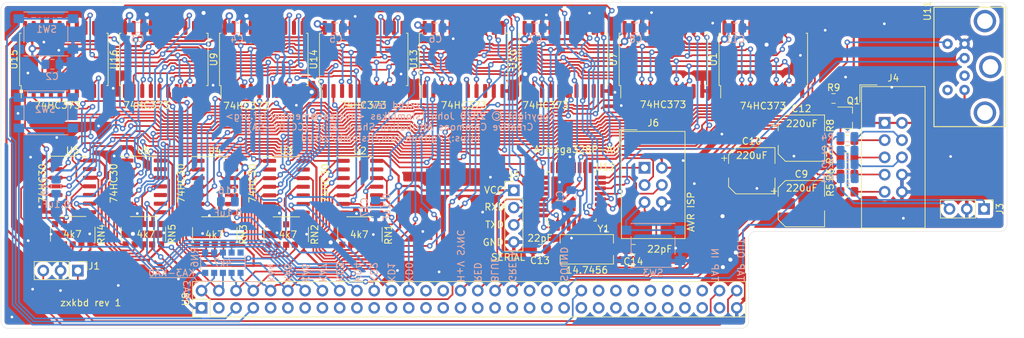
<source format=kicad_pcb>
(kicad_pcb (version 20171130) (host pcbnew 5.1.5+dfsg1-2)
  (layers (0 F.Cu signal) (31 B.Cu signal) (34 B.Paste user) (35 F.Paste user) (36 B.SilkS user) (37 F.SilkS user) (38 B.Mask user) (39 F.Mask user) (44 Edge.Cuts user))
  (net 0 "")
  (net 1 GND)
  (net 2 VCC)
  (net 3 /GREEN)
  (net 4 "Net-(C9-Pad2)")
  (net 5 "Net-(C10-Pad2)")
  (net 6 /BLUE)
  (net 7 /RED)
  (net 8 "Net-(C12-Pad2)")
  (net 9 "Net-(C13-Pad1)")
  (net 10 "Net-(C14-Pad1)")
  (net 11 "Net-(J3-Pad1)")
  (net 12 "Net-(J3-Pad3)")
  (net 13 "Net-(J4-Pad3)")
  (net 14 /A_L)
  (net 15 "Net-(J4-Pad5)")
  (net 16 /A_R)
  (net 17 "Net-(J4-Pad7)")
  (net 18 "Net-(J4-Pad9)")
  (net 19 /RXD)
  (net 20 /TXD)
  (net 21 /MISO)
  (net 22 /SCK)
  (net 23 /MOSI)
  (net 24 /~RESET)
  (net 25 "Net-(Q1-Pad1)")
  (net 26 "Net-(Q1-Pad2)")
  (net 27 /SOUND)
  (net 28 /HVSYNC)
  (net 29 /KDA0)
  (net 30 /KDB0)
  (net 31 /KDD0)
  (net 32 /KDC0)
  (net 33 /KDF0)
  (net 34 /KDE0)
  (net 35 /KDH0)
  (net 36 /KDG0)
  (net 37 /KDG1)
  (net 38 /KDH1)
  (net 39 /KDE1)
  (net 40 /KDF1)
  (net 41 /KDC1)
  (net 42 /KDD1)
  (net 43 /KDB1)
  (net 44 /KDA1)
  (net 45 /KDA2)
  (net 46 /KDB2)
  (net 47 /KDD2)
  (net 48 /KDC2)
  (net 49 /KDF2)
  (net 50 /KDE2)
  (net 51 /KDH2)
  (net 52 /KDG2)
  (net 53 /KDG3)
  (net 54 /KDH3)
  (net 55 /KDE3)
  (net 56 /KDF3)
  (net 57 /KDC3)
  (net 58 /KDD3)
  (net 59 /KDB3)
  (net 60 /KDA3)
  (net 61 /KDG4)
  (net 62 /KDH4)
  (net 63 /KDE4)
  (net 64 /KDF4)
  (net 65 /KDC4)
  (net 66 /KDD4)
  (net 67 /KDB4)
  (net 68 /KDA4)
  (net 69 /KA0)
  (net 70 /KA1)
  (net 71 /KA3)
  (net 72 /KA2)
  (net 73 /KA5)
  (net 74 /KA4)
  (net 75 /KA7)
  (net 76 /KA6)
  (net 77 "Net-(SW1-Pad2)")
  (net 78 /~MAGIC)
  (net 79 /~M1)
  (net 80 /D0)
  (net 81 /D1)
  (net 82 /D2)
  (net 83 /D3)
  (net 84 /SEL0)
  (net 85 /D4)
  (net 86 /KD0)
  (net 87 /KD1)
  (net 88 /KD2)
  (net 89 /KD3)
  (net 90 /KD4)
  (net 91 /SEL1)
  (net 92 /TAPIN)
  (net 93 /TAPOUT)
  (net 94 /SEL2)
  (net 95 /SEL3)
  (net 96 /PCLK)
  (net 97 /PDATA)
  (net 98 /SEL6)
  (net 99 /SEL7)
  (net 100 /SEL4)
  (net 101 /SEL5)
  (module Package_SO:SOIC-20W_7.5x12.8mm_P1.27mm (layer F.Cu) (at 117.15 111.65 90)
    (fp_text reference U9 (at 0 -7.35 90) (layer F.SilkS))
    (fp_text value 74HC373 (at -6.85 -2.55 180) (layer F.SilkS))
    (pad 20 smd roundrect (at 4.65 -5.715 90) (size 2.05 0.6) (layers F.Cu F.Paste F.Mask) (net 2 VCC))
    (pad 19 smd roundrect (at 4.65 -4.445 90) (size 2.05 0.6) (layers F.Cu F.Paste F.Mask))
    (pad 18 smd roundrect (at 4.65 -3.175 90) (size 2.05 0.6) (layers F.Cu F.Paste F.Mask) (net 1 GND))
    (pad 17 smd roundrect (at 4.65 -1.905 90) (size 2.05 0.6) (layers F.Cu F.Paste F.Mask) (net 1 GND))
    (pad 16 smd roundrect (at 4.65 -0.635 90) (size 2.05 0.6) (layers F.Cu F.Paste F.Mask))
    (pad 15 smd roundrect (at 4.65 0.635 90) (size 2.05 0.6) (layers F.Cu F.Paste F.Mask))
    (pad 14 smd roundrect (at 4.65 1.905 90) (size 2.05 0.6) (layers F.Cu F.Paste F.Mask) (net 1 GND))
    (pad 13 smd roundrect (at 4.65 3.175 90) (size 2.05 0.6) (layers F.Cu F.Paste F.Mask) (net 85 /D4))
    (pad 12 smd roundrect (at 4.65 4.445 90) (size 2.05 0.6) (layers F.Cu F.Paste F.Mask) (net 65 /KDC4))
    (pad 11 smd roundrect (at 4.65 5.715 90) (size 2.05 0.6) (layers F.Cu F.Paste F.Mask) (net 94 /SEL2))
    (pad 10 smd roundrect (at -4.65 5.715 90) (size 2.05 0.6) (layers F.Cu F.Paste F.Mask) (net 1 GND))
    (pad 9 smd roundrect (at -4.65 4.445 90) (size 2.05 0.6) (layers F.Cu F.Paste F.Mask) (net 57 /KDC3))
    (pad 8 smd roundrect (at -4.65 3.175 90) (size 2.05 0.6) (layers F.Cu F.Paste F.Mask) (net 83 /D3))
    (pad 7 smd roundrect (at -4.65 1.905 90) (size 2.05 0.6) (layers F.Cu F.Paste F.Mask) (net 82 /D2))
    (pad 6 smd roundrect (at -4.65 0.635 90) (size 2.05 0.6) (layers F.Cu F.Paste F.Mask) (net 48 /KDC2))
    (pad 5 smd roundrect (at -4.65 -0.635 90) (size 2.05 0.6) (layers F.Cu F.Paste F.Mask) (net 41 /KDC1))
    (pad 4 smd roundrect (at -4.65 -1.905 90) (size 2.05 0.6) (layers F.Cu F.Paste F.Mask) (net 81 /D1))
    (pad 3 smd roundrect (at -4.65 -3.175 90) (size 2.05 0.6) (layers F.Cu F.Paste F.Mask) (net 80 /D0))
    (pad 2 smd roundrect (at -4.65 -4.445 90) (size 2.05 0.6) (layers F.Cu F.Paste F.Mask) (net 32 /KDC0))
    (pad 1 smd roundrect (at -4.65 -5.715 90) (size 2.05 0.6) (layers F.Cu F.Paste F.Mask) (net 72 /KA2))
  )
  (module Package_SO:SOIC-20W_7.5x12.8mm_P1.27mm (layer F.Cu) (at 102.45 111.65 90)
    (fp_text reference U16 (at 0 -7.35 90) (layer F.SilkS))
    (fp_text value 74HC373 (at -6.75 -2.55 180) (layer F.SilkS))
    (pad 20 smd roundrect (at 4.65 -5.715 90) (size 2.05 0.6) (layers F.Cu F.Paste F.Mask) (net 2 VCC))
    (pad 19 smd roundrect (at 4.65 -4.445 90) (size 2.05 0.6) (layers F.Cu F.Paste F.Mask))
    (pad 18 smd roundrect (at 4.65 -3.175 90) (size 2.05 0.6) (layers F.Cu F.Paste F.Mask) (net 1 GND))
    (pad 17 smd roundrect (at 4.65 -1.905 90) (size 2.05 0.6) (layers F.Cu F.Paste F.Mask) (net 1 GND))
    (pad 16 smd roundrect (at 4.65 -0.635 90) (size 2.05 0.6) (layers F.Cu F.Paste F.Mask))
    (pad 15 smd roundrect (at 4.65 0.635 90) (size 2.05 0.6) (layers F.Cu F.Paste F.Mask))
    (pad 14 smd roundrect (at 4.65 1.905 90) (size 2.05 0.6) (layers F.Cu F.Paste F.Mask) (net 1 GND))
    (pad 13 smd roundrect (at 4.65 3.175 90) (size 2.05 0.6) (layers F.Cu F.Paste F.Mask) (net 85 /D4))
    (pad 12 smd roundrect (at 4.65 4.445 90) (size 2.05 0.6) (layers F.Cu F.Paste F.Mask) (net 61 /KDG4))
    (pad 11 smd roundrect (at 4.65 5.715 90) (size 2.05 0.6) (layers F.Cu F.Paste F.Mask) (net 98 /SEL6))
    (pad 10 smd roundrect (at -4.65 5.715 90) (size 2.05 0.6) (layers F.Cu F.Paste F.Mask) (net 1 GND))
    (pad 9 smd roundrect (at -4.65 4.445 90) (size 2.05 0.6) (layers F.Cu F.Paste F.Mask) (net 53 /KDG3))
    (pad 8 smd roundrect (at -4.65 3.175 90) (size 2.05 0.6) (layers F.Cu F.Paste F.Mask) (net 83 /D3))
    (pad 7 smd roundrect (at -4.65 1.905 90) (size 2.05 0.6) (layers F.Cu F.Paste F.Mask) (net 82 /D2))
    (pad 6 smd roundrect (at -4.65 0.635 90) (size 2.05 0.6) (layers F.Cu F.Paste F.Mask) (net 52 /KDG2))
    (pad 5 smd roundrect (at -4.65 -0.635 90) (size 2.05 0.6) (layers F.Cu F.Paste F.Mask) (net 37 /KDG1))
    (pad 4 smd roundrect (at -4.65 -1.905 90) (size 2.05 0.6) (layers F.Cu F.Paste F.Mask) (net 81 /D1))
    (pad 3 smd roundrect (at -4.65 -3.175 90) (size 2.05 0.6) (layers F.Cu F.Paste F.Mask) (net 80 /D0))
    (pad 2 smd roundrect (at -4.65 -4.445 90) (size 2.05 0.6) (layers F.Cu F.Paste F.Mask) (net 36 /KDG0))
    (pad 1 smd roundrect (at -4.65 -5.715 90) (size 2.05 0.6) (layers F.Cu F.Paste F.Mask) (net 76 /KA6))
  )
  (module Package_SO:SOIC-20W_7.5x12.8mm_P1.27mm (layer F.Cu) (at 190.65 111.65 90)
    (fp_text reference U1 (at 0 -7.35 90) (layer F.SilkS))
    (fp_text value 74HC373 (at -6.85 -0.05 180) (layer F.SilkS))
    (pad 1 smd roundrect (at -4.65 -5.715 90) (size 2.05 0.6) (layers F.Cu F.Paste F.Mask) (net 69 /KA0))
    (pad 2 smd roundrect (at -4.65 -4.445 90) (size 2.05 0.6) (layers F.Cu F.Paste F.Mask) (net 29 /KDA0))
    (pad 3 smd roundrect (at -4.65 -3.175 90) (size 2.05 0.6) (layers F.Cu F.Paste F.Mask) (net 80 /D0))
    (pad 4 smd roundrect (at -4.65 -1.905 90) (size 2.05 0.6) (layers F.Cu F.Paste F.Mask) (net 81 /D1))
    (pad 5 smd roundrect (at -4.65 -0.635 90) (size 2.05 0.6) (layers F.Cu F.Paste F.Mask) (net 44 /KDA1))
    (pad 6 smd roundrect (at -4.65 0.635 90) (size 2.05 0.6) (layers F.Cu F.Paste F.Mask) (net 45 /KDA2))
    (pad 7 smd roundrect (at -4.65 1.905 90) (size 2.05 0.6) (layers F.Cu F.Paste F.Mask) (net 82 /D2))
    (pad 8 smd roundrect (at -4.65 3.175 90) (size 2.05 0.6) (layers F.Cu F.Paste F.Mask) (net 83 /D3))
    (pad 9 smd roundrect (at -4.65 4.445 90) (size 2.05 0.6) (layers F.Cu F.Paste F.Mask) (net 60 /KDA3))
    (pad 10 smd roundrect (at -4.65 5.715 90) (size 2.05 0.6) (layers F.Cu F.Paste F.Mask) (net 1 GND))
    (pad 11 smd roundrect (at 4.65 5.715 90) (size 2.05 0.6) (layers F.Cu F.Paste F.Mask) (net 84 /SEL0))
    (pad 12 smd roundrect (at 4.65 4.445 90) (size 2.05 0.6) (layers F.Cu F.Paste F.Mask) (net 68 /KDA4))
    (pad 13 smd roundrect (at 4.65 3.175 90) (size 2.05 0.6) (layers F.Cu F.Paste F.Mask) (net 85 /D4))
    (pad 14 smd roundrect (at 4.65 1.905 90) (size 2.05 0.6) (layers F.Cu F.Paste F.Mask) (net 1 GND))
    (pad 15 smd roundrect (at 4.65 0.635 90) (size 2.05 0.6) (layers F.Cu F.Paste F.Mask))
    (pad 16 smd roundrect (at 4.65 -0.635 90) (size 2.05 0.6) (layers F.Cu F.Paste F.Mask))
    (pad 17 smd roundrect (at 4.65 -1.905 90) (size 2.05 0.6) (layers F.Cu F.Paste F.Mask) (net 1 GND))
    (pad 18 smd roundrect (at 4.65 -3.175 90) (size 2.05 0.6) (layers F.Cu F.Paste F.Mask) (net 1 GND))
    (pad 19 smd roundrect (at 4.65 -4.445 90) (size 2.05 0.6) (layers F.Cu F.Paste F.Mask))
    (pad 20 smd roundrect (at 4.65 -5.715 90) (size 2.05 0.6) (layers F.Cu F.Paste F.Mask) (net 2 VCC))
  )
  (module Package_SO:SOIC-14_3.9x8.7mm_P1.27mm (layer F.Cu) (at 131.3 130.4)
    (fp_text reference U2 (at 0 -5.28) (layer F.SilkS))
    (fp_text value 74HC30 (at -5.1 -0.5 90) (layer F.SilkS))
    (pad 14 smd roundrect (at 2.475 -3.81) (size 1.95 0.6) (layers F.Cu F.Paste F.Mask) (net 2 VCC))
    (pad 13 smd roundrect (at 2.475 -2.54) (size 1.95 0.6) (layers F.Cu F.Paste F.Mask))
    (pad 12 smd roundrect (at 2.475 -1.27) (size 1.95 0.6) (layers F.Cu F.Paste F.Mask) (net 29 /KDA0))
    (pad 11 smd roundrect (at 2.475 0) (size 1.95 0.6) (layers F.Cu F.Paste F.Mask) (net 30 /KDB0))
    (pad 10 smd roundrect (at 2.475 1.27) (size 1.95 0.6) (layers F.Cu F.Paste F.Mask))
    (pad 9 smd roundrect (at 2.475 2.54) (size 1.95 0.6) (layers F.Cu F.Paste F.Mask))
    (pad 8 smd roundrect (at 2.475 3.81) (size 1.95 0.6) (layers F.Cu F.Paste F.Mask) (net 86 /KD0))
    (pad 7 smd roundrect (at -2.475 3.81) (size 1.95 0.6) (layers F.Cu F.Paste F.Mask) (net 1 GND))
    (pad 6 smd roundrect (at -2.475 2.54) (size 1.95 0.6) (layers F.Cu F.Paste F.Mask) (net 32 /KDC0))
    (pad 5 smd roundrect (at -2.475 1.27) (size 1.95 0.6) (layers F.Cu F.Paste F.Mask) (net 31 /KDD0))
    (pad 4 smd roundrect (at -2.475 0) (size 1.95 0.6) (layers F.Cu F.Paste F.Mask) (net 34 /KDE0))
    (pad 3 smd roundrect (at -2.475 -1.27) (size 1.95 0.6) (layers F.Cu F.Paste F.Mask) (net 33 /KDF0))
    (pad 2 smd roundrect (at -2.475 -2.54) (size 1.95 0.6) (layers F.Cu F.Paste F.Mask) (net 36 /KDG0))
    (pad 1 smd roundrect (at -2.475 -3.81) (size 1.95 0.6) (layers F.Cu F.Paste F.Mask) (net 35 /KDH0))
  )
  (module Resistor_SMD:R_Array_Convex_5x1206 (layer F.Cu) (at 131.3 137.45 270)
    (fp_text reference RN1 (at 0 -4.2 90) (layer F.SilkS))
    (fp_text value 4k7 (at 0 0.1 180) (layer F.SilkS))
    (pad 8 smd rect (at 1.5 0 270) (size 0.9 0.9) (layers F.Cu F.Paste F.Mask) (net 36 /KDG0))
    (pad 9 smd rect (at 1.5 -1.28 270) (size 0.9 0.9) (layers F.Cu F.Paste F.Mask) (net 35 /KDH0))
    (pad 6 smd rect (at 1.5 2.6 270) (size 0.9 0.9) (layers F.Cu F.Paste F.Mask) (net 34 /KDE0))
    (pad 10 smd rect (at 1.5 -2.6 270) (size 0.9 0.9) (layers F.Cu F.Paste F.Mask) (net 2 VCC))
    (pad 7 smd rect (at 1.5 1.28 270) (size 0.9 0.9) (layers F.Cu F.Paste F.Mask) (net 33 /KDF0))
    (pad 3 smd rect (at -1.5 0 270) (size 0.9 0.9) (layers F.Cu F.Paste F.Mask) (net 32 /KDC0))
    (pad 4 smd rect (at -1.5 1.28 270) (size 0.9 0.9) (layers F.Cu F.Paste F.Mask) (net 31 /KDD0))
    (pad 2 smd rect (at -1.5 -1.28 270) (size 0.9 0.9) (layers F.Cu F.Paste F.Mask) (net 30 /KDB0))
    (pad 5 smd rect (at -1.5 2.6 270) (size 0.9 0.9) (layers F.Cu F.Paste F.Mask))
    (pad 1 smd rect (at -1.5 -2.6 270) (size 0.9 0.9) (layers F.Cu F.Paste F.Mask) (net 29 /KDA0))
  )
  (module Capacitor_SMD:C_0805_2012Metric_Pad1.15x1.40mm_HandSolder (layer B.Cu) (at 162.38 131.935 270)
    (fp_text reference C1 (at 0 1.65 90) (layer B.SilkS) (effects (justify mirror)))
    (fp_text value 0.1uF)
    (pad 2 smd roundrect (at 1.025 0 270) (size 1.15 1.4) (layers B.Cu B.Paste B.Mask) (roundrect_rratio 0.217391) (net 1 GND))
    (pad 1 smd roundrect (at -1.025 0 270) (size 1.15 1.4) (layers B.Cu B.Paste B.Mask) (roundrect_rratio 0.217391) (net 2 VCC))
  )
  (module Capacitor_SMD:C_0805_2012Metric_Pad1.15x1.40mm_HandSolder (layer B.Cu) (at 86.065 112.37)
    (fp_text reference C2 (at -0.04 1.78) (layer B.SilkS) (effects (justify mirror)))
    (fp_text value 0.1uF)
    (pad 2 smd roundrect (at 1.025 0) (size 1.15 1.4) (layers B.Cu B.Paste B.Mask) (roundrect_rratio 0.217391) (net 1 GND))
    (pad 1 smd roundrect (at -1.025 0) (size 1.15 1.4) (layers B.Cu B.Paste B.Mask) (roundrect_rratio 0.217391) (net 2 VCC))
  )
  (module Capacitor_SMD:C_0805_2012Metric_Pad1.15x1.40mm_HandSolder (layer B.Cu) (at 98.595 106.94)
    (fp_text reference C3 (at 0 1.65) (layer B.SilkS) (effects (justify mirror)))
    (fp_text value 0.1uF)
    (pad 1 smd roundrect (at -1.025 0) (size 1.15 1.4) (layers B.Cu B.Paste B.Mask) (roundrect_rratio 0.217391) (net 2 VCC))
    (pad 2 smd roundrect (at 1.025 0) (size 1.15 1.4) (layers B.Cu B.Paste B.Mask) (roundrect_rratio 0.217391) (net 1 GND))
  )
  (module Capacitor_SMD:C_0805_2012Metric_Pad1.15x1.40mm_HandSolder (layer B.Cu) (at 113.225 107.01)
    (fp_text reference C4 (at 0 1.65) (layer B.SilkS) (effects (justify mirror)))
    (fp_text value 0.1uF)
    (pad 2 smd roundrect (at 1.025 0) (size 1.15 1.4) (layers B.Cu B.Paste B.Mask) (roundrect_rratio 0.217391) (net 1 GND))
    (pad 1 smd roundrect (at -1.025 0) (size 1.15 1.4) (layers B.Cu B.Paste B.Mask) (roundrect_rratio 0.217391) (net 2 VCC))
  )
  (module Capacitor_SMD:C_0805_2012Metric_Pad1.15x1.40mm_HandSolder (layer B.Cu) (at 127.765 107)
    (fp_text reference C5 (at 0 1.65) (layer B.SilkS) (effects (justify mirror)))
    (fp_text value 0.1uF)
    (pad 1 smd roundrect (at -1.025 0) (size 1.15 1.4) (layers B.Cu B.Paste B.Mask) (roundrect_rratio 0.217391) (net 2 VCC))
    (pad 2 smd roundrect (at 1.025 0) (size 1.15 1.4) (layers B.Cu B.Paste B.Mask) (roundrect_rratio 0.217391) (net 1 GND))
  )
  (module Capacitor_SMD:C_0805_2012Metric_Pad1.15x1.40mm_HandSolder (layer B.Cu) (at 142.415 107)
    (fp_text reference C6 (at 0 1.65) (layer B.SilkS) (effects (justify mirror)))
    (fp_text value 0.1uF)
    (pad 1 smd roundrect (at -1.025 0) (size 1.15 1.4) (layers B.Cu B.Paste B.Mask) (roundrect_rratio 0.217391) (net 2 VCC))
    (pad 2 smd roundrect (at 1.025 0) (size 1.15 1.4) (layers B.Cu B.Paste B.Mask) (roundrect_rratio 0.217391) (net 1 GND))
  )
  (module Capacitor_SMD:C_0805_2012Metric_Pad1.15x1.40mm_HandSolder (layer B.Cu) (at 157.155 107.02)
    (fp_text reference C7 (at 0 1.65) (layer B.SilkS) (effects (justify mirror)))
    (fp_text value 0.1uF)
    (pad 1 smd roundrect (at -1.025 0) (size 1.15 1.4) (layers B.Cu B.Paste B.Mask) (roundrect_rratio 0.217391) (net 2 VCC))
    (pad 2 smd roundrect (at 1.025 0) (size 1.15 1.4) (layers B.Cu B.Paste B.Mask) (roundrect_rratio 0.217391) (net 1 GND))
  )
  (module Capacitor_SMD:C_0805_2012Metric_Pad1.15x1.40mm_HandSolder (layer B.Cu) (at 171.88 107)
    (fp_text reference C8 (at 0 1.65) (layer B.SilkS) (effects (justify mirror)))
    (fp_text value 0.1uF)
    (pad 2 smd roundrect (at 1.025 0) (size 1.15 1.4) (layers B.Cu B.Paste B.Mask) (roundrect_rratio 0.217391) (net 1 GND))
    (pad 1 smd roundrect (at -1.025 0) (size 1.15 1.4) (layers B.Cu B.Paste B.Mask) (roundrect_rratio 0.217391) (net 2 VCC))
  )
  (module Capacitor_SMD:CP_Elec_6.3x7.7 (layer F.Cu) (at 196.25 132.9)
    (fp_text reference C9 (at 0 -4.35) (layer F.SilkS))
    (fp_text value 220uF (at 0.05 -2.3) (layer F.SilkS))
    (pad 1 smd roundrect (at -2.7 0) (size 3.5 1.6) (layers F.Cu F.Paste F.Mask) (roundrect_rratio 0.15625) (net 3 /GREEN))
    (pad 2 smd roundrect (at 2.7 0) (size 3.5 1.6) (layers F.Cu F.Paste F.Mask) (roundrect_rratio 0.15625) (net 4 "Net-(C9-Pad2)"))
  )
  (module Capacitor_SMD:CP_Elec_6.3x7.7 (layer F.Cu) (at 188.95 128.05)
    (fp_text reference C10 (at 0 -4.35) (layer F.SilkS))
    (fp_text value 220uF (at 0 -2.25) (layer F.SilkS))
    (pad 2 smd roundrect (at 2.7 0) (size 3.5 1.6) (layers F.Cu F.Paste F.Mask) (roundrect_rratio 0.15625) (net 5 "Net-(C10-Pad2)"))
    (pad 1 smd roundrect (at -2.7 0) (size 3.5 1.6) (layers F.Cu F.Paste F.Mask) (roundrect_rratio 0.15625) (net 6 /BLUE))
  )
  (module Capacitor_SMD:C_0805_2012Metric_Pad1.15x1.40mm_HandSolder (layer B.Cu) (at 186.535 107.01)
    (fp_text reference C11 (at 0 1.65) (layer B.SilkS) (effects (justify mirror)))
    (fp_text value 0.1uF)
    (pad 1 smd roundrect (at -1.025 0) (size 1.15 1.4) (layers B.Cu B.Paste B.Mask) (roundrect_rratio 0.217391) (net 2 VCC))
    (pad 2 smd roundrect (at 1.025 0) (size 1.15 1.4) (layers B.Cu B.Paste B.Mask) (roundrect_rratio 0.217391) (net 1 GND))
  )
  (module Capacitor_SMD:CP_Elec_6.3x7.7 (layer F.Cu) (at 196.25 123.25)
    (fp_text reference C12 (at 0 -4.35) (layer F.SilkS))
    (fp_text value 220uF (at 0.05 -2.15) (layer F.SilkS))
    (pad 1 smd roundrect (at -2.7 0) (size 3.5 1.6) (layers F.Cu F.Paste F.Mask) (roundrect_rratio 0.15625) (net 7 /RED))
    (pad 2 smd roundrect (at 2.7 0) (size 3.5 1.6) (layers F.Cu F.Paste F.Mask) (roundrect_rratio 0.15625) (net 8 "Net-(C12-Pad2)"))
  )
  (module Capacitor_SMD:C_0805_2012Metric_Pad1.15x1.40mm_HandSolder (layer F.Cu) (at 157.785 139.63 180)
    (fp_text reference C13 (at 0 -1.65) (layer F.SilkS))
    (fp_text value 22pF (at 0 1.65) (layer F.SilkS))
    (pad 1 smd roundrect (at -1.025 0 180) (size 1.15 1.4) (layers F.Cu F.Paste F.Mask) (roundrect_rratio 0.217391) (net 9 "Net-(C13-Pad1)"))
    (pad 2 smd roundrect (at 1.025 0 180) (size 1.15 1.4) (layers F.Cu F.Paste F.Mask) (roundrect_rratio 0.217391) (net 1 GND))
  )
  (module Capacitor_SMD:C_0805_2012Metric_Pad1.15x1.40mm_HandSolder (layer F.Cu) (at 171.555 139.62)
    (fp_text reference C14 (at -0.03 1.805) (layer F.SilkS))
    (fp_text value 22pF (at 3.845 -0.02) (layer F.SilkS))
    (pad 2 smd roundrect (at 1.025 0) (size 1.15 1.4) (layers F.Cu F.Paste F.Mask) (roundrect_rratio 0.217391) (net 1 GND))
    (pad 1 smd roundrect (at -1.025 0) (size 1.15 1.4) (layers F.Cu F.Paste F.Mask) (roundrect_rratio 0.217391) (net 10 "Net-(C14-Pad1)"))
  )
  (module Connector_PinHeader_2.54mm:PinHeader_1x03_P2.54mm_Vertical (layer F.Cu) (at 89.8 142.76 270)
    (fp_text reference J1 (at -0.66 -2.4 180) (layer F.SilkS))
    (fp_text value TAPE)
    (pad 3 thru_hole oval (at 0 5.08 270) (size 1.7 1.7) (drill 1) (layers *.Cu *.Mask) (net 93 /TAPOUT))
    (pad 2 thru_hole oval (at 0 2.54 270) (size 1.7 1.7) (drill 1) (layers *.Cu *.Mask) (net 1 GND))
    (pad 1 thru_hole rect (at 0 0 270) (size 1.7 1.7) (drill 1) (layers *.Cu *.Mask) (net 92 /TAPIN))
  )
  (module Connector_PinHeader_2.54mm:PinHeader_1x03_P2.54mm_Vertical (layer F.Cu) (at 223.12 133.68 270)
    (fp_text reference J3 (at 0 -2.33 90) (layer F.SilkS))
    (fp_text value AY_IN)
    (pad 1 thru_hole rect (at 0 0 270) (size 1.7 1.7) (drill 1) (layers *.Cu *.Mask) (net 11 "Net-(J3-Pad1)"))
    (pad 2 thru_hole oval (at 0 2.54 270) (size 1.7 1.7) (drill 1) (layers *.Cu *.Mask) (net 1 GND))
    (pad 3 thru_hole oval (at 0 5.08 270) (size 1.7 1.7) (drill 1) (layers *.Cu *.Mask) (net 12 "Net-(J3-Pad3)"))
  )
  (module Connector_IDC:IDC-Header_2x05_P2.54mm_Vertical (layer F.Cu) (at 208.5 121)
    (fp_text reference J4 (at 1.27 -6.604) (layer F.SilkS))
    (fp_text value SCART)
    (pad 1 thru_hole rect (at 0 0) (size 1.7272 1.7272) (drill 1.016) (layers *.Cu *.Mask) (net 2 VCC))
    (pad 2 thru_hole oval (at 2.54 0) (size 1.7272 1.7272) (drill 1.016) (layers *.Cu *.Mask) (net 2 VCC))
    (pad 3 thru_hole oval (at 0 2.54) (size 1.7272 1.7272) (drill 1.016) (layers *.Cu *.Mask) (net 13 "Net-(J4-Pad3)"))
    (pad 4 thru_hole oval (at 2.54 2.54) (size 1.7272 1.7272) (drill 1.016) (layers *.Cu *.Mask) (net 14 /A_L))
    (pad 5 thru_hole oval (at 0 5.08) (size 1.7272 1.7272) (drill 1.016) (layers *.Cu *.Mask) (net 15 "Net-(J4-Pad5)"))
    (pad 6 thru_hole oval (at 2.54 5.08) (size 1.7272 1.7272) (drill 1.016) (layers *.Cu *.Mask) (net 16 /A_R))
    (pad 7 thru_hole oval (at 0 7.62) (size 1.7272 1.7272) (drill 1.016) (layers *.Cu *.Mask) (net 17 "Net-(J4-Pad7)"))
    (pad 8 thru_hole oval (at 2.54 7.62) (size 1.7272 1.7272) (drill 1.016) (layers *.Cu *.Mask) (net 1 GND))
    (pad 9 thru_hole oval (at 0 10.16) (size 1.7272 1.7272) (drill 1.016) (layers *.Cu *.Mask) (net 18 "Net-(J4-Pad9)"))
    (pad 10 thru_hole oval (at 2.54 10.16) (size 1.7272 1.7272) (drill 1.016) (layers *.Cu *.Mask) (net 1 GND))
  )
  (module Connector_PinHeader_2.54mm:PinHeader_1x04_P2.54mm_Vertical (layer F.Cu) (at 153.94 130.94)
    (fp_text reference J5 (at 0 -2.33) (layer F.SilkS))
    (fp_text value SERIAL (at -0.84 9.86) (layer F.SilkS))
    (pad 1 thru_hole rect (at 0 0) (size 1.7 1.7) (drill 1) (layers *.Cu *.Mask) (net 2 VCC))
    (pad 2 thru_hole oval (at 0 2.54) (size 1.7 1.7) (drill 1) (layers *.Cu *.Mask) (net 19 /RXD))
    (pad 3 thru_hole oval (at 0 5.08) (size 1.7 1.7) (drill 1) (layers *.Cu *.Mask) (net 20 /TXD))
    (pad 4 thru_hole oval (at 0 7.62) (size 1.7 1.7) (drill 1) (layers *.Cu *.Mask) (net 1 GND))
  )
  (module Connector_IDC:IDC-Header_2x03_P2.54mm_Vertical (layer F.Cu) (at 173.18 127.61)
    (fp_text reference J6 (at 1.27 -6.604) (layer F.SilkS))
    (fp_text value ISP)
    (pad 1 thru_hole rect (at 0 0) (size 1.7272 1.7272) (drill 1.016) (layers *.Cu *.Mask) (net 21 /MISO))
    (pad 2 thru_hole oval (at 2.54 0) (size 1.7272 1.7272) (drill 1.016) (layers *.Cu *.Mask) (net 2 VCC))
    (pad 3 thru_hole oval (at 0 2.54) (size 1.7272 1.7272) (drill 1.016) (layers *.Cu *.Mask) (net 22 /SCK))
    (pad 4 thru_hole oval (at 2.54 2.54) (size 1.7272 1.7272) (drill 1.016) (layers *.Cu *.Mask) (net 23 /MOSI))
    (pad 5 thru_hole oval (at 0 5.08) (size 1.7272 1.7272) (drill 1.016) (layers *.Cu *.Mask) (net 24 /~RESET))
    (pad 6 thru_hole oval (at 2.54 5.08) (size 1.7272 1.7272) (drill 1.016) (layers *.Cu *.Mask) (net 1 GND))
  )
  (module Package_TO_SOT_SMD:SOT-23 (layer F.Cu) (at 203 120.25)
    (fp_text reference Q1 (at 0.9 -2.5) (layer F.SilkS))
    (fp_text value BC846)
    (pad 1 smd rect (at -1 -0.95) (size 0.9 0.8) (layers F.Cu F.Paste F.Mask) (net 25 "Net-(Q1-Pad1)"))
    (pad 2 smd rect (at -1 0.95) (size 0.9 0.8) (layers F.Cu F.Paste F.Mask) (net 26 "Net-(Q1-Pad2)"))
    (pad 3 smd rect (at 1 0) (size 0.9 0.8) (layers F.Cu F.Paste F.Mask) (net 2 VCC))
  )
  (module Resistor_SMD:R_0805_2012Metric_Pad1.15x1.40mm_HandSolder (layer B.Cu) (at 203.065 129.17 180)
    (fp_text reference R1 (at 2.965 -0.03 180) (layer B.SilkS) (effects (justify mirror)))
    (fp_text value 470R)
    (pad 1 smd roundrect (at -1.025 0 180) (size 1.15 1.4) (layers B.Cu B.Paste B.Mask) (roundrect_rratio 0.217391) (net 16 /A_R))
    (pad 2 smd roundrect (at 1.025 0 180) (size 1.15 1.4) (layers B.Cu B.Paste B.Mask) (roundrect_rratio 0.217391) (net 12 "Net-(J3-Pad3)"))
  )
  (module Resistor_SMD:R_0805_2012Metric_Pad1.15x1.40mm_HandSolder (layer B.Cu) (at 203.035 125.08 180)
    (fp_text reference R2 (at 2.935 0.08) (layer B.SilkS) (effects (justify mirror)))
    (fp_text value 470R)
    (pad 2 smd roundrect (at 1.025 0 180) (size 1.15 1.4) (layers B.Cu B.Paste B.Mask) (roundrect_rratio 0.217391) (net 11 "Net-(J3-Pad1)"))
    (pad 1 smd roundrect (at -1.025 0 180) (size 1.15 1.4) (layers B.Cu B.Paste B.Mask) (roundrect_rratio 0.217391) (net 14 /A_L))
  )
  (module Resistor_SMD:R_0805_2012Metric_Pad1.15x1.40mm_HandSolder (layer B.Cu) (at 203.05 127.11 180)
    (fp_text reference R3 (at 2.95 0.01) (layer B.SilkS) (effects (justify mirror)))
    (fp_text value 470R)
    (pad 2 smd roundrect (at 1.025 0 180) (size 1.15 1.4) (layers B.Cu B.Paste B.Mask) (roundrect_rratio 0.217391) (net 27 /SOUND))
    (pad 1 smd roundrect (at -1.025 0 180) (size 1.15 1.4) (layers B.Cu B.Paste B.Mask) (roundrect_rratio 0.217391) (net 16 /A_R))
  )
  (module Resistor_SMD:R_0805_2012Metric_Pad1.15x1.40mm_HandSolder (layer B.Cu) (at 203.035 123.05 180)
    (fp_text reference R4 (at 2.935 -0.05) (layer B.SilkS) (effects (justify mirror)))
    (fp_text value 470R)
    (pad 1 smd roundrect (at -1.025 0 180) (size 1.15 1.4) (layers B.Cu B.Paste B.Mask) (roundrect_rratio 0.217391) (net 14 /A_L))
    (pad 2 smd roundrect (at 1.025 0 180) (size 1.15 1.4) (layers B.Cu B.Paste B.Mask) (roundrect_rratio 0.217391) (net 27 /SOUND))
  )
  (module Resistor_SMD:R_0805_2012Metric_Pad1.15x1.40mm_HandSolder (layer F.Cu) (at 203.025 131.15)
    (fp_text reference R5 (at -2.525 -0.25 270) (layer F.SilkS))
    (fp_text value 75R)
    (pad 2 smd roundrect (at 1.025 0) (size 1.15 1.4) (layers F.Cu F.Paste F.Mask) (roundrect_rratio 0.217391) (net 18 "Net-(J4-Pad9)"))
    (pad 1 smd roundrect (at -1.025 0) (size 1.15 1.4) (layers F.Cu F.Paste F.Mask) (roundrect_rratio 0.217391) (net 4 "Net-(C9-Pad2)"))
  )
  (module Resistor_SMD:R_0805_2012Metric_Pad1.15x1.40mm_HandSolder (layer F.Cu) (at 203.025 128.6)
    (fp_text reference R6 (at -2.525 0 90) (layer F.SilkS))
    (fp_text value 75R)
    (pad 1 smd roundrect (at -1.025 0) (size 1.15 1.4) (layers F.Cu F.Paste F.Mask) (roundrect_rratio 0.217391) (net 5 "Net-(C10-Pad2)"))
    (pad 2 smd roundrect (at 1.025 0) (size 1.15 1.4) (layers F.Cu F.Paste F.Mask) (roundrect_rratio 0.217391) (net 17 "Net-(J4-Pad7)"))
  )
  (module Resistor_SMD:R_0805_2012Metric_Pad1.15x1.40mm_HandSolder (layer F.Cu) (at 203.025 126.1)
    (fp_text reference R7 (at -2.525 0 90) (layer F.SilkS))
    (fp_text value 75R)
    (pad 1 smd roundrect (at -1.025 0) (size 1.15 1.4) (layers F.Cu F.Paste F.Mask) (roundrect_rratio 0.217391) (net 8 "Net-(C12-Pad2)"))
    (pad 2 smd roundrect (at 1.025 0) (size 1.15 1.4) (layers F.Cu F.Paste F.Mask) (roundrect_rratio 0.217391) (net 15 "Net-(J4-Pad5)"))
  )
  (module Resistor_SMD:R_0805_2012Metric_Pad1.15x1.40mm_HandSolder (layer F.Cu) (at 203.025 123.55)
    (fp_text reference R8 (at -2.525 -2.15 90) (layer F.SilkS))
    (fp_text value 75R)
    (pad 1 smd roundrect (at -1.025 0) (size 1.15 1.4) (layers F.Cu F.Paste F.Mask) (roundrect_rratio 0.217391) (net 26 "Net-(Q1-Pad2)"))
    (pad 2 smd roundrect (at 1.025 0) (size 1.15 1.4) (layers F.Cu F.Paste F.Mask) (roundrect_rratio 0.217391) (net 13 "Net-(J4-Pad3)"))
  )
  (module Resistor_SMD:R_0805_2012Metric_Pad1.15x1.40mm_HandSolder (layer F.Cu) (at 200.975 117.4 180)
    (fp_text reference R9 (at -0.025 1.6) (layer F.SilkS))
    (fp_text value 470R)
    (pad 2 smd roundrect (at 1.025 0 180) (size 1.15 1.4) (layers F.Cu F.Paste F.Mask) (roundrect_rratio 0.217391) (net 28 /HVSYNC))
    (pad 1 smd roundrect (at -1.025 0 180) (size 1.15 1.4) (layers F.Cu F.Paste F.Mask) (roundrect_rratio 0.217391) (net 25 "Net-(Q1-Pad1)"))
  )
  (module Resistor_SMD:R_Array_Convex_5x1206 (layer F.Cu) (at 120.45 137.45 270)
    (fp_text reference RN2 (at 0 -4.2 270) (layer F.SilkS))
    (fp_text value 4k7 (at 0 -0.25) (layer F.SilkS))
    (pad 1 smd rect (at -1.5 -2.6 270) (size 0.9 0.9) (layers F.Cu F.Paste F.Mask) (net 44 /KDA1))
    (pad 5 smd rect (at -1.5 2.6 270) (size 0.9 0.9) (layers F.Cu F.Paste F.Mask))
    (pad 2 smd rect (at -1.5 -1.28 270) (size 0.9 0.9) (layers F.Cu F.Paste F.Mask) (net 43 /KDB1))
    (pad 4 smd rect (at -1.5 1.28 270) (size 0.9 0.9) (layers F.Cu F.Paste F.Mask) (net 42 /KDD1))
    (pad 3 smd rect (at -1.5 0 270) (size 0.9 0.9) (layers F.Cu F.Paste F.Mask) (net 41 /KDC1))
    (pad 7 smd rect (at 1.5 1.28 270) (size 0.9 0.9) (layers F.Cu F.Paste F.Mask) (net 40 /KDF1))
    (pad 10 smd rect (at 1.5 -2.6 270) (size 0.9 0.9) (layers F.Cu F.Paste F.Mask) (net 2 VCC))
    (pad 6 smd rect (at 1.5 2.6 270) (size 0.9 0.9) (layers F.Cu F.Paste F.Mask) (net 39 /KDE1))
    (pad 9 smd rect (at 1.5 -1.28 270) (size 0.9 0.9) (layers F.Cu F.Paste F.Mask) (net 38 /KDH1))
    (pad 8 smd rect (at 1.5 0 270) (size 0.9 0.9) (layers F.Cu F.Paste F.Mask) (net 37 /KDG1))
  )
  (module Resistor_SMD:R_Array_Convex_5x1206 (layer F.Cu) (at 109.95 137.45 270)
    (fp_text reference RN3 (at 0 -4.2 270) (layer F.SilkS))
    (fp_text value 4k7 (at 0 0.05) (layer F.SilkS))
    (pad 8 smd rect (at 1.5 0 270) (size 0.9 0.9) (layers F.Cu F.Paste F.Mask) (net 52 /KDG2))
    (pad 9 smd rect (at 1.5 -1.28 270) (size 0.9 0.9) (layers F.Cu F.Paste F.Mask) (net 51 /KDH2))
    (pad 6 smd rect (at 1.5 2.6 270) (size 0.9 0.9) (layers F.Cu F.Paste F.Mask) (net 50 /KDE2))
    (pad 10 smd rect (at 1.5 -2.6 270) (size 0.9 0.9) (layers F.Cu F.Paste F.Mask) (net 2 VCC))
    (pad 7 smd rect (at 1.5 1.28 270) (size 0.9 0.9) (layers F.Cu F.Paste F.Mask) (net 49 /KDF2))
    (pad 3 smd rect (at -1.5 0 270) (size 0.9 0.9) (layers F.Cu F.Paste F.Mask) (net 48 /KDC2))
    (pad 4 smd rect (at -1.5 1.28 270) (size 0.9 0.9) (layers F.Cu F.Paste F.Mask) (net 47 /KDD2))
    (pad 2 smd rect (at -1.5 -1.28 270) (size 0.9 0.9) (layers F.Cu F.Paste F.Mask) (net 46 /KDB2))
    (pad 5 smd rect (at -1.5 2.6 270) (size 0.9 0.9) (layers F.Cu F.Paste F.Mask))
    (pad 1 smd rect (at -1.5 -2.6 270) (size 0.9 0.9) (layers F.Cu F.Paste F.Mask) (net 45 /KDA2))
  )
  (module Resistor_SMD:R_Array_Convex_5x1206 (layer F.Cu) (at 89.05 137.4 270)
    (fp_text reference RN4 (at 0 -4.2 270) (layer F.SilkS))
    (fp_text value 4k7 (at 0 0.05) (layer F.SilkS))
    (pad 8 smd rect (at 1.5 0 270) (size 0.9 0.9) (layers F.Cu F.Paste F.Mask) (net 53 /KDG3))
    (pad 9 smd rect (at 1.5 -1.28 270) (size 0.9 0.9) (layers F.Cu F.Paste F.Mask) (net 54 /KDH3))
    (pad 6 smd rect (at 1.5 2.6 270) (size 0.9 0.9) (layers F.Cu F.Paste F.Mask) (net 55 /KDE3))
    (pad 10 smd rect (at 1.5 -2.6 270) (size 0.9 0.9) (layers F.Cu F.Paste F.Mask) (net 2 VCC))
    (pad 7 smd rect (at 1.5 1.28 270) (size 0.9 0.9) (layers F.Cu F.Paste F.Mask) (net 56 /KDF3))
    (pad 3 smd rect (at -1.5 0 270) (size 0.9 0.9) (layers F.Cu F.Paste F.Mask) (net 57 /KDC3))
    (pad 4 smd rect (at -1.5 1.28 270) (size 0.9 0.9) (layers F.Cu F.Paste F.Mask) (net 58 /KDD3))
    (pad 2 smd rect (at -1.5 -1.28 270) (size 0.9 0.9) (layers F.Cu F.Paste F.Mask) (net 59 /KDB3))
    (pad 5 smd rect (at -1.5 2.6 270) (size 0.9 0.9) (layers F.Cu F.Paste F.Mask))
    (pad 1 smd rect (at -1.5 -2.6 270) (size 0.9 0.9) (layers F.Cu F.Paste F.Mask) (net 60 /KDA3))
  )
  (module Resistor_SMD:R_Array_Convex_5x1206 (layer F.Cu) (at 99.45 137.4 270)
    (fp_text reference RN5 (at 0 -4.2 270) (layer F.SilkS))
    (fp_text value 4k7 (at 0 -0.35) (layer F.SilkS))
    (pad 1 smd rect (at -1.5 -2.6 270) (size 0.9 0.9) (layers F.Cu F.Paste F.Mask) (net 68 /KDA4))
    (pad 5 smd rect (at -1.5 2.6 270) (size 0.9 0.9) (layers F.Cu F.Paste F.Mask))
    (pad 2 smd rect (at -1.5 -1.28 270) (size 0.9 0.9) (layers F.Cu F.Paste F.Mask) (net 67 /KDB4))
    (pad 4 smd rect (at -1.5 1.28 270) (size 0.9 0.9) (layers F.Cu F.Paste F.Mask) (net 66 /KDD4))
    (pad 3 smd rect (at -1.5 0 270) (size 0.9 0.9) (layers F.Cu F.Paste F.Mask) (net 65 /KDC4))
    (pad 7 smd rect (at 1.5 1.28 270) (size 0.9 0.9) (layers F.Cu F.Paste F.Mask) (net 64 /KDF4))
    (pad 10 smd rect (at 1.5 -2.6 270) (size 0.9 0.9) (layers F.Cu F.Paste F.Mask) (net 2 VCC))
    (pad 6 smd rect (at 1.5 2.6 270) (size 0.9 0.9) (layers F.Cu F.Paste F.Mask) (net 63 /KDE4))
    (pad 9 smd rect (at 1.5 -1.28 270) (size 0.9 0.9) (layers F.Cu F.Paste F.Mask) (net 62 /KDH4))
    (pad 8 smd rect (at 1.5 0 270) (size 0.9 0.9) (layers F.Cu F.Paste F.Mask) (net 61 /KDG4))
  )
  (module Resistor_SMD:R_Array_Convex_5x1206 (layer B.Cu) (at 111.14 141.6 90)
    (fp_text reference RN6 (at 0.8 -4.14 90) (layer B.SilkS) (effects (justify mirror)))
    (fp_text value 4k7 (at 0 -0.04) (layer B.SilkS) (effects (justify mirror)))
    (pad 8 smd rect (at 1.5 0 90) (size 0.9 0.9) (layers B.Cu B.Paste B.Mask) (net 76 /KA6))
    (pad 9 smd rect (at 1.5 1.28 90) (size 0.9 0.9) (layers B.Cu B.Paste B.Mask) (net 75 /KA7))
    (pad 6 smd rect (at 1.5 -2.6 90) (size 0.9 0.9) (layers B.Cu B.Paste B.Mask) (net 74 /KA4))
    (pad 10 smd rect (at 1.5 2.6 90) (size 0.9 0.9) (layers B.Cu B.Paste B.Mask))
    (pad 7 smd rect (at 1.5 -1.28 90) (size 0.9 0.9) (layers B.Cu B.Paste B.Mask) (net 73 /KA5))
    (pad 3 smd rect (at -1.5 0 90) (size 0.9 0.9) (layers B.Cu B.Paste B.Mask) (net 72 /KA2))
    (pad 4 smd rect (at -1.5 -1.28 90) (size 0.9 0.9) (layers B.Cu B.Paste B.Mask) (net 71 /KA3))
    (pad 2 smd rect (at -1.5 1.28 90) (size 0.9 0.9) (layers B.Cu B.Paste B.Mask) (net 70 /KA1))
    (pad 5 smd rect (at -1.5 -2.6 90) (size 0.9 0.9) (layers B.Cu B.Paste B.Mask) (net 2 VCC))
    (pad 1 smd rect (at -1.5 2.6 90) (size 0.9 0.9) (layers B.Cu B.Paste B.Mask) (net 69 /KA0))
  )
  (module Button_Switch_SMD:SW_Push_1P1T_NO_6x6mm_H9.5mm (layer B.Cu) (at 85.1 107.9)
    (fp_text reference SW1 (at 0.1 -0.7) (layer B.SilkS) (effects (justify mirror)))
    (fp_text value RESET)
    (pad 2 smd rect (at -3.975 -2.25) (size 1.55 1.3) (layers B.Cu B.Paste B.Mask) (net 77 "Net-(SW1-Pad2)"))
    (pad 1 smd rect (at -3.975 2.25) (size 1.55 1.3) (layers B.Cu B.Paste B.Mask) (net 1 GND))
    (pad 1 smd rect (at 3.975 2.25) (size 1.55 1.3) (layers B.Cu B.Paste B.Mask) (net 1 GND))
    (pad 2 smd rect (at 3.975 -2.25) (size 1.55 1.3) (layers B.Cu B.Paste B.Mask) (net 77 "Net-(SW1-Pad2)"))
  )
  (module Button_Switch_SMD:SW_Push_1P1T_NO_6x6mm_H9.5mm (layer B.Cu) (at 85.105 119.51)
    (fp_text reference SW2 (at -0.105 -0.51) (layer B.SilkS) (effects (justify mirror)))
    (fp_text value MAGIC)
    (pad 2 smd rect (at 3.975 -2.25) (size 1.55 1.3) (layers B.Cu B.Paste B.Mask) (net 78 /~MAGIC))
    (pad 1 smd rect (at 3.975 2.25) (size 1.55 1.3) (layers B.Cu B.Paste B.Mask) (net 79 /~M1))
    (pad 1 smd rect (at -3.975 2.25) (size 1.55 1.3) (layers B.Cu B.Paste B.Mask) (net 79 /~M1))
    (pad 2 smd rect (at -3.975 -2.25) (size 1.55 1.3) (layers B.Cu B.Paste B.Mask) (net 78 /~MAGIC))
  )
  (module Button_Switch_SMD:SW_Push_1P1T_NO_6x6mm_H9.5mm (layer B.Cu) (at 174.425 139.05)
    (fp_text reference SW3 (at 0 4.05) (layer B.SilkS) (effects (justify mirror)))
    (fp_text value AVR_RST)
    (pad 2 smd rect (at -3.975 -2.25) (size 1.55 1.3) (layers B.Cu B.Paste B.Mask) (net 24 /~RESET))
    (pad 1 smd rect (at -3.975 2.25) (size 1.55 1.3) (layers B.Cu B.Paste B.Mask) (net 1 GND))
    (pad 1 smd rect (at 3.975 2.25) (size 1.55 1.3) (layers B.Cu B.Paste B.Mask) (net 1 GND))
    (pad 2 smd rect (at 3.975 -2.25) (size 1.55 1.3) (layers B.Cu B.Paste B.Mask) (net 24 /~RESET))
  )
  (module Package_SO:SOIC-14_3.9x8.7mm_P1.27mm (layer F.Cu) (at 120.475 130.41)
    (fp_text reference U3 (at 0 -5.28) (layer F.SilkS))
    (fp_text value 74HC30 (at -4.975 -0.51 90) (layer F.SilkS))
    (pad 1 smd roundrect (at -2.475 -3.81) (size 1.95 0.6) (layers F.Cu F.Paste F.Mask) (net 38 /KDH1))
    (pad 2 smd roundrect (at -2.475 -2.54) (size 1.95 0.6) (layers F.Cu F.Paste F.Mask) (net 37 /KDG1))
    (pad 3 smd roundrect (at -2.475 -1.27) (size 1.95 0.6) (layers F.Cu F.Paste F.Mask) (net 40 /KDF1))
    (pad 4 smd roundrect (at -2.475 0) (size 1.95 0.6) (layers F.Cu F.Paste F.Mask) (net 39 /KDE1))
    (pad 5 smd roundrect (at -2.475 1.27) (size 1.95 0.6) (layers F.Cu F.Paste F.Mask) (net 42 /KDD1))
    (pad 6 smd roundrect (at -2.475 2.54) (size 1.95 0.6) (layers F.Cu F.Paste F.Mask) (net 41 /KDC1))
    (pad 7 smd roundrect (at -2.475 3.81) (size 1.95 0.6) (layers F.Cu F.Paste F.Mask) (net 1 GND))
    (pad 8 smd roundrect (at 2.475 3.81) (size 1.95 0.6) (layers F.Cu F.Paste F.Mask) (net 87 /KD1))
    (pad 9 smd roundrect (at 2.475 2.54) (size 1.95 0.6) (layers F.Cu F.Paste F.Mask))
    (pad 10 smd roundrect (at 2.475 1.27) (size 1.95 0.6) (layers F.Cu F.Paste F.Mask))
    (pad 11 smd roundrect (at 2.475 0) (size 1.95 0.6) (layers F.Cu F.Paste F.Mask) (net 43 /KDB1))
    (pad 12 smd roundrect (at 2.475 -1.27) (size 1.95 0.6) (layers F.Cu F.Paste F.Mask) (net 44 /KDA1))
    (pad 13 smd roundrect (at 2.475 -2.54) (size 1.95 0.6) (layers F.Cu F.Paste F.Mask))
    (pad 14 smd roundrect (at 2.475 -3.81) (size 1.95 0.6) (layers F.Cu F.Paste F.Mask) (net 2 VCC))
  )
  (module Package_SO:SOIC-14_3.9x8.7mm_P1.27mm (layer F.Cu) (at 109.95 130.4)
    (fp_text reference U4 (at 0 -5.28) (layer F.SilkS))
    (fp_text value 74HC30 (at -4.95 -0.5 90) (layer F.SilkS))
    (pad 14 smd roundrect (at 2.475 -3.81) (size 1.95 0.6) (layers F.Cu F.Paste F.Mask) (net 2 VCC))
    (pad 13 smd roundrect (at 2.475 -2.54) (size 1.95 0.6) (layers F.Cu F.Paste F.Mask))
    (pad 12 smd roundrect (at 2.475 -1.27) (size 1.95 0.6) (layers F.Cu F.Paste F.Mask) (net 45 /KDA2))
    (pad 11 smd roundrect (at 2.475 0) (size 1.95 0.6) (layers F.Cu F.Paste F.Mask) (net 46 /KDB2))
    (pad 10 smd roundrect (at 2.475 1.27) (size 1.95 0.6) (layers F.Cu F.Paste F.Mask))
    (pad 9 smd roundrect (at 2.475 2.54) (size 1.95 0.6) (layers F.Cu F.Paste F.Mask))
    (pad 8 smd roundrect (at 2.475 3.81) (size 1.95 0.6) (layers F.Cu F.Paste F.Mask) (net 88 /KD2))
    (pad 7 smd roundrect (at -2.475 3.81) (size 1.95 0.6) (layers F.Cu F.Paste F.Mask) (net 1 GND))
    (pad 6 smd roundrect (at -2.475 2.54) (size 1.95 0.6) (layers F.Cu F.Paste F.Mask) (net 48 /KDC2))
    (pad 5 smd roundrect (at -2.475 1.27) (size 1.95 0.6) (layers F.Cu F.Paste F.Mask) (net 47 /KDD2))
    (pad 4 smd roundrect (at -2.475 0) (size 1.95 0.6) (layers F.Cu F.Paste F.Mask) (net 50 /KDE2))
    (pad 3 smd roundrect (at -2.475 -1.27) (size 1.95 0.6) (layers F.Cu F.Paste F.Mask) (net 49 /KDF2))
    (pad 2 smd roundrect (at -2.475 -2.54) (size 1.95 0.6) (layers F.Cu F.Paste F.Mask) (net 52 /KDG2))
    (pad 1 smd roundrect (at -2.475 -3.81) (size 1.95 0.6) (layers F.Cu F.Paste F.Mask) (net 51 /KDH2))
  )
  (module Package_SO:SOIC-14_3.9x8.7mm_P1.27mm (layer F.Cu) (at 89.05 130.35)
    (fp_text reference U5 (at 0 -5.28) (layer F.SilkS))
    (fp_text value 74HC30 (at -4.45 -0.45 90) (layer F.SilkS))
    (pad 1 smd roundrect (at -2.475 -3.81) (size 1.95 0.6) (layers F.Cu F.Paste F.Mask) (net 54 /KDH3))
    (pad 2 smd roundrect (at -2.475 -2.54) (size 1.95 0.6) (layers F.Cu F.Paste F.Mask) (net 53 /KDG3))
    (pad 3 smd roundrect (at -2.475 -1.27) (size 1.95 0.6) (layers F.Cu F.Paste F.Mask) (net 56 /KDF3))
    (pad 4 smd roundrect (at -2.475 0) (size 1.95 0.6) (layers F.Cu F.Paste F.Mask) (net 55 /KDE3))
    (pad 5 smd roundrect (at -2.475 1.27) (size 1.95 0.6) (layers F.Cu F.Paste F.Mask) (net 58 /KDD3))
    (pad 6 smd roundrect (at -2.475 2.54) (size 1.95 0.6) (layers F.Cu F.Paste F.Mask) (net 57 /KDC3))
    (pad 7 smd roundrect (at -2.475 3.81) (size 1.95 0.6) (layers F.Cu F.Paste F.Mask) (net 1 GND))
    (pad 8 smd roundrect (at 2.475 3.81) (size 1.95 0.6) (layers F.Cu F.Paste F.Mask) (net 89 /KD3))
    (pad 9 smd roundrect (at 2.475 2.54) (size 1.95 0.6) (layers F.Cu F.Paste F.Mask))
    (pad 10 smd roundrect (at 2.475 1.27) (size 1.95 0.6) (layers F.Cu F.Paste F.Mask))
    (pad 11 smd roundrect (at 2.475 0) (size 1.95 0.6) (layers F.Cu F.Paste F.Mask) (net 59 /KDB3))
    (pad 12 smd roundrect (at 2.475 -1.27) (size 1.95 0.6) (layers F.Cu F.Paste F.Mask) (net 60 /KDA3))
    (pad 13 smd roundrect (at 2.475 -2.54) (size 1.95 0.6) (layers F.Cu F.Paste F.Mask))
    (pad 14 smd roundrect (at 2.475 -3.81) (size 1.95 0.6) (layers F.Cu F.Paste F.Mask) (net 2 VCC))
  )
  (module Package_SO:SOIC-14_3.9x8.7mm_P1.27mm (layer F.Cu) (at 99.475 130.36)
    (fp_text reference U6 (at 0 -5.28) (layer F.SilkS))
    (fp_text value 74HC30 (at -4.375 -0.46 90) (layer F.SilkS))
    (pad 1 smd roundrect (at -2.475 -3.81) (size 1.95 0.6) (layers F.Cu F.Paste F.Mask) (net 62 /KDH4))
    (pad 2 smd roundrect (at -2.475 -2.54) (size 1.95 0.6) (layers F.Cu F.Paste F.Mask) (net 61 /KDG4))
    (pad 3 smd roundrect (at -2.475 -1.27) (size 1.95 0.6) (layers F.Cu F.Paste F.Mask) (net 64 /KDF4))
    (pad 4 smd roundrect (at -2.475 0) (size 1.95 0.6) (layers F.Cu F.Paste F.Mask) (net 63 /KDE4))
    (pad 5 smd roundrect (at -2.475 1.27) (size 1.95 0.6) (layers F.Cu F.Paste F.Mask) (net 66 /KDD4))
    (pad 6 smd roundrect (at -2.475 2.54) (size 1.95 0.6) (layers F.Cu F.Paste F.Mask) (net 65 /KDC4))
    (pad 7 smd roundrect (at -2.475 3.81) (size 1.95 0.6) (layers F.Cu F.Paste F.Mask) (net 1 GND))
    (pad 8 smd roundrect (at 2.475 3.81) (size 1.95 0.6) (layers F.Cu F.Paste F.Mask) (net 90 /KD4))
    (pad 9 smd roundrect (at 2.475 2.54) (size 1.95 0.6) (layers F.Cu F.Paste F.Mask))
    (pad 10 smd roundrect (at 2.475 1.27) (size 1.95 0.6) (layers F.Cu F.Paste F.Mask))
    (pad 11 smd roundrect (at 2.475 0) (size 1.95 0.6) (layers F.Cu F.Paste F.Mask) (net 67 /KDB4))
    (pad 12 smd roundrect (at 2.475 -1.27) (size 1.95 0.6) (layers F.Cu F.Paste F.Mask) (net 68 /KDA4))
    (pad 13 smd roundrect (at 2.475 -2.54) (size 1.95 0.6) (layers F.Cu F.Paste F.Mask))
    (pad 14 smd roundrect (at 2.475 -3.81) (size 1.95 0.6) (layers F.Cu F.Paste F.Mask) (net 2 VCC))
  )
  (module Package_SO:SOIC-20W_7.5x12.8mm_P1.27mm (layer F.Cu) (at 175.95 111.65 90)
    (fp_text reference U7 (at 0 -7.35 90) (layer F.SilkS))
    (fp_text value 74HC373 (at -6.65 -0.05 180) (layer F.SilkS))
    (pad 1 smd roundrect (at -4.65 -5.715 90) (size 2.05 0.6) (layers F.Cu F.Paste F.Mask) (net 70 /KA1))
    (pad 2 smd roundrect (at -4.65 -4.445 90) (size 2.05 0.6) (layers F.Cu F.Paste F.Mask) (net 30 /KDB0))
    (pad 3 smd roundrect (at -4.65 -3.175 90) (size 2.05 0.6) (layers F.Cu F.Paste F.Mask) (net 80 /D0))
    (pad 4 smd roundrect (at -4.65 -1.905 90) (size 2.05 0.6) (layers F.Cu F.Paste F.Mask) (net 81 /D1))
    (pad 5 smd roundrect (at -4.65 -0.635 90) (size 2.05 0.6) (layers F.Cu F.Paste F.Mask) (net 43 /KDB1))
    (pad 6 smd roundrect (at -4.65 0.635 90) (size 2.05 0.6) (layers F.Cu F.Paste F.Mask) (net 46 /KDB2))
    (pad 7 smd roundrect (at -4.65 1.905 90) (size 2.05 0.6) (layers F.Cu F.Paste F.Mask) (net 82 /D2))
    (pad 8 smd roundrect (at -4.65 3.175 90) (size 2.05 0.6) (layers F.Cu F.Paste F.Mask) (net 83 /D3))
    (pad 9 smd roundrect (at -4.65 4.445 90) (size 2.05 0.6) (layers F.Cu F.Paste F.Mask) (net 59 /KDB3))
    (pad 10 smd roundrect (at -4.65 5.715 90) (size 2.05 0.6) (layers F.Cu F.Paste F.Mask) (net 1 GND))
    (pad 11 smd roundrect (at 4.65 5.715 90) (size 2.05 0.6) (layers F.Cu F.Paste F.Mask) (net 91 /SEL1))
    (pad 12 smd roundrect (at 4.65 4.445 90) (size 2.05 0.6) (layers F.Cu F.Paste F.Mask) (net 67 /KDB4))
    (pad 13 smd roundrect (at 4.65 3.175 90) (size 2.05 0.6) (layers F.Cu F.Paste F.Mask) (net 85 /D4))
    (pad 14 smd roundrect (at 4.65 1.905 90) (size 2.05 0.6) (layers F.Cu F.Paste F.Mask) (net 1 GND))
    (pad 15 smd roundrect (at 4.65 0.635 90) (size 2.05 0.6) (layers F.Cu F.Paste F.Mask))
    (pad 16 smd roundrect (at 4.65 -0.635 90) (size 2.05 0.6) (layers F.Cu F.Paste F.Mask))
    (pad 17 smd roundrect (at 4.65 -1.905 90) (size 2.05 0.6) (layers F.Cu F.Paste F.Mask) (net 1 GND))
    (pad 18 smd roundrect (at 4.65 -3.175 90) (size 2.05 0.6) (layers F.Cu F.Paste F.Mask) (net 1 GND))
    (pad 19 smd roundrect (at 4.65 -4.445 90) (size 2.05 0.6) (layers F.Cu F.Paste F.Mask))
    (pad 20 smd roundrect (at 4.65 -5.715 90) (size 2.05 0.6) (layers F.Cu F.Paste F.Mask) (net 2 VCC))
  )
  (module zxkbd:pentconn (layer F.Cu) (at 108 148.25 90)
    (fp_text reference U8 (at 1.27 -2.33 90) (layer F.SilkS))
    (fp_text value pentagon_conn)
    (pad A1 thru_hole rect (at 0 0 90) (size 1.7 1.7) (drill 1) (layers *.Cu *.Mask) (net 2 VCC))
    (pad B1 thru_hole oval (at 2.54 0 90) (size 1.7 1.7) (drill 1) (layers *.Cu *.Mask) (net 71 /KA3))
    (pad A2 thru_hole oval (at 0 2.54 90) (size 1.7 1.7) (drill 1) (layers *.Cu *.Mask))
    (pad B2 thru_hole oval (at 2.54 2.54 90) (size 1.7 1.7) (drill 1) (layers *.Cu *.Mask) (net 72 /KA2))
    (pad A3 thru_hole oval (at 0 5.08 90) (size 1.7 1.7) (drill 1) (layers *.Cu *.Mask) (net 79 /~M1))
    (pad B3 thru_hole oval (at 2.54 5.08 90) (size 1.7 1.7) (drill 1) (layers *.Cu *.Mask) (net 70 /KA1))
    (pad A4 thru_hole oval (at 0 7.62 90) (size 1.7 1.7) (drill 1) (layers *.Cu *.Mask) (net 78 /~MAGIC))
    (pad B4 thru_hole oval (at 2.54 7.62 90) (size 1.7 1.7) (drill 1) (layers *.Cu *.Mask) (net 69 /KA0))
    (pad A5 thru_hole oval (at 0 10.16 90) (size 1.7 1.7) (drill 1) (layers *.Cu *.Mask))
    (pad B5 thru_hole oval (at 2.54 10.16 90) (size 1.7 1.7) (drill 1) (layers *.Cu *.Mask) (net 74 /KA4))
    (pad A6 thru_hole oval (at 0 12.7 90) (size 1.7 1.7) (drill 1) (layers *.Cu *.Mask))
    (pad B6 thru_hole oval (at 2.54 12.7 90) (size 1.7 1.7) (drill 1) (layers *.Cu *.Mask) (net 73 /KA5))
    (pad A7 thru_hole oval (at 0 15.24 90) (size 1.7 1.7) (drill 1) (layers *.Cu *.Mask))
    (pad B7 thru_hole oval (at 2.54 15.24 90) (size 1.7 1.7) (drill 1) (layers *.Cu *.Mask) (net 76 /KA6))
    (pad A8 thru_hole oval (at 0 17.78 90) (size 1.7 1.7) (drill 1) (layers *.Cu *.Mask))
    (pad B8 thru_hole oval (at 2.54 17.78 90) (size 1.7 1.7) (drill 1) (layers *.Cu *.Mask) (net 75 /KA7))
    (pad A9 thru_hole oval (at 0 20.32 90) (size 1.7 1.7) (drill 1) (layers *.Cu *.Mask))
    (pad B9 thru_hole oval (at 2.54 20.32 90) (size 1.7 1.7) (drill 1) (layers *.Cu *.Mask) (net 89 /KD3))
    (pad A10 thru_hole oval (at 0 22.86 90) (size 1.7 1.7) (drill 1) (layers *.Cu *.Mask))
    (pad B10 thru_hole oval (at 2.54 22.86 90) (size 1.7 1.7) (drill 1) (layers *.Cu *.Mask) (net 90 /KD4))
    (pad A11 thru_hole oval (at 0 25.4 90) (size 1.7 1.7) (drill 1) (layers *.Cu *.Mask))
    (pad B11 thru_hole oval (at 2.54 25.4 90) (size 1.7 1.7) (drill 1) (layers *.Cu *.Mask) (net 88 /KD2))
    (pad A12 thru_hole oval (at 0 27.94 90) (size 1.7 1.7) (drill 1) (layers *.Cu *.Mask))
    (pad B12 thru_hole oval (at 2.54 27.94 90) (size 1.7 1.7) (drill 1) (layers *.Cu *.Mask) (net 87 /KD1))
    (pad A13 thru_hole oval (at 0 30.48 90) (size 1.7 1.7) (drill 1) (layers *.Cu *.Mask))
    (pad B13 thru_hole oval (at 2.54 30.48 90) (size 1.7 1.7) (drill 1) (layers *.Cu *.Mask) (net 86 /KD0))
    (pad A14 thru_hole oval (at 0 33.02 90) (size 1.7 1.7) (drill 1) (layers *.Cu *.Mask))
    (pad B14 thru_hole oval (at 2.54 33.02 90) (size 1.7 1.7) (drill 1) (layers *.Cu *.Mask))
    (pad A15 thru_hole oval (at 0 35.56 90) (size 1.7 1.7) (drill 1) (layers *.Cu *.Mask))
    (pad B15 thru_hole oval (at 2.54 35.56 90) (size 1.7 1.7) (drill 1) (layers *.Cu *.Mask))
    (pad A16 thru_hole oval (at 0 38.1 90) (size 1.7 1.7) (drill 1) (layers *.Cu *.Mask))
    (pad B16 thru_hole oval (at 2.54 38.1 90) (size 1.7 1.7) (drill 1) (layers *.Cu *.Mask) (net 28 /HVSYNC))
    (pad A17 thru_hole oval (at 0 40.64 90) (size 1.7 1.7) (drill 1) (layers *.Cu *.Mask))
    (pad B17 thru_hole oval (at 2.54 40.64 90) (size 1.7 1.7) (drill 1) (layers *.Cu *.Mask) (net 7 /RED))
    (pad A18 thru_hole oval (at 0 43.18 90) (size 1.7 1.7) (drill 1) (layers *.Cu *.Mask))
    (pad B18 thru_hole oval (at 2.54 43.18 90) (size 1.7 1.7) (drill 1) (layers *.Cu *.Mask) (net 6 /BLUE))
    (pad A19 thru_hole oval (at 0 45.72 90) (size 1.7 1.7) (drill 1) (layers *.Cu *.Mask))
    (pad B19 thru_hole oval (at 2.54 45.72 90) (size 1.7 1.7) (drill 1) (layers *.Cu *.Mask) (net 3 /GREEN))
    (pad A20 thru_hole oval (at 0 48.26 90) (size 1.7 1.7) (drill 1) (layers *.Cu *.Mask))
    (pad B20 thru_hole oval (at 2.54 48.26 90) (size 1.7 1.7) (drill 1) (layers *.Cu *.Mask))
    (pad A21 thru_hole oval (at 0 50.8 90) (size 1.7 1.7) (drill 1) (layers *.Cu *.Mask))
    (pad B21 thru_hole oval (at 2.54 50.8 90) (size 1.7 1.7) (drill 1) (layers *.Cu *.Mask))
    (pad A22 thru_hole oval (at 0 53.34 90) (size 1.7 1.7) (drill 1) (layers *.Cu *.Mask))
    (pad B22 thru_hole oval (at 2.54 53.34 90) (size 1.7 1.7) (drill 1) (layers *.Cu *.Mask) (net 27 /SOUND))
    (pad A23 thru_hole oval (at 0 55.88 90) (size 1.7 1.7) (drill 1) (layers *.Cu *.Mask))
    (pad B23 thru_hole oval (at 2.54 55.88 90) (size 1.7 1.7) (drill 1) (layers *.Cu *.Mask) (net 77 "Net-(SW1-Pad2)"))
    (pad A24 thru_hole oval (at 0 58.42 90) (size 1.7 1.7) (drill 1) (layers *.Cu *.Mask))
    (pad B24 thru_hole oval (at 2.54 58.42 90) (size 1.7 1.7) (drill 1) (layers *.Cu *.Mask))
    (pad A25 thru_hole oval (at 0 60.96 90) (size 1.7 1.7) (drill 1) (layers *.Cu *.Mask))
    (pad B25 thru_hole oval (at 2.54 60.96 90) (size 1.7 1.7) (drill 1) (layers *.Cu *.Mask))
    (pad A26 thru_hole oval (at 0 63.5 90) (size 1.7 1.7) (drill 1) (layers *.Cu *.Mask))
    (pad B26 thru_hole oval (at 2.54 63.5 90) (size 1.7 1.7) (drill 1) (layers *.Cu *.Mask))
    (pad A27 thru_hole oval (at 0 66.04 90) (size 1.7 1.7) (drill 1) (layers *.Cu *.Mask))
    (pad B27 thru_hole oval (at 2.54 66.04 90) (size 1.7 1.7) (drill 1) (layers *.Cu *.Mask))
    (pad A28 thru_hole oval (at 0 68.58 90) (size 1.7 1.7) (drill 1) (layers *.Cu *.Mask))
    (pad B28 thru_hole oval (at 2.54 68.58 90) (size 1.7 1.7) (drill 1) (layers *.Cu *.Mask))
    (pad A29 thru_hole oval (at 0 71.12 90) (size 1.7 1.7) (drill 1) (layers *.Cu *.Mask))
    (pad B29 thru_hole oval (at 2.54 71.12 90) (size 1.7 1.7) (drill 1) (layers *.Cu *.Mask))
    (pad A30 thru_hole oval (at 0 73.66 90) (size 1.7 1.7) (drill 1) (layers *.Cu *.Mask))
    (pad B30 thru_hole oval (at 2.54 73.66 90) (size 1.7 1.7) (drill 1) (layers *.Cu *.Mask))
    (pad A31 thru_hole oval (at 0 76.2 90) (size 1.7 1.7) (drill 1) (layers *.Cu *.Mask))
    (pad B31 thru_hole oval (at 2.54 76.2 90) (size 1.7 1.7) (drill 1) (layers *.Cu *.Mask) (net 92 /TAPIN))
    (pad A32 thru_hole oval (at 0 78.74 90) (size 1.7 1.7) (drill 1) (layers *.Cu *.Mask) (net 1 GND))
    (pad B32 thru_hole oval (at 2.54 78.74 90) (size 1.7 1.7) (drill 1) (layers *.Cu *.Mask) (net 93 /TAPOUT))
  )
  (module Package_SO:SOIC-20W_7.5x12.8mm_P1.27mm (layer F.Cu) (at 161.25 111.65 90)
    (fp_text reference U10 (at 0 -7.35 90) (layer F.SilkS))
    (fp_text value 74HC373 (at -6.75 -2.65 180) (layer F.SilkS))
    (pad 1 smd roundrect (at -4.65 -5.715 90) (size 2.05 0.6) (layers F.Cu F.Paste F.Mask) (net 71 /KA3))
    (pad 2 smd roundrect (at -4.65 -4.445 90) (size 2.05 0.6) (layers F.Cu F.Paste F.Mask) (net 31 /KDD0))
    (pad 3 smd roundrect (at -4.65 -3.175 90) (size 2.05 0.6) (layers F.Cu F.Paste F.Mask) (net 80 /D0))
    (pad 4 smd roundrect (at -4.65 -1.905 90) (size 2.05 0.6) (layers F.Cu F.Paste F.Mask) (net 81 /D1))
    (pad 5 smd roundrect (at -4.65 -0.635 90) (size 2.05 0.6) (layers F.Cu F.Paste F.Mask) (net 42 /KDD1))
    (pad 6 smd roundrect (at -4.65 0.635 90) (size 2.05 0.6) (layers F.Cu F.Paste F.Mask) (net 47 /KDD2))
    (pad 7 smd roundrect (at -4.65 1.905 90) (size 2.05 0.6) (layers F.Cu F.Paste F.Mask) (net 82 /D2))
    (pad 8 smd roundrect (at -4.65 3.175 90) (size 2.05 0.6) (layers F.Cu F.Paste F.Mask) (net 83 /D3))
    (pad 9 smd roundrect (at -4.65 4.445 90) (size 2.05 0.6) (layers F.Cu F.Paste F.Mask) (net 58 /KDD3))
    (pad 10 smd roundrect (at -4.65 5.715 90) (size 2.05 0.6) (layers F.Cu F.Paste F.Mask) (net 1 GND))
    (pad 11 smd roundrect (at 4.65 5.715 90) (size 2.05 0.6) (layers F.Cu F.Paste F.Mask) (net 95 /SEL3))
    (pad 12 smd roundrect (at 4.65 4.445 90) (size 2.05 0.6) (layers F.Cu F.Paste F.Mask) (net 66 /KDD4))
    (pad 13 smd roundrect (at 4.65 3.175 90) (size 2.05 0.6) (layers F.Cu F.Paste F.Mask) (net 85 /D4))
    (pad 14 smd roundrect (at 4.65 1.905 90) (size 2.05 0.6) (layers F.Cu F.Paste F.Mask) (net 1 GND))
    (pad 15 smd roundrect (at 4.65 0.635 90) (size 2.05 0.6) (layers F.Cu F.Paste F.Mask))
    (pad 16 smd roundrect (at 4.65 -0.635 90) (size 2.05 0.6) (layers F.Cu F.Paste F.Mask))
    (pad 17 smd roundrect (at 4.65 -1.905 90) (size 2.05 0.6) (layers F.Cu F.Paste F.Mask) (net 1 GND))
    (pad 18 smd roundrect (at 4.65 -3.175 90) (size 2.05 0.6) (layers F.Cu F.Paste F.Mask) (net 1 GND))
    (pad 19 smd roundrect (at 4.65 -4.445 90) (size 2.05 0.6) (layers F.Cu F.Paste F.Mask))
    (pad 20 smd roundrect (at 4.65 -5.715 90) (size 2.05 0.6) (layers F.Cu F.Paste F.Mask) (net 2 VCC))
  )
  (module zxkbd:ps2conn (layer F.Cu) (at 228.75 112.75 270)
    (fp_text reference U11 (at -8.255 13.97 90) (layer F.SilkS))
    (fp_text value PS2CONN hide)
    (pad 7 thru_hole circle (at -6.75 5.5 270) (size 3.3 3.3) (drill 2.3) (layers *.Cu *.Mask))
    (pad 7 thru_hole circle (at 6.75 5.5 270) (size 3.3 3.3) (drill 2.3) (layers *.Cu *.Mask))
    (pad 4 thru_hole circle (at 3.4 8.5 270) (size 1.524 1.524) (drill 0.762) (layers *.Cu *.Mask) (net 2 VCC))
    (pad 6 thru_hole circle (at 3.4 11 270) (size 1.524 1.524) (drill 0.762) (layers *.Cu *.Mask))
    (pad 3 thru_hole circle (at -3.4 8.5 270) (size 1.524 1.524) (drill 0.762) (layers *.Cu *.Mask) (net 1 GND))
    (pad 5 thru_hole circle (at -3.4 11 270) (size 1.524 1.524) (drill 0.762) (layers *.Cu *.Mask) (net 96 /PCLK))
    (pad 2 thru_hole circle (at 1.3 8.5 270) (size 1.524 1.524) (drill 0.762) (layers *.Cu *.Mask))
    (pad 1 thru_hole circle (at -1.3 8.5 270) (size 1.524 1.524) (drill 0.762) (layers *.Cu *.Mask) (net 97 /PDATA))
    (pad 7 thru_hole circle (at 0 4.7 270) (size 3.3 3.3) (drill 2.3) (layers *.Cu *.Mask))
  )
  (module Package_QFP:TQFP-32_7x7mm_P0.8mm (layer F.Cu) (at 162.42 131.84 90)
    (fp_text reference U12 (at 4.365 5.005 180) (layer F.SilkS))
    (fp_text value ATmega328P-AU (at 6.94 0.78 180) (layer F.SilkS))
    (pad 1 smd rect (at -4.25 -2.8 90) (size 1.6 0.55) (layers F.Cu F.Paste F.Mask) (net 80 /D0))
    (pad 2 smd rect (at -4.25 -2 90) (size 1.6 0.55) (layers F.Cu F.Paste F.Mask) (net 81 /D1))
    (pad 3 smd rect (at -4.25 -1.2 90) (size 1.6 0.55) (layers F.Cu F.Paste F.Mask) (net 1 GND))
    (pad 4 smd rect (at -4.25 -0.4 90) (size 1.6 0.55) (layers F.Cu F.Paste F.Mask) (net 2 VCC))
    (pad 5 smd rect (at -4.25 0.4 90) (size 1.6 0.55) (layers F.Cu F.Paste F.Mask) (net 1 GND))
    (pad 6 smd rect (at -4.25 1.2 90) (size 1.6 0.55) (layers F.Cu F.Paste F.Mask) (net 2 VCC))
    (pad 7 smd rect (at -4.25 2 90) (size 1.6 0.55) (layers F.Cu F.Paste F.Mask) (net 9 "Net-(C13-Pad1)"))
    (pad 8 smd rect (at -4.25 2.8 90) (size 1.6 0.55) (layers F.Cu F.Paste F.Mask) (net 10 "Net-(C14-Pad1)"))
    (pad 9 smd rect (at -2.8 4.25 180) (size 1.6 0.55) (layers F.Cu F.Paste F.Mask) (net 82 /D2))
    (pad 10 smd rect (at -2 4.25 180) (size 1.6 0.55) (layers F.Cu F.Paste F.Mask) (net 83 /D3))
    (pad 11 smd rect (at -1.2 4.25 180) (size 1.6 0.55) (layers F.Cu F.Paste F.Mask) (net 85 /D4))
    (pad 12 smd rect (at -0.4 4.25 180) (size 1.6 0.55) (layers F.Cu F.Paste F.Mask) (net 98 /SEL6))
    (pad 13 smd rect (at 0.4 4.25 180) (size 1.6 0.55) (layers F.Cu F.Paste F.Mask) (net 99 /SEL7))
    (pad 14 smd rect (at 1.2 4.25 180) (size 1.6 0.55) (layers F.Cu F.Paste F.Mask) (net 97 /PDATA))
    (pad 15 smd rect (at 2 4.25 180) (size 1.6 0.55) (layers F.Cu F.Paste F.Mask) (net 23 /MOSI))
    (pad 16 smd rect (at 2.8 4.25 180) (size 1.6 0.55) (layers F.Cu F.Paste F.Mask) (net 21 /MISO))
    (pad 17 smd rect (at 4.25 2.8 90) (size 1.6 0.55) (layers F.Cu F.Paste F.Mask) (net 22 /SCK))
    (pad 18 smd rect (at 4.25 2 90) (size 1.6 0.55) (layers F.Cu F.Paste F.Mask) (net 2 VCC))
    (pad 19 smd rect (at 4.25 1.2 90) (size 1.6 0.55) (layers F.Cu F.Paste F.Mask))
    (pad 20 smd rect (at 4.25 0.4 90) (size 1.6 0.55) (layers F.Cu F.Paste F.Mask))
    (pad 21 smd rect (at 4.25 -0.4 90) (size 1.6 0.55) (layers F.Cu F.Paste F.Mask) (net 1 GND))
    (pad 22 smd rect (at 4.25 -1.2 90) (size 1.6 0.55) (layers F.Cu F.Paste F.Mask))
    (pad 23 smd rect (at 4.25 -2 90) (size 1.6 0.55) (layers F.Cu F.Paste F.Mask) (net 84 /SEL0))
    (pad 24 smd rect (at 4.25 -2.8 90) (size 1.6 0.55) (layers F.Cu F.Paste F.Mask) (net 91 /SEL1))
    (pad 25 smd rect (at 2.8 -4.25 180) (size 1.6 0.55) (layers F.Cu F.Paste F.Mask) (net 94 /SEL2))
    (pad 26 smd rect (at 2 -4.25 180) (size 1.6 0.55) (layers F.Cu F.Paste F.Mask) (net 95 /SEL3))
    (pad 27 smd rect (at 1.2 -4.25 180) (size 1.6 0.55) (layers F.Cu F.Paste F.Mask) (net 100 /SEL4))
    (pad 28 smd rect (at 0.4 -4.25 180) (size 1.6 0.55) (layers F.Cu F.Paste F.Mask) (net 101 /SEL5))
    (pad 29 smd rect (at -0.4 -4.25 180) (size 1.6 0.55) (layers F.Cu F.Paste F.Mask) (net 24 /~RESET))
    (pad 30 smd rect (at -1.2 -4.25 180) (size 1.6 0.55) (layers F.Cu F.Paste F.Mask) (net 19 /RXD))
    (pad 31 smd rect (at -2 -4.25 180) (size 1.6 0.55) (layers F.Cu F.Paste F.Mask) (net 20 /TXD))
    (pad 32 smd rect (at -2.8 -4.25 180) (size 1.6 0.55) (layers F.Cu F.Paste F.Mask) (net 96 /PCLK))
  )
  (module Package_SO:SOIC-20W_7.5x12.8mm_P1.27mm (layer F.Cu) (at 146.55 111.65 90)
    (fp_text reference U13 (at 0 -7.35 90) (layer F.SilkS))
    (fp_text value 74HC373 (at -6.75 0.05 180) (layer F.SilkS))
    (pad 1 smd roundrect (at -4.65 -5.715 90) (size 2.05 0.6) (layers F.Cu F.Paste F.Mask) (net 74 /KA4))
    (pad 2 smd roundrect (at -4.65 -4.445 90) (size 2.05 0.6) (layers F.Cu F.Paste F.Mask) (net 34 /KDE0))
    (pad 3 smd roundrect (at -4.65 -3.175 90) (size 2.05 0.6) (layers F.Cu F.Paste F.Mask) (net 80 /D0))
    (pad 4 smd roundrect (at -4.65 -1.905 90) (size 2.05 0.6) (layers F.Cu F.Paste F.Mask) (net 81 /D1))
    (pad 5 smd roundrect (at -4.65 -0.635 90) (size 2.05 0.6) (layers F.Cu F.Paste F.Mask) (net 39 /KDE1))
    (pad 6 smd roundrect (at -4.65 0.635 90) (size 2.05 0.6) (layers F.Cu F.Paste F.Mask) (net 50 /KDE2))
    (pad 7 smd roundrect (at -4.65 1.905 90) (size 2.05 0.6) (layers F.Cu F.Paste F.Mask) (net 82 /D2))
    (pad 8 smd roundrect (at -4.65 3.175 90) (size 2.05 0.6) (layers F.Cu F.Paste F.Mask) (net 83 /D3))
    (pad 9 smd roundrect (at -4.65 4.445 90) (size 2.05 0.6) (layers F.Cu F.Paste F.Mask) (net 55 /KDE3))
    (pad 10 smd roundrect (at -4.65 5.715 90) (size 2.05 0.6) (layers F.Cu F.Paste F.Mask) (net 1 GND))
    (pad 11 smd roundrect (at 4.65 5.715 90) (size 2.05 0.6) (layers F.Cu F.Paste F.Mask) (net 100 /SEL4))
    (pad 12 smd roundrect (at 4.65 4.445 90) (size 2.05 0.6) (layers F.Cu F.Paste F.Mask) (net 63 /KDE4))
    (pad 13 smd roundrect (at 4.65 3.175 90) (size 2.05 0.6) (layers F.Cu F.Paste F.Mask) (net 85 /D4))
    (pad 14 smd roundrect (at 4.65 1.905 90) (size 2.05 0.6) (layers F.Cu F.Paste F.Mask) (net 1 GND))
    (pad 15 smd roundrect (at 4.65 0.635 90) (size 2.05 0.6) (layers F.Cu F.Paste F.Mask))
    (pad 16 smd roundrect (at 4.65 -0.635 90) (size 2.05 0.6) (layers F.Cu F.Paste F.Mask))
    (pad 17 smd roundrect (at 4.65 -1.905 90) (size 2.05 0.6) (layers F.Cu F.Paste F.Mask) (net 1 GND))
    (pad 18 smd roundrect (at 4.65 -3.175 90) (size 2.05 0.6) (layers F.Cu F.Paste F.Mask) (net 1 GND))
    (pad 19 smd roundrect (at 4.65 -4.445 90) (size 2.05 0.6) (layers F.Cu F.Paste F.Mask))
    (pad 20 smd roundrect (at 4.65 -5.715 90) (size 2.05 0.6) (layers F.Cu F.Paste F.Mask) (net 2 VCC))
  )
  (module Package_SO:SOIC-20W_7.5x12.8mm_P1.27mm (layer F.Cu) (at 131.85 111.65 90)
    (fp_text reference U14 (at 0 -7.35 90) (layer F.SilkS))
    (fp_text value 74HC373 (at -6.75 -0.05 180) (layer F.SilkS))
    (pad 20 smd roundrect (at 4.65 -5.715 90) (size 2.05 0.6) (layers F.Cu F.Paste F.Mask) (net 2 VCC))
    (pad 19 smd roundrect (at 4.65 -4.445 90) (size 2.05 0.6) (layers F.Cu F.Paste F.Mask))
    (pad 18 smd roundrect (at 4.65 -3.175 90) (size 2.05 0.6) (layers F.Cu F.Paste F.Mask) (net 1 GND))
    (pad 17 smd roundrect (at 4.65 -1.905 90) (size 2.05 0.6) (layers F.Cu F.Paste F.Mask) (net 1 GND))
    (pad 16 smd roundrect (at 4.65 -0.635 90) (size 2.05 0.6) (layers F.Cu F.Paste F.Mask))
    (pad 15 smd roundrect (at 4.65 0.635 90) (size 2.05 0.6) (layers F.Cu F.Paste F.Mask))
    (pad 14 smd roundrect (at 4.65 1.905 90) (size 2.05 0.6) (layers F.Cu F.Paste F.Mask) (net 1 GND))
    (pad 13 smd roundrect (at 4.65 3.175 90) (size 2.05 0.6) (layers F.Cu F.Paste F.Mask) (net 85 /D4))
    (pad 12 smd roundrect (at 4.65 4.445 90) (size 2.05 0.6) (layers F.Cu F.Paste F.Mask) (net 64 /KDF4))
    (pad 11 smd roundrect (at 4.65 5.715 90) (size 2.05 0.6) (layers F.Cu F.Paste F.Mask) (net 101 /SEL5))
    (pad 10 smd roundrect (at -4.65 5.715 90) (size 2.05 0.6) (layers F.Cu F.Paste F.Mask) (net 1 GND))
    (pad 9 smd roundrect (at -4.65 4.445 90) (size 2.05 0.6) (layers F.Cu F.Paste F.Mask) (net 56 /KDF3))
    (pad 8 smd roundrect (at -4.65 3.175 90) (size 2.05 0.6) (layers F.Cu F.Paste F.Mask) (net 83 /D3))
    (pad 7 smd roundrect (at -4.65 1.905 90) (size 2.05 0.6) (layers F.Cu F.Paste F.Mask) (net 82 /D2))
    (pad 6 smd roundrect (at -4.65 0.635 90) (size 2.05 0.6) (layers F.Cu F.Paste F.Mask) (net 49 /KDF2))
    (pad 5 smd roundrect (at -4.65 -0.635 90) (size 2.05 0.6) (layers F.Cu F.Paste F.Mask) (net 40 /KDF1))
    (pad 4 smd roundrect (at -4.65 -1.905 90) (size 2.05 0.6) (layers F.Cu F.Paste F.Mask) (net 81 /D1))
    (pad 3 smd roundrect (at -4.65 -3.175 90) (size 2.05 0.6) (layers F.Cu F.Paste F.Mask) (net 80 /D0))
    (pad 2 smd roundrect (at -4.65 -4.445 90) (size 2.05 0.6) (layers F.Cu F.Paste F.Mask) (net 33 /KDF0))
    (pad 1 smd roundrect (at -4.65 -5.715 90) (size 2.05 0.6) (layers F.Cu F.Paste F.Mask) (net 73 /KA5))
  )
  (module Package_SO:SOIC-20W_7.5x12.8mm_P1.27mm (layer F.Cu) (at 87.75 111.65 90)
    (fp_text reference U15 (at 0 -7.35 90) (layer F.SilkS))
    (fp_text value 74HC373 (at -6.75 -0.95 180) (layer F.SilkS))
    (pad 20 smd roundrect (at 4.65 -5.715 90) (size 2.05 0.6) (layers F.Cu F.Paste F.Mask) (net 2 VCC))
    (pad 19 smd roundrect (at 4.65 -4.445 90) (size 2.05 0.6) (layers F.Cu F.Paste F.Mask))
    (pad 18 smd roundrect (at 4.65 -3.175 90) (size 2.05 0.6) (layers F.Cu F.Paste F.Mask) (net 1 GND))
    (pad 17 smd roundrect (at 4.65 -1.905 90) (size 2.05 0.6) (layers F.Cu F.Paste F.Mask) (net 1 GND))
    (pad 16 smd roundrect (at 4.65 -0.635 90) (size 2.05 0.6) (layers F.Cu F.Paste F.Mask))
    (pad 15 smd roundrect (at 4.65 0.635 90) (size 2.05 0.6) (layers F.Cu F.Paste F.Mask))
    (pad 14 smd roundrect (at 4.65 1.905 90) (size 2.05 0.6) (layers F.Cu F.Paste F.Mask) (net 1 GND))
    (pad 13 smd roundrect (at 4.65 3.175 90) (size 2.05 0.6) (layers F.Cu F.Paste F.Mask) (net 85 /D4))
    (pad 12 smd roundrect (at 4.65 4.445 90) (size 2.05 0.6) (layers F.Cu F.Paste F.Mask) (net 62 /KDH4))
    (pad 11 smd roundrect (at 4.65 5.715 90) (size 2.05 0.6) (layers F.Cu F.Paste F.Mask) (net 99 /SEL7))
    (pad 10 smd roundrect (at -4.65 5.715 90) (size 2.05 0.6) (layers F.Cu F.Paste F.Mask) (net 1 GND))
    (pad 9 smd roundrect (at -4.65 4.445 90) (size 2.05 0.6) (layers F.Cu F.Paste F.Mask) (net 54 /KDH3))
    (pad 8 smd roundrect (at -4.65 3.175 90) (size 2.05 0.6) (layers F.Cu F.Paste F.Mask) (net 83 /D3))
    (pad 7 smd roundrect (at -4.65 1.905 90) (size 2.05 0.6) (layers F.Cu F.Paste F.Mask) (net 82 /D2))
    (pad 6 smd roundrect (at -4.65 0.635 90) (size 2.05 0.6) (layers F.Cu F.Paste F.Mask) (net 51 /KDH2))
    (pad 5 smd roundrect (at -4.65 -0.635 90) (size 2.05 0.6) (layers F.Cu F.Paste F.Mask) (net 38 /KDH1))
    (pad 4 smd roundrect (at -4.65 -1.905 90) (size 2.05 0.6) (layers F.Cu F.Paste F.Mask) (net 81 /D1))
    (pad 3 smd roundrect (at -4.65 -3.175 90) (size 2.05 0.6) (layers F.Cu F.Paste F.Mask) (net 80 /D0))
    (pad 2 smd roundrect (at -4.65 -4.445 90) (size 2.05 0.6) (layers F.Cu F.Paste F.Mask) (net 35 /KDH0))
    (pad 1 smd roundrect (at -4.65 -5.715 90) (size 2.05 0.6) (layers F.Cu F.Paste F.Mask) (net 75 /KA7))
  )
  (module Crystal:Crystal_SMD_ECS_CSM3X-2Pin_7.6x4.1mm (layer F.Cu) (at 164.68 139.62)
    (fp_text reference Y1 (at 2.47 -3.02) (layer F.SilkS))
    (fp_text value 14.7456 (at 0.02 3.08) (layer F.SilkS))
    (pad 1 smd rect (at -2.75 0) (size 3.5 1.2) (layers F.Cu F.Paste F.Mask) (net 9 "Net-(C13-Pad1)"))
    (pad 2 smd rect (at 2.75 0) (size 3.5 1.2) (layers F.Cu F.Paste F.Mask) (net 10 "Net-(C14-Pad1)"))
  )
  (module Capacitor_SMD:C_0805_2012Metric_Pad1.15x1.40mm_HandSolder (layer B.Cu) (at 86.6 130.4 270)
    (fp_text reference C15 (at 0 1.65 90) (layer B.SilkS) (effects (justify mirror)))
    (fp_text value 0.1uF (at 2.6 0 180) (layer B.SilkS) (effects (justify mirror)))
    (pad 2 smd roundrect (at 1.025 0 270) (size 1.15 1.4) (layers B.Cu B.Paste B.Mask) (roundrect_rratio 0.217391) (net 1 GND))
    (pad 1 smd roundrect (at -1.025 0 270) (size 1.15 1.4) (layers B.Cu B.Paste B.Mask) (roundrect_rratio 0.217391) (net 2 VCC))
  )
  (module Capacitor_SMD:C_0805_2012Metric_Pad1.15x1.40mm_HandSolder (layer B.Cu) (at 111.875 132.6 180)
    (fp_text reference C16 (at 0 1.65) (layer B.SilkS) (effects (justify mirror)))
    (fp_text value 0.1uF (at 0 -1.65) (layer B.SilkS) (effects (justify mirror)))
    (pad 1 smd roundrect (at -1.025 0 180) (size 1.15 1.4) (layers B.Cu B.Paste B.Mask) (roundrect_rratio 0.217391) (net 2 VCC))
    (pad 2 smd roundrect (at 1.025 0 180) (size 1.15 1.4) (layers B.Cu B.Paste B.Mask) (roundrect_rratio 0.217391) (net 1 GND))
  )
  (module Capacitor_SMD:C_0805_2012Metric_Pad1.15x1.40mm_HandSolder (layer B.Cu) (at 133.6 133.425 270)
    (fp_text reference C17 (at 0 1.65 90) (layer B.SilkS) (effects (justify mirror)))
    (fp_text value 0.1uF (at 0 -1.65 90) (layer B.SilkS) (effects (justify mirror)))
    (pad 1 smd roundrect (at -1.025 0 270) (size 1.15 1.4) (layers B.Cu B.Paste B.Mask) (roundrect_rratio 0.217391) (net 2 VCC))
    (pad 2 smd roundrect (at 1.025 0 270) (size 1.15 1.4) (layers B.Cu B.Paste B.Mask) (roundrect_rratio 0.217391) (net 1 GND))
  )
  (gr_text "TAP OUT" (at 187.3 141.2 270) (layer B.SilkS) (effects (font (size 1 1)) (justify mirror)))
  (gr_text "TAP IN" (at 183.5 141.9 270) (layer B.SilkS) (effects (font (size 1 1)) (justify mirror)))
  (gr_text SOUND (at 161.3 141.8 270) (layer B.SilkS) (effects (font (size 1 1)) (justify mirror)))
  (gr_text GREEN (at 153.7 142 270) (layer B.SilkS) (effects (font (size 1 1)) (justify mirror)))
  (gr_text BLUE (at 151.1 142.6 270) (layer B.SilkS) (effects (font (size 1 1)) (justify mirror)))
  (gr_text RED (at 148.6 143 270) (layer B.SilkS) (effects (font (size 1 1)) (justify mirror)))
  (gr_text "H+V SYNC" (at 146.1 140.6 270) (layer B.SilkS) (effects (font (size 1 1)) (justify mirror)))
  (gr_text KD0 (at 138.5 143 270) (layer B.SilkS) (effects (font (size 1 1)) (justify mirror)))
  (gr_text KD1 (at 135.9 143 270) (layer B.SilkS) (effects (font (size 1 1)) (justify mirror)))
  (gr_text KD2 (at 133.3 143 270) (layer B.SilkS) (effects (font (size 1 1)) (justify mirror)))
  (gr_text KD4 (at 130.9 143 270) (layer B.SilkS) (effects (font (size 1 1)) (justify mirror)))
  (gr_text KD3 (at 128.3 143 270) (layer B.SilkS) (effects (font (size 1 1)) (justify mirror)))
  (gr_text KA7 (at 125.8 143.1 270) (layer B.SilkS) (effects (font (size 1 1)) (justify mirror)))
  (gr_text KA3 (at 105.8 145.6 270) (layer B.SilkS) (effects (font (size 1 1)) (justify mirror)))
  (gr_text KA6 (at 123.3 143.1 270) (layer B.SilkS) (effects (font (size 1 1)) (justify mirror)))
  (gr_text KA5 (at 120.7 143.1 270) (layer B.SilkS) (effects (font (size 1 1)) (justify mirror)))
  (gr_text KA4 (at 118.2 143.1 270) (layer B.SilkS) (effects (font (size 1 1)) (justify mirror)))
  (gr_line (start 107.3 144.4) (end 107 144.7) (layer B.SilkS) (width 0.12))
  (gr_line (start 116.3 144.4) (end 116.6 144.8) (layer B.SilkS) (width 0.12))
  (gr_line (start 107.3 144.3) (end 116.3 144.4) (layer B.SilkS) (width 0.12))
  (gr_line (start 107 143.8) (end 107.3 144.3) (layer B.SilkS) (width 0.12))
  (gr_line (start 100.4 143.8) (end 107 143.8) (layer B.SilkS) (width 0.12))
  (gr_text KA3-KA0 (at 103.6 143.1) (layer B.SilkS) (effects (font (size 1 1)) (justify mirror)))
  (gr_text GND (at 150.9 138.6) (layer F.SilkS) (effects (font (size 1 1))))
  (gr_text TXD (at 151.1 136) (layer F.SilkS) (effects (font (size 1 1))))
  (gr_text RXD (at 151.1 133.4) (layer F.SilkS) (effects (font (size 1 1))))
  (gr_text VCC (at 151 130.9) (layer F.SilkS) (effects (font (size 1 1))))
  (gr_text "AVR ISP" (at 180 134.1 90) (layer F.SilkS) (effects (font (size 1 1))))
  (gr_text "zxkbd rev 1" (at 91.7 147.5) (layer F.SilkS) (effects (font (size 1 1))))
  (gr_text "zxkbd rev 1\nCopyright © 2020 John Tsiombikas <nuclear@member.fsf.org>\nCreative Commons Attribution Share-Alike (CC BY-SA)\nhttps://github.com/jtsiomb/zxkbd" (at 135.8 120.8) (layer B.SilkS) (effects (font (size 1 1)) (justify mirror)))
  (gr_arc (start 225.5 136) (end 225.5 137) (angle -90) (layer Edge.Cuts) (width 0.05))
  (gr_arc (start 225.5 104.25) (end 226.5 104.25) (angle -90) (layer Edge.Cuts) (width 0.05))
  (gr_arc (start 79.5 104.25) (end 79.5 103.25) (angle -90) (layer Edge.Cuts) (width 0.05))
  (gr_arc (start 79.5 150.25) (end 78.5 150.25) (angle -90) (layer Edge.Cuts) (width 0.05))
  (gr_arc (start 187.5 150.25) (end 187.5 151.25) (angle -90) (layer Edge.Cuts) (width 0.05))
  (gr_arc (start 189.5 138) (end 189.5 137) (angle -90) (layer Edge.Cuts) (width 0.05))
  (gr_line (start 189.5 137) (end 225.5 137) (layer Edge.Cuts) (width 0.05))
  (gr_line (start 188.5 150.25) (end 188.5 138) (layer Edge.Cuts) (width 0.05))
  (gr_line (start 79.5 151.25) (end 100 151.25) (layer Edge.Cuts) (width 0.05))
  (gr_line (start 78.5 104.25) (end 78.5 150.25) (layer Edge.Cuts) (width 0.05))
  (gr_line (start 225.5 103.25) (end 79.5 103.25) (layer Edge.Cuts) (width 0.05))
  (gr_line (start 226.5 136) (end 226.5 104.25) (layer Edge.Cuts) (width 0.05))
  (gr_line (start 100 151.25) (end 187.5 151.25) (layer Edge.Cuts) (width 0.05))
  (via (at 133.275 137.45) (size 0.8) (drill 0.4) (layers F.Cu B.Cu) (net 1))
  (via (at 160.675 129.725) (size 0.8) (drill 0.4) (layers F.Cu B.Cu) (net 1))
  (via (at 162.2 126) (size 0.8) (drill 0.4) (layers F.Cu B.Cu) (net 1))
  (via (at 98.55 134.35) (size 0.8) (drill 0.4) (layers F.Cu B.Cu) (net 1))
  (via (at 114.59 105.23) (size 1.1) (drill 0.6) (layers F.Cu B.Cu) (net 1))
  (segment (start 114.25 107.01) (end 114.25 105.57) (width 0.32) (layer B.Cu) (net 1))
  (segment (start 114.25 105.57) (end 114.59 105.23) (width 0.32) (layer B.Cu) (net 1))
  (segment (start 99.62 106.94) (end 99.62 105.34) (width 0.32) (layer B.Cu) (net 1))
  (segment (start 99.62 105.34) (end 99.95 105.01) (width 0.32) (layer B.Cu) (net 1))
  (via (at 99.95 105.01) (size 1.1) (drill 0.6) (layers F.Cu B.Cu) (net 1))
  (via (at 82.45 113.65) (size 0.8) (drill 0.4) (layers F.Cu B.Cu) (net 1))
  (via (at 87 110.3) (size 0.8) (drill 0.4) (layers F.Cu B.Cu) (net 1))
  (via (at 84.8 109.1) (size 0.8) (drill 0.4) (layers F.Cu B.Cu) (net 1))
  (via (at 86.7 123.15) (size 0.8) (drill 0.4) (layers F.Cu B.Cu) (net 1))
  (via (at 92.85 121.45) (size 0.8) (drill 0.4) (layers F.Cu B.Cu) (net 1))
  (via (at 95 115.9) (size 0.8) (drill 0.4) (layers F.Cu B.Cu) (net 1))
  (via (at 109.7 115.45) (size 0.8) (drill 0.4) (layers F.Cu B.Cu) (net 1))
  (via (at 87.25 145.7) (size 0.8) (drill 0.4) (layers F.Cu B.Cu) (net 1))
  (via (at 95.75 144.95) (size 0.8) (drill 0.4) (layers F.Cu B.Cu) (net 1))
  (via (at 104.6 144) (size 0.8) (drill 0.4) (layers F.Cu B.Cu) (net 1))
  (via (at 108.15 137.3) (size 0.8) (drill 0.4) (layers F.Cu B.Cu) (net 1))
  (via (at 119.1 137.2) (size 0.8) (drill 0.4) (layers F.Cu B.Cu) (net 1))
  (via (at 149.35 134.15) (size 0.8) (drill 0.4) (layers F.Cu B.Cu) (net 1))
  (via (at 150.5 129) (size 0.8) (drill 0.4) (layers F.Cu B.Cu) (net 1))
  (via (at 142.95 142.95) (size 0.8) (drill 0.4) (layers F.Cu B.Cu) (net 1))
  (via (at 140.55 137) (size 0.8) (drill 0.4) (layers F.Cu B.Cu) (net 1))
  (via (at 177.75 139.45) (size 0.8) (drill 0.4) (layers F.Cu B.Cu) (net 1))
  (via (at 167.45 136.95) (size 0.8) (drill 0.4) (layers F.Cu B.Cu) (net 1))
  (via (at 199.75 107.35) (size 0.8) (drill 0.4) (layers F.Cu B.Cu) (net 1))
  (via (at 196.1 111.05) (size 0.8) (drill 0.4) (layers F.Cu B.Cu) (net 1))
  (via (at 202.75 114.25) (size 0.8) (drill 0.4) (layers F.Cu B.Cu) (net 1))
  (via (at 91.55 137.35) (size 0.8) (drill 0.4) (layers F.Cu B.Cu) (net 1))
  (via (at 82.5 138.35) (size 0.8) (drill 0.4) (layers F.Cu B.Cu) (net 1))
  (via (at 85.85 137.4) (size 0.8) (drill 0.4) (layers F.Cu B.Cu) (net 1))
  (via (at 83.15 145.5) (size 0.8) (drill 0.4) (layers F.Cu B.Cu) (net 1))
  (via (at 84.175 133.375) (size 0.8) (drill 0.4) (layers F.Cu B.Cu) (net 1))
  (via (at 82.85 126.05) (size 0.8) (drill 0.4) (layers F.Cu B.Cu) (net 1))
  (via (at 109.15 134.65) (size 0.8) (drill 0.4) (layers F.Cu B.Cu) (net 1))
  (via (at 119.45 134.3) (size 0.8) (drill 0.4) (layers F.Cu B.Cu) (net 1))
  (via (at 123.45 137.4) (size 0.8) (drill 0.4) (layers F.Cu B.Cu) (net 1))
  (segment (start 119.37 134.22) (end 119.45 134.3) (width 0.32) (layer F.Cu) (net 1))
  (segment (start 118 134.22) (end 119.37 134.22) (width 0.32) (layer F.Cu) (net 1))
  (segment (start 98.37 134.17) (end 98.55 134.35) (width 0.32) (layer F.Cu) (net 1))
  (segment (start 97 134.17) (end 98.37 134.17) (width 0.32) (layer F.Cu) (net 1))
  (via (at 97.9 137.35) (size 1.1) (drill 0.6) (layers F.Cu B.Cu) (net 1))
  (via (at 108.3 104.8) (size 1.1) (drill 0.6) (layers F.Cu B.Cu) (net 1))
  (via (at 124.2 116.45) (size 1.1) (drill 0.6) (layers F.Cu B.Cu) (net 1))
  (via (at 137.35 113.8) (size 0.8) (drill 0.4) (layers F.Cu B.Cu) (net 1))
  (via (at 121.95 118.4) (size 0.8) (drill 0.4) (layers F.Cu B.Cu) (net 1))
  (segment (start 122.865 117.485) (end 121.95 118.4) (width 0.32) (layer F.Cu) (net 1))
  (segment (start 122.865 116.3) (end 122.865 117.485) (width 0.32) (layer F.Cu) (net 1))
  (via (at 169.75 118.45) (size 0.8) (drill 0.4) (layers F.Cu B.Cu) (net 1))
  (via (at 183.2 106.3) (size 0.8) (drill 0.4) (layers F.Cu B.Cu) (net 1))
  (via (at 174.2 104.75) (size 0.8) (drill 0.4) (layers F.Cu B.Cu) (net 1))
  (via (at 208.45 106.4) (size 0.8) (drill 0.4) (layers F.Cu B.Cu) (net 1))
  (via (at 209.55 115.75) (size 0.8) (drill 0.4) (layers F.Cu B.Cu) (net 1))
  (via (at 218.2 125.95) (size 0.8) (drill 0.4) (layers F.Cu B.Cu) (net 1))
  (via (at 211.25 135.05) (size 0.8) (drill 0.4) (layers F.Cu B.Cu) (net 1))
  (via (at 189.7 130.65) (size 0.8) (drill 0.4) (layers F.Cu B.Cu) (net 1))
  (via (at 195.15 125.9) (size 0.8) (drill 0.4) (layers F.Cu B.Cu) (net 1))
  (via (at 180.5 129.95) (size 0.8) (drill 0.4) (layers F.Cu B.Cu) (net 1))
  (via (at 178.85 126.55) (size 0.8) (drill 0.4) (layers F.Cu B.Cu) (net 1))
  (via (at 184.55 122.65) (size 0.8) (drill 0.4) (layers F.Cu B.Cu) (net 1))
  (segment (start 187.95 143.3) (end 185.8 141.15) (width 0.32) (layer F.Cu) (net 1))
  (segment (start 186.74 148.25) (end 187.95 147.04) (width 0.32) (layer F.Cu) (net 1))
  (segment (start 187.95 147.04) (end 187.95 143.3) (width 0.32) (layer F.Cu) (net 1))
  (via (at 184.7 142.25) (size 1.1) (drill 0.6) (layers F.Cu B.Cu) (net 1))
  (via (at 186.6 140.1) (size 1.1) (drill 0.6) (layers F.Cu B.Cu) (net 1))
  (via (at 185.8 141.15) (size 1.1) (drill 0.6) (layers F.Cu B.Cu) (net 1))
  (via (at 184.65 134.75) (size 1.1) (drill 0.6) (layers F.Cu B.Cu) (net 1))
  (segment (start 162.02 128.38) (end 160.675 129.725) (width 0.32) (layer F.Cu) (net 1))
  (segment (start 162.02 127.59) (end 162.02 128.38) (width 0.32) (layer F.Cu) (net 1))
  (segment (start 162.02 126.18) (end 162.3 125.9) (width 0.32) (layer F.Cu) (net 1))
  (segment (start 162.02 127.59) (end 162.02 126.18) (width 0.32) (layer F.Cu) (net 1))
  (via (at 161.375 134.4) (size 0.8) (drill 0.4) (layers F.Cu B.Cu) (net 1))
  (segment (start 161.22 134.555) (end 161.375 134.4) (width 0.32) (layer F.Cu) (net 1))
  (segment (start 161.22 136.09) (end 161.22 134.555) (width 0.32) (layer F.Cu) (net 1))
  (via (at 155.625 113.8) (size 1.1) (drill 0.6) (layers F.Cu B.Cu) (net 1))
  (via (at 165.075 104.825) (size 0.8) (drill 0.4) (layers F.Cu B.Cu) (net 1))
  (via (at 168.825 116.5) (size 0.8) (drill 0.4) (layers F.Cu B.Cu) (net 1))
  (via (at 130.8 134.35) (size 0.8) (drill 0.4) (layers F.Cu B.Cu) (net 1))
  (via (at 136.825 142.75) (size 0.8) (drill 0.4) (layers F.Cu B.Cu) (net 1))
  (via (at 95.15 125.875) (size 0.8) (drill 0.4) (layers F.Cu B.Cu) (net 1))
  (via (at 102.45 137.2) (size 0.8) (drill 0.4) (layers F.Cu B.Cu) (net 1))
  (via (at 130.600001 105.310008) (size 0.8) (drill 0.4) (layers F.Cu B.Cu) (net 1))
  (segment (start 129.945 105.965009) (end 130.600001 105.310008) (width 0.32) (layer F.Cu) (net 1))
  (segment (start 129.945 107) (end 129.945 105.965009) (width 0.32) (layer F.Cu) (net 1))
  (segment (start 133.090008 105.310008) (end 131.165686 105.310008) (width 0.32) (layer F.Cu) (net 1))
  (segment (start 133.755 107) (end 133.755 105.975) (width 0.32) (layer F.Cu) (net 1))
  (segment (start 131.165686 105.310008) (end 130.600001 105.310008) (width 0.32) (layer F.Cu) (net 1))
  (segment (start 133.755 105.975) (end 133.090008 105.310008) (width 0.32) (layer F.Cu) (net 1))
  (via (at 191.125 109.475) (size 1.1) (drill 0.6) (layers F.Cu B.Cu) (net 1))
  (via (at 158.725 105.1) (size 0.8) (drill 0.4) (layers F.Cu B.Cu) (net 1))
  (via (at 162.425 137.975) (size 0.8) (drill 0.4) (layers F.Cu B.Cu) (net 1))
  (segment (start 162.82 137.58) (end 162.425 137.975) (width 0.32) (layer F.Cu) (net 1))
  (segment (start 162.82 136.09) (end 162.82 137.58) (width 0.32) (layer F.Cu) (net 1))
  (segment (start 161.859315 137.975) (end 162.425 137.975) (width 0.32) (layer F.Cu) (net 1))
  (segment (start 161.22 137.335685) (end 161.859315 137.975) (width 0.32) (layer F.Cu) (net 1))
  (segment (start 161.22 136.09) (end 161.22 137.335685) (width 0.32) (layer F.Cu) (net 1))
  (segment (start 145.590685 108.6) (end 145.025 108.6) (width 0.32) (layer F.Cu) (net 1))
  (segment (start 148.455 108.025) (end 147.88 108.6) (width 0.32) (layer F.Cu) (net 1))
  (segment (start 147.88 108.6) (end 145.590685 108.6) (width 0.32) (layer F.Cu) (net 1))
  (segment (start 144.645 107) (end 144.645 108.22) (width 0.32) (layer F.Cu) (net 1))
  (segment (start 148.455 107) (end 148.455 108.025) (width 0.32) (layer F.Cu) (net 1))
  (via (at 145.025 108.6) (size 0.8) (drill 0.4) (layers F.Cu B.Cu) (net 1))
  (segment (start 144.645 108.22) (end 145.025 108.6) (width 0.32) (layer F.Cu) (net 1))
  (via (at 81 119.6) (size 0.8) (drill 0.4) (layers F.Cu B.Cu) (net 1))
  (via (at 80.1 149.6) (size 0.8) (drill 0.4) (layers F.Cu B.Cu) (net 1))
  (via (at 127 138.6) (size 1.1) (drill 0.6) (layers F.Cu B.Cu) (net 1))
  (segment (start 208.5 121) (end 211.04 121) (width 0.32) (layer F.Cu) (net 2))
  (segment (start 206.2 121) (end 208.5 121) (width 0.32) (layer F.Cu) (net 2))
  (segment (start 204 120.25) (end 205.45 120.25) (width 0.32) (layer F.Cu) (net 2))
  (segment (start 205.45 120.25) (end 206.2 121) (width 0.32) (layer F.Cu) (net 2))
  (segment (start 106.09 144.61) (end 107.6 143.1) (width 0.32) (layer B.Cu) (net 2))
  (segment (start 106.09 147.51) (end 106.09 144.61) (width 0.32) (layer B.Cu) (net 2))
  (segment (start 107.6 143.1) (end 108.54 143.1) (width 0.32) (layer B.Cu) (net 2))
  (segment (start 108 148.25) (end 106.83 148.25) (width 0.32) (layer B.Cu) (net 2))
  (segment (start 106.83 148.25) (end 106.09 147.51) (width 0.32) (layer B.Cu) (net 2))
  (segment (start 96.735 109.075) (end 96.735 107) (width 0.32) (layer F.Cu) (net 2))
  (segment (start 124.74999 108.38501) (end 125.835 107.3) (width 0.32) (layer F.Cu) (net 2))
  (segment (start 125.835 107.3) (end 126.135 107) (width 0.32) (layer F.Cu) (net 2))
  (segment (start 110.0675 108.3675) (end 111.435 107) (width 0.32) (layer F.Cu) (net 2))
  (segment (start 139.44999 108.38501) (end 140.835 107) (width 0.32) (layer F.Cu) (net 2))
  (segment (start 124.74999 108.38501) (end 139.44999 108.38501) (width 0.32) (layer F.Cu) (net 2))
  (segment (start 170.235 108.995) (end 170.235 107) (width 0.32) (layer F.Cu) (net 2))
  (segment (start 184.935 108.655) (end 184.935 107) (width 0.32) (layer F.Cu) (net 2))
  (segment (start 211.04 121) (end 217.05 121) (width 0.32) (layer F.Cu) (net 2))
  (segment (start 220.25 117.8) (end 220.25 116.15) (width 0.32) (layer F.Cu) (net 2))
  (segment (start 217.05 121) (end 220.25 117.8) (width 0.32) (layer F.Cu) (net 2))
  (segment (start 103.1 126.55) (end 101.95 126.55) (width 0.32) (layer F.Cu) (net 2))
  (segment (start 103.735021 127.185021) (end 103.1 126.55) (width 0.32) (layer F.Cu) (net 2))
  (segment (start 102.05 138.9) (end 103.735021 137.214979) (width 0.32) (layer F.Cu) (net 2))
  (segment (start 103.735021 137.214979) (end 103.735021 127.185021) (width 0.32) (layer F.Cu) (net 2))
  (segment (start 92.42 138.9) (end 93.310021 138.009979) (width 0.32) (layer F.Cu) (net 2))
  (segment (start 93.310021 138.009979) (end 93.310021 129.489979) (width 0.32) (layer F.Cu) (net 2))
  (segment (start 93.310021 129.489979) (end 93.79 129.01) (width 0.32) (layer F.Cu) (net 2))
  (segment (start 93.79 129.01) (end 93.79 127.34) (width 0.32) (layer F.Cu) (net 2))
  (segment (start 92.99 126.54) (end 91.525 126.54) (width 0.32) (layer F.Cu) (net 2))
  (segment (start 93.79 127.34) (end 92.99 126.54) (width 0.32) (layer F.Cu) (net 2))
  (segment (start 91.65 138.9) (end 92.42 138.9) (width 0.32) (layer F.Cu) (net 2))
  (segment (start 163.62 134.68) (end 163.62 136.09) (width 0.32) (layer F.Cu) (net 2))
  (segment (start 203.97 120.22) (end 204 120.25) (width 0.32) (layer F.Cu) (net 2))
  (segment (start 203.95 115.84) (end 203.97 115.86) (width 0.32) (layer F.Cu) (net 2))
  (segment (start 203.97 115.86) (end 203.97 120.22) (width 0.32) (layer F.Cu) (net 2))
  (segment (start 91.65 139.67) (end 90.15 141.17) (width 0.32) (layer F.Cu) (net 2))
  (segment (start 91.65 138.9) (end 91.65 139.67) (width 0.32) (layer F.Cu) (net 2))
  (segment (start 90.15 141.17) (end 83.79 141.17) (width 0.32) (layer F.Cu) (net 2))
  (segment (start 83.79 141.17) (end 79.3 136.68) (width 0.32) (layer F.Cu) (net 2))
  (segment (start 79.3 136.68) (end 79.3 109.68) (width 0.32) (layer F.Cu) (net 2))
  (segment (start 79.355 109.68) (end 82.035 107) (width 0.32) (layer F.Cu) (net 2))
  (segment (start 79.3 109.68) (end 79.355 109.68) (width 0.32) (layer F.Cu) (net 2))
  (via (at 83.1 110.07) (size 1.1) (drill 0.6) (layers F.Cu B.Cu) (net 2))
  (segment (start 83.1 111.005) (end 83.1 110.07) (width 0.32) (layer B.Cu) (net 2))
  (segment (start 85.04 112.37) (end 84.465 112.37) (width 0.32) (layer B.Cu) (net 2))
  (segment (start 84.465 112.37) (end 83.1 111.005) (width 0.32) (layer B.Cu) (net 2))
  (via (at 97.41 105.2) (size 1.1) (drill 0.6) (layers F.Cu B.Cu) (net 2))
  (segment (start 96.735 107) (end 96.735 105.875) (width 0.32) (layer F.Cu) (net 2))
  (segment (start 96.735 105.875) (end 97.41 105.2) (width 0.32) (layer F.Cu) (net 2))
  (segment (start 97.41 106.78) (end 97.57 106.94) (width 0.32) (layer B.Cu) (net 2))
  (segment (start 97.41 105.2) (end 97.41 106.78) (width 0.32) (layer B.Cu) (net 2))
  (via (at 112.09 105.25) (size 1.1) (drill 0.6) (layers F.Cu B.Cu) (net 2))
  (segment (start 111.435 107) (end 111.435 105.905) (width 0.32) (layer F.Cu) (net 2))
  (segment (start 111.435 105.905) (end 112.09 105.25) (width 0.32) (layer F.Cu) (net 2))
  (segment (start 112.09 106.9) (end 112.2 107.01) (width 0.32) (layer B.Cu) (net 2))
  (segment (start 112.09 105.25) (end 112.09 106.9) (width 0.32) (layer B.Cu) (net 2))
  (via (at 125.06 106.41) (size 1.1) (drill 0.6) (layers F.Cu B.Cu) (net 2))
  (segment (start 126.135 107) (end 125.65 107) (width 0.32) (layer F.Cu) (net 2))
  (segment (start 125.65 107) (end 125.06 106.41) (width 0.32) (layer F.Cu) (net 2))
  (segment (start 126.15 106.41) (end 126.74 107) (width 0.32) (layer B.Cu) (net 2))
  (segment (start 125.06 106.41) (end 126.15 106.41) (width 0.32) (layer B.Cu) (net 2))
  (via (at 139.83 106.58) (size 1.1) (drill 0.6) (layers F.Cu B.Cu) (net 2))
  (segment (start 141.39 107) (end 140.25 107) (width 0.32) (layer B.Cu) (net 2))
  (segment (start 140.25 107) (end 139.83 106.58) (width 0.32) (layer B.Cu) (net 2))
  (segment (start 140.415 106.58) (end 140.835 107) (width 0.32) (layer F.Cu) (net 2))
  (segment (start 139.83 106.58) (end 140.415 106.58) (width 0.32) (layer F.Cu) (net 2))
  (via (at 170.235 108.995) (size 1.1) (drill 0.6) (layers F.Cu B.Cu) (net 2))
  (segment (start 170.855 108.375) (end 170.235 108.995) (width 0.32) (layer B.Cu) (net 2))
  (segment (start 170.855 107) (end 170.855 108.375) (width 0.32) (layer B.Cu) (net 2))
  (via (at 184.935 108.655) (size 1.1) (drill 0.6) (layers F.Cu B.Cu) (net 2))
  (segment (start 185.51 107.01) (end 185.51 108.08) (width 0.32) (layer B.Cu) (net 2))
  (segment (start 185.51 108.08) (end 184.935 108.655) (width 0.32) (layer B.Cu) (net 2))
  (segment (start 170.235 108.995) (end 170.784999 108.445001) (width 0.32) (layer F.Cu) (net 2))
  (segment (start 184.385001 109.204999) (end 184.935 108.655) (width 0.32) (layer F.Cu) (net 2))
  (segment (start 179.040198 108.995) (end 179.395199 109.350001) (width 0.32) (layer F.Cu) (net 2))
  (segment (start 170.784999 108.445001) (end 172.819803 108.445001) (width 0.32) (layer F.Cu) (net 2))
  (segment (start 173.369802 108.995) (end 179.040198 108.995) (width 0.32) (layer F.Cu) (net 2))
  (segment (start 184.239999 109.350001) (end 184.385001 109.204999) (width 0.32) (layer F.Cu) (net 2))
  (segment (start 179.395199 109.350001) (end 184.239999 109.350001) (width 0.32) (layer F.Cu) (net 2))
  (segment (start 172.819803 108.445001) (end 173.369802 108.995) (width 0.32) (layer F.Cu) (net 2))
  (segment (start 112.55 138.95) (end 113.32 138.95) (width 0.32) (layer F.Cu) (net 2))
  (segment (start 115.670002 142.04) (end 112.51 142.04) (width 0.32) (layer F.Cu) (net 2))
  (segment (start 115.670002 140.490002) (end 115.670002 142.04) (width 0.32) (layer F.Cu) (net 2))
  (segment (start 113.32 138.95) (end 114.13 138.95) (width 0.32) (layer F.Cu) (net 2))
  (segment (start 114.13 138.95) (end 115.670002 140.490002) (width 0.32) (layer F.Cu) (net 2))
  (segment (start 97.34 109.68) (end 99.246543 109.68) (width 0.32) (layer F.Cu) (net 2))
  (segment (start 96.735 109.075) (end 97.34 109.68) (width 0.32) (layer F.Cu) (net 2))
  (segment (start 103.558267 108.92) (end 103.558301 108.919966) (width 0.32) (layer F.Cu) (net 2))
  (segment (start 100.006543 108.92) (end 103.558267 108.92) (width 0.32) (layer F.Cu) (net 2))
  (segment (start 99.246543 109.68) (end 100.006543 108.92) (width 0.32) (layer F.Cu) (net 2))
  (segment (start 108.924448 108.3675) (end 110.0675 108.3675) (width 0.32) (layer F.Cu) (net 2))
  (segment (start 103.558301 108.919966) (end 108.371982 108.919966) (width 0.32) (layer F.Cu) (net 2))
  (segment (start 108.371982 108.919966) (end 108.924448 108.3675) (width 0.32) (layer F.Cu) (net 2))
  (segment (start 102.05 139.37) (end 102.05 138.9) (width 0.32) (layer F.Cu) (net 2))
  (segment (start 94.7 141.18) (end 96.60998 141.18) (width 0.32) (layer F.Cu) (net 2))
  (segment (start 92.42 138.9) (end 94.7 141.18) (width 0.32) (layer F.Cu) (net 2))
  (segment (start 96.60998 141.18) (end 96.61499 141.18501) (width 0.32) (layer F.Cu) (net 2))
  (segment (start 96.61499 141.18501) (end 100.23499 141.18501) (width 0.32) (layer F.Cu) (net 2))
  (segment (start 100.23499 141.18501) (end 102.05 139.37) (width 0.32) (layer F.Cu) (net 2))
  (segment (start 104.68 142.04) (end 112.51 142.04) (width 0.32) (layer F.Cu) (net 2))
  (segment (start 102.05 138.9) (end 102.05 139.41) (width 0.32) (layer F.Cu) (net 2))
  (segment (start 102.05 139.41) (end 104.68 142.04) (width 0.32) (layer F.Cu) (net 2))
  (segment (start 108 148.25) (end 106.83 148.25) (width 0.32) (layer F.Cu) (net 2))
  (segment (start 100.23499 141.65499) (end 100.23499 141.18501) (width 0.32) (layer F.Cu) (net 2))
  (segment (start 106.83 148.25) (end 100.23499 141.65499) (width 0.32) (layer F.Cu) (net 2))
  (segment (start 185.89 104.87) (end 184.935 105.825) (width 0.32) (layer F.Cu) (net 2))
  (segment (start 203.95 115.84) (end 203.95 107.26) (width 0.32) (layer F.Cu) (net 2))
  (segment (start 184.935 105.825) (end 184.935 107) (width 0.32) (layer F.Cu) (net 2))
  (segment (start 201.56 104.87) (end 185.89 104.87) (width 0.32) (layer F.Cu) (net 2))
  (segment (start 203.95 107.26) (end 201.56 104.87) (width 0.32) (layer F.Cu) (net 2))
  (via (at 163.7 131.37) (size 1.1) (drill 0.6) (layers F.Cu B.Cu) (net 2))
  (segment (start 163.62 134.68) (end 163.7 134.6) (width 0.32) (layer F.Cu) (net 2))
  (segment (start 163.24 130.91) (end 163.7 131.37) (width 0.32) (layer B.Cu) (net 2))
  (segment (start 162.38 130.91) (end 163.24 130.91) (width 0.32) (layer B.Cu) (net 2))
  (segment (start 163.7 132.147817) (end 163.7 131.37) (width 0.32) (layer F.Cu) (net 2))
  (segment (start 163.7 134.6) (end 163.7 132.147817) (width 0.32) (layer F.Cu) (net 2))
  (segment (start 163.7 132.147817) (end 163.7 131.37) (width 0.32) (layer B.Cu) (net 2))
  (segment (start 163.7 134.35) (end 163.7 132.147817) (width 0.32) (layer B.Cu) (net 2))
  (segment (start 158 140.05) (end 163.7 134.35) (width 0.32) (layer B.Cu) (net 2))
  (segment (start 152.77 130.94) (end 151.72 131.99) (width 0.32) (layer B.Cu) (net 2))
  (segment (start 153.94 130.94) (end 152.77 130.94) (width 0.32) (layer B.Cu) (net 2))
  (segment (start 151.72 131.99) (end 151.72 139.47) (width 0.32) (layer B.Cu) (net 2))
  (segment (start 152.3 140.05) (end 158 140.05) (width 0.32) (layer B.Cu) (net 2))
  (segment (start 151.72 139.47) (end 152.3 140.05) (width 0.32) (layer B.Cu) (net 2))
  (segment (start 195.270889 121.39502) (end 198.815011 117.850898) (width 0.32) (layer F.Cu) (net 2))
  (segment (start 198.815011 117.850898) (end 198.815011 116.8973) (width 0.32) (layer F.Cu) (net 2))
  (segment (start 187.510889 121.39502) (end 195.270889 121.39502) (width 0.32) (layer F.Cu) (net 2))
  (segment (start 198.815011 116.8973) (end 199.872311 115.84) (width 0.32) (layer F.Cu) (net 2))
  (segment (start 175.72 127.61) (end 181.295909 127.61) (width 0.32) (layer F.Cu) (net 2))
  (segment (start 181.295909 127.61) (end 187.510889 121.39502) (width 0.32) (layer F.Cu) (net 2))
  (segment (start 199.872311 115.84) (end 203.95 115.84) (width 0.32) (layer F.Cu) (net 2))
  (segment (start 113.32 138.95) (end 114.414935 137.855065) (width 0.32) (layer F.Cu) (net 2))
  (segment (start 113.4 126.59) (end 112.425 126.59) (width 0.32) (layer F.Cu) (net 2))
  (segment (start 114.414935 137.855065) (end 114.414935 127.604935) (width 0.32) (layer F.Cu) (net 2))
  (segment (start 114.414935 127.604935) (end 113.4 126.59) (width 0.32) (layer F.Cu) (net 2))
  (segment (start 123.05 139.72) (end 123.05 138.95) (width 0.32) (layer F.Cu) (net 2))
  (segment (start 120.664091 142.04) (end 122.984091 139.72) (width 0.32) (layer F.Cu) (net 2))
  (segment (start 122.984091 139.72) (end 123.05 139.72) (width 0.32) (layer F.Cu) (net 2))
  (segment (start 112.51 142.04) (end 120.664091 142.04) (width 0.32) (layer F.Cu) (net 2))
  (segment (start 110.0675 108.3675) (end 110.08501 108.38501) (width 0.32) (layer F.Cu) (net 2))
  (segment (start 110.08501 108.38501) (end 124.74999 108.38501) (width 0.32) (layer F.Cu) (net 2))
  (segment (start 94.58 109.8) (end 96.01 109.8) (width 0.32) (layer F.Cu) (net 2))
  (segment (start 96.01 109.8) (end 96.735 109.075) (width 0.32) (layer F.Cu) (net 2))
  (segment (start 83.17 110) (end 85.564091 110) (width 0.32) (layer F.Cu) (net 2))
  (segment (start 83.1 110.07) (end 83.17 110) (width 0.32) (layer F.Cu) (net 2))
  (segment (start 85.564091 110) (end 86.624102 108.939989) (width 0.32) (layer F.Cu) (net 2))
  (segment (start 86.624102 108.939989) (end 93.71999 108.939989) (width 0.32) (layer F.Cu) (net 2))
  (segment (start 93.71999 108.939989) (end 94.58 109.8) (width 0.32) (layer F.Cu) (net 2))
  (segment (start 82.035 108.025) (end 82.035 107) (width 0.32) (layer F.Cu) (net 2))
  (segment (start 83.03 109.02) (end 82.035 108.025) (width 0.32) (layer F.Cu) (net 2))
  (segment (start 83.1 110.07) (end 83.1 109.11) (width 0.32) (layer F.Cu) (net 2))
  (segment (start 83.03 109.04) (end 83.03 109.02) (width 0.32) (layer F.Cu) (net 2))
  (segment (start 83.1 109.11) (end 83.03 109.04) (width 0.32) (layer F.Cu) (net 2))
  (segment (start 164.42 130.65) (end 163.7 131.37) (width 0.32) (layer F.Cu) (net 2))
  (segment (start 162.02 134.97) (end 162.02 136.09) (width 0.32) (layer F.Cu) (net 2))
  (segment (start 163.62 134.68) (end 162.31 134.68) (width 0.32) (layer F.Cu) (net 2))
  (segment (start 162.31 134.68) (end 162.02 134.97) (width 0.32) (layer F.Cu) (net 2))
  (segment (start 164.42 127.59) (end 164.42 130.65) (width 0.32) (layer F.Cu) (net 2))
  (segment (start 164.709804 126.29) (end 164.42 126.579804) (width 0.32) (layer F.Cu) (net 2))
  (segment (start 175.046324 125.71501) (end 169.523186 125.71501) (width 0.32) (layer F.Cu) (net 2))
  (segment (start 164.42 126.579804) (end 164.42 127.59) (width 0.32) (layer F.Cu) (net 2))
  (segment (start 169.523186 125.71501) (end 168.948196 126.29) (width 0.32) (layer F.Cu) (net 2))
  (segment (start 175.72 126.388686) (end 175.046324 125.71501) (width 0.32) (layer F.Cu) (net 2))
  (segment (start 175.72 127.61) (end 175.72 126.388686) (width 0.32) (layer F.Cu) (net 2))
  (segment (start 168.948196 126.29) (end 164.709804 126.29) (width 0.32) (layer F.Cu) (net 2))
  (segment (start 155.535 108.657412) (end 155.534987 108.657425) (width 0.32) (layer F.Cu) (net 2))
  (segment (start 164.166834 108.662426) (end 158.631118 108.662426) (width 0.32) (layer F.Cu) (net 2))
  (segment (start 158.621125 108.652433) (end 156.317796 108.652433) (width 0.32) (layer F.Cu) (net 2))
  (segment (start 164.663409 109.118741) (end 164.623149 109.118741) (width 0.32) (layer F.Cu) (net 2))
  (segment (start 156.13 108.062412) (end 155.534987 108.657425) (width 0.32) (layer B.Cu) (net 2))
  (segment (start 156.317796 108.652433) (end 156.312804 108.657425) (width 0.32) (layer F.Cu) (net 2))
  (segment (start 156.312804 108.657425) (end 155.534987 108.657425) (width 0.32) (layer F.Cu) (net 2))
  (segment (start 165.104668 109.560001) (end 164.663409 109.118741) (width 0.32) (layer F.Cu) (net 2))
  (segment (start 170.235 108.995) (end 169.669999 109.560001) (width 0.32) (layer F.Cu) (net 2))
  (segment (start 156.13 107.02) (end 156.13 108.062412) (width 0.32) (layer B.Cu) (net 2))
  (segment (start 155.535 107) (end 155.535 108.657412) (width 0.32) (layer F.Cu) (net 2))
  (segment (start 169.669999 109.560001) (end 165.104668 109.560001) (width 0.32) (layer F.Cu) (net 2))
  (segment (start 164.623149 109.118741) (end 164.166834 108.662426) (width 0.32) (layer F.Cu) (net 2))
  (via (at 155.534987 108.657425) (size 1.1) (drill 0.6) (layers F.Cu B.Cu) (net 2))
  (segment (start 158.631118 108.662426) (end 158.621125 108.652433) (width 0.32) (layer F.Cu) (net 2))
  (segment (start 153.8882 108.657425) (end 154.75717 108.657425) (width 0.32) (layer F.Cu) (net 2))
  (segment (start 150.972276 109.574967) (end 152.970658 109.574967) (width 0.32) (layer F.Cu) (net 2))
  (segment (start 150.772309 109.375) (end 150.972276 109.574967) (width 0.32) (layer F.Cu) (net 2))
  (segment (start 148.8 109.375) (end 150.772309 109.375) (width 0.32) (layer F.Cu) (net 2))
  (segment (start 148.525 109.65) (end 148.8 109.375) (width 0.32) (layer F.Cu) (net 2))
  (segment (start 152.970658 109.574967) (end 153.8882 108.657425) (width 0.32) (layer F.Cu) (net 2))
  (segment (start 154.75717 108.657425) (end 155.534987 108.657425) (width 0.32) (layer F.Cu) (net 2))
  (segment (start 142.65 109.1) (end 143.2 109.65) (width 0.32) (layer F.Cu) (net 2))
  (segment (start 139.44999 108.38501) (end 140.16498 109.1) (width 0.32) (layer F.Cu) (net 2))
  (segment (start 140.16498 109.1) (end 142.65 109.1) (width 0.32) (layer F.Cu) (net 2))
  (segment (start 143.2 109.65) (end 148.525 109.65) (width 0.32) (layer F.Cu) (net 2))
  (segment (start 86.6 128.8) (end 87.4 128) (width 0.32) (layer B.Cu) (net 2))
  (segment (start 86.6 129.375) (end 86.6 128.8) (width 0.32) (layer B.Cu) (net 2))
  (segment (start 87.4 128) (end 88.8 128) (width 0.32) (layer B.Cu) (net 2))
  (via (at 89.9 126) (size 1.1) (drill 0.6) (layers F.Cu B.Cu) (net 2))
  (segment (start 88.8 128) (end 89.9 126.9) (width 0.32) (layer B.Cu) (net 2))
  (segment (start 89.9 126.9) (end 89.9 126) (width 0.32) (layer B.Cu) (net 2))
  (segment (start 91.465 126.6) (end 91.525 126.54) (width 0.32) (layer F.Cu) (net 2))
  (segment (start 89.9 126) (end 89.9 126.3) (width 0.32) (layer F.Cu) (net 2))
  (segment (start 90.2 126.6) (end 91.465 126.6) (width 0.32) (layer F.Cu) (net 2))
  (segment (start 89.9 126.3) (end 90.2 126.6) (width 0.32) (layer F.Cu) (net 2))
  (segment (start 112.9 132.6) (end 112.9 129.11987) (width 0.32) (layer B.Cu) (net 2))
  (via (at 114.414935 127.604935) (size 1.1) (drill 0.6) (layers F.Cu B.Cu) (net 2))
  (segment (start 112.9 129.11987) (end 114.414935 127.604935) (width 0.32) (layer B.Cu) (net 2))
  (segment (start 134.75 126.59) (end 133.775 126.59) (width 0.32) (layer F.Cu) (net 2))
  (segment (start 136.550002 128.390002) (end 134.75 126.59) (width 0.32) (layer F.Cu) (net 2))
  (segment (start 136.590002 128.390002) (end 136.550002 128.390002) (width 0.32) (layer F.Cu) (net 2))
  (segment (start 137 130.3) (end 137 128.8) (width 0.32) (layer F.Cu) (net 2))
  (segment (start 137 128.8) (end 136.590002 128.390002) (width 0.32) (layer F.Cu) (net 2))
  (segment (start 133.6 132.4) (end 134.9 132.4) (width 0.32) (layer B.Cu) (net 2))
  (via (at 137 130.3) (size 1.1) (drill 0.6) (layers F.Cu B.Cu) (net 2))
  (segment (start 134.9 132.4) (end 137 130.3) (width 0.32) (layer B.Cu) (net 2))
  (segment (start 137.220013 136.399987) (end 137.220013 133.020013) (width 0.32) (layer F.Cu) (net 2))
  (segment (start 137.220013 133.020013) (end 137 132.8) (width 0.32) (layer F.Cu) (net 2))
  (segment (start 133.9 138.95) (end 134.67 138.95) (width 0.32) (layer F.Cu) (net 2))
  (segment (start 134.67 138.95) (end 137.220013 136.399987) (width 0.32) (layer F.Cu) (net 2))
  (segment (start 137 132.8) (end 137 130.3) (width 0.32) (layer F.Cu) (net 2))
  (segment (start 138.7 130.3) (end 137 130.3) (width 0.32) (layer F.Cu) (net 2))
  (segment (start 139.9 130.3) (end 138.7 130.3) (width 0.32) (layer F.Cu) (net 2))
  (segment (start 153.94 130.94) (end 140.54 130.94) (width 0.32) (layer F.Cu) (net 2))
  (segment (start 140.54 130.94) (end 139.9 130.3) (width 0.32) (layer F.Cu) (net 2))
  (segment (start 125.265044 141.935044) (end 127.960098 141.935044) (width 0.32) (layer F.Cu) (net 2))
  (segment (start 127.960098 141.935044) (end 128.785107 141.110034) (width 0.32) (layer F.Cu) (net 2))
  (segment (start 128.785107 141.110034) (end 132.509966 141.110034) (width 0.32) (layer F.Cu) (net 2))
  (segment (start 133.9 139.72) (end 133.9 138.95) (width 0.32) (layer F.Cu) (net 2))
  (segment (start 132.509966 141.110034) (end 133.9 139.72) (width 0.32) (layer F.Cu) (net 2))
  (segment (start 123.05 139.72) (end 125.265044 141.935044) (width 0.32) (layer F.Cu) (net 2))
  (segment (start 123.05 138.95) (end 123.05 138.924802) (width 0.32) (layer F.Cu) (net 2))
  (segment (start 123.05 138.924802) (end 124.210001 137.764801) (width 0.32) (layer F.Cu) (net 2))
  (segment (start 123.925 126.6) (end 122.95 126.6) (width 0.32) (layer F.Cu) (net 2))
  (segment (start 124.210001 136.59486) (end 124.9 135.904861) (width 0.32) (layer F.Cu) (net 2))
  (segment (start 124.9 135.904861) (end 124.9 127.575) (width 0.32) (layer F.Cu) (net 2))
  (segment (start 124.210001 137.764801) (end 124.210001 136.59486) (width 0.32) (layer F.Cu) (net 2))
  (segment (start 124.9 127.575) (end 123.925 126.6) (width 0.32) (layer F.Cu) (net 2))
  (segment (start 173.8856 144.130044) (end 174.29561 143.720033) (width 0.25) (layer F.Cu) (net 3))
  (segment (start 153.72 145.71) (end 155.299956 144.130044) (width 0.25) (layer F.Cu) (net 3))
  (segment (start 180.979967 143.720033) (end 191.8 132.9) (width 0.25) (layer F.Cu) (net 3))
  (segment (start 155.299956 144.130044) (end 173.8856 144.130044) (width 0.25) (layer F.Cu) (net 3))
  (segment (start 191.8 132.9) (end 193.55 132.9) (width 0.25) (layer F.Cu) (net 3))
  (segment (start 174.29561 143.720033) (end 180.979967 143.720033) (width 0.25) (layer F.Cu) (net 3))
  (segment (start 200.7 131.15) (end 202 131.15) (width 0.25) (layer F.Cu) (net 4))
  (segment (start 198.95 132.9) (end 200.7 131.15) (width 0.25) (layer F.Cu) (net 4))
  (segment (start 191.65 128.05) (end 198.15 128.05) (width 0.25) (layer F.Cu) (net 5))
  (segment (start 198.7 128.6) (end 202 128.6) (width 0.25) (layer F.Cu) (net 5))
  (segment (start 198.15 128.05) (end 198.7 128.6) (width 0.25) (layer F.Cu) (net 5))
  (segment (start 186.25 128.85) (end 186.25 128.05) (width 0.25) (layer F.Cu) (net 6))
  (segment (start 151.18 145.71) (end 153.209967 143.680033) (width 0.25) (layer F.Cu) (net 6))
  (segment (start 186.25 137.26) (end 186.25 128.85) (width 0.25) (layer F.Cu) (net 6))
  (segment (start 153.209967 143.680033) (end 173.6992 143.680033) (width 0.25) (layer F.Cu) (net 6))
  (segment (start 173.6992 143.680033) (end 174.109211 143.270022) (width 0.25) (layer F.Cu) (net 6))
  (segment (start 174.109211 143.270022) (end 180.239978 143.270022) (width 0.25) (layer F.Cu) (net 6))
  (segment (start 180.239978 143.270022) (end 186.25 137.26) (width 0.25) (layer F.Cu) (net 6))
  (segment (start 183.48 127.26) (end 187.49 123.25) (width 0.25) (layer F.Cu) (net 7))
  (segment (start 179.589989 142.820011) (end 183.48 138.93) (width 0.25) (layer F.Cu) (net 7))
  (segment (start 183.48 138.93) (end 183.48 127.26) (width 0.25) (layer F.Cu) (net 7))
  (segment (start 151.119978 143.230022) (end 173.5128 143.230022) (width 0.25) (layer F.Cu) (net 7))
  (segment (start 173.92281 142.820011) (end 179.589989 142.820011) (width 0.25) (layer F.Cu) (net 7))
  (segment (start 173.5128 143.230022) (end 173.92281 142.820011) (width 0.25) (layer F.Cu) (net 7))
  (segment (start 187.49 123.25) (end 191.8 123.25) (width 0.25) (layer F.Cu) (net 7))
  (segment (start 191.8 123.25) (end 193.55 123.25) (width 0.25) (layer F.Cu) (net 7))
  (segment (start 148.64 145.71) (end 151.119978 143.230022) (width 0.25) (layer F.Cu) (net 7))
  (segment (start 201.8 126.1) (end 202 126.1) (width 0.25) (layer F.Cu) (net 8))
  (segment (start 198.95 123.25) (end 201.8 126.1) (width 0.25) (layer F.Cu) (net 8))
  (segment (start 163.93 139.62) (end 161.93 139.62) (width 0.25) (layer F.Cu) (net 9))
  (segment (start 164.42 136.09) (end 164.42 139.13) (width 0.25) (layer F.Cu) (net 9))
  (segment (start 164.42 139.13) (end 163.93 139.62) (width 0.25) (layer F.Cu) (net 9))
  (segment (start 158.82 139.62) (end 158.81 139.63) (width 0.25) (layer F.Cu) (net 9))
  (segment (start 161.93 139.62) (end 158.82 139.62) (width 0.25) (layer F.Cu) (net 9))
  (segment (start 165.8 139.62) (end 167.43 139.62) (width 0.25) (layer F.Cu) (net 10))
  (segment (start 165.22 136.09) (end 165.22 139.04) (width 0.25) (layer F.Cu) (net 10))
  (segment (start 165.22 139.04) (end 165.8 139.62) (width 0.25) (layer F.Cu) (net 10))
  (segment (start 169.43 139.62) (end 170.53 139.62) (width 0.25) (layer F.Cu) (net 10))
  (segment (start 167.43 139.62) (end 169.43 139.62) (width 0.25) (layer F.Cu) (net 10))
  (segment (start 203.04 125.535) (end 202.585 125.08) (width 0.25) (layer B.Cu) (net 11))
  (segment (start 223.12 132.58) (end 222.888601 132.348601) (width 0.25) (layer B.Cu) (net 11))
  (segment (start 223.12 133.68) (end 223.12 132.58) (width 0.25) (layer B.Cu) (net 11))
  (segment (start 202.585 125.08) (end 202.01 125.08) (width 0.25) (layer B.Cu) (net 11))
  (segment (start 222.888601 132.348601) (end 204.988601 132.348601) (width 0.25) (layer B.Cu) (net 11))
  (segment (start 204.988601 132.348601) (end 203.04 130.4) (width 0.25) (layer B.Cu) (net 11))
  (segment (start 203.04 130.4) (end 203.04 125.535) (width 0.25) (layer B.Cu) (net 11))
  (segment (start 217.190001 132.830001) (end 204.020001 132.830001) (width 0.25) (layer B.Cu) (net 12))
  (segment (start 218.04 133.68) (end 217.190001 132.830001) (width 0.25) (layer B.Cu) (net 12))
  (segment (start 202.04 130.85) (end 202.04 129.17) (width 0.25) (layer B.Cu) (net 12))
  (segment (start 204.020001 132.830001) (end 202.04 130.85) (width 0.25) (layer B.Cu) (net 12))
  (segment (start 208.49 123.55) (end 208.5 123.54) (width 0.25) (layer F.Cu) (net 13))
  (segment (start 204.05 123.55) (end 208.49 123.55) (width 0.25) (layer F.Cu) (net 13))
  (segment (start 204.06 125.08) (end 204.06 123.05) (width 0.25) (layer B.Cu) (net 14))
  (segment (start 204.635 123.05) (end 205.395 122.29) (width 0.25) (layer B.Cu) (net 14))
  (segment (start 204.06 123.05) (end 204.635 123.05) (width 0.25) (layer B.Cu) (net 14))
  (segment (start 209.79 122.29) (end 211.04 123.54) (width 0.25) (layer B.Cu) (net 14))
  (segment (start 205.395 122.29) (end 209.79 122.29) (width 0.25) (layer B.Cu) (net 14))
  (segment (start 208.48 126.1) (end 208.5 126.08) (width 0.25) (layer F.Cu) (net 15))
  (segment (start 204.05 126.1) (end 208.48 126.1) (width 0.25) (layer F.Cu) (net 15))
  (segment (start 204.09 127.125) (end 204.075 127.11) (width 0.25) (layer B.Cu) (net 16))
  (segment (start 204.09 129.17) (end 204.09 127.125) (width 0.25) (layer B.Cu) (net 16))
  (segment (start 204.65 127.11) (end 204.93 127.39) (width 0.25) (layer B.Cu) (net 16))
  (segment (start 204.075 127.11) (end 204.65 127.11) (width 0.25) (layer B.Cu) (net 16))
  (segment (start 209.73 127.39) (end 211.04 126.08) (width 0.25) (layer B.Cu) (net 16))
  (segment (start 204.93 127.39) (end 209.73 127.39) (width 0.25) (layer B.Cu) (net 16))
  (segment (start 208.48 128.6) (end 208.5 128.62) (width 0.25) (layer F.Cu) (net 17))
  (segment (start 204.05 128.6) (end 208.48 128.6) (width 0.25) (layer F.Cu) (net 17))
  (segment (start 208.49 131.15) (end 208.5 131.16) (width 0.25) (layer F.Cu) (net 18))
  (segment (start 204.05 131.15) (end 208.49 131.15) (width 0.25) (layer F.Cu) (net 18))
  (segment (start 155.582081 133.04) (end 157.12 133.04) (width 0.25) (layer F.Cu) (net 19))
  (segment (start 155.142081 133.48) (end 155.582081 133.04) (width 0.25) (layer F.Cu) (net 19))
  (segment (start 157.12 133.04) (end 158.17 133.04) (width 0.25) (layer F.Cu) (net 19))
  (segment (start 153.94 133.48) (end 155.142081 133.48) (width 0.25) (layer F.Cu) (net 19))
  (segment (start 156.12 133.84) (end 158.17 133.84) (width 0.25) (layer F.Cu) (net 20))
  (segment (start 153.94 136.02) (end 156.12 133.84) (width 0.25) (layer F.Cu) (net 20))
  (segment (start 169.477178 127.61) (end 168.047178 129.04) (width 0.25) (layer F.Cu) (net 21))
  (segment (start 167.72 129.04) (end 166.67 129.04) (width 0.25) (layer F.Cu) (net 21))
  (segment (start 168.047178 129.04) (end 167.72 129.04) (width 0.25) (layer F.Cu) (net 21))
  (segment (start 173.18 127.61) (end 169.477178 127.61) (width 0.25) (layer F.Cu) (net 21))
  (segment (start 173.18 130.15) (end 174.44 128.89) (width 0.25) (layer F.Cu) (net 22))
  (segment (start 174.030021 126.200021) (end 170.139979 126.200021) (width 0.25) (layer F.Cu) (net 22))
  (segment (start 165.745 127.59) (end 165.22 127.59) (width 0.25) (layer F.Cu) (net 22))
  (segment (start 174.44 126.61) (end 174.030021 126.200021) (width 0.25) (layer F.Cu) (net 22))
  (segment (start 170.139979 126.200021) (end 168.75 127.59) (width 0.25) (layer F.Cu) (net 22))
  (segment (start 174.44 128.89) (end 174.44 126.61) (width 0.25) (layer F.Cu) (net 22))
  (segment (start 168.75 127.59) (end 165.745 127.59) (width 0.25) (layer F.Cu) (net 22))
  (segment (start 172.055002 131.425) (end 171.935002 131.305) (width 0.25) (layer F.Cu) (net 23))
  (segment (start 167.883589 129.84) (end 167.72 129.84) (width 0.25) (layer F.Cu) (net 23))
  (segment (start 167.72 129.84) (end 166.67 129.84) (width 0.25) (layer F.Cu) (net 23))
  (segment (start 171.935002 129.901998) (end 170.958002 128.924998) (width 0.25) (layer F.Cu) (net 23))
  (segment (start 168.798591 128.924998) (end 167.883589 129.84) (width 0.25) (layer F.Cu) (net 23))
  (segment (start 170.958002 128.924998) (end 168.798591 128.924998) (width 0.25) (layer F.Cu) (net 23))
  (segment (start 175.72 130.15) (end 174.445 131.425) (width 0.25) (layer F.Cu) (net 23))
  (segment (start 171.935002 131.305) (end 171.935002 129.901998) (width 0.25) (layer F.Cu) (net 23))
  (segment (start 174.445 131.425) (end 172.055002 131.425) (width 0.25) (layer F.Cu) (net 23))
  (segment (start 173.18 133.911314) (end 174.9 135.631314) (width 0.25) (layer F.Cu) (net 24))
  (segment (start 173.18 132.69) (end 173.18 133.911314) (width 0.25) (layer F.Cu) (net 24))
  (segment (start 174.9 135.631314) (end 174.9 140.57) (width 0.25) (layer F.Cu) (net 24))
  (segment (start 174.9 140.57) (end 173.17 142.3) (width 0.25) (layer F.Cu) (net 24))
  (segment (start 173.17 142.3) (end 152.49 142.3) (width 0.25) (layer F.Cu) (net 24))
  (segment (start 152.49 142.3) (end 151.51 141.32) (width 0.25) (layer F.Cu) (net 24))
  (segment (start 151.51 141.32) (end 151.51 133.57) (width 0.25) (layer F.Cu) (net 24))
  (segment (start 152.84 132.24) (end 158.17 132.24) (width 0.25) (layer F.Cu) (net 24))
  (segment (start 151.51 133.57) (end 152.84 132.24) (width 0.25) (layer F.Cu) (net 24))
  (segment (start 170.45 135.42) (end 170.45 136.8) (width 0.25) (layer B.Cu) (net 24))
  (segment (start 173.18 132.69) (end 170.45 135.42) (width 0.25) (layer B.Cu) (net 24))
  (segment (start 170.45 136.8) (end 178.4 136.8) (width 0.25) (layer B.Cu) (net 24))
  (segment (start 202 117.4) (end 202 119.3) (width 0.25) (layer F.Cu) (net 25))
  (segment (start 202 123.55) (end 202 121.2) (width 0.25) (layer F.Cu) (net 26))
  (segment (start 200.66 127.11) (end 202.025 127.11) (width 0.25) (layer B.Cu) (net 27))
  (segment (start 201.25 123.05) (end 202.01 123.05) (width 0.25) (layer B.Cu) (net 27))
  (segment (start 200.66 127.11) (end 200.66 123.64) (width 0.25) (layer B.Cu) (net 27))
  (segment (start 200.66 123.64) (end 201.25 123.05) (width 0.25) (layer B.Cu) (net 27))
  (segment (start 191.79 136.01) (end 200.66 127.14) (width 0.25) (layer B.Cu) (net 27))
  (segment (start 188.46 136.01) (end 191.79 136.01) (width 0.25) (layer B.Cu) (net 27))
  (segment (start 200.66 127.14) (end 200.66 127.11) (width 0.25) (layer B.Cu) (net 27))
  (segment (start 163.2 143.85) (end 185.67 143.85) (width 0.25) (layer B.Cu) (net 27))
  (segment (start 161.34 145.71) (end 163.2 143.85) (width 0.25) (layer B.Cu) (net 27))
  (segment (start 185.67 143.85) (end 187.65 141.87) (width 0.25) (layer B.Cu) (net 27))
  (segment (start 187.65 141.87) (end 187.65 136.82) (width 0.25) (layer B.Cu) (net 27))
  (segment (start 187.65 136.82) (end 188.46 136.01) (width 0.25) (layer B.Cu) (net 27))
  (segment (start 173.736411 142.37) (end 173.3564 142.750011) (width 0.25) (layer F.Cu) (net 28))
  (segment (start 183 126.86) (end 183 138.23) (width 0.25) (layer F.Cu) (net 28))
  (segment (start 178.86 142.37) (end 173.736411 142.37) (width 0.25) (layer F.Cu) (net 28))
  (segment (start 149.059989 142.750011) (end 146.949999 144.860001) (width 0.25) (layer F.Cu) (net 28))
  (segment (start 199.95 117.4) (end 199.95 118.1) (width 0.25) (layer F.Cu) (net 28))
  (segment (start 146.949999 144.860001) (end 146.1 145.71) (width 0.25) (layer F.Cu) (net 28))
  (segment (start 173.3564 142.750011) (end 149.059989 142.750011) (width 0.25) (layer F.Cu) (net 28))
  (segment (start 183 138.23) (end 178.86 142.37) (width 0.25) (layer F.Cu) (net 28))
  (segment (start 187.974989 121.885011) (end 183 126.86) (width 0.25) (layer F.Cu) (net 28))
  (segment (start 196.164989 121.885011) (end 187.974989 121.885011) (width 0.25) (layer F.Cu) (net 28))
  (segment (start 199.95 118.1) (end 196.164989 121.885011) (width 0.25) (layer F.Cu) (net 28))
  (segment (start 134.75 129.13) (end 133.775 129.13) (width 0.25) (layer F.Cu) (net 29))
  (segment (start 135.254989 129.634989) (end 134.75 129.13) (width 0.25) (layer F.Cu) (net 29))
  (segment (start 135.255011 129.634989) (end 135.79 129.1) (width 0.25) (layer F.Cu) (net 29))
  (via (at 135.79 129.1) (size 0.8) (drill 0.4) (layers F.Cu B.Cu) (net 29))
  (segment (start 135.254989 129.634989) (end 135.255011 129.634989) (width 0.25) (layer F.Cu) (net 29))
  (segment (start 135.79 125.346944) (end 138.447899 122.689045) (width 0.25) (layer B.Cu) (net 29))
  (segment (start 135.79 129.1) (end 135.79 125.346944) (width 0.25) (layer B.Cu) (net 29))
  (via (at 138.447899 122.689045) (size 0.8) (drill 0.4) (layers F.Cu B.Cu) (net 29))
  (segment (start 135.254989 132.481985) (end 135.254989 129.634989) (width 0.25) (layer F.Cu) (net 29))
  (segment (start 136.735002 135.228002) (end 136.735002 133.961998) (width 0.25) (layer F.Cu) (net 29))
  (segment (start 136.735002 133.961998) (end 135.254989 132.481985) (width 0.25) (layer F.Cu) (net 29))
  (segment (start 133.9 135.95) (end 136.013004 135.95) (width 0.25) (layer F.Cu) (net 29))
  (segment (start 136.013004 135.95) (end 136.735002 135.228002) (width 0.25) (layer F.Cu) (net 29))
  (segment (start 185.550066 117.979934) (end 183.9316 117.979934) (width 0.25) (layer F.Cu) (net 29))
  (segment (start 166.191598 121.57491) (end 160.197145 121.57491) (width 0.25) (layer F.Cu) (net 29))
  (segment (start 167.445815 120.600009) (end 166.770801 121.275023) (width 0.25) (layer F.Cu) (net 29))
  (segment (start 159.442 122.330055) (end 144.943764 122.330055) (width 0.25) (layer F.Cu) (net 29))
  (segment (start 160.197145 121.57491) (end 159.442 122.330055) (width 0.25) (layer F.Cu) (net 29))
  (segment (start 144.943764 122.330055) (end 144.183776 123.090043) (width 0.25) (layer F.Cu) (net 29))
  (segment (start 183.089604 118.82193) (end 180.68807 118.82193) (width 0.25) (layer F.Cu) (net 29))
  (segment (start 183.9316 117.979934) (end 183.089604 118.82193) (width 0.25) (layer F.Cu) (net 29))
  (segment (start 178.909991 120.600009) (end 167.445815 120.600009) (width 0.25) (layer F.Cu) (net 29))
  (segment (start 166.491485 121.275023) (end 166.191598 121.57491) (width 0.25) (layer F.Cu) (net 29))
  (segment (start 166.770801 121.275023) (end 166.491485 121.275023) (width 0.25) (layer F.Cu) (net 29))
  (segment (start 144.183776 123.090043) (end 143.516934 123.090043) (width 0.25) (layer F.Cu) (net 29))
  (segment (start 143.516934 123.090043) (end 143.380727 122.953836) (width 0.25) (layer F.Cu) (net 29))
  (segment (start 143.380727 122.953836) (end 138.71269 122.953836) (width 0.25) (layer F.Cu) (net 29))
  (segment (start 138.71269 122.953836) (end 138.447899 122.689045) (width 0.25) (layer F.Cu) (net 29))
  (segment (start 186.205 117.325) (end 185.550066 117.979934) (width 0.25) (layer F.Cu) (net 29))
  (segment (start 180.68807 118.82193) (end 178.909991 120.600009) (width 0.25) (layer F.Cu) (net 29))
  (segment (start 186.205 116.3) (end 186.205 117.325) (width 0.25) (layer F.Cu) (net 29))
  (via (at 132.15 131.09) (size 0.8) (drill 0.4) (layers F.Cu B.Cu) (net 30))
  (segment (start 132.84 130.4) (end 132.15 131.09) (width 0.25) (layer F.Cu) (net 30))
  (segment (start 133.775 130.4) (end 132.84 130.4) (width 0.25) (layer F.Cu) (net 30))
  (segment (start 132.15 130.524315) (end 133.16 129.514315) (width 0.25) (layer B.Cu) (net 30))
  (segment (start 132.15 131.09) (end 132.15 130.524315) (width 0.25) (layer B.Cu) (net 30))
  (segment (start 133.16 129.514315) (end 133.16 122.78) (width 0.25) (layer B.Cu) (net 30))
  (segment (start 133.16 122.78) (end 139.28 116.66) (width 0.25) (layer B.Cu) (net 30))
  (via (at 139.28 113.7) (size 0.8) (drill 0.4) (layers F.Cu B.Cu) (net 30))
  (segment (start 139.28 116.66) (end 139.28 113.7) (width 0.25) (layer B.Cu) (net 30))
  (segment (start 132.35 131.29) (end 132.15 131.09) (width 0.25) (layer F.Cu) (net 30))
  (segment (start 132.58 135.95) (end 132.58 135.13) (width 0.25) (layer F.Cu) (net 30))
  (segment (start 132.35 134.9) (end 132.35 131.29) (width 0.25) (layer F.Cu) (net 30))
  (segment (start 132.58 135.13) (end 132.35 134.9) (width 0.25) (layer F.Cu) (net 30))
  (segment (start 152.13641 113.55) (end 153.788589 113.55) (width 0.25) (layer F.Cu) (net 30))
  (segment (start 164.109422 113.990009) (end 170.22001 113.99001) (width 0.25) (layer F.Cu) (net 30))
  (segment (start 158.011399 113.349989) (end 161.720598 113.349989) (width 0.25) (layer F.Cu) (net 30))
  (segment (start 153.788589 113.55) (end 155.0636 112.274989) (width 0.25) (layer F.Cu) (net 30))
  (segment (start 171.505 115.275) (end 171.505 116.3) (width 0.25) (layer F.Cu) (net 30))
  (segment (start 156.9364 112.274989) (end 158.011399 113.349989) (width 0.25) (layer F.Cu) (net 30))
  (segment (start 147.735586 112.884999) (end 148.205599 113.355012) (width 0.25) (layer F.Cu) (net 30))
  (segment (start 162.165599 112.904988) (end 163.274401 112.904988) (width 0.25) (layer F.Cu) (net 30))
  (segment (start 151.941422 113.355012) (end 152.13641 113.55) (width 0.25) (layer F.Cu) (net 30))
  (segment (start 163.915012 113.545599) (end 163.915012 113.795599) (width 0.25) (layer F.Cu) (net 30))
  (segment (start 139.28 113.134315) (end 139.529316 112.884999) (width 0.25) (layer F.Cu) (net 30))
  (segment (start 148.205599 113.355012) (end 151.941422 113.355012) (width 0.25) (layer F.Cu) (net 30))
  (segment (start 161.720598 113.349989) (end 162.165599 112.904988) (width 0.25) (layer F.Cu) (net 30))
  (segment (start 144.372236 112.884999) (end 147.735586 112.884999) (width 0.25) (layer F.Cu) (net 30))
  (segment (start 142.027764 112.884999) (end 142.292799 113.150034) (width 0.25) (layer F.Cu) (net 30))
  (segment (start 142.292799 113.150034) (end 144.107201 113.150034) (width 0.25) (layer F.Cu) (net 30))
  (segment (start 163.274401 112.904988) (end 163.915012 113.545599) (width 0.25) (layer F.Cu) (net 30))
  (segment (start 139.529316 112.884999) (end 142.027764 112.884999) (width 0.25) (layer F.Cu) (net 30))
  (segment (start 170.22001 113.99001) (end 171.505 115.275) (width 0.25) (layer F.Cu) (net 30))
  (segment (start 155.0636 112.274989) (end 156.9364 112.274989) (width 0.25) (layer F.Cu) (net 30))
  (segment (start 163.915012 113.795599) (end 164.109422 113.990009) (width 0.25) (layer F.Cu) (net 30))
  (segment (start 139.28 113.7) (end 139.28 113.134315) (width 0.25) (layer F.Cu) (net 30))
  (segment (start 144.107201 113.150034) (end 144.372236 112.884999) (width 0.25) (layer F.Cu) (net 30))
  (via (at 158.021035 125.43512) (size 0.8) (drill 0.4) (layers F.Cu B.Cu) (net 31))
  (segment (start 155.841748 127.048722) (end 157.45535 125.43512) (width 0.25) (layer F.Cu) (net 31))
  (segment (start 130.33 131.67) (end 131.83 130.17) (width 0.25) (layer F.Cu) (net 31))
  (segment (start 128.825 131.67) (end 130.33 131.67) (width 0.25) (layer F.Cu) (net 31))
  (segment (start 131.83 126.858987) (end 132.78889 125.900097) (width 0.25) (layer F.Cu) (net 31))
  (segment (start 131.83 130.17) (end 131.83 126.858987) (width 0.25) (layer F.Cu) (net 31))
  (segment (start 137.148481 127.553917) (end 141.443012 127.553917) (width 0.25) (layer F.Cu) (net 31))
  (segment (start 141.443012 127.553917) (end 141.948207 127.048722) (width 0.25) (layer F.Cu) (net 31))
  (segment (start 135.494661 125.900097) (end 137.148481 127.553917) (width 0.25) (layer F.Cu) (net 31))
  (segment (start 132.78889 125.900097) (end 135.494661 125.900097) (width 0.25) (layer F.Cu) (net 31))
  (segment (start 157.45535 125.43512) (end 158.021035 125.43512) (width 0.25) (layer F.Cu) (net 31))
  (segment (start 141.948207 127.048722) (end 155.841748 127.048722) (width 0.25) (layer F.Cu) (net 31))
  (segment (start 127.68 131.67) (end 128.825 131.67) (width 0.25) (layer F.Cu) (net 31))
  (segment (start 130.02 135.25) (end 129.82 135.05) (width 0.25) (layer F.Cu) (net 31))
  (segment (start 127.25 134.45) (end 127.25 132.1) (width 0.25) (layer F.Cu) (net 31))
  (segment (start 127.25 132.1) (end 127.68 131.67) (width 0.25) (layer F.Cu) (net 31))
  (segment (start 130.02 135.95) (end 130.02 135.25) (width 0.25) (layer F.Cu) (net 31))
  (segment (start 129.82 135.05) (end 127.85 135.05) (width 0.25) (layer F.Cu) (net 31))
  (segment (start 127.85 135.05) (end 127.25 134.45) (width 0.25) (layer F.Cu) (net 31))
  (via (at 157.025 114.55) (size 0.8) (drill 0.4) (layers F.Cu B.Cu) (net 31))
  (segment (start 156.805 116.3) (end 156.805 114.77) (width 0.25) (layer F.Cu) (net 31))
  (segment (start 156.805 114.77) (end 157.025 114.55) (width 0.25) (layer F.Cu) (net 31))
  (segment (start 158.3 116.075) (end 157.025 114.8) (width 0.25) (layer B.Cu) (net 31))
  (segment (start 157.025 114.8) (end 157.025 114.55) (width 0.25) (layer B.Cu) (net 31))
  (segment (start 158.021035 125.43512) (end 158.3 125.156155) (width 0.25) (layer B.Cu) (net 31))
  (segment (start 158.3 125.156155) (end 158.3 116.075) (width 0.25) (layer B.Cu) (net 31))
  (segment (start 129.8 132.94) (end 128.825 132.94) (width 0.25) (layer F.Cu) (net 32))
  (segment (start 129.81 132.95) (end 129.8 132.94) (width 0.25) (layer F.Cu) (net 32))
  (via (at 130.767603 113.362284) (size 0.8) (drill 0.4) (layers F.Cu B.Cu) (net 32))
  (via (at 130.338694 132.39501) (size 0.8) (drill 0.4) (layers F.Cu B.Cu) (net 32))
  (segment (start 130.767603 131.966101) (end 130.338694 132.39501) (width 0.25) (layer B.Cu) (net 32))
  (segment (start 129.81 132.95) (end 129.81 132.923704) (width 0.25) (layer F.Cu) (net 32))
  (segment (start 129.938695 132.795009) (end 130.338694 132.39501) (width 0.25) (layer F.Cu) (net 32))
  (segment (start 130.767603 113.362284) (end 130.767603 131.966101) (width 0.25) (layer B.Cu) (net 32))
  (segment (start 129.81 132.923704) (end 129.938695 132.795009) (width 0.25) (layer F.Cu) (net 32))
  (segment (start 122.404794 113.665789) (end 122.459016 113.720011) (width 0.25) (layer F.Cu) (net 32))
  (segment (start 118.559499 113.724997) (end 118.580903 113.703593) (width 0.25) (layer F.Cu) (net 32))
  (segment (start 112.705 116.3) (end 112.705 115.275) (width 0.25) (layer F.Cu) (net 32))
  (segment (start 130.201918 113.362284) (end 130.767603 113.362284) (width 0.25) (layer F.Cu) (net 32))
  (segment (start 118.580903 113.703593) (end 121.843827 113.703593) (width 0.25) (layer F.Cu) (net 32))
  (segment (start 127.0664 113.720011) (end 127.424127 113.362284) (width 0.25) (layer F.Cu) (net 32))
  (segment (start 121.881631 113.665789) (end 122.404794 113.665789) (width 0.25) (layer F.Cu) (net 32))
  (segment (start 121.843827 113.703593) (end 121.881631 113.665789) (width 0.25) (layer F.Cu) (net 32))
  (segment (start 118.151998 113.724998) (end 118.559499 113.724997) (width 0.25) (layer F.Cu) (net 32))
  (segment (start 117.886985 113.990011) (end 118.151998 113.724998) (width 0.25) (layer F.Cu) (net 32))
  (segment (start 122.459016 113.720011) (end 127.0664 113.720011) (width 0.25) (layer F.Cu) (net 32))
  (segment (start 113.989989 113.990011) (end 117.886985 113.990011) (width 0.25) (layer F.Cu) (net 32))
  (segment (start 112.705 115.275) (end 113.989989 113.990011) (width 0.25) (layer F.Cu) (net 32))
  (segment (start 127.424127 113.362284) (end 130.201918 113.362284) (width 0.25) (layer F.Cu) (net 32))
  (segment (start 131.875 133.575) (end 131.25 132.95) (width 0.25) (layer F.Cu) (net 32))
  (segment (start 131.804999 135.445001) (end 131.804999 135.239999) (width 0.25) (layer F.Cu) (net 32))
  (segment (start 131.804999 135.239999) (end 131.869999 135.174999) (width 0.25) (layer F.Cu) (net 32))
  (segment (start 131.3 135.95) (end 131.804999 135.445001) (width 0.25) (layer F.Cu) (net 32))
  (segment (start 131.869999 135.174999) (end 131.875 135.174999) (width 0.25) (layer F.Cu) (net 32))
  (segment (start 131.25 132.95) (end 129.81 132.95) (width 0.25) (layer F.Cu) (net 32))
  (segment (start 131.875 135.174999) (end 131.875 133.575) (width 0.25) (layer F.Cu) (net 32))
  (via (at 127.145 129.835) (size 0.8) (drill 0.4) (layers F.Cu B.Cu) (net 33))
  (via (at 127.596579 118.378884) (size 0.8) (drill 0.4) (layers F.Cu B.Cu) (net 33))
  (segment (start 127.405 116.3) (end 127.405 118.187305) (width 0.25) (layer F.Cu) (net 33))
  (segment (start 127.405 118.187305) (end 127.596579 118.378884) (width 0.25) (layer F.Cu) (net 33))
  (segment (start 127.145 129.835) (end 127.996578 128.983422) (width 0.25) (layer B.Cu) (net 33))
  (segment (start 127.996578 118.778883) (end 127.596579 118.378884) (width 0.25) (layer B.Cu) (net 33))
  (segment (start 127.996578 128.983422) (end 127.996578 118.778883) (width 0.25) (layer B.Cu) (net 33))
  (segment (start 128.211409 139.725001) (end 127.3864 140.550011) (width 0.25) (layer F.Cu) (net 33))
  (segment (start 130.02 138.95) (end 130.02 139.65) (width 0.25) (layer F.Cu) (net 33))
  (segment (start 125.595034 137.168556) (end 126.349978 136.413613) (width 0.25) (layer F.Cu) (net 33))
  (segment (start 125.349989 138.583544) (end 125.595034 138.338499) (width 0.25) (layer F.Cu) (net 33))
  (segment (start 127.85 129.13) (end 128.825 129.13) (width 0.25) (layer F.Cu) (net 33))
  (segment (start 129.944999 139.725001) (end 128.211409 139.725001) (width 0.25) (layer F.Cu) (net 33))
  (segment (start 126.349978 136.413613) (end 126.349978 130.630022) (width 0.25) (layer F.Cu) (net 33))
  (segment (start 126.2136 140.550011) (end 125.349989 139.6864) (width 0.25) (layer F.Cu) (net 33))
  (segment (start 127.3864 140.550011) (end 126.2136 140.550011) (width 0.25) (layer F.Cu) (net 33))
  (segment (start 126.349978 130.630022) (end 127.85 129.13) (width 0.25) (layer F.Cu) (net 33))
  (segment (start 125.349989 139.6864) (end 125.349989 138.583544) (width 0.25) (layer F.Cu) (net 33))
  (segment (start 130.02 139.65) (end 129.944999 139.725001) (width 0.25) (layer F.Cu) (net 33))
  (segment (start 125.595034 138.338499) (end 125.595034 137.168556) (width 0.25) (layer F.Cu) (net 33))
  (via (at 141.977159 117.554946) (size 0.8) (drill 0.4) (layers F.Cu B.Cu) (net 34))
  (segment (start 142.105 116.3) (end 142.105 117.427105) (width 0.25) (layer F.Cu) (net 34))
  (segment (start 142.105 117.427105) (end 141.977159 117.554946) (width 0.25) (layer F.Cu) (net 34))
  (segment (start 137.05989 126.828915) (end 140.559325 126.828915) (width 0.25) (layer F.Cu) (net 34))
  (segment (start 135.681061 125.450086) (end 137.05989 126.828915) (width 0.25) (layer F.Cu) (net 34))
  (segment (start 129.8 130.4) (end 131.329991 128.870009) (width 0.25) (layer F.Cu) (net 34))
  (segment (start 141.977159 125.976766) (end 141.12501 126.828915) (width 0.25) (layer B.Cu) (net 34))
  (segment (start 128.825 130.4) (end 129.8 130.4) (width 0.25) (layer F.Cu) (net 34))
  (segment (start 141.977159 117.554946) (end 141.977159 125.976766) (width 0.25) (layer B.Cu) (net 34))
  (segment (start 131.329991 128.870009) (end 131.329991 126.722584) (width 0.25) (layer F.Cu) (net 34))
  (segment (start 140.559325 126.828915) (end 141.12501 126.828915) (width 0.25) (layer F.Cu) (net 34))
  (via (at 141.12501 126.828915) (size 0.8) (drill 0.4) (layers F.Cu B.Cu) (net 34))
  (segment (start 131.329991 126.722584) (end 132.60249 125.450086) (width 0.25) (layer F.Cu) (net 34))
  (segment (start 132.60249 125.450086) (end 135.681061 125.450086) (width 0.25) (layer F.Cu) (net 34))
  (segment (start 127.85 130.4) (end 128.825 130.4) (width 0.25) (layer F.Cu) (net 34))
  (segment (start 126.799989 131.450011) (end 127.85 130.4) (width 0.25) (layer F.Cu) (net 34))
  (segment (start 125.8 139.5) (end 125.8 138.769944) (width 0.25) (layer F.Cu) (net 34))
  (segment (start 126.4 140.1) (end 125.8 139.5) (width 0.25) (layer F.Cu) (net 34))
  (segment (start 127.199999 140.1) (end 126.4 140.1) (width 0.25) (layer F.Cu) (net 34))
  (segment (start 128.35 138.95) (end 127.199999 140.1) (width 0.25) (layer F.Cu) (net 34))
  (segment (start 126.799989 136.600013) (end 126.799989 131.450011) (width 0.25) (layer F.Cu) (net 34))
  (segment (start 126.045045 138.524899) (end 126.045045 137.354956) (width 0.25) (layer F.Cu) (net 34))
  (segment (start 126.045045 137.354956) (end 126.799989 136.600013) (width 0.25) (layer F.Cu) (net 34))
  (segment (start 125.8 138.769944) (end 126.045045 138.524899) (width 0.25) (layer F.Cu) (net 34))
  (segment (start 128.7 138.95) (end 128.35 138.95) (width 0.25) (layer F.Cu) (net 34))
  (via (at 120.76 126.88) (size 0.8) (drill 0.4) (layers F.Cu B.Cu) (net 35))
  (via (at 119.01 118.11) (size 0.8) (drill 0.4) (layers F.Cu B.Cu) (net 35))
  (segment (start 120.76 119.86) (end 119.01 118.11) (width 0.25) (layer B.Cu) (net 35))
  (segment (start 120.76 126.88) (end 120.76 119.86) (width 0.25) (layer B.Cu) (net 35))
  (segment (start 121.870266 125.97499) (end 121.365255 126.480001) (width 0.25) (layer F.Cu) (net 35))
  (segment (start 124.111758 126.11499) (end 123.971758 125.97499) (width 0.25) (layer F.Cu) (net 35))
  (segment (start 121.365255 126.480001) (end 121.159999 126.480001) (width 0.25) (layer F.Cu) (net 35))
  (segment (start 121.159999 126.480001) (end 120.76 126.88) (width 0.25) (layer F.Cu) (net 35))
  (segment (start 123.971758 125.97499) (end 121.870266 125.97499) (width 0.25) (layer F.Cu) (net 35))
  (segment (start 124.600907 126.59) (end 124.125897 126.11499) (width 0.25) (layer F.Cu) (net 35))
  (segment (start 124.125897 126.11499) (end 124.111758 126.11499) (width 0.25) (layer F.Cu) (net 35))
  (segment (start 128.825 126.59) (end 124.600907 126.59) (width 0.25) (layer F.Cu) (net 35))
  (segment (start 107.316401 120.27001) (end 108.576399 119.010011) (width 0.25) (layer F.Cu) (net 35))
  (segment (start 118.444315 118.11) (end 119.01 118.11) (width 0.25) (layer F.Cu) (net 35))
  (segment (start 95.8664 119.330011) (end 101.653601 119.330011) (width 0.25) (layer F.Cu) (net 35))
  (segment (start 102.593599 120.27001) (end 107.316401 120.27001) (width 0.25) (layer F.Cu) (net 35))
  (segment (start 101.653601 119.330011) (end 102.593599 120.27001) (width 0.25) (layer F.Cu) (net 35))
  (segment (start 113.977007 119.010011) (end 114.08183 119.114834) (width 0.25) (layer F.Cu) (net 35))
  (segment (start 108.576399 119.010011) (end 113.977007 119.010011) (width 0.25) (layer F.Cu) (net 35))
  (segment (start 94.9864 120.210011) (end 95.8664 119.330011) (width 0.25) (layer F.Cu) (net 35))
  (segment (start 86.190011 120.210011) (end 94.9864 120.210011) (width 0.25) (layer F.Cu) (net 35))
  (segment (start 117.439481 119.114834) (end 118.444315 118.11) (width 0.25) (layer F.Cu) (net 35))
  (segment (start 83.305 117.325) (end 86.190011 120.210011) (width 0.25) (layer F.Cu) (net 35))
  (segment (start 83.305 116.3) (end 83.305 117.325) (width 0.25) (layer F.Cu) (net 35))
  (segment (start 114.08183 119.114834) (end 117.439481 119.114834) (width 0.25) (layer F.Cu) (net 35))
  (segment (start 124.695012 137.965699) (end 124.695012 136.795757) (width 0.25) (layer F.Cu) (net 35))
  (segment (start 125.4 129.04) (end 127.85 126.59) (width 0.25) (layer F.Cu) (net 35))
  (segment (start 132.58 139.65) (end 131.604977 140.625023) (width 0.25) (layer F.Cu) (net 35))
  (segment (start 124.695012 136.795757) (end 125.4 136.090769) (width 0.25) (layer F.Cu) (net 35))
  (segment (start 127.7592 141.450033) (end 125.8408 141.450033) (width 0.25) (layer F.Cu) (net 35))
  (segment (start 125.8408 141.450033) (end 124.449967 140.0592) (width 0.25) (layer F.Cu) (net 35))
  (segment (start 125.4 136.090769) (end 125.4 129.04) (width 0.25) (layer F.Cu) (net 35))
  (segment (start 127.85 126.59) (end 128.825 126.59) (width 0.25) (layer F.Cu) (net 35))
  (segment (start 124.449968 138.210743) (end 124.695012 137.965699) (width 0.25) (layer F.Cu) (net 35))
  (segment (start 128.58421 140.625023) (end 127.7592 141.450033) (width 0.25) (layer F.Cu) (net 35))
  (segment (start 132.58 138.95) (end 132.58 139.65) (width 0.25) (layer F.Cu) (net 35))
  (segment (start 124.449967 140.0592) (end 124.449968 138.210743) (width 0.25) (layer F.Cu) (net 35))
  (segment (start 131.604977 140.625023) (end 128.58421 140.625023) (width 0.25) (layer F.Cu) (net 35))
  (segment (start 127.85 127.86) (end 128.825 127.86) (width 0.25) (layer F.Cu) (net 36))
  (via (at 127.75 112.57) (size 0.8) (drill 0.4) (layers F.Cu B.Cu) (net 36))
  (segment (start 127.02 128.69) (end 127.85 127.86) (width 0.25) (layer F.Cu) (net 36))
  (via (at 127.02 128.69) (size 0.8) (drill 0.4) (layers F.Cu B.Cu) (net 36))
  (segment (start 126.705013 113.614987) (end 126.705013 127.809328) (width 0.25) (layer B.Cu) (net 36))
  (segment (start 126.705013 127.809328) (end 127.02 128.124315) (width 0.25) (layer B.Cu) (net 36))
  (segment (start 127.75 112.57) (end 126.705013 113.614987) (width 0.25) (layer B.Cu) (net 36))
  (segment (start 127.02 128.124315) (end 127.02 128.69) (width 0.25) (layer B.Cu) (net 36))
  (segment (start 126.484315 113.27) (end 127.184315 112.57) (width 0.25) (layer F.Cu) (net 36))
  (segment (start 117.815563 113.425023) (end 117.9656 113.274986) (width 0.25) (layer F.Cu) (net 36))
  (segment (start 121.657427 113.253582) (end 121.695231 113.215778) (width 0.25) (layer F.Cu) (net 36))
  (segment (start 103.9936 113.609989) (end 112.784888 113.609989) (width 0.25) (layer F.Cu) (net 36))
  (segment (start 98.005 114.075) (end 98.4 113.68) (width 0.25) (layer F.Cu) (net 36))
  (segment (start 112.969854 113.425023) (end 117.815563 113.425023) (width 0.25) (layer F.Cu) (net 36))
  (segment (start 98.4 113.68) (end 103.923589 113.68) (width 0.25) (layer F.Cu) (net 36))
  (segment (start 118.394503 113.253582) (end 121.657427 113.253582) (width 0.25) (layer F.Cu) (net 36))
  (segment (start 112.784888 113.609989) (end 112.969854 113.425023) (width 0.25) (layer F.Cu) (net 36))
  (segment (start 118.373099 113.274986) (end 118.394503 113.253582) (width 0.25) (layer F.Cu) (net 36))
  (segment (start 121.695231 113.215778) (end 122.591194 113.215778) (width 0.25) (layer F.Cu) (net 36))
  (segment (start 103.923589 113.68) (end 103.9936 113.609989) (width 0.25) (layer F.Cu) (net 36))
  (segment (start 122.645416 113.27) (end 126.484315 113.27) (width 0.25) (layer F.Cu) (net 36))
  (segment (start 122.591194 113.215778) (end 122.645416 113.27) (width 0.25) (layer F.Cu) (net 36))
  (segment (start 127.184315 112.57) (end 127.75 112.57) (width 0.25) (layer F.Cu) (net 36))
  (segment (start 98.005 116.3) (end 98.005 114.075) (width 0.25) (layer F.Cu) (net 36))
  (segment (start 117.9656 113.274986) (end 118.373099 113.274986) (width 0.25) (layer F.Cu) (net 36))
  (segment (start 131.3 138.95) (end 131.3 139.65) (width 0.25) (layer F.Cu) (net 36))
  (segment (start 128.39781 140.175012) (end 127.5728 141.000022) (width 0.25) (layer F.Cu) (net 36))
  (segment (start 125.145023 138.152099) (end 125.145023 136.982156) (width 0.25) (layer F.Cu) (net 36))
  (segment (start 125.899967 136.227213) (end 125.899967 129.810033) (width 0.25) (layer F.Cu) (net 36))
  (segment (start 126.620001 129.089999) (end 127.02 128.69) (width 0.25) (layer F.Cu) (net 36))
  (segment (start 124.899978 138.397144) (end 125.145023 138.152099) (width 0.25) (layer F.Cu) (net 36))
  (segment (start 124.899978 139.8728) (end 124.899978 138.397144) (width 0.25) (layer F.Cu) (net 36))
  (segment (start 125.145023 136.982156) (end 125.899967 136.227213) (width 0.25) (layer F.Cu) (net 36))
  (segment (start 127.5728 141.000022) (end 126.0272 141.000022) (width 0.25) (layer F.Cu) (net 36))
  (segment (start 126.0272 141.000022) (end 124.899978 139.8728) (width 0.25) (layer F.Cu) (net 36))
  (segment (start 125.899967 129.810033) (end 126.620001 129.089999) (width 0.25) (layer F.Cu) (net 36))
  (segment (start 130.774988 140.175012) (end 128.39781 140.175012) (width 0.25) (layer F.Cu) (net 36))
  (segment (start 131.3 139.65) (end 130.774988 140.175012) (width 0.25) (layer F.Cu) (net 36))
  (via (at 116.3275 128.5675) (size 0.8) (drill 0.4) (layers F.Cu B.Cu) (net 37))
  (via (at 101.95 114.71) (size 0.8) (drill 0.4) (layers F.Cu B.Cu) (net 37))
  (segment (start 101.815 116.3) (end 101.815 114.845) (width 0.25) (layer F.Cu) (net 37))
  (segment (start 101.815 114.845) (end 101.95 114.71) (width 0.25) (layer F.Cu) (net 37))
  (segment (start 101.95 114.71) (end 101.95 113.42) (width 0.25) (layer B.Cu) (net 37))
  (segment (start 101.95 113.42) (end 102.61 112.76) (width 0.25) (layer B.Cu) (net 37))
  (via (at 102.61 112.76) (size 0.8) (drill 0.4) (layers F.Cu B.Cu) (net 37))
  (segment (start 120.45 139.65) (end 119.910033 140.189967) (width 0.25) (layer F.Cu) (net 37))
  (segment (start 115.349957 138.599957) (end 115.349957 129.545043) (width 0.25) (layer F.Cu) (net 37))
  (segment (start 117.025 127.87) (end 118 127.87) (width 0.25) (layer F.Cu) (net 37))
  (segment (start 118.921782 140.399989) (end 117.149989 140.399989) (width 0.25) (layer F.Cu) (net 37))
  (segment (start 119.910033 140.189967) (end 119.131804 140.189967) (width 0.25) (layer F.Cu) (net 37))
  (segment (start 119.131804 140.189967) (end 118.921782 140.399989) (width 0.25) (layer F.Cu) (net 37))
  (segment (start 117.149989 140.399989) (end 115.349957 138.599957) (width 0.25) (layer F.Cu) (net 37))
  (segment (start 115.349957 129.545043) (end 117.025 127.87) (width 0.25) (layer F.Cu) (net 37))
  (segment (start 120.45 138.95) (end 120.45 139.65) (width 0.25) (layer F.Cu) (net 37))
  (via (at 117.824909 112.099977) (size 0.8) (drill 0.4) (layers F.Cu B.Cu) (net 37))
  (segment (start 117.434908 112.489978) (end 117.824909 112.099977) (width 0.25) (layer F.Cu) (net 37))
  (segment (start 117.724999 127.170001) (end 117.724999 112.765572) (width 0.25) (layer B.Cu) (net 37))
  (segment (start 102.862967 112.76) (end 103.430278 112.192689) (width 0.25) (layer F.Cu) (net 37))
  (segment (start 117.724999 112.765572) (end 117.824909 112.665662) (width 0.25) (layer B.Cu) (net 37))
  (segment (start 102.61 112.76) (end 102.862967 112.76) (width 0.25) (layer F.Cu) (net 37))
  (segment (start 104.423569 112.489978) (end 117.434908 112.489978) (width 0.25) (layer F.Cu) (net 37))
  (segment (start 103.430278 112.192689) (end 104.12628 112.192689) (width 0.25) (layer F.Cu) (net 37))
  (segment (start 117.824909 112.665662) (end 117.824909 112.099977) (width 0.25) (layer B.Cu) (net 37))
  (segment (start 104.12628 112.192689) (end 104.423569 112.489978) (width 0.25) (layer F.Cu) (net 37))
  (segment (start 116.3275 128.5675) (end 117.724999 127.170001) (width 0.25) (layer B.Cu) (net 37))
  (segment (start 116.92 126.6) (end 118 126.6) (width 0.25) (layer F.Cu) (net 38))
  (segment (start 116.24712 126.31514) (end 115.681435 126.31514) (width 0.25) (layer F.Cu) (net 38))
  (segment (start 116.92 126.6) (end 116.63514 126.31514) (width 0.25) (layer F.Cu) (net 38))
  (segment (start 116.63514 126.31514) (end 116.24712 126.31514) (width 0.25) (layer F.Cu) (net 38))
  (via (at 115.681435 126.31514) (size 0.8) (drill 0.4) (layers F.Cu B.Cu) (net 38))
  (via (at 114.54 118.389824) (size 0.8) (drill 0.4) (layers F.Cu B.Cu) (net 38))
  (segment (start 114.54 125.173705) (end 115.681435 126.31514) (width 0.25) (layer B.Cu) (net 38))
  (segment (start 114.54 118.389824) (end 114.54 125.173705) (width 0.25) (layer B.Cu) (net 38))
  (segment (start 119.108182 140.85) (end 116.95 140.85) (width 0.25) (layer F.Cu) (net 38))
  (segment (start 121.73 139.65) (end 120.740022 140.639978) (width 0.25) (layer F.Cu) (net 38))
  (segment (start 116.95 140.85) (end 114.899946 138.799946) (width 0.25) (layer F.Cu) (net 38))
  (segment (start 119.318204 140.639978) (end 119.108182 140.85) (width 0.25) (layer F.Cu) (net 38))
  (segment (start 121.73 138.95) (end 121.73 139.65) (width 0.25) (layer F.Cu) (net 38))
  (segment (start 114.899946 128.620054) (end 116.92 126.6) (width 0.25) (layer F.Cu) (net 38))
  (segment (start 120.740022 140.639978) (end 119.318204 140.639978) (width 0.25) (layer F.Cu) (net 38))
  (segment (start 114.899946 138.799946) (end 114.899946 128.620054) (width 0.25) (layer F.Cu) (net 38))
  (segment (start 107.130001 119.819999) (end 108.39 118.56) (width 0.25) (layer F.Cu) (net 38))
  (segment (start 102.779999 119.819999) (end 107.130001 119.819999) (width 0.25) (layer F.Cu) (net 38))
  (segment (start 94.19 119.76) (end 95.22 118.73) (width 0.25) (layer F.Cu) (net 38))
  (segment (start 88.92 119.76) (end 94.19 119.76) (width 0.25) (layer F.Cu) (net 38))
  (segment (start 87.415 118.255) (end 88.92 119.76) (width 0.25) (layer F.Cu) (net 38))
  (segment (start 87.115 116.3) (end 87.415 116.6) (width 0.25) (layer F.Cu) (net 38))
  (segment (start 87.415 116.6) (end 87.415 118.255) (width 0.25) (layer F.Cu) (net 38))
  (segment (start 114.369824 118.56) (end 114.54 118.389824) (width 0.25) (layer F.Cu) (net 38))
  (segment (start 108.39 118.56) (end 114.369824 118.56) (width 0.25) (layer F.Cu) (net 38))
  (segment (start 101.69 118.73) (end 102.779999 119.819999) (width 0.25) (layer F.Cu) (net 38))
  (segment (start 95.22 118.73) (end 101.69 118.73) (width 0.25) (layer F.Cu) (net 38))
  (via (at 119.63 130.029998) (size 0.8) (drill 0.4) (layers F.Cu B.Cu) (net 39))
  (segment (start 119.249998 130.41) (end 119.63 130.029998) (width 0.25) (layer F.Cu) (net 39))
  (segment (start 118 130.41) (end 119.249998 130.41) (width 0.25) (layer F.Cu) (net 39))
  (via (at 124.354502 119.192542) (size 0.8) (drill 0.4) (layers F.Cu B.Cu) (net 39))
  (segment (start 134.630747 119.03002) (end 129.285804 119.03002) (width 0.25) (layer F.Cu) (net 39))
  (segment (start 126.735497 119.814836) (end 126.721358 119.814836) (width 0.25) (layer F.Cu) (net 39))
  (segment (start 126.031368 119.124846) (end 124.422198 119.124846) (width 0.25) (layer F.Cu) (net 39))
  (segment (start 138.992798 118.234965) (end 138.837794 118.389969) (width 0.25) (layer F.Cu) (net 39))
  (segment (start 138.837794 118.389969) (end 135.270798 118.389969) (width 0.25) (layer F.Cu) (net 39))
  (segment (start 135.270798 118.389969) (end 134.630747 119.03002) (width 0.25) (layer F.Cu) (net 39))
  (segment (start 129.285804 119.03002) (end 128.280801 120.035023) (width 0.25) (layer F.Cu) (net 39))
  (segment (start 145.915 116.3) (end 145.915 117.325) (width 0.25) (layer F.Cu) (net 39))
  (segment (start 140.852193 118.279956) (end 140.807202 118.234965) (width 0.25) (layer F.Cu) (net 39))
  (segment (start 124.422198 119.124846) (end 124.354502 119.192542) (width 0.25) (layer F.Cu) (net 39))
  (segment (start 145.915 117.325) (end 144.960044 118.279956) (width 0.25) (layer F.Cu) (net 39))
  (segment (start 140.807202 118.234965) (end 138.992798 118.234965) (width 0.25) (layer F.Cu) (net 39))
  (segment (start 128.280801 120.035023) (end 126.955684 120.035023) (width 0.25) (layer F.Cu) (net 39))
  (segment (start 144.960044 118.279956) (end 140.852193 118.279956) (width 0.25) (layer F.Cu) (net 39))
  (segment (start 126.721358 119.814836) (end 126.031368 119.124846) (width 0.25) (layer F.Cu) (net 39))
  (segment (start 126.955684 120.035023) (end 126.735497 119.814836) (width 0.25) (layer F.Cu) (net 39))
  (segment (start 116.249979 131.185021) (end 117.025 130.41) (width 0.25) (layer F.Cu) (net 39))
  (segment (start 117.025 130.41) (end 118 130.41) (width 0.25) (layer F.Cu) (net 39))
  (segment (start 116.249979 138.049979) (end 116.249979 131.185021) (width 0.25) (layer F.Cu) (net 39))
  (segment (start 117.85 138.95) (end 117.15 138.95) (width 0.25) (layer F.Cu) (net 39))
  (segment (start 117.15 138.95) (end 116.249979 138.049979) (width 0.25) (layer F.Cu) (net 39))
  (segment (start 119.63 130.029998) (end 120.029999 129.629999) (width 0.25) (layer B.Cu) (net 39))
  (segment (start 120.029999 129.629999) (end 120.029999 129.337181) (width 0.25) (layer B.Cu) (net 39))
  (segment (start 120.029999 129.337181) (end 124.354502 125.012678) (width 0.25) (layer B.Cu) (net 39))
  (segment (start 124.354502 119.758227) (end 124.354502 119.192542) (width 0.25) (layer B.Cu) (net 39))
  (segment (start 124.354502 125.012678) (end 124.354502 119.758227) (width 0.25) (layer B.Cu) (net 39))
  (via (at 119.59 128.64) (size 0.8) (drill 0.4) (layers F.Cu B.Cu) (net 40))
  (segment (start 119.59 128.64) (end 119.59 128.69) (width 0.25) (layer F.Cu) (net 40))
  (segment (start 119.14 129.14) (end 118 129.14) (width 0.25) (layer F.Cu) (net 40))
  (segment (start 119.59 128.69) (end 119.14 129.14) (width 0.25) (layer F.Cu) (net 40))
  (segment (start 119.17 139.51536) (end 118.735382 139.949978) (width 0.25) (layer F.Cu) (net 40))
  (segment (start 115.799968 130.365032) (end 117.025 129.14) (width 0.25) (layer F.Cu) (net 40))
  (segment (start 119.17 138.95) (end 119.17 139.51536) (width 0.25) (layer F.Cu) (net 40))
  (segment (start 115.799968 138.38497) (end 115.799968 130.365032) (width 0.25) (layer F.Cu) (net 40))
  (segment (start 118.735382 139.949978) (end 117.364976 139.949978) (width 0.25) (layer F.Cu) (net 40))
  (segment (start 117.025 129.14) (end 118 129.14) (width 0.25) (layer F.Cu) (net 40))
  (segment (start 117.364976 139.949978) (end 115.799968 138.38497) (width 0.25) (layer F.Cu) (net 40))
  (segment (start 131.215 114.845) (end 130.45 114.08) (width 0.25) (layer F.Cu) (net 40))
  (segment (start 125.158041 115.988825) (end 123.565327 114.396111) (width 0.25) (layer B.Cu) (net 40))
  (segment (start 119.59 128.64) (end 119.989999 128.240001) (width 0.25) (layer B.Cu) (net 40))
  (segment (start 119.989999 128.240001) (end 120.490769 128.240001) (width 0.25) (layer B.Cu) (net 40))
  (segment (start 122.624127 114.396111) (end 122.058442 114.396111) (width 0.25) (layer F.Cu) (net 40))
  (via (at 122.058442 114.396111) (size 0.8) (drill 0.4) (layers F.Cu B.Cu) (net 40))
  (segment (start 123.565327 114.396111) (end 122.624127 114.396111) (width 0.25) (layer B.Cu) (net 40))
  (segment (start 122.624127 114.396111) (end 122.058442 114.396111) (width 0.25) (layer B.Cu) (net 40))
  (segment (start 130.45 114.08) (end 127.342822 114.08) (width 0.25) (layer F.Cu) (net 40))
  (segment (start 123.523391 125.207379) (end 123.523391 118.717308) (width 0.25) (layer B.Cu) (net 40))
  (segment (start 127.2528 114.170022) (end 122.850216 114.170022) (width 0.25) (layer F.Cu) (net 40))
  (segment (start 127.342822 114.08) (end 127.2528 114.170022) (width 0.25) (layer F.Cu) (net 40))
  (segment (start 131.215 116.3) (end 131.215 114.845) (width 0.25) (layer F.Cu) (net 40))
  (segment (start 122.850216 114.170022) (end 122.624127 114.396111) (width 0.25) (layer F.Cu) (net 40))
  (segment (start 125.158041 117.082658) (end 125.158041 115.988825) (width 0.25) (layer B.Cu) (net 40))
  (segment (start 123.523391 118.717308) (end 125.158041 117.082658) (width 0.25) (layer B.Cu) (net 40))
  (segment (start 120.490769 128.240001) (end 123.523391 125.207379) (width 0.25) (layer B.Cu) (net 40))
  (via (at 119.5 132.36) (size 0.8) (drill 0.4) (layers F.Cu B.Cu) (net 41))
  (segment (start 118.01 132.94) (end 118 132.95) (width 0.25) (layer F.Cu) (net 41))
  (segment (start 119.5 132.36) (end 119.5 132.61) (width 0.25) (layer F.Cu) (net 41))
  (segment (start 119.17 132.94) (end 118.01 132.94) (width 0.25) (layer F.Cu) (net 41))
  (segment (start 119.5 132.61) (end 119.17 132.94) (width 0.25) (layer F.Cu) (net 41))
  (segment (start 116.515 117.767046) (end 116.533023 117.785069) (width 0.25) (layer F.Cu) (net 41))
  (segment (start 116.533023 127.106977) (end 116.533023 118.350754) (width 0.25) (layer B.Cu) (net 41))
  (segment (start 116.533023 118.350754) (end 116.533023 117.785069) (width 0.25) (layer B.Cu) (net 41))
  (via (at 116.533023 117.785069) (size 0.8) (drill 0.4) (layers F.Cu B.Cu) (net 41))
  (segment (start 119.5 132.36) (end 117.06 132.36) (width 0.25) (layer B.Cu) (net 41))
  (segment (start 115.54 130.84) (end 115.54 128.1) (width 0.25) (layer B.Cu) (net 41))
  (segment (start 116.515 116.3) (end 116.515 117.767046) (width 0.25) (layer F.Cu) (net 41))
  (segment (start 115.54 128.1) (end 116.533023 127.106977) (width 0.25) (layer B.Cu) (net 41))
  (segment (start 117.06 132.36) (end 115.54 130.84) (width 0.25) (layer B.Cu) (net 41))
  (segment (start 119.2 132.95) (end 118 132.95) (width 0.25) (layer F.Cu) (net 41))
  (segment (start 120.45 135.95) (end 120.45 134.2) (width 0.25) (layer F.Cu) (net 41))
  (segment (start 120.45 134.2) (end 119.2 132.95) (width 0.25) (layer F.Cu) (net 41))
  (via (at 119.61 131.17) (size 0.8) (drill 0.4) (layers F.Cu B.Cu) (net 42))
  (segment (start 118 131.68) (end 119.1 131.68) (width 0.25) (layer F.Cu) (net 42))
  (segment (start 119.1 131.68) (end 119.61 131.17) (width 0.25) (layer F.Cu) (net 42))
  (via (at 125.345509 120.299859) (size 0.8) (drill 0.4) (layers F.Cu B.Cu) (net 42))
  (segment (start 128.653601 120.935045) (end 126.582884 120.935045) (width 0.25) (layer F.Cu) (net 42))
  (segment (start 126.582884 120.935045) (end 126.362697 120.714858) (width 0.25) (layer F.Cu) (net 42))
  (segment (start 159.840022 118.099978) (end 155.4772 118.099978) (width 0.25) (layer F.Cu) (net 42))
  (segment (start 139.210594 119.289991) (end 135.643598 119.289991) (width 0.25) (layer F.Cu) (net 42))
  (segment (start 154.3972 119.179978) (end 140.479393 119.179978) (width 0.25) (layer F.Cu) (net 42))
  (segment (start 125.911194 120.299859) (end 125.345509 120.299859) (width 0.25) (layer F.Cu) (net 42))
  (segment (start 140.434402 119.134987) (end 139.365598 119.134987) (width 0.25) (layer F.Cu) (net 42))
  (segment (start 135.643598 119.289991) (end 135.003547 119.930042) (width 0.25) (layer F.Cu) (net 42))
  (segment (start 139.365598 119.134987) (end 139.210594 119.289991) (width 0.25) (layer F.Cu) (net 42))
  (segment (start 125.933559 120.299859) (end 125.911194 120.299859) (width 0.25) (layer F.Cu) (net 42))
  (segment (start 160.615 116.3) (end 160.615 117.325) (width 0.25) (layer F.Cu) (net 42))
  (segment (start 160.615 117.325) (end 159.840022 118.099978) (width 0.25) (layer F.Cu) (net 42))
  (segment (start 135.003547 119.930042) (end 129.658604 119.930042) (width 0.25) (layer F.Cu) (net 42))
  (segment (start 126.362697 120.714858) (end 126.348558 120.714858) (width 0.25) (layer F.Cu) (net 42))
  (segment (start 126.348558 120.714858) (end 125.933559 120.299859) (width 0.25) (layer F.Cu) (net 42))
  (segment (start 129.658604 119.930042) (end 128.653601 120.935045) (width 0.25) (layer F.Cu) (net 42))
  (segment (start 155.4772 118.099978) (end 154.3972 119.179978) (width 0.25) (layer F.Cu) (net 42))
  (segment (start 140.479393 119.179978) (end 140.434402 119.134987) (width 0.25) (layer F.Cu) (net 42))
  (segment (start 119.17 135.25) (end 118.92 135) (width 0.25) (layer F.Cu) (net 42))
  (segment (start 119.17 135.95) (end 119.17 135.25) (width 0.25) (layer F.Cu) (net 42))
  (segment (start 116.69999 132.00501) (end 117.025 131.68) (width 0.25) (layer F.Cu) (net 42))
  (segment (start 117.133232 135) (end 116.69999 134.566758) (width 0.25) (layer F.Cu) (net 42))
  (segment (start 117.025 131.68) (end 118 131.68) (width 0.25) (layer F.Cu) (net 42))
  (segment (start 116.69999 134.566758) (end 116.69999 132.00501) (width 0.25) (layer F.Cu) (net 42))
  (segment (start 118.92 135) (end 117.133232 135) (width 0.25) (layer F.Cu) (net 42))
  (segment (start 119.61 131.17) (end 120.549989 130.230011) (width 0.25) (layer B.Cu) (net 42))
  (segment (start 120.549989 130.230011) (end 120.549989 129.4536) (width 0.25) (layer B.Cu) (net 42))
  (segment (start 125.345509 124.658081) (end 125.345509 120.865544) (width 0.25) (layer B.Cu) (net 42))
  (segment (start 125.345509 120.865544) (end 125.345509 120.299859) (width 0.25) (layer B.Cu) (net 42))
  (segment (start 120.549989 129.4536) (end 125.345509 124.658081) (width 0.25) (layer B.Cu) (net 42))
  (segment (start 121.73 135.95) (end 121.73 134.753004) (width 0.25) (layer F.Cu) (net 43))
  (segment (start 121.73 134.753004) (end 120.225001 133.248005) (width 0.25) (layer F.Cu) (net 43))
  (segment (start 121.975 130.41) (end 122.95 130.41) (width 0.25) (layer F.Cu) (net 43))
  (segment (start 120.225001 133.248005) (end 120.225001 132.159999) (width 0.25) (layer F.Cu) (net 43))
  (segment (start 120.225001 132.159999) (end 121.2275 131.1575) (width 0.25) (layer F.Cu) (net 43))
  (segment (start 121.2275 131.1575) (end 121.975 130.41) (width 0.25) (layer F.Cu) (net 43))
  (via (at 140.1 120.878793) (size 0.8) (drill 0.4) (layers F.Cu B.Cu) (net 43))
  (via (at 121.12501 131.92) (size 0.8) (drill 0.4) (layers F.Cu B.Cu) (net 43))
  (segment (start 121.975 130.41) (end 121.12501 131.25999) (width 0.25) (layer F.Cu) (net 43))
  (segment (start 140.1 122.113589) (end 139.009989 123.2036) (width 0.25) (layer B.Cu) (net 43))
  (segment (start 139.009989 123.2036) (end 139.009989 129.783015) (width 0.25) (layer B.Cu) (net 43))
  (segment (start 121.690695 131.92) (end 121.12501 131.92) (width 0.25) (layer B.Cu) (net 43))
  (segment (start 128.74 133.47) (end 127.19 131.92) (width 0.25) (layer B.Cu) (net 43))
  (segment (start 121.12501 131.25999) (end 121.12501 131.354315) (width 0.25) (layer F.Cu) (net 43))
  (segment (start 135.323004 133.47) (end 128.74 133.47) (width 0.25) (layer B.Cu) (net 43))
  (segment (start 139.009989 129.783015) (end 135.323004 133.47) (width 0.25) (layer B.Cu) (net 43))
  (segment (start 127.19 131.92) (end 121.690695 131.92) (width 0.25) (layer B.Cu) (net 43))
  (segment (start 121.12501 131.354315) (end 121.12501 131.92) (width 0.25) (layer F.Cu) (net 43))
  (segment (start 140.1 120.878793) (end 140.1 122.113589) (width 0.25) (layer B.Cu) (net 43))
  (segment (start 140.898793 120.08) (end 140.499999 120.478794) (width 0.25) (layer F.Cu) (net 43))
  (segment (start 158.51 120.08) (end 140.898793 120.08) (width 0.25) (layer F.Cu) (net 43))
  (segment (start 162.487808 118.774865) (end 161.419004 118.774865) (width 0.25) (layer F.Cu) (net 43))
  (segment (start 161.193869 119) (end 159.59 119) (width 0.25) (layer F.Cu) (net 43))
  (segment (start 175.315 116.3) (end 175.315 117.325) (width 0.25) (layer F.Cu) (net 43))
  (segment (start 140.499999 120.478794) (end 140.1 120.878793) (width 0.25) (layer F.Cu) (net 43))
  (segment (start 175.315 117.325) (end 174.98999 117.65001) (width 0.25) (layer F.Cu) (net 43))
  (segment (start 165.692131 118.934867) (end 162.64781 118.934867) (width 0.25) (layer F.Cu) (net 43))
  (segment (start 174.98999 117.65001) (end 166.976988 117.65001) (width 0.25) (layer F.Cu) (net 43))
  (segment (start 159.59 119) (end 158.51 120.08) (width 0.25) (layer F.Cu) (net 43))
  (segment (start 162.64781 118.934867) (end 162.487808 118.774865) (width 0.25) (layer F.Cu) (net 43))
  (segment (start 161.419004 118.774865) (end 161.193869 119) (width 0.25) (layer F.Cu) (net 43))
  (segment (start 166.976988 117.65001) (end 165.692131 118.934867) (width 0.25) (layer F.Cu) (net 43))
  (segment (start 124.4 129.5) (end 124.04 129.14) (width 0.25) (layer F.Cu) (net 44))
  (segment (start 124.04 129.14) (end 122.95 129.14) (width 0.25) (layer F.Cu) (net 44))
  (segment (start 124.4 135.3) (end 124.4 129.5) (width 0.25) (layer F.Cu) (net 44))
  (segment (start 123.05 135.95) (end 123.75 135.95) (width 0.25) (layer F.Cu) (net 44))
  (segment (start 123.75 135.95) (end 124.4 135.3) (width 0.25) (layer F.Cu) (net 44))
  (segment (start 121.630663 129.14) (end 119.933243 127.44258) (width 0.25) (layer F.Cu) (net 44))
  (segment (start 122.95 129.14) (end 121.630663 129.14) (width 0.25) (layer F.Cu) (net 44))
  (via (at 119.933243 127.44258) (size 0.8) (drill 0.4) (layers F.Cu B.Cu) (net 44))
  (via (at 120.026698 122.974773) (size 0.8) (drill 0.4) (layers F.Cu B.Cu) (net 44))
  (segment (start 119.933243 123.068228) (end 120.026698 122.974773) (width 0.25) (layer B.Cu) (net 44))
  (segment (start 119.933243 127.44258) (end 119.933243 123.068228) (width 0.25) (layer B.Cu) (net 44))
  (segment (start 136.985861 122.300009) (end 130.470692 122.300009) (width 0.25) (layer F.Cu) (net 44))
  (segment (start 139.458032 123.438789) (end 138.124641 123.438789) (width 0.25) (layer F.Cu) (net 44))
  (segment (start 190.015 117.325) (end 188.910055 118.429945) (width 0.25) (layer F.Cu) (net 44))
  (segment (start 159.6284 122.780066) (end 145.130164 122.780066) (width 0.25) (layer F.Cu) (net 44))
  (segment (start 125.430697 122.964913) (end 125.416558 122.964913) (width 0.25) (layer F.Cu) (net 44))
  (segment (start 125.650884 123.1851) (end 125.430697 122.964913) (width 0.25) (layer F.Cu) (net 44))
  (segment (start 125.416558 122.964913) (end 125.276558 122.824913) (width 0.25) (layer F.Cu) (net 44))
  (segment (start 179.096391 121.05002) (end 167.632215 121.05002) (width 0.25) (layer F.Cu) (net 44))
  (segment (start 166.957201 121.725034) (end 166.677885 121.725034) (width 0.25) (layer F.Cu) (net 44))
  (segment (start 129.585601 123.1851) (end 125.650884 123.1851) (width 0.25) (layer F.Cu) (net 44))
  (segment (start 125.276558 122.824913) (end 120.176558 122.824913) (width 0.25) (layer F.Cu) (net 44))
  (segment (start 143.301372 123.540054) (end 143.165165 123.403847) (width 0.25) (layer F.Cu) (net 44))
  (segment (start 145.130164 122.780066) (end 144.370176 123.540054) (width 0.25) (layer F.Cu) (net 44))
  (segment (start 160.383545 122.024921) (end 159.6284 122.780066) (width 0.25) (layer F.Cu) (net 44))
  (segment (start 166.677885 121.725034) (end 166.377998 122.024921) (width 0.25) (layer F.Cu) (net 44))
  (segment (start 183.276004 119.271941) (end 180.87447 119.271941) (width 0.25) (layer F.Cu) (net 44))
  (segment (start 167.632215 121.05002) (end 166.957201 121.725034) (width 0.25) (layer F.Cu) (net 44))
  (segment (start 120.176558 122.824913) (end 120.026698 122.974773) (width 0.25) (layer F.Cu) (net 44))
  (segment (start 143.165165 123.403847) (end 139.492974 123.403847) (width 0.25) (layer F.Cu) (net 44))
  (segment (start 166.377998 122.024921) (end 160.383545 122.024921) (width 0.25) (layer F.Cu) (net 44))
  (segment (start 138.124641 123.438789) (end 136.985861 122.300009) (width 0.25) (layer F.Cu) (net 44))
  (segment (start 188.910055 118.429945) (end 184.118 118.429945) (width 0.25) (layer F.Cu) (net 44))
  (segment (start 180.87447 119.271941) (end 179.096391 121.05002) (width 0.25) (layer F.Cu) (net 44))
  (segment (start 190.015 116.3) (end 190.015 117.325) (width 0.25) (layer F.Cu) (net 44))
  (segment (start 130.470692 122.300009) (end 129.585601 123.1851) (width 0.25) (layer F.Cu) (net 44))
  (segment (start 184.118 118.429945) (end 183.276004 119.271941) (width 0.25) (layer F.Cu) (net 44))
  (segment (start 144.370176 123.540054) (end 143.301372 123.540054) (width 0.25) (layer F.Cu) (net 44))
  (segment (start 139.492974 123.403847) (end 139.458032 123.438789) (width 0.25) (layer F.Cu) (net 44))
  (via (at 110.6 128.56) (size 0.8) (drill 0.4) (layers F.Cu B.Cu) (net 45))
  (segment (start 111.17 129.13) (end 112.425 129.13) (width 0.25) (layer F.Cu) (net 45))
  (segment (start 110.6 128.56) (end 111.17 129.13) (width 0.25) (layer F.Cu) (net 45))
  (via (at 113.704211 123.439924) (size 0.8) (drill 0.4) (layers F.Cu B.Cu) (net 45))
  (segment (start 110.6 126.544135) (end 113.304212 123.839923) (width 0.25) (layer B.Cu) (net 45))
  (segment (start 113.304212 123.839923) (end 113.704211 123.439924) (width 0.25) (layer B.Cu) (net 45))
  (segment (start 110.6 128.56) (end 110.6 126.544135) (width 0.25) (layer B.Cu) (net 45))
  (segment (start 112.55 135.95) (end 113.522693 135.95) (width 0.25) (layer F.Cu) (net 45))
  (segment (start 113.522693 135.95) (end 113.929924 135.542769) (width 0.25) (layer F.Cu) (net 45))
  (segment (start 113.929924 129.659924) (end 113.4 129.13) (width 0.25) (layer F.Cu) (net 45))
  (segment (start 113.4 129.13) (end 112.425 129.13) (width 0.25) (layer F.Cu) (net 45))
  (segment (start 113.929924 135.542769) (end 113.929924 129.659924) (width 0.25) (layer F.Cu) (net 45))
  (segment (start 137.938241 123.8888) (end 136.799461 122.75002) (width 0.25) (layer F.Cu) (net 45))
  (segment (start 167.798613 121.520033) (end 167.143601 122.175045) (width 0.25) (layer F.Cu) (net 45))
  (segment (start 120.751865 123.274924) (end 120.301854 123.724935) (width 0.25) (layer F.Cu) (net 45))
  (segment (start 119.640505 123.724935) (end 119.255654 123.340084) (width 0.25) (layer F.Cu) (net 45))
  (segment (start 160.569945 122.474932) (end 159.8148 123.230077) (width 0.25) (layer F.Cu) (net 45))
  (segment (start 129.772001 123.635111) (end 125.464484 123.635111) (width 0.25) (layer F.Cu) (net 45))
  (segment (start 184.3044 118.879956) (end 183.462404 119.721952) (width 0.25) (layer F.Cu) (net 45))
  (segment (start 120.301854 123.724935) (end 119.640505 123.724935) (width 0.25) (layer F.Cu) (net 45))
  (segment (start 130.657092 122.75002) (end 129.772001 123.635111) (width 0.25) (layer F.Cu) (net 45))
  (segment (start 119.255654 123.340084) (end 114.369736 123.340084) (width 0.25) (layer F.Cu) (net 45))
  (segment (start 125.090158 123.274924) (end 120.751865 123.274924) (width 0.25) (layer F.Cu) (net 45))
  (segment (start 125.464484 123.635111) (end 125.244297 123.414924) (width 0.25) (layer F.Cu) (net 45))
  (segment (start 189.730044 118.879956) (end 184.3044 118.879956) (width 0.25) (layer F.Cu) (net 45))
  (segment (start 139.679374 123.853858) (end 139.644432 123.8888) (width 0.25) (layer F.Cu) (net 45))
  (segment (start 166.564398 122.474932) (end 160.569945 122.474932) (width 0.25) (layer F.Cu) (net 45))
  (segment (start 159.8148 123.230077) (end 145.316564 123.230077) (width 0.25) (layer F.Cu) (net 45))
  (segment (start 125.244297 123.414924) (end 125.230158 123.414924) (width 0.25) (layer F.Cu) (net 45))
  (segment (start 114.369736 123.340084) (end 114.269896 123.439924) (width 0.25) (layer F.Cu) (net 45))
  (segment (start 136.799461 122.75002) (end 130.657092 122.75002) (width 0.25) (layer F.Cu) (net 45))
  (segment (start 143.114972 123.990065) (end 142.978765 123.853858) (width 0.25) (layer F.Cu) (net 45))
  (segment (start 191.285 117.325) (end 189.730044 118.879956) (width 0.25) (layer F.Cu) (net 45))
  (segment (start 139.644432 123.8888) (end 137.938241 123.8888) (width 0.25) (layer F.Cu) (net 45))
  (segment (start 167.143601 122.175045) (end 166.864285 122.175045) (width 0.25) (layer F.Cu) (net 45))
  (segment (start 191.285 116.3) (end 191.285 117.325) (width 0.25) (layer F.Cu) (net 45))
  (segment (start 181.06087 119.721952) (end 179.262789 121.520033) (width 0.25) (layer F.Cu) (net 45))
  (segment (start 145.316564 123.230077) (end 144.556576 123.990065) (width 0.25) (layer F.Cu) (net 45))
  (segment (start 125.230158 123.414924) (end 125.090158 123.274924) (width 0.25) (layer F.Cu) (net 45))
  (segment (start 144.556576 123.990065) (end 143.114972 123.990065) (width 0.25) (layer F.Cu) (net 45))
  (segment (start 179.262789 121.520033) (end 167.798613 121.520033) (width 0.25) (layer F.Cu) (net 45))
  (segment (start 114.269896 123.439924) (end 113.704211 123.439924) (width 0.25) (layer F.Cu) (net 45))
  (segment (start 166.864285 122.175045) (end 166.564398 122.474932) (width 0.25) (layer F.Cu) (net 45))
  (segment (start 142.978765 123.853858) (end 139.679374 123.853858) (width 0.25) (layer F.Cu) (net 45))
  (segment (start 183.462404 119.721952) (end 181.06087 119.721952) (width 0.25) (layer F.Cu) (net 45))
  (via (at 111.66 137.42) (size 0.8) (drill 0.4) (layers F.Cu B.Cu) (net 46))
  (segment (start 111.23 135.95) (end 111.23 136.99) (width 0.25) (layer F.Cu) (net 46))
  (segment (start 111.23 136.99) (end 111.66 137.42) (width 0.25) (layer F.Cu) (net 46))
  (segment (start 164.37 113.54) (end 164.4 113.51) (width 0.25) (layer F.Cu) (net 46))
  (segment (start 174.849999 113.539999) (end 176.585 115.275) (width 0.25) (layer F.Cu) (net 46))
  (segment (start 165.503438 113.539999) (end 174.849999 113.539999) (width 0.25) (layer F.Cu) (net 46))
  (segment (start 165.485225 113.521786) (end 165.503438 113.539999) (width 0.25) (layer F.Cu) (net 46))
  (segment (start 176.585 115.275) (end 176.585 116.3) (width 0.25) (layer F.Cu) (net 46))
  (segment (start 164.37 113.54) (end 164.388214 113.521786) (width 0.25) (layer F.Cu) (net 46))
  (segment (start 164.388214 113.521786) (end 165.485225 113.521786) (width 0.25) (layer F.Cu) (net 46))
  (via (at 132.12 144.41) (size 0.8) (drill 0.4) (layers F.Cu B.Cu) (net 46))
  (segment (start 111.23 135.95) (end 111.23 135.200005) (width 0.25) (layer F.Cu) (net 46))
  (segment (start 110.562215 131.287785) (end 111.45 130.4) (width 0.25) (layer F.Cu) (net 46))
  (segment (start 110.562215 134.53222) (end 110.562215 131.287785) (width 0.25) (layer F.Cu) (net 46))
  (segment (start 111.23 135.200005) (end 110.562215 134.53222) (width 0.25) (layer F.Cu) (net 46))
  (segment (start 111.45 130.4) (end 112.425 130.4) (width 0.25) (layer F.Cu) (net 46))
  (segment (start 111.66 137.42) (end 117.1 137.42) (width 0.25) (layer B.Cu) (net 46))
  (segment (start 121.96 142.28) (end 127.668647 142.28) (width 0.25) (layer B.Cu) (net 46))
  (segment (start 131.554315 144.41) (end 132.12 144.41) (width 0.25) (layer B.Cu) (net 46))
  (segment (start 127.668647 142.28) (end 129.798647 144.41) (width 0.25) (layer B.Cu) (net 46))
  (segment (start 129.798647 144.41) (end 131.554315 144.41) (width 0.25) (layer B.Cu) (net 46))
  (segment (start 117.1 137.42) (end 121.96 142.28) (width 0.25) (layer B.Cu) (net 46))
  (via (at 152.370618 112.758887) (size 0.8) (drill 0.4) (layers F.Cu B.Cu) (net 46))
  (segment (start 152.370618 112.758887) (end 151.970619 113.158886) (width 0.25) (layer B.Cu) (net 46))
  (segment (start 151.970619 114.1804) (end 147.499999 118.65102) (width 0.25) (layer B.Cu) (net 46))
  (segment (start 147.499999 130.000001) (end 145.299999 132.200001) (width 0.25) (layer B.Cu) (net 46))
  (segment (start 145.299999 132.200001) (end 144.9 132.6) (width 0.25) (layer B.Cu) (net 46))
  (segment (start 147.499999 118.65102) (end 147.499999 130.000001) (width 0.25) (layer B.Cu) (net 46))
  (segment (start 151.970619 113.158886) (end 151.970619 114.1804) (width 0.25) (layer B.Cu) (net 46))
  (via (at 144.9 132.6) (size 0.8) (drill 0.4) (layers F.Cu B.Cu) (net 46))
  (segment (start 164.37 113.54) (end 164.37 113.364176) (width 0.25) (layer F.Cu) (net 46))
  (segment (start 161.675289 112.758887) (end 158.056707 112.758887) (width 0.25) (layer F.Cu) (net 46))
  (segment (start 158.056707 112.758887) (end 157.1228 111.824978) (width 0.25) (layer F.Cu) (net 46))
  (segment (start 152.936303 112.758887) (end 152.370618 112.758887) (width 0.25) (layer F.Cu) (net 46))
  (segment (start 153.654702 112.758887) (end 152.936303 112.758887) (width 0.25) (layer F.Cu) (net 46))
  (segment (start 154.588611 111.824978) (end 153.654702 112.758887) (width 0.25) (layer F.Cu) (net 46))
  (segment (start 157.1228 111.824978) (end 154.588611 111.824978) (width 0.25) (layer F.Cu) (net 46))
  (segment (start 161.979199 112.454977) (end 161.675289 112.758887) (width 0.25) (layer F.Cu) (net 46))
  (segment (start 163.460801 112.454977) (end 161.979199 112.454977) (width 0.25) (layer F.Cu) (net 46))
  (segment (start 164.37 113.364176) (end 163.460801 112.454977) (width 0.25) (layer F.Cu) (net 46))
  (segment (start 144.500001 132.999999) (end 144.9 132.6) (width 0.25) (layer F.Cu) (net 46))
  (segment (start 133.34 144.41) (end 137.05 140.7) (width 0.25) (layer F.Cu) (net 46))
  (segment (start 137.05 140.7) (end 142.83641 140.7) (width 0.25) (layer F.Cu) (net 46))
  (segment (start 132.12 144.41) (end 133.34 144.41) (width 0.25) (layer F.Cu) (net 46))
  (segment (start 144.474988 133.025012) (end 144.500001 132.999999) (width 0.25) (layer F.Cu) (net 46))
  (segment (start 142.83641 140.7) (end 144.474988 139.061422) (width 0.25) (layer F.Cu) (net 46))
  (segment (start 144.474988 139.061422) (end 144.474988 133.025012) (width 0.25) (layer F.Cu) (net 46))
  (segment (start 106.35 135) (end 106.17499 134.82499) (width 0.25) (layer F.Cu) (net 47))
  (segment (start 108.67 135.25) (end 108.42 135) (width 0.25) (layer F.Cu) (net 47))
  (segment (start 108.67 135.95) (end 108.67 135.25) (width 0.25) (layer F.Cu) (net 47))
  (segment (start 108.42 135) (end 106.35 135) (width 0.25) (layer F.Cu) (net 47))
  (segment (start 106.17499 131.99501) (end 106.5 131.67) (width 0.25) (layer F.Cu) (net 47))
  (segment (start 106.17499 134.82499) (end 106.17499 131.99501) (width 0.25) (layer F.Cu) (net 47))
  (segment (start 106.5 131.67) (end 107.475 131.67) (width 0.25) (layer F.Cu) (net 47))
  (via (at 109.91 130.31) (size 0.8) (drill 0.4) (layers F.Cu B.Cu) (net 47))
  (segment (start 107.475 131.67) (end 108.55 131.67) (width 0.25) (layer F.Cu) (net 47))
  (segment (start 108.55 131.67) (end 109.91 130.31) (width 0.25) (layer F.Cu) (net 47))
  (segment (start 109.91 129.744315) (end 109.83 129.664315) (width 0.25) (layer B.Cu) (net 47))
  (segment (start 109.83 124.42313) (end 111.418044 122.835086) (width 0.25) (layer B.Cu) (net 47))
  (segment (start 109.91 130.31) (end 109.91 129.744315) (width 0.25) (layer B.Cu) (net 47))
  (segment (start 111.418044 122.835086) (end 111.818043 122.435087) (width 0.25) (layer B.Cu) (net 47))
  (segment (start 109.83 129.664315) (end 109.83 124.42313) (width 0.25) (layer B.Cu) (net 47))
  (via (at 111.818043 122.435087) (size 0.8) (drill 0.4) (layers F.Cu B.Cu) (net 47))
  (segment (start 124.479382 121.79976) (end 124.604513 121.924891) (width 0.25) (layer F.Cu) (net 47))
  (segment (start 140.725601 122.053814) (end 141.799393 120.980022) (width 0.25) (layer F.Cu) (net 47))
  (segment (start 138.70066 121.280075) (end 139.474399 122.053814) (width 0.25) (layer F.Cu) (net 47))
  (segment (start 125.789358 122.064891) (end 125.803497 122.064891) (width 0.25) (layer F.Cu) (net 47))
  (segment (start 119.371527 121.79976) (end 124.479382 121.79976) (width 0.25) (layer F.Cu) (net 47))
  (segment (start 118.906376 122.264911) (end 119.371527 121.79976) (width 0.25) (layer F.Cu) (net 47))
  (via (at 162.35 117.599844) (size 0.8) (drill 0.4) (layers F.Cu B.Cu) (net 47))
  (segment (start 112.383728 122.435087) (end 112.553904 122.264911) (width 0.25) (layer F.Cu) (net 47))
  (segment (start 130.217804 121.280075) (end 138.70066 121.280075) (width 0.25) (layer F.Cu) (net 47))
  (segment (start 141.799393 120.980022) (end 158.8828 120.980022) (width 0.25) (layer F.Cu) (net 47))
  (segment (start 124.604513 121.924891) (end 125.649358 121.924891) (width 0.25) (layer F.Cu) (net 47))
  (segment (start 126.023684 122.285078) (end 129.212801 122.285078) (width 0.25) (layer F.Cu) (net 47))
  (segment (start 125.803497 122.064891) (end 126.023684 122.285078) (width 0.25) (layer F.Cu) (net 47))
  (segment (start 159.912944 119.949878) (end 161.387721 119.949878) (width 0.25) (layer F.Cu) (net 47))
  (segment (start 125.649358 121.924891) (end 125.789358 122.064891) (width 0.25) (layer F.Cu) (net 47))
  (via (at 161.953406 119.949878) (size 0.8) (drill 0.4) (layers F.Cu B.Cu) (net 47))
  (segment (start 112.553904 122.264911) (end 118.906376 122.264911) (width 0.25) (layer F.Cu) (net 47))
  (segment (start 129.212801 122.285078) (end 130.217804 121.280075) (width 0.25) (layer F.Cu) (net 47))
  (segment (start 161.953406 119.949878) (end 161.953406 117.996438) (width 0.25) (layer B.Cu) (net 47))
  (segment (start 162.35 116.765) (end 162.35 117.599844) (width 0.25) (layer F.Cu) (net 47))
  (segment (start 111.818043 122.435087) (end 112.383728 122.435087) (width 0.25) (layer F.Cu) (net 47))
  (segment (start 158.8828 120.980022) (end 159.912944 119.949878) (width 0.25) (layer F.Cu) (net 47))
  (segment (start 161.885 116.3) (end 162.35 116.765) (width 0.25) (layer F.Cu) (net 47))
  (segment (start 139.474399 122.053814) (end 140.725601 122.053814) (width 0.25) (layer F.Cu) (net 47))
  (segment (start 161.953406 117.996438) (end 162.35 117.599844) (width 0.25) (layer B.Cu) (net 47))
  (segment (start 161.387721 119.949878) (end 161.953406 119.949878) (width 0.25) (layer F.Cu) (net 47))
  (via (at 110 117.44) (size 0.8) (drill 0.4) (layers F.Cu B.Cu) (net 48))
  (segment (start 110.790507 117.664822) (end 115.32182 117.664822) (width 0.25) (layer F.Cu) (net 48))
  (segment (start 110.565685 117.44) (end 110.790507 117.664822) (width 0.25) (layer F.Cu) (net 48))
  (segment (start 116.171999 118.515001) (end 116.868001 118.515001) (width 0.25) (layer F.Cu) (net 48))
  (segment (start 116.868001 118.515001) (end 117.785 117.598002) (width 0.25) (layer F.Cu) (net 48))
  (segment (start 110 117.44) (end 110.565685 117.44) (width 0.25) (layer F.Cu) (net 48))
  (segment (start 117.785 117.598002) (end 117.785 117.325) (width 0.25) (layer F.Cu) (net 48))
  (segment (start 117.785 117.325) (end 117.785 116.3) (width 0.25) (layer F.Cu) (net 48))
  (segment (start 115.32182 117.664822) (end 116.171999 118.515001) (width 0.25) (layer F.Cu) (net 48))
  (via (at 108.87 132.93) (size 0.8) (drill 0.4) (layers F.Cu B.Cu) (net 48))
  (segment (start 107.475 132.94) (end 108.86 132.94) (width 0.25) (layer F.Cu) (net 48))
  (segment (start 108.87 122.35) (end 108.87 132.364315) (width 0.25) (layer B.Cu) (net 48))
  (segment (start 108.87 132.364315) (end 108.87 132.93) (width 0.25) (layer B.Cu) (net 48))
  (segment (start 110 117.44) (end 110 121.22) (width 0.25) (layer B.Cu) (net 48))
  (segment (start 108.86 132.94) (end 108.87 132.93) (width 0.25) (layer F.Cu) (net 48))
  (segment (start 110 121.22) (end 108.87 122.35) (width 0.25) (layer B.Cu) (net 48))
  (segment (start 109.34 132.94) (end 107.475 132.94) (width 0.25) (layer F.Cu) (net 48))
  (segment (start 109.95 135.95) (end 109.95 133.55) (width 0.25) (layer F.Cu) (net 48))
  (segment (start 109.95 133.55) (end 109.34 132.94) (width 0.25) (layer F.Cu) (net 48))
  (segment (start 106.51 129.13) (end 105.97 129.67) (width 0.25) (layer F.Cu) (net 49))
  (via (at 105.97 129.67) (size 0.8) (drill 0.4) (layers F.Cu B.Cu) (net 49))
  (segment (start 107.475 129.13) (end 106.51 129.13) (width 0.25) (layer F.Cu) (net 49))
  (via (at 109.179826 120.185032) (size 0.8) (drill 0.4) (layers F.Cu B.Cu) (net 49))
  (segment (start 108.779827 120.585031) (end 109.179826 120.185032) (width 0.25) (layer B.Cu) (net 49))
  (segment (start 108 121.364858) (end 108.779827 120.585031) (width 0.25) (layer B.Cu) (net 49))
  (segment (start 108 127.64) (end 108 121.364858) (width 0.25) (layer B.Cu) (net 49))
  (segment (start 105.97 129.67) (end 108 127.64) (width 0.25) (layer B.Cu) (net 49))
  (segment (start 126.196873 118.017529) (end 123.8201 118.017529) (width 0.25) (layer F.Cu) (net 49))
  (segment (start 127.908001 119.135001) (end 127.328484 119.135001) (width 0.25) (layer F.Cu) (net 49))
  (segment (start 123.8201 118.017529) (end 122.427596 119.410033) (width 0.25) (layer F.Cu) (net 49))
  (segment (start 122.427596 119.410033) (end 118.579199 119.410033) (width 0.25) (layer F.Cu) (net 49))
  (segment (start 113.70903 120.014856) (end 113.604207 119.910033) (width 0.25) (layer F.Cu) (net 49))
  (segment (start 132.485 116.3) (end 132.485 117.325) (width 0.25) (layer F.Cu) (net 49))
  (segment (start 127.108297 118.914814) (end 127.094158 118.914814) (width 0.25) (layer F.Cu) (net 49))
  (segment (start 127.094158 118.914814) (end 126.196873 118.017529) (width 0.25) (layer F.Cu) (net 49))
  (segment (start 118.579199 119.410033) (end 117.974376 120.014856) (width 0.25) (layer F.Cu) (net 49))
  (segment (start 117.974376 120.014856) (end 113.70903 120.014856) (width 0.25) (layer F.Cu) (net 49))
  (segment (start 109.454825 119.910033) (end 109.179826 120.185032) (width 0.25) (layer F.Cu) (net 49))
  (segment (start 113.604207 119.910033) (end 109.454825 119.910033) (width 0.25) (layer F.Cu) (net 49))
  (segment (start 132.485 117.325) (end 131.680002 118.129998) (width 0.25) (layer F.Cu) (net 49))
  (segment (start 128.913004 118.129998) (end 127.908001 119.135001) (width 0.25) (layer F.Cu) (net 49))
  (segment (start 127.328484 119.135001) (end 127.108297 118.914814) (width 0.25) (layer F.Cu) (net 49))
  (segment (start 131.680002 118.129998) (end 128.913004 118.129998) (width 0.25) (layer F.Cu) (net 49))
  (segment (start 108.580033 139.739967) (end 106.526377 139.739967) (width 0.25) (layer F.Cu) (net 49))
  (segment (start 105.274968 130.355032) (end 105.97 129.67) (width 0.25) (layer F.Cu) (net 49))
  (segment (start 105.274968 138.488558) (end 105.274968 130.355032) (width 0.25) (layer F.Cu) (net 49))
  (segment (start 106.526377 139.739967) (end 105.274968 138.488558) (width 0.25) (layer F.Cu) (net 49))
  (segment (start 108.67 139.65) (end 108.580033 139.739967) (width 0.25) (layer F.Cu) (net 49))
  (segment (start 108.67 138.95) (end 108.67 139.65) (width 0.25) (layer F.Cu) (net 49))
  (via (at 146.98 114.61) (size 0.8) (drill 0.4) (layers F.Cu B.Cu) (net 50))
  (segment (start 147.2 116.285) (end 147.185 116.3) (width 0.25) (layer F.Cu) (net 50))
  (segment (start 146.98 114.61) (end 147.2 114.83) (width 0.25) (layer F.Cu) (net 50))
  (segment (start 147.2 114.83) (end 147.2 116.285) (width 0.25) (layer F.Cu) (net 50))
  (via (at 146.554474 125.965129) (size 0.8) (drill 0.4) (layers F.Cu B.Cu) (net 50))
  (segment (start 146.98 125.539603) (end 146.554474 125.965129) (width 0.25) (layer B.Cu) (net 50))
  (segment (start 146.98 114.61) (end 146.98 125.539603) (width 0.25) (layer B.Cu) (net 50))
  (segment (start 124.532484 125.885166) (end 131.530999 125.885166) (width 0.25) (layer F.Cu) (net 50))
  (segment (start 109.82 129.03) (end 109.82 126.68) (width 0.25) (layer F.Cu) (net 50))
  (segment (start 146.154475 126.365128) (end 146.554474 125.965129) (width 0.25) (layer F.Cu) (net 50))
  (segment (start 108.45 130.4) (end 109.82 129.03) (width 0.25) (layer F.Cu) (net 50))
  (segment (start 131.530999 125.885166) (end 132.41609 125.000075) (width 0.25) (layer F.Cu) (net 50))
  (segment (start 137.006241 126.138855) (end 140.576432 126.138855) (width 0.25) (layer F.Cu) (net 50))
  (segment (start 121.233854 125.97499) (end 121.683866 125.524979) (width 0.25) (layer F.Cu) (net 50))
  (segment (start 118.323654 125.590139) (end 118.708505 125.97499) (width 0.25) (layer F.Cu) (net 50))
  (segment (start 107.475 130.4) (end 108.45 130.4) (width 0.25) (layer F.Cu) (net 50))
  (segment (start 141.775117 126.103913) (end 142.036332 126.365128) (width 0.25) (layer F.Cu) (net 50))
  (segment (start 135.867461 125.000075) (end 137.006241 126.138855) (width 0.25) (layer F.Cu) (net 50))
  (segment (start 124.298158 125.664979) (end 124.312297 125.664979) (width 0.25) (layer F.Cu) (net 50))
  (segment (start 124.312297 125.664979) (end 124.532484 125.885166) (width 0.25) (layer F.Cu) (net 50))
  (segment (start 142.036332 126.365128) (end 146.154475 126.365128) (width 0.25) (layer F.Cu) (net 50))
  (segment (start 140.576432 126.138855) (end 140.611374 126.103913) (width 0.25) (layer F.Cu) (net 50))
  (segment (start 132.41609 125.000075) (end 135.867461 125.000075) (width 0.25) (layer F.Cu) (net 50))
  (segment (start 124.158158 125.524979) (end 124.298158 125.664979) (width 0.25) (layer F.Cu) (net 50))
  (segment (start 121.683866 125.524979) (end 124.158158 125.524979) (width 0.25) (layer F.Cu) (net 50))
  (segment (start 118.708505 125.97499) (end 121.233854 125.97499) (width 0.25) (layer F.Cu) (net 50))
  (segment (start 115.342819 125.590139) (end 118.323654 125.590139) (width 0.25) (layer F.Cu) (net 50))
  (segment (start 110.53501 125.96499) (end 114.967968 125.96499) (width 0.25) (layer F.Cu) (net 50))
  (segment (start 140.611374 126.103913) (end 141.775117 126.103913) (width 0.25) (layer F.Cu) (net 50))
  (segment (start 109.82 126.68) (end 110.53501 125.96499) (width 0.25) (layer F.Cu) (net 50))
  (segment (start 114.967968 125.96499) (end 115.342819 125.590139) (width 0.25) (layer F.Cu) (net 50))
  (segment (start 106.65 138.95) (end 105.724979 138.024979) (width 0.25) (layer F.Cu) (net 50))
  (segment (start 107.35 138.95) (end 106.65 138.95) (width 0.25) (layer F.Cu) (net 50))
  (segment (start 105.724979 138.024979) (end 105.724979 131.175021) (width 0.25) (layer F.Cu) (net 50))
  (segment (start 106.5 130.4) (end 107.475 130.4) (width 0.25) (layer F.Cu) (net 50))
  (segment (start 105.724979 131.175021) (end 106.5 130.4) (width 0.25) (layer F.Cu) (net 50))
  (via (at 90.85 125.02) (size 0.8) (drill 0.4) (layers F.Cu B.Cu) (net 51))
  (segment (start 90.85 119.741808) (end 91.966818 118.62499) (width 0.25) (layer B.Cu) (net 51))
  (segment (start 88.385 116.3) (end 88.385 117.325) (width 0.25) (layer F.Cu) (net 51))
  (segment (start 89.959989 118.899989) (end 91.126134 118.899989) (width 0.25) (layer F.Cu) (net 51))
  (via (at 91.966818 118.62499) (size 0.8) (drill 0.4) (layers F.Cu B.Cu) (net 51))
  (segment (start 91.126134 118.899989) (end 91.401133 118.62499) (width 0.25) (layer F.Cu) (net 51))
  (segment (start 91.401133 118.62499) (end 91.966818 118.62499) (width 0.25) (layer F.Cu) (net 51))
  (segment (start 88.385 117.325) (end 89.959989 118.899989) (width 0.25) (layer F.Cu) (net 51))
  (segment (start 90.85 125.02) (end 90.85 119.741808) (width 0.25) (layer B.Cu) (net 51))
  (segment (start 91.415685 125.02) (end 90.85 125.02) (width 0.25) (layer F.Cu) (net 51))
  (segment (start 92.010685 124.425) (end 91.415685 125.02) (width 0.25) (layer F.Cu) (net 51))
  (segment (start 100.255001 125.905001) (end 98 123.65) (width 0.25) (layer F.Cu) (net 51))
  (segment (start 106.790001 125.905001) (end 100.255001 125.905001) (width 0.25) (layer F.Cu) (net 51))
  (segment (start 98 123.65) (end 95.774999 123.65) (width 0.25) (layer F.Cu) (net 51))
  (segment (start 94.999999 124.425) (end 92.010685 124.425) (width 0.25) (layer F.Cu) (net 51))
  (segment (start 107.475 126.59) (end 106.790001 125.905001) (width 0.25) (layer F.Cu) (net 51))
  (segment (start 95.774999 123.65) (end 94.999999 124.425) (width 0.25) (layer F.Cu) (net 51))
  (segment (start 104.374946 128.715054) (end 106.5 126.59) (width 0.25) (layer F.Cu) (net 51))
  (segment (start 104.374946 138.874946) (end 104.374946 128.715054) (width 0.25) (layer F.Cu) (net 51))
  (segment (start 110.240011 140.639989) (end 106.139989 140.639989) (width 0.25) (layer F.Cu) (net 51))
  (segment (start 111.23 138.95) (end 111.23 139.65) (width 0.25) (layer F.Cu) (net 51))
  (segment (start 111.23 139.65) (end 110.240011 140.639989) (width 0.25) (layer F.Cu) (net 51))
  (segment (start 106.139989 140.639989) (end 104.374946 138.874946) (width 0.25) (layer F.Cu) (net 51))
  (segment (start 106.5 126.59) (end 107.475 126.59) (width 0.25) (layer F.Cu) (net 51))
  (via (at 105.94 128.42) (size 0.8) (drill 0.4) (layers F.Cu B.Cu) (net 52))
  (via (at 105.853108 118.023108) (size 0.8) (drill 0.4) (layers F.Cu B.Cu) (net 52))
  (segment (start 105.94 118.11) (end 105.853108 118.023108) (width 0.25) (layer B.Cu) (net 52))
  (segment (start 105.94 128.42) (end 105.94 118.11) (width 0.25) (layer B.Cu) (net 52))
  (segment (start 105.287423 118.023108) (end 105.853108 118.023108) (width 0.25) (layer F.Cu) (net 52))
  (segment (start 103.385 117.2) (end 104.208108 118.023108) (width 0.25) (layer F.Cu) (net 52))
  (segment (start 104.208108 118.023108) (end 105.287423 118.023108) (width 0.25) (layer F.Cu) (net 52))
  (segment (start 103.385 116.6) (end 103.385 117.2) (width 0.25) (layer F.Cu) (net 52))
  (segment (start 103.085 116.3) (end 103.385 116.6) (width 0.25) (layer F.Cu) (net 52))
  (segment (start 109.410022 140.189978) (end 106.339977 140.189978) (width 0.25) (layer F.Cu) (net 52))
  (segment (start 104.824957 129.535043) (end 106.5 127.86) (width 0.25) (layer F.Cu) (net 52))
  (segment (start 104.824957 138.674958) (end 104.824957 129.535043) (width 0.25) (layer F.Cu) (net 52))
  (segment (start 109.95 138.95) (end 109.95 139.65) (width 0.25) (layer F.Cu) (net 52))
  (segment (start 109.95 139.65) (end 109.410022 140.189978) (width 0.25) (layer F.Cu) (net 52))
  (segment (start 106.339977 140.189978) (end 104.824957 138.674958) (width 0.25) (layer F.Cu) (net 52))
  (segment (start 106.5 127.86) (end 107.475 127.86) (width 0.25) (layer F.Cu) (net 52))
  (via (at 90.541306 118.174979) (size 0.8) (drill 0.4) (layers F.Cu B.Cu) (net 53))
  (segment (start 106.895 116.3) (end 106.895 118.006534) (width 0.25) (layer F.Cu) (net 53))
  (segment (start 96.9264 118.279989) (end 96.421391 117.77498) (width 0.25) (layer F.Cu) (net 53))
  (segment (start 106.895 118.006534) (end 105.581598 119.319936) (width 0.25) (layer F.Cu) (net 53))
  (segment (start 96.421391 117.77498) (end 90.941305 117.77498) (width 0.25) (layer F.Cu) (net 53))
  (segment (start 90.941305 117.77498) (end 90.541306 118.174979) (width 0.25) (layer F.Cu) (net 53))
  (segment (start 103.308401 119.319936) (end 102.268454 118.279989) (width 0.25) (layer F.Cu) (net 53))
  (segment (start 102.268454 118.279989) (end 96.9264 118.279989) (width 0.25) (layer F.Cu) (net 53))
  (segment (start 105.581598 119.319936) (end 103.308401 119.319936) (width 0.25) (layer F.Cu) (net 53))
  (segment (start 83.800011 136.636422) (end 81.899978 134.736389) (width 0.25) (layer F.Cu) (net 53))
  (segment (start 81.899978 131.150022) (end 85.24 127.81) (width 0.25) (layer F.Cu) (net 53))
  (segment (start 88.415022 140.234978) (end 85.484978 140.234978) (width 0.25) (layer F.Cu) (net 53))
  (segment (start 89.05 138.9) (end 89.05 139.6) (width 0.25) (layer F.Cu) (net 53))
  (segment (start 85.6 127.81) (end 86.575 127.81) (width 0.25) (layer F.Cu) (net 53))
  (segment (start 83.800011 138.550011) (end 83.800011 136.636422) (width 0.25) (layer F.Cu) (net 53))
  (segment (start 81.899978 134.736389) (end 81.899978 131.150022) (width 0.25) (layer F.Cu) (net 53))
  (segment (start 89.05 139.6) (end 88.415022 140.234978) (width 0.25) (layer F.Cu) (net 53))
  (segment (start 85.24 127.81) (end 85.6 127.81) (width 0.25) (layer F.Cu) (net 53))
  (segment (start 85.484978 140.234978) (end 83.800011 138.550011) (width 0.25) (layer F.Cu) (net 53))
  (via (at 88.379843 126.850779) (size 0.8) (drill 0.4) (layers F.Cu B.Cu) (net 53))
  (segment (start 87.55 127.81) (end 88.379843 126.980157) (width 0.25) (layer F.Cu) (net 53))
  (segment (start 86.575 127.81) (end 87.55 127.81) (width 0.25) (layer F.Cu) (net 53))
  (segment (start 88.379843 126.980157) (end 88.379843 126.850779) (width 0.25) (layer F.Cu) (net 53))
  (segment (start 88.379843 126.285094) (end 88.379843 126.850779) (width 0.25) (layer B.Cu) (net 53))
  (segment (start 90.541306 118.740664) (end 90.396639 118.885331) (width 0.25) (layer B.Cu) (net 53))
  (segment (start 88.379843 126.225153) (end 88.379843 126.285094) (width 0.25) (layer B.Cu) (net 53))
  (segment (start 90.396639 118.885331) (end 90.396639 124.208357) (width 0.25) (layer B.Cu) (net 53))
  (segment (start 90.541306 118.174979) (end 90.541306 118.740664) (width 0.25) (layer B.Cu) (net 53))
  (segment (start 90.396639 124.208357) (end 88.379843 126.225153) (width 0.25) (layer B.Cu) (net 53))
  (segment (start 92.19 116.295) (end 92.195 116.3) (width 0.25) (layer F.Cu) (net 54))
  (via (at 91.72 122.99) (size 0.8) (drill 0.4) (layers F.Cu B.Cu) (net 54))
  (via (at 92.85 114.43) (size 0.8) (drill 0.4) (layers F.Cu B.Cu) (net 54))
  (segment (start 92.195 115.085) (end 92.195 116.3) (width 0.25) (layer F.Cu) (net 54))
  (segment (start 92.85 114.43) (end 92.195 115.085) (width 0.25) (layer F.Cu) (net 54))
  (segment (start 91.65 120.35) (end 92.85 119.15) (width 0.25) (layer B.Cu) (net 54))
  (segment (start 92.85 114.995685) (end 92.85 114.43) (width 0.25) (layer B.Cu) (net 54))
  (segment (start 92.85 119.15) (end 92.85 114.995685) (width 0.25) (layer B.Cu) (net 54))
  (segment (start 91.72 122.99) (end 91.65 122.92) (width 0.25) (layer B.Cu) (net 54))
  (segment (start 91.65 122.92) (end 91.65 120.35) (width 0.25) (layer B.Cu) (net 54))
  (segment (start 85.6 126.54) (end 86.575 126.54) (width 0.25) (layer F.Cu) (net 54))
  (segment (start 90.33 139.6) (end 89.245011 140.684989) (width 0.25) (layer F.Cu) (net 54))
  (segment (start 90.33 138.9) (end 90.33 139.6) (width 0.25) (layer F.Cu) (net 54))
  (segment (start 83.35 138.75) (end 83.35 136.822822) (width 0.25) (layer F.Cu) (net 54))
  (segment (start 85.284989 140.684989) (end 83.35 138.75) (width 0.25) (layer F.Cu) (net 54))
  (segment (start 89.245011 140.684989) (end 85.284989 140.684989) (width 0.25) (layer F.Cu) (net 54))
  (segment (start 81.449967 134.922789) (end 81.449967 130.690033) (width 0.25) (layer F.Cu) (net 54))
  (segment (start 81.449967 130.690033) (end 85.6 126.54) (width 0.25) (layer F.Cu) (net 54))
  (segment (start 83.35 136.822822) (end 81.449967 134.922789) (width 0.25) (layer F.Cu) (net 54))
  (segment (start 90.125 122.99) (end 91.72 122.99) (width 0.25) (layer F.Cu) (net 54))
  (segment (start 86.575 126.54) (end 90.125 122.99) (width 0.25) (layer F.Cu) (net 54))
  (segment (start 88.47468 130.35) (end 88.52734 130.29734) (width 0.25) (layer F.Cu) (net 55))
  (via (at 88.52734 130.29734) (size 0.8) (drill 0.4) (layers F.Cu B.Cu) (net 55))
  (segment (start 86.575 130.35) (end 88.47468 130.35) (width 0.25) (layer F.Cu) (net 55))
  (via (at 96.390633 121.825536) (size 0.8) (drill 0.4) (layers F.Cu B.Cu) (net 55))
  (segment (start 139.024194 118.83998) (end 135.457198 118.83998) (width 0.25) (layer F.Cu) (net 55))
  (segment (start 100.9244 120.700042) (end 97.221106 120.700042) (width 0.25) (layer F.Cu) (net 55))
  (segment (start 134.817147 119.480031) (end 129.472204 119.480031) (width 0.25) (layer F.Cu) (net 55))
  (segment (start 125.844968 119.574857) (end 124.997507 119.574857) (width 0.25) (layer F.Cu) (net 55))
  (segment (start 140.620802 118.684976) (end 139.179198 118.684976) (width 0.25) (layer F.Cu) (net 55))
  (segment (start 150.995 116.3) (end 150.995 117.325) (width 0.25) (layer F.Cu) (net 55))
  (segment (start 113.231407 120.810055) (end 110.352766 120.810055) (width 0.25) (layer F.Cu) (net 55))
  (segment (start 135.457198 118.83998) (end 134.817147 119.480031) (width 0.25) (layer F.Cu) (net 55))
  (segment (start 97.221106 120.700042) (end 96.790632 121.130516) (width 0.25) (layer F.Cu) (net 55))
  (segment (start 118.347176 120.914878) (end 113.33623 120.914878) (width 0.25) (layer F.Cu) (net 55))
  (segment (start 94.685707 121.676966) (end 95.062707 121.299966) (width 0.25) (layer B.Cu) (net 55))
  (segment (start 109.542779 121.620042) (end 101.8444 121.620042) (width 0.25) (layer F.Cu) (net 55))
  (segment (start 94.685707 121.733706) (end 94.685707 121.676966) (width 0.25) (layer B.Cu) (net 55))
  (segment (start 113.33623 120.914878) (end 113.231407 120.810055) (width 0.25) (layer F.Cu) (net 55))
  (segment (start 92.079978 124.339435) (end 94.685707 121.733706) (width 0.25) (layer B.Cu) (net 55))
  (segment (start 124.262309 120.310055) (end 118.951999 120.310055) (width 0.25) (layer F.Cu) (net 55))
  (segment (start 88.52734 130.29734) (end 92.079978 126.744702) (width 0.25) (layer B.Cu) (net 55))
  (segment (start 101.8444 121.620042) (end 100.9244 120.700042) (width 0.25) (layer F.Cu) (net 55))
  (segment (start 118.951999 120.310055) (end 118.347176 120.914878) (width 0.25) (layer F.Cu) (net 55))
  (segment (start 124.997507 119.574857) (end 124.262309 120.310055) (width 0.25) (layer F.Cu) (net 55))
  (segment (start 95.990634 121.425537) (end 96.390633 121.825536) (width 0.25) (layer B.Cu) (net 55))
  (segment (start 126.534958 120.264847) (end 125.844968 119.574857) (width 0.25) (layer F.Cu) (net 55))
  (segment (start 95.865063 121.299966) (end 95.990634 121.425537) (width 0.25) (layer B.Cu) (net 55))
  (segment (start 96.790632 121.130516) (end 96.790632 121.425537) (width 0.25) (layer F.Cu) (net 55))
  (segment (start 92.079978 126.744702) (end 92.079978 124.339435) (width 0.25) (layer B.Cu) (net 55))
  (segment (start 126.549097 120.264847) (end 126.534958 120.264847) (width 0.25) (layer F.Cu) (net 55))
  (segment (start 150.995 117.325) (end 149.590033 118.729967) (width 0.25) (layer F.Cu) (net 55))
  (segment (start 140.665793 118.729967) (end 140.620802 118.684976) (width 0.25) (layer F.Cu) (net 55))
  (segment (start 126.769284 120.485034) (end 126.549097 120.264847) (width 0.25) (layer F.Cu) (net 55))
  (segment (start 149.590033 118.729967) (end 140.665793 118.729967) (width 0.25) (layer F.Cu) (net 55))
  (segment (start 110.352766 120.810055) (end 109.542779 121.620042) (width 0.25) (layer F.Cu) (net 55))
  (segment (start 139.179198 118.684976) (end 139.024194 118.83998) (width 0.25) (layer F.Cu) (net 55))
  (segment (start 128.467201 120.485034) (end 126.769284 120.485034) (width 0.25) (layer F.Cu) (net 55))
  (segment (start 129.472204 119.480031) (end 128.467201 120.485034) (width 0.25) (layer F.Cu) (net 55))
  (segment (start 95.062707 121.299966) (end 95.865063 121.299966) (width 0.25) (layer B.Cu) (net 55))
  (segment (start 96.790632 121.425537) (end 96.390633 121.825536) (width 0.25) (layer F.Cu) (net 55))
  (segment (start 85.6 130.35) (end 86.575 130.35) (width 0.25) (layer F.Cu) (net 55))
  (segment (start 84.863589 130.35) (end 85.6 130.35) (width 0.25) (layer F.Cu) (net 55))
  (segment (start 82.8 134.363589) (end 82.8 132.413589) (width 0.25) (layer F.Cu) (net 55))
  (segment (start 84.700033 136.263622) (end 82.8 134.363589) (width 0.25) (layer F.Cu) (net 55))
  (segment (start 84.700033 137.850033) (end 84.700033 136.263622) (width 0.25) (layer F.Cu) (net 55))
  (segment (start 82.8 132.413589) (end 84.863589 130.35) (width 0.25) (layer F.Cu) (net 55))
  (segment (start 85.75 138.9) (end 84.700033 137.850033) (width 0.25) (layer F.Cu) (net 55))
  (segment (start 86.45 138.9) (end 85.75 138.9) (width 0.25) (layer F.Cu) (net 55))
  (via (at 88.52 129.18) (size 0.8) (drill 0.4) (layers F.Cu B.Cu) (net 56))
  (segment (start 86.575 129.08) (end 88.42 129.08) (width 0.25) (layer F.Cu) (net 56))
  (segment (start 88.42 129.08) (end 88.52 129.18) (width 0.25) (layer F.Cu) (net 56))
  (via (at 96.25001 120.624533) (size 0.8) (drill 0.4) (layers F.Cu B.Cu) (net 56))
  (segment (start 110.166366 120.360044) (end 109.356379 121.170031) (width 0.25) (layer F.Cu) (net 56))
  (segment (start 109.356379 121.170031) (end 102.0308 121.170031) (width 0.25) (layer F.Cu) (net 56))
  (segment (start 102.0308 121.170031) (end 101.090802 120.230033) (width 0.25) (layer F.Cu) (net 56))
  (segment (start 124.0065 118.46754) (end 122.613996 119.860044) (width 0.25) (layer F.Cu) (net 56))
  (segment (start 128.094401 119.585012) (end 127.142084 119.585012) (width 0.25) (layer F.Cu) (net 56))
  (segment (start 134.444347 118.580009) (end 129.099404 118.580009) (width 0.25) (layer F.Cu) (net 56))
  (segment (start 135.995 117.029356) (end 134.444347 118.580009) (width 0.25) (layer F.Cu) (net 56))
  (segment (start 118.765599 119.860044) (end 118.160776 120.464867) (width 0.25) (layer F.Cu) (net 56))
  (segment (start 113.417807 120.360044) (end 110.166366 120.360044) (width 0.25) (layer F.Cu) (net 56))
  (segment (start 101.090802 120.230033) (end 96.64451 120.230033) (width 0.25) (layer F.Cu) (net 56))
  (segment (start 96.64451 120.230033) (end 96.25001 120.624533) (width 0.25) (layer F.Cu) (net 56))
  (segment (start 135.995 116.6) (end 135.995 117.029356) (width 0.25) (layer F.Cu) (net 56))
  (segment (start 113.52263 120.464867) (end 113.417807 120.360044) (width 0.25) (layer F.Cu) (net 56))
  (segment (start 136.295 116.3) (end 135.995 116.6) (width 0.25) (layer F.Cu) (net 56))
  (segment (start 122.613996 119.860044) (end 118.765599 119.860044) (width 0.25) (layer F.Cu) (net 56))
  (segment (start 118.160776 120.464867) (end 113.52263 120.464867) (width 0.25) (layer F.Cu) (net 56))
  (segment (start 126.010473 118.46754) (end 124.0065 118.46754) (width 0.25) (layer F.Cu) (net 56))
  (segment (start 126.907758 119.364825) (end 126.010473 118.46754) (width 0.25) (layer F.Cu) (net 56))
  (segment (start 129.099404 118.580009) (end 128.094401 119.585012) (width 0.25) (layer F.Cu) (net 56))
  (segment (start 126.921897 119.364825) (end 126.907758 119.364825) (width 0.25) (layer F.Cu) (net 56))
  (segment (start 127.142084 119.585012) (end 126.921897 119.364825) (width 0.25) (layer F.Cu) (net 56))
  (segment (start 88.52 129.18) (end 91.629967 126.070033) (width 0.25) (layer B.Cu) (net 56))
  (segment (start 95.101729 120.624533) (end 95.684325 120.624533) (width 0.25) (layer B.Cu) (net 56))
  (segment (start 95.684325 120.624533) (end 96.25001 120.624533) (width 0.25) (layer B.Cu) (net 56))
  (segment (start 91.629967 126.070033) (end 91.629967 124.153035) (width 0.25) (layer B.Cu) (net 56))
  (segment (start 94.235696 121.547306) (end 94.235696 121.490566) (width 0.25) (layer B.Cu) (net 56))
  (segment (start 91.629967 124.153035) (end 94.235696 121.547306) (width 0.25) (layer B.Cu) (net 56))
  (segment (start 94.235696 121.490566) (end 95.101729 120.624533) (width 0.25) (layer B.Cu) (net 56))
  (segment (start 87.77 138.9) (end 87.77 139.6) (width 0.25) (layer F.Cu) (net 56))
  (segment (start 85.6 129.08) (end 86.575 129.08) (width 0.25) (layer F.Cu) (net 56))
  (segment (start 82.349989 132.227189) (end 85.497178 129.08) (width 0.25) (layer F.Cu) (net 56))
  (segment (start 85.497178 129.08) (end 85.6 129.08) (width 0.25) (layer F.Cu) (net 56))
  (segment (start 82.349989 134.549989) (end 82.349989 132.227189) (width 0.25) (layer F.Cu) (net 56))
  (segment (start 84.250022 138.350022) (end 84.250022 136.450022) (width 0.25) (layer F.Cu) (net 56))
  (segment (start 84.250022 136.450022) (end 82.349989 134.549989) (width 0.25) (layer F.Cu) (net 56))
  (segment (start 87.585033 139.784967) (end 85.684967 139.784967) (width 0.25) (layer F.Cu) (net 56))
  (segment (start 87.77 139.6) (end 87.585033 139.784967) (width 0.25) (layer F.Cu) (net 56))
  (segment (start 85.684967 139.784967) (end 84.250022 138.350022) (width 0.25) (layer F.Cu) (net 56))
  (segment (start 87.55 132.89) (end 86.575 132.89) (width 0.25) (layer F.Cu) (net 57))
  (segment (start 89.05 135.9) (end 89.05 134.39) (width 0.25) (layer F.Cu) (net 57))
  (via (at 88.44 131.41) (size 0.8) (drill 0.4) (layers F.Cu B.Cu) (net 57))
  (segment (start 88.11 131.74) (end 88.44 131.41) (width 0.25) (layer F.Cu) (net 57))
  (segment (start 88.11 133.45) (end 88.11 131.74) (width 0.25) (layer F.Cu) (net 57))
  (segment (start 89.05 134.39) (end 88.11 133.45) (width 0.25) (layer F.Cu) (net 57))
  (segment (start 88.11 133.45) (end 87.55 132.89) (width 0.25) (layer F.Cu) (net 57))
  (segment (start 121.64 116.255) (end 121.595 116.3) (width 0.25) (layer F.Cu) (net 57))
  (via (at 95.410709 122.024968) (size 0.8) (drill 0.4) (layers F.Cu B.Cu) (net 57))
  (segment (start 113.89543 119.564845) (end 113.790607 119.460022) (width 0.25) (layer F.Cu) (net 57))
  (segment (start 101.467201 119.780022) (end 96.0528 119.780022) (width 0.25) (layer F.Cu) (net 57))
  (segment (start 95.01071 122.424967) (end 95.410709 122.024968) (width 0.25) (layer B.Cu) (net 57))
  (segment (start 92.529989 124.800262) (end 94.905284 122.424967) (width 0.25) (layer B.Cu) (net 57))
  (segment (start 113.790607 119.460022) (end 108.762799 119.460022) (width 0.25) (layer F.Cu) (net 57))
  (segment (start 92.529989 127.320011) (end 92.529989 124.800262) (width 0.25) (layer B.Cu) (net 57))
  (segment (start 121.595 116.3) (end 121.595 117.325) (width 0.25) (layer F.Cu) (net 57))
  (segment (start 118.392799 118.960022) (end 117.787976 119.564845) (width 0.25) (layer F.Cu) (net 57))
  (segment (start 117.787976 119.564845) (end 113.89543 119.564845) (width 0.25) (layer F.Cu) (net 57))
  (segment (start 88.44 131.41) (end 92.529989 127.320011) (width 0.25) (layer B.Cu) (net 57))
  (segment (start 96.0528 119.780022) (end 95.410709 120.422113) (width 0.25) (layer F.Cu) (net 57))
  (segment (start 108.762799 119.460022) (end 107.502801 120.720021) (width 0.25) (layer F.Cu) (net 57))
  (segment (start 107.502801 120.720021) (end 102.407199 120.720021) (width 0.25) (layer F.Cu) (net 57))
  (segment (start 102.407199 120.720021) (end 101.467201 119.780022) (width 0.25) (layer F.Cu) (net 57))
  (segment (start 95.410709 120.422113) (end 95.410709 121.459283) (width 0.25) (layer F.Cu) (net 57))
  (segment (start 119.959978 118.960022) (end 118.392799 118.960022) (width 0.25) (layer F.Cu) (net 57))
  (segment (start 121.595 117.325) (end 119.959978 118.960022) (width 0.25) (layer F.Cu) (net 57))
  (segment (start 95.410709 121.459283) (end 95.410709 122.024968) (width 0.25) (layer F.Cu) (net 57))
  (segment (start 94.905284 122.424967) (end 95.01071 122.424967) (width 0.25) (layer B.Cu) (net 57))
  (segment (start 87.77 135.9) (end 87.77 135.2) (width 0.25) (layer F.Cu) (net 58))
  (via (at 97.6 121.46) (size 0.8) (drill 0.4) (layers F.Cu B.Cu) (net 58))
  (via (at 88.11 134.91) (size 0.8) (drill 0.4) (layers F.Cu B.Cu) (net 58))
  (segment (start 88.06 134.91) (end 87.77 135.2) (width 0.25) (layer F.Cu) (net 58))
  (segment (start 88.11 134.91) (end 88.06 134.91) (width 0.25) (layer F.Cu) (net 58))
  (segment (start 88.11 133.38) (end 88.11 134.91) (width 0.25) (layer B.Cu) (net 58))
  (segment (start 91.88 131.83) (end 89.66 131.83) (width 0.25) (layer B.Cu) (net 58))
  (segment (start 94.03 129.68) (end 91.88 131.83) (width 0.25) (layer B.Cu) (net 58))
  (segment (start 95.64 123.82) (end 95.64 123.91) (width 0.25) (layer B.Cu) (net 58))
  (segment (start 97.6 121.46) (end 97.6 121.86) (width 0.25) (layer B.Cu) (net 58))
  (segment (start 97.6 121.86) (end 95.64 123.82) (width 0.25) (layer B.Cu) (net 58))
  (segment (start 94.03 125.52) (end 94.03 129.68) (width 0.25) (layer B.Cu) (net 58))
  (segment (start 89.66 131.83) (end 88.11 133.38) (width 0.25) (layer B.Cu) (net 58))
  (segment (start 95.64 123.91) (end 94.03 125.52) (width 0.25) (layer B.Cu) (net 58))
  (segment (start 154.5836 119.629989) (end 139.507007 119.629989) (width 0.25) (layer F.Cu) (net 58))
  (segment (start 124.977313 121.024869) (end 124.852182 120.899738) (width 0.25) (layer F.Cu) (net 58))
  (segment (start 124.852182 120.899738) (end 118.998727 120.899738) (width 0.25) (layer F.Cu) (net 58))
  (segment (start 161.007469 118.549989) (end 155.6636 118.549989) (width 0.25) (layer F.Cu) (net 58))
  (segment (start 126.022158 121.024869) (end 124.977313 121.024869) (width 0.25) (layer F.Cu) (net 58))
  (segment (start 155.6636 118.549989) (end 154.5836 119.629989) (width 0.25) (layer F.Cu) (net 58))
  (segment (start 126.176297 121.164869) (end 126.162158 121.164869) (width 0.25) (layer F.Cu) (net 58))
  (segment (start 109.729179 122.070053) (end 101.400053 122.070053) (width 0.25) (layer F.Cu) (net 58))
  (segment (start 118.533576 121.364889) (end 113.14983 121.364889) (width 0.25) (layer F.Cu) (net 58))
  (segment (start 162.674208 118.324854) (end 161.232604 118.324854) (width 0.25) (layer F.Cu) (net 58))
  (segment (start 129.845004 120.380053) (end 128.840001 121.385056) (width 0.25) (layer F.Cu) (net 58))
  (segment (start 165.695 117.698004) (end 164.908148 118.484856) (width 0.25) (layer F.Cu) (net 58))
  (segment (start 118.998727 120.899738) (end 118.533576 121.364889) (width 0.25) (layer F.Cu) (net 58))
  (segment (start 138.756943 120.380053) (end 129.845004 120.380053) (width 0.25) (layer F.Cu) (net 58))
  (segment (start 139.507007 119.629989) (end 138.756943 120.380053) (width 0.25) (layer F.Cu) (net 58))
  (segment (start 101.400053 122.070053) (end 100.79 121.46) (width 0.25) (layer F.Cu) (net 58))
  (segment (start 113.045007 121.260066) (end 110.539166 121.260066) (width 0.25) (layer F.Cu) (net 58))
  (segment (start 128.840001 121.385056) (end 126.396484 121.385056) (width 0.25) (layer F.Cu) (net 58))
  (segment (start 100.79 121.46) (end 98.165685 121.46) (width 0.25) (layer F.Cu) (net 58))
  (segment (start 162.83421 118.484856) (end 162.674208 118.324854) (width 0.25) (layer F.Cu) (net 58))
  (segment (start 110.539166 121.260066) (end 109.729179 122.070053) (width 0.25) (layer F.Cu) (net 58))
  (segment (start 113.14983 121.364889) (end 113.045007 121.260066) (width 0.25) (layer F.Cu) (net 58))
  (segment (start 165.695 116.3) (end 165.695 117.698004) (width 0.25) (layer F.Cu) (net 58))
  (segment (start 164.908148 118.484856) (end 162.83421 118.484856) (width 0.25) (layer F.Cu) (net 58))
  (segment (start 161.232604 118.324854) (end 161.007469 118.549989) (width 0.25) (layer F.Cu) (net 58))
  (segment (start 126.396484 121.385056) (end 126.176297 121.164869) (width 0.25) (layer F.Cu) (net 58))
  (segment (start 98.165685 121.46) (end 97.6 121.46) (width 0.25) (layer F.Cu) (net 58))
  (segment (start 126.162158 121.164869) (end 126.022158 121.024869) (width 0.25) (layer F.Cu) (net 58))
  (segment (start 83.275 132.575) (end 84.23 131.62) (width 0.25) (layer F.Cu) (net 58))
  (segment (start 84.23 131.62) (end 86.575 131.62) (width 0.25) (layer F.Cu) (net 58))
  (segment (start 84.15 135) (end 83.275 134.125) (width 0.25) (layer F.Cu) (net 58))
  (segment (start 87.57 135) (end 84.15 135) (width 0.25) (layer F.Cu) (net 58))
  (segment (start 87.77 135.2) (end 87.57 135) (width 0.25) (layer F.Cu) (net 58))
  (segment (start 83.275 134.125) (end 83.275 132.575) (width 0.25) (layer F.Cu) (net 58))
  (segment (start 88.874998 133.248002) (end 88.874998 132.025002) (width 0.25) (layer F.Cu) (net 59))
  (segment (start 90.33 135.9) (end 90.33 134.703004) (width 0.25) (layer F.Cu) (net 59))
  (segment (start 88.874998 132.025002) (end 90.55 130.35) (width 0.25) (layer F.Cu) (net 59))
  (segment (start 90.33 134.703004) (end 88.874998 133.248002) (width 0.25) (layer F.Cu) (net 59))
  (segment (start 89.579999 127.075001) (end 89.024999 126.520001) (width 0.25) (layer F.Cu) (net 59))
  (segment (start 91.525 130.35) (end 90.55 130.35) (width 0.25) (layer F.Cu) (net 59))
  (segment (start 180.395 117.325) (end 180.395 116.3) (width 0.25) (layer F.Cu) (net 59))
  (segment (start 104.355199 122.970075) (end 104.635199 123.250075) (width 0.25) (layer F.Cu) (net 59))
  (segment (start 119.557927 122.249771) (end 124.292982 122.249771) (width 0.25) (layer F.Cu) (net 59))
  (segment (start 125.462958 122.374902) (end 125.602958 122.514902) (width 0.25) (layer F.Cu) (net 59))
  (segment (start 125.837284 122.735089) (end 129.399201 122.735089) (width 0.25) (layer F.Cu) (net 59))
  (segment (start 129.399201 122.735089) (end 130.404204 121.730086) (width 0.25) (layer F.Cu) (net 59))
  (segment (start 140.912001 122.503825) (end 141.985793 121.430033) (width 0.25) (layer F.Cu) (net 59))
  (segment (start 141.985793 121.430033) (end 159.0692 121.430033) (width 0.25) (layer F.Cu) (net 59))
  (segment (start 100.54003 123.308353) (end 101.392234 123.308353) (width 0.25) (layer F.Cu) (net 59))
  (segment (start 98.232993 122.220011) (end 99.451688 122.220011) (width 0.25) (layer F.Cu) (net 59))
  (segment (start 167.323011 119.449991) (end 178.270009 119.449991) (width 0.25) (layer F.Cu) (net 59))
  (segment (start 89.024999 126.520001) (end 89.024999 125.579999) (width 0.25) (layer F.Cu) (net 59))
  (segment (start 138.51426 121.730086) (end 139.287999 122.503825) (width 0.25) (layer F.Cu) (net 59))
  (segment (start 101.730512 122.970075) (end 104.355199 122.970075) (width 0.25) (layer F.Cu) (net 59))
  (segment (start 139.287999 122.503825) (end 140.912001 122.503825) (width 0.25) (layer F.Cu) (net 59))
  (segment (start 159.0692 121.430033) (end 159.824345 120.674888) (width 0.25) (layer F.Cu) (net 59))
  (segment (start 101.392234 123.308353) (end 101.730512 122.970075) (width 0.25) (layer F.Cu) (net 59))
  (segment (start 178.270009 119.449991) (end 180.395 117.325) (width 0.25) (layer F.Cu) (net 59))
  (segment (start 166.398001 120.375001) (end 167.323011 119.449991) (width 0.25) (layer F.Cu) (net 59))
  (segment (start 93.351686 123.974989) (end 94.582112 122.744563) (width 0.25) (layer F.Cu) (net 59))
  (segment (start 90.55 130.35) (end 89.579999 129.379999) (width 0.25) (layer F.Cu) (net 59))
  (segment (start 125.617097 122.514902) (end 125.837284 122.735089) (width 0.25) (layer F.Cu) (net 59))
  (segment (start 89.024999 125.579999) (end 90.630009 123.974989) (width 0.25) (layer F.Cu) (net 59))
  (segment (start 166.118685 120.375001) (end 166.398001 120.375001) (width 0.25) (layer F.Cu) (net 59))
  (segment (start 165.818798 120.674888) (end 166.118685 120.375001) (width 0.25) (layer F.Cu) (net 59))
  (segment (start 125.602958 122.514902) (end 125.617097 122.514902) (width 0.25) (layer F.Cu) (net 59))
  (segment (start 119.092776 122.714922) (end 119.557927 122.249771) (width 0.25) (layer F.Cu) (net 59))
  (segment (start 159.824345 120.674888) (end 165.818798 120.674888) (width 0.25) (layer F.Cu) (net 59))
  (segment (start 104.635199 123.250075) (end 112.821056 123.250075) (width 0.25) (layer F.Cu) (net 59))
  (segment (start 90.630009 123.974989) (end 93.351686 123.974989) (width 0.25) (layer F.Cu) (net 59))
  (segment (start 99.451688 122.220011) (end 100.54003 123.308353) (width 0.25) (layer F.Cu) (net 59))
  (segment (start 97.703026 122.749978) (end 98.232993 122.220011) (width 0.25) (layer F.Cu) (net 59))
  (segment (start 94.582112 122.744563) (end 95.278116 122.744563) (width 0.25) (layer F.Cu) (net 59))
  (segment (start 113.356209 122.714922) (end 119.092776 122.714922) (width 0.25) (layer F.Cu) (net 59))
  (segment (start 95.283531 122.749978) (end 97.703026 122.749978) (width 0.25) (layer F.Cu) (net 59))
  (segment (start 112.821056 123.250075) (end 113.356209 122.714922) (width 0.25) (layer F.Cu) (net 59))
  (segment (start 95.278116 122.744563) (end 95.283531 122.749978) (width 0.25) (layer F.Cu) (net 59))
  (segment (start 124.418113 122.374902) (end 125.462958 122.374902) (width 0.25) (layer F.Cu) (net 59))
  (segment (start 89.579999 129.379999) (end 89.579999 127.075001) (width 0.25) (layer F.Cu) (net 59))
  (segment (start 124.292982 122.249771) (end 124.418113 122.374902) (width 0.25) (layer F.Cu) (net 59))
  (segment (start 130.404204 121.730086) (end 138.51426 121.730086) (width 0.25) (layer F.Cu) (net 59))
  (segment (start 92.5 129.08) (end 91.525 129.08) (width 0.25) (layer F.Cu) (net 60))
  (via (at 92.98 128.51) (size 0.8) (drill 0.4) (layers F.Cu B.Cu) (net 60))
  (segment (start 92.5 128.99) (end 92.580001 128.909999) (width 0.25) (layer F.Cu) (net 60))
  (segment (start 92.5 129.08) (end 92.5 128.99) (width 0.25) (layer F.Cu) (net 60))
  (segment (start 92.580001 128.909999) (end 92.98 128.51) (width 0.25) (layer F.Cu) (net 60))
  (segment (start 92.35 135.9) (end 92.82501 135.42499) (width 0.25) (layer F.Cu) (net 60))
  (segment (start 92.82501 129.40501) (end 92.5 129.08) (width 0.25) (layer F.Cu) (net 60))
  (segment (start 92.82501 135.42499) (end 92.82501 129.40501) (width 0.25) (layer F.Cu) (net 60))
  (segment (start 91.65 135.9) (end 92.35 135.9) (width 0.25) (layer F.Cu) (net 60))
  (segment (start 92.98 125.419679) (end 94.530115 123.869564) (width 0.25) (layer B.Cu) (net 60))
  (segment (start 195.095 117.325) (end 193.020033 119.399967) (width 0.25) (layer F.Cu) (net 60))
  (via (at 94.930114 123.469565) (size 0.8) (drill 0.4) (layers F.Cu B.Cu) (net 60))
  (segment (start 94.530115 123.869564) (end 94.930114 123.469565) (width 0.25) (layer B.Cu) (net 60))
  (segment (start 112.865498 124.030111) (end 104.778817 124.030111) (width 0.25) (layer F.Cu) (net 60))
  (segment (start 92.98 128.51) (end 92.98 125.419679) (width 0.25) (layer B.Cu) (net 60))
  (segment (start 114.567209 123.790095) (end 114.192358 124.164946) (width 0.25) (layer F.Cu) (net 60))
  (segment (start 104.778817 124.030111) (end 104.168792 123.420086) (width 0.25) (layer F.Cu) (net 60))
  (segment (start 113.000333 124.164946) (end 112.865498 124.030111) (width 0.25) (layer F.Cu) (net 60))
  (segment (start 195.095 116.3) (end 195.095 117.325) (width 0.25) (layer F.Cu) (net 60))
  (segment (start 179.449189 121.970044) (end 167.985013 121.970044) (width 0.25) (layer F.Cu) (net 60))
  (segment (start 129.958401 124.085122) (end 125.278084 124.085122) (width 0.25) (layer F.Cu) (net 60))
  (segment (start 142.792365 124.303869) (end 139.865774 124.303869) (width 0.25) (layer F.Cu) (net 60))
  (segment (start 119.069254 123.790095) (end 114.567209 123.790095) (width 0.25) (layer F.Cu) (net 60))
  (segment (start 136.613061 123.200031) (end 130.843492 123.200031) (width 0.25) (layer F.Cu) (net 60))
  (segment (start 130.843492 123.200031) (end 129.958401 124.085122) (width 0.25) (layer F.Cu) (net 60))
  (segment (start 125.278084 124.085122) (end 125.057897 123.864935) (width 0.25) (layer F.Cu) (net 60))
  (segment (start 181.24727 120.171963) (end 179.449189 121.970044) (width 0.25) (layer F.Cu) (net 60))
  (segment (start 120.488254 124.174946) (end 119.454105 124.174946) (width 0.25) (layer F.Cu) (net 60))
  (segment (start 119.454105 124.174946) (end 119.069254 123.790095) (width 0.25) (layer F.Cu) (net 60))
  (segment (start 114.192358 124.164946) (end 113.000333 124.164946) (width 0.25) (layer F.Cu) (net 60))
  (segment (start 160.0012 123.680088) (end 145.502964 123.680088) (width 0.25) (layer F.Cu) (net 60))
  (segment (start 139.830832 124.338811) (end 137.751841 124.338811) (width 0.25) (layer F.Cu) (net 60))
  (segment (start 104.168792 123.420086) (end 101.956914 123.420086) (width 0.25) (layer F.Cu) (net 60))
  (segment (start 142.928572 124.440076) (end 142.792365 124.303869) (width 0.25) (layer F.Cu) (net 60))
  (segment (start 95.19969 123.199989) (end 94.930114 123.469565) (width 0.25) (layer F.Cu) (net 60))
  (segment (start 193.020033 119.399967) (end 184.4208 119.399967) (width 0.25) (layer F.Cu) (net 60))
  (segment (start 167.330001 122.625056) (end 167.050685 122.625056) (width 0.25) (layer F.Cu) (net 60))
  (segment (start 167.050685 122.625056) (end 166.750798 122.924943) (width 0.25) (layer F.Cu) (net 60))
  (segment (start 167.985013 121.970044) (end 167.330001 122.625056) (width 0.25) (layer F.Cu) (net 60))
  (segment (start 160.756345 122.924943) (end 160.0012 123.680088) (width 0.25) (layer F.Cu) (net 60))
  (segment (start 145.502964 123.680088) (end 144.742976 124.440076) (width 0.25) (layer F.Cu) (net 60))
  (segment (start 98.735321 123.199989) (end 95.19969 123.199989) (width 0.25) (layer F.Cu) (net 60))
  (segment (start 99.265288 122.670022) (end 98.735321 123.199989) (width 0.25) (layer F.Cu) (net 60))
  (segment (start 100.35363 123.758364) (end 99.265288 122.670022) (width 0.25) (layer F.Cu) (net 60))
  (segment (start 101.618636 123.758364) (end 100.35363 123.758364) (width 0.25) (layer F.Cu) (net 60))
  (segment (start 101.956914 123.420086) (end 101.618636 123.758364) (width 0.25) (layer F.Cu) (net 60))
  (segment (start 120.938265 123.724935) (end 120.488254 124.174946) (width 0.25) (layer F.Cu) (net 60))
  (segment (start 183.648804 120.171963) (end 181.24727 120.171963) (width 0.25) (layer F.Cu) (net 60))
  (segment (start 124.903758 123.724935) (end 120.938265 123.724935) (width 0.25) (layer F.Cu) (net 60))
  (segment (start 125.043758 123.864935) (end 124.903758 123.724935) (width 0.25) (layer F.Cu) (net 60))
  (segment (start 125.057897 123.864935) (end 125.043758 123.864935) (width 0.25) (layer F.Cu) (net 60))
  (segment (start 137.751841 124.338811) (end 136.613061 123.200031) (width 0.25) (layer F.Cu) (net 60))
  (segment (start 166.750798 122.924943) (end 160.756345 122.924943) (width 0.25) (layer F.Cu) (net 60))
  (segment (start 184.4208 119.399967) (end 183.648804 120.171963) (width 0.25) (layer F.Cu) (net 60))
  (segment (start 144.742976 124.440076) (end 142.928572 124.440076) (width 0.25) (layer F.Cu) (net 60))
  (segment (start 139.865774 124.303869) (end 139.830832 124.338811) (width 0.25) (layer F.Cu) (net 60))
  (via (at 98.69 127.27) (size 0.8) (drill 0.4) (layers F.Cu B.Cu) (net 61))
  (segment (start 97 127.82) (end 98.14 127.82) (width 0.25) (layer F.Cu) (net 61))
  (segment (start 98.14 127.82) (end 98.69 127.27) (width 0.25) (layer F.Cu) (net 61))
  (via (at 98.318947 108.758315) (size 0.8) (drill 0.4) (layers F.Cu B.Cu) (net 61))
  (segment (start 106.895 107) (end 107.195 107.3) (width 0.25) (layer F.Cu) (net 61))
  (segment (start 98.718946 108.358316) (end 98.318947 108.758315) (width 0.25) (layer F.Cu) (net 61))
  (segment (start 107.195 107.3) (end 107.195 107.539092) (width 0.25) (layer F.Cu) (net 61))
  (segment (start 107.195 107.539092) (end 106.375776 108.358316) (width 0.25) (layer F.Cu) (net 61))
  (segment (start 106.375776 108.358316) (end 98.718946 108.358316) (width 0.25) (layer F.Cu) (net 61))
  (segment (start 95.944978 140.244978) (end 94.349957 138.649957) (width 0.25) (layer F.Cu) (net 61))
  (segment (start 98.805022 140.244978) (end 95.944978 140.244978) (width 0.25) (layer F.Cu) (net 61))
  (segment (start 94.349957 129.870043) (end 96.1 128.12) (width 0.25) (layer F.Cu) (net 61))
  (segment (start 96.7 128.12) (end 97 127.82) (width 0.25) (layer F.Cu) (net 61))
  (segment (start 94.349957 138.649957) (end 94.349957 129.870043) (width 0.25) (layer F.Cu) (net 61))
  (segment (start 99.45 139.6) (end 98.805022 140.244978) (width 0.25) (layer F.Cu) (net 61))
  (segment (start 99.45 138.9) (end 99.45 139.6) (width 0.25) (layer F.Cu) (net 61))
  (segment (start 96.1 128.12) (end 96.7 128.12) (width 0.25) (layer F.Cu) (net 61))
  (segment (start 98.318947 114.581974) (end 98.318947 109.324) (width 0.25) (layer B.Cu) (net 61))
  (segment (start 98.184961 123.255626) (end 98.905012 122.535575) (width 0.25) (layer B.Cu) (net 61))
  (segment (start 98.718946 120.739533) (end 98.718946 114.981973) (width 0.25) (layer B.Cu) (net 61))
  (segment (start 98.905012 120.925599) (end 98.718946 120.739533) (width 0.25) (layer B.Cu) (net 61))
  (segment (start 98.69 127.27) (end 98.184961 126.764961) (width 0.25) (layer B.Cu) (net 61))
  (segment (start 98.184961 126.764961) (end 98.184961 123.255626) (width 0.25) (layer B.Cu) (net 61))
  (segment (start 98.718946 114.981973) (end 98.318947 114.581974) (width 0.25) (layer B.Cu) (net 61))
  (segment (start 98.905012 122.535575) (end 98.905012 120.925599) (width 0.25) (layer B.Cu) (net 61))
  (segment (start 98.318947 109.324) (end 98.318947 108.758315) (width 0.25) (layer B.Cu) (net 61))
  (segment (start 94.959807 108.434989) (end 95.152409 108.627591) (width 0.25) (layer F.Cu) (net 62))
  (segment (start 92.195 108.025) (end 92.604989 108.434989) (width 0.25) (layer F.Cu) (net 62))
  (segment (start 92.604989 108.434989) (end 94.959807 108.434989) (width 0.25) (layer F.Cu) (net 62))
  (via (at 95.152409 108.627591) (size 0.8) (drill 0.4) (layers F.Cu B.Cu) (net 62))
  (segment (start 92.195 107) (end 92.195 108.025) (width 0.25) (layer F.Cu) (net 62))
  (via (at 96.995256 125.79501) (size 0.8) (drill 0.4) (layers F.Cu B.Cu) (net 62))
  (segment (start 97 126.55) (end 97 125.799754) (width 0.25) (layer F.Cu) (net 62))
  (segment (start 97 125.799754) (end 96.995256 125.79501) (width 0.25) (layer F.Cu) (net 62))
  (segment (start 96.025 126.55) (end 97 126.55) (width 0.25) (layer F.Cu) (net 62))
  (segment (start 100.73 139.6) (end 99.635011 140.694989) (width 0.25) (layer F.Cu) (net 62))
  (segment (start 94.27501 128.29999) (end 96.025 126.55) (width 0.25) (layer F.Cu) (net 62))
  (segment (start 93.899946 129.585962) (end 94.27501 129.210898) (width 0.25) (layer F.Cu) (net 62))
  (segment (start 94.27501 129.210898) (end 94.27501 128.29999) (width 0.25) (layer F.Cu) (net 62))
  (segment (start 99.635011 140.694989) (end 95.744989 140.694989) (width 0.25) (layer F.Cu) (net 62))
  (segment (start 100.73 138.9) (end 100.73 139.6) (width 0.25) (layer F.Cu) (net 62))
  (segment (start 93.899946 138.849946) (end 93.899946 129.585962) (width 0.25) (layer F.Cu) (net 62))
  (segment (start 95.744989 140.694989) (end 93.899946 138.849946) (width 0.25) (layer F.Cu) (net 62))
  (segment (start 96.995256 125.229325) (end 96.995256 125.79501) (width 0.25) (layer B.Cu) (net 62))
  (segment (start 96.995256 123.457746) (end 96.995256 125.229325) (width 0.25) (layer B.Cu) (net 62))
  (segment (start 98.455001 121.998001) (end 96.995256 123.457746) (width 0.25) (layer B.Cu) (net 62))
  (segment (start 95.177591 108.627591) (end 96 109.45) (width 0.25) (layer B.Cu) (net 62))
  (segment (start 95.152409 108.627591) (end 95.177591 108.627591) (width 0.25) (layer B.Cu) (net 62))
  (segment (start 96 109.45) (end 96 118.656998) (width 0.25) (layer B.Cu) (net 62))
  (segment (start 96 118.656998) (end 98.455001 121.111999) (width 0.25) (layer B.Cu) (net 62))
  (segment (start 98.455001 121.111999) (end 98.455001 121.998001) (width 0.25) (layer B.Cu) (net 62))
  (segment (start 95.249979 134.703158) (end 95.249979 132.366842) (width 0.25) (layer F.Cu) (net 63))
  (segment (start 95.585044 130.799956) (end 96.025 130.36) (width 0.25) (layer F.Cu) (net 63))
  (segment (start 95.585044 138.335044) (end 95.585044 135.038223) (width 0.25) (layer F.Cu) (net 63))
  (segment (start 96.025 130.36) (end 97 130.36) (width 0.25) (layer F.Cu) (net 63))
  (segment (start 96.15 138.9) (end 95.585044 138.335044) (width 0.25) (layer F.Cu) (net 63))
  (segment (start 96.85 138.9) (end 96.15 138.9) (width 0.25) (layer F.Cu) (net 63))
  (segment (start 95.249979 132.366842) (end 95.585044 132.031777) (width 0.25) (layer F.Cu) (net 63))
  (segment (start 95.585044 135.038223) (end 95.249979 134.703158) (width 0.25) (layer F.Cu) (net 63))
  (segment (start 95.585044 132.031777) (end 95.585044 130.799956) (width 0.25) (layer F.Cu) (net 63))
  (via (at 151.665102 108.814957) (size 0.8) (drill 0.4) (layers F.Cu B.Cu) (net 63))
  (segment (start 151.295 108.444855) (end 151.665102 108.814957) (width 0.25) (layer F.Cu) (net 63))
  (segment (start 151.295 107.3) (end 151.295 108.444855) (width 0.25) (layer F.Cu) (net 63))
  (segment (start 150.995 107) (end 151.295 107.3) (width 0.25) (layer F.Cu) (net 63))
  (via (at 99.359973 123.790027) (size 0.8) (drill 0.4) (layers F.Cu B.Cu) (net 63))
  (via (at 152.565545 124.985109) (size 0.8) (drill 0.4) (layers F.Cu B.Cu) (net 63))
  (segment (start 130.331201 124.985144) (end 131.216292 124.100053) (width 0.25) (layer F.Cu) (net 63))
  (segment (start 114.595168 125.064968) (end 114.970019 124.690117) (width 0.25) (layer F.Cu) (net 63))
  (segment (start 99.359973 123.790027) (end 99.970398 124.400452) (width 0.25) (layer F.Cu) (net 63))
  (segment (start 114.970019 124.690117) (end 118.696454 124.690117) (width 0.25) (layer F.Cu) (net 63))
  (segment (start 120.861054 125.074968) (end 121.311065 124.624957) (width 0.25) (layer F.Cu) (net 63))
  (segment (start 142.419565 125.203891) (end 142.555772 125.340098) (width 0.25) (layer F.Cu) (net 63))
  (segment (start 131.216292 124.100053) (end 136.240261 124.100053) (width 0.25) (layer F.Cu) (net 63))
  (segment (start 124.905284 124.985144) (end 130.331201 124.985144) (width 0.25) (layer F.Cu) (net 63))
  (segment (start 140.238574 125.203891) (end 142.419565 125.203891) (width 0.25) (layer F.Cu) (net 63))
  (segment (start 99.970398 124.400452) (end 101.562291 124.400452) (width 0.25) (layer F.Cu) (net 63))
  (segment (start 124.685097 124.764957) (end 124.905284 124.985144) (width 0.25) (layer F.Cu) (net 63))
  (segment (start 137.379041 125.238833) (end 140.203632 125.238833) (width 0.25) (layer F.Cu) (net 63))
  (segment (start 136.240261 124.100053) (end 137.379041 125.238833) (width 0.25) (layer F.Cu) (net 63))
  (segment (start 151.99986 124.985109) (end 152.565545 124.985109) (width 0.25) (layer F.Cu) (net 63))
  (segment (start 140.203632 125.238833) (end 140.238574 125.203891) (width 0.25) (layer F.Cu) (net 63))
  (segment (start 151.804859 124.790108) (end 151.99986 124.985109) (width 0.25) (layer F.Cu) (net 63))
  (segment (start 102.091972 124.930133) (end 112.492698 124.930133) (width 0.25) (layer F.Cu) (net 63))
  (segment (start 145.665766 124.790108) (end 151.804859 124.790108) (width 0.25) (layer F.Cu) (net 63))
  (segment (start 145.115776 125.340098) (end 145.665766 124.790108) (width 0.25) (layer F.Cu) (net 63))
  (segment (start 142.555772 125.340098) (end 145.115776 125.340098) (width 0.25) (layer F.Cu) (net 63))
  (segment (start 124.670958 124.764957) (end 124.685097 124.764957) (width 0.25) (layer F.Cu) (net 63))
  (segment (start 124.530958 124.624957) (end 124.670958 124.764957) (width 0.25) (layer F.Cu) (net 63))
  (segment (start 121.311065 124.624957) (end 124.530958 124.624957) (width 0.25) (layer F.Cu) (net 63))
  (segment (start 119.081305 125.074968) (end 120.861054 125.074968) (width 0.25) (layer F.Cu) (net 63))
  (segment (start 112.627533 125.064968) (end 114.595168 125.064968) (width 0.25) (layer F.Cu) (net 63))
  (segment (start 112.492698 124.930133) (end 112.627533 125.064968) (width 0.25) (layer F.Cu) (net 63))
  (segment (start 101.562291 124.400452) (end 102.091972 124.930133) (width 0.25) (layer F.Cu) (net 63))
  (segment (start 118.696454 124.690117) (end 119.081305 125.074968) (width 0.25) (layer F.Cu) (net 63))
  (segment (start 153.095619 112.410886) (end 153.095619 113.105872) (width 0.25) (layer B.Cu) (net 63))
  (segment (start 152.565545 113.635946) (end 152.565545 124.419424) (width 0.25) (layer B.Cu) (net 63))
  (segment (start 151.665102 110.980369) (end 153.095619 112.410886) (width 0.25) (layer B.Cu) (net 63))
  (segment (start 152.565545 124.419424) (end 152.565545 124.985109) (width 0.25) (layer B.Cu) (net 63))
  (segment (start 151.665102 108.814957) (end 151.665102 110.980369) (width 0.25) (layer B.Cu) (net 63))
  (segment (start 153.095619 113.105872) (end 152.565545 113.635946) (width 0.25) (layer B.Cu) (net 63))
  (segment (start 97 130.36) (end 98.080267 130.36) (width 0.25) (layer F.Cu) (net 63))
  (segment (start 99.8139 128.676367) (end 99.330633 129.159634) (width 0.25) (layer B.Cu) (net 63))
  (segment (start 100.089989 127.85068) (end 99.8139 128.126769) (width 0.25) (layer B.Cu) (net 63))
  (segment (start 99.280633 129.159634) (end 98.880634 129.559633) (width 0.25) (layer B.Cu) (net 63))
  (segment (start 99.359973 125.052975) (end 100.089989 125.782991) (width 0.25) (layer B.Cu) (net 63))
  (segment (start 98.080267 130.36) (end 98.480635 129.959632) (width 0.25) (layer F.Cu) (net 63))
  (segment (start 99.330633 129.159634) (end 99.280633 129.159634) (width 0.25) (layer B.Cu) (net 63))
  (segment (start 98.480635 129.959632) (end 98.880634 129.559633) (width 0.25) (layer F.Cu) (net 63))
  (segment (start 100.089989 125.782991) (end 100.089989 127.85068) (width 0.25) (layer B.Cu) (net 63))
  (segment (start 99.359973 123.790027) (end 99.359973 125.052975) (width 0.25) (layer B.Cu) (net 63))
  (segment (start 99.8139 128.126769) (end 99.8139 128.676367) (width 0.25) (layer B.Cu) (net 63))
  (via (at 98.880634 129.559633) (size 0.8) (drill 0.4) (layers F.Cu B.Cu) (net 63))
  (via (at 136.89 105.52) (size 0.8) (drill 0.4) (layers F.Cu B.Cu) (net 64))
  (segment (start 136.89 105.52) (end 136.52 105.52) (width 0.25) (layer F.Cu) (net 64))
  (segment (start 136.295 105.745) (end 136.295 107) (width 0.25) (layer F.Cu) (net 64))
  (segment (start 136.52 105.52) (end 136.295 105.745) (width 0.25) (layer F.Cu) (net 64))
  (via (at 109.021782 109.394968) (size 0.8) (drill 0.4) (layers F.Cu B.Cu) (net 64))
  (segment (start 96.025 129.09) (end 97 129.09) (width 0.25) (layer F.Cu) (net 64))
  (segment (start 98.17 138.9) (end 98.17 139.6) (width 0.25) (layer F.Cu) (net 64))
  (segment (start 94.799968 134.889557) (end 94.799968 132.180442) (width 0.25) (layer F.Cu) (net 64))
  (segment (start 98.17 139.6) (end 97.975033 139.794967) (width 0.25) (layer F.Cu) (net 64))
  (segment (start 95.135033 131.845378) (end 95.135033 129.979967) (width 0.25) (layer F.Cu) (net 64))
  (segment (start 97.975033 139.794967) (end 96.144967 139.794967) (width 0.25) (layer F.Cu) (net 64))
  (segment (start 95.135033 135.224622) (end 94.799968 134.889557) (width 0.25) (layer F.Cu) (net 64))
  (segment (start 96.144967 139.794967) (end 95.135033 138.785033) (width 0.25) (layer F.Cu) (net 64))
  (segment (start 95.135033 138.785033) (end 95.135033 135.224622) (width 0.25) (layer F.Cu) (net 64))
  (segment (start 95.135033 129.979967) (end 96.025 129.09) (width 0.25) (layer F.Cu) (net 64))
  (segment (start 94.799968 132.180442) (end 95.135033 131.845378) (width 0.25) (layer F.Cu) (net 64))
  (via (at 99.077542 128.365249) (size 0.8) (drill 0.4) (layers F.Cu B.Cu) (net 64))
  (segment (start 104.91203 109.394968) (end 101.16 113.146998) (width 0.25) (layer B.Cu) (net 64))
  (segment (start 109.021782 109.394968) (end 104.91203 109.394968) (width 0.25) (layer B.Cu) (net 64))
  (segment (start 101.16 113.146998) (end 101.16 120.916996) (width 0.25) (layer B.Cu) (net 64))
  (segment (start 99.477541 125.806954) (end 99.477541 127.826717) (width 0.25) (layer B.Cu) (net 64))
  (segment (start 99.477541 127.826717) (end 99.077542 128.226716) (width 0.25) (layer B.Cu) (net 64))
  (segment (start 98.634972 123.442026) (end 98.634972 124.964385) (width 0.25) (layer B.Cu) (net 64))
  (segment (start 99.077542 128.226716) (end 99.077542 128.365249) (width 0.25) (layer B.Cu) (net 64))
  (segment (start 98.634972 124.964385) (end 99.477541 125.806954) (width 0.25) (layer B.Cu) (net 64))
  (segment (start 101.16 120.916996) (end 98.634972 123.442026) (width 0.25) (layer B.Cu) (net 64))
  (segment (start 109.021782 109.394968) (end 109.52174 108.89501) (width 0.25) (layer F.Cu) (net 64))
  (segment (start 120.329198 108.874976) (end 134.499309 108.874976) (width 0.25) (layer F.Cu) (net 64))
  (segment (start 134.774315 109.149982) (end 135.34 109.149982) (width 0.25) (layer F.Cu) (net 64))
  (segment (start 134.499309 108.874976) (end 134.774315 109.149982) (width 0.25) (layer F.Cu) (net 64))
  (segment (start 136.89 107.599982) (end 135.34 109.149982) (width 0.25) (layer B.Cu) (net 64))
  (segment (start 120.309164 108.89501) (end 120.329198 108.874976) (width 0.25) (layer F.Cu) (net 64))
  (segment (start 136.89 105.52) (end 136.89 107.599982) (width 0.25) (layer B.Cu) (net 64))
  (segment (start 109.52174 108.89501) (end 120.309164 108.89501) (width 0.25) (layer F.Cu) (net 64))
  (via (at 135.34 109.149982) (size 0.8) (drill 0.4) (layers F.Cu B.Cu) (net 64))
  (segment (start 97.975 129.09) (end 98.699751 128.365249) (width 0.25) (layer F.Cu) (net 64))
  (segment (start 97 129.09) (end 97.975 129.09) (width 0.25) (layer F.Cu) (net 64))
  (segment (start 98.699751 128.365249) (end 99.077542 128.365249) (width 0.25) (layer F.Cu) (net 64))
  (segment (start 99.45 135.9) (end 99.45 134.2) (width 0.25) (layer F.Cu) (net 65))
  (segment (start 97.1 133) (end 97 132.9) (width 0.25) (layer F.Cu) (net 65))
  (segment (start 98.25 133) (end 97.1 133) (width 0.25) (layer F.Cu) (net 65))
  (segment (start 99.45 134.2) (end 98.25 133) (width 0.25) (layer F.Cu) (net 65))
  (segment (start 98.25 133) (end 98.25 132.45) (width 0.25) (layer F.Cu) (net 65))
  (via (at 98.48 132.35) (size 0.8) (drill 0.4) (layers F.Cu B.Cu) (net 65))
  (segment (start 98.25 132.45) (end 98.38 132.45) (width 0.25) (layer F.Cu) (net 65))
  (segment (start 98.38 132.45) (end 98.48 132.35) (width 0.25) (layer F.Cu) (net 65))
  (via (at 122.29 105.26) (size 0.8) (drill 0.4) (layers F.Cu B.Cu) (net 65))
  (segment (start 121.595 105.955) (end 121.595 107) (width 0.25) (layer F.Cu) (net 65))
  (segment (start 122.29 105.26) (end 121.595 105.955) (width 0.25) (layer F.Cu) (net 65))
  (via (at 103.778279 112.91769) (size 0.8) (drill 0.4) (layers F.Cu B.Cu) (net 65))
  (segment (start 122.29 112.16531) (end 122.615878 112.491188) (width 0.25) (layer B.Cu) (net 65))
  (segment (start 122.29 105.26) (end 122.29 112.16531) (width 0.25) (layer B.Cu) (net 65))
  (via (at 122.615878 112.491188) (size 0.8) (drill 0.4) (layers F.Cu B.Cu) (net 65))
  (segment (start 118.208103 112.803571) (end 121.471027 112.803571) (width 0.25) (layer F.Cu) (net 65))
  (segment (start 117.660323 112.943852) (end 117.779198 112.824977) (width 0.25) (layer F.Cu) (net 65))
  (segment (start 117.779198 112.824977) (end 118.186697 112.824977) (width 0.25) (layer F.Cu) (net 65))
  (segment (start 103.804441 112.943852) (end 117.660323 112.943852) (width 0.25) (layer F.Cu) (net 65))
  (segment (start 103.778279 112.91769) (end 103.804441 112.943852) (width 0.25) (layer F.Cu) (net 65))
  (segment (start 121.508831 112.765767) (end 121.775614 112.765767) (width 0.25) (layer F.Cu) (net 65))
  (segment (start 121.471027 112.803571) (end 121.508831 112.765767) (width 0.25) (layer F.Cu) (net 65))
  (segment (start 121.775614 112.765767) (end 122.050193 112.491188) (width 0.25) (layer F.Cu) (net 65))
  (segment (start 118.186697 112.824977) (end 118.208103 112.803571) (width 0.25) (layer F.Cu) (net 65))
  (segment (start 122.050193 112.491188) (end 122.615878 112.491188) (width 0.25) (layer F.Cu) (net 65))
  (segment (start 99.649999 130.476999) (end 100.076999 130.049999) (width 0.25) (layer B.Cu) (net 65))
  (segment (start 100.076999 130.049999) (end 101.112871 130.049999) (width 0.25) (layer B.Cu) (net 65))
  (segment (start 101.654882 124.491255) (end 101.654882 123.674433) (width 0.25) (layer B.Cu) (net 65))
  (segment (start 98.48 132.35) (end 99.649999 131.180001) (width 0.25) (layer B.Cu) (net 65))
  (segment (start 103.37828 113.317689) (end 103.778279 112.91769) (width 0.25) (layer B.Cu) (net 65))
  (segment (start 101.112871 130.049999) (end 102.045012 129.117858) (width 0.25) (layer B.Cu) (net 65))
  (segment (start 101.99 123.339315) (end 101.99 116.179274) (width 0.25) (layer B.Cu) (net 65))
  (segment (start 102.045012 129.117858) (end 102.045012 124.881385) (width 0.25) (layer B.Cu) (net 65))
  (segment (start 101.654882 123.674433) (end 101.99 123.339315) (width 0.25) (layer B.Cu) (net 65))
  (segment (start 99.649999 131.180001) (end 99.649999 130.476999) (width 0.25) (layer B.Cu) (net 65))
  (segment (start 102.934999 115.234275) (end 102.934999 113.76097) (width 0.25) (layer B.Cu) (net 65))
  (segment (start 102.045012 124.881385) (end 101.654882 124.491255) (width 0.25) (layer B.Cu) (net 65))
  (segment (start 101.99 116.179274) (end 102.934999 115.234275) (width 0.25) (layer B.Cu) (net 65))
  (segment (start 102.934999 113.76097) (end 103.37828 113.317689) (width 0.25) (layer B.Cu) (net 65))
  (segment (start 97.76501 134.79501) (end 95.978242 134.79501) (width 0.25) (layer F.Cu) (net 66))
  (segment (start 96.323232 131.93) (end 96.7 131.93) (width 0.25) (layer F.Cu) (net 66))
  (segment (start 98.17 135.9) (end 98.17 135.2) (width 0.25) (layer F.Cu) (net 66))
  (segment (start 95.69999 134.516758) (end 95.69999 132.553242) (width 0.25) (layer F.Cu) (net 66))
  (segment (start 96.7 131.93) (end 97 131.63) (width 0.25) (layer F.Cu) (net 66))
  (segment (start 95.69999 132.553242) (end 96.323232 131.93) (width 0.25) (layer F.Cu) (net 66))
  (segment (start 95.978242 134.79501) (end 95.69999 134.516758) (width 0.25) (layer F.Cu) (net 66))
  (segment (start 98.17 135.2) (end 97.76501 134.79501) (width 0.25) (layer F.Cu) (net 66))
  (segment (start 97 131.63) (end 98.06 131.63) (width 0.25) (layer F.Cu) (net 66))
  (segment (start 98.06 131.63) (end 98.380001 131.309999) (width 0.25) (layer F.Cu) (net 66))
  (via (at 98.78 130.91) (size 0.8) (drill 0.4) (layers F.Cu B.Cu) (net 66))
  (segment (start 98.380001 131.309999) (end 98.78 130.91) (width 0.25) (layer F.Cu) (net 66))
  (via (at 100.888032 122.583351) (size 0.8) (drill 0.4) (layers F.Cu B.Cu) (net 66))
  (via (at 165.95 119.65) (size 0.8) (drill 0.4) (layers F.Cu B.Cu) (net 66))
  (segment (start 130.031404 120.830064) (end 138.88706 120.830064) (width 0.25) (layer F.Cu) (net 66))
  (segment (start 140.539201 121.603803) (end 141.612993 120.530011) (width 0.25) (layer F.Cu) (net 66))
  (segment (start 112.96343 121.8149) (end 118.719976 121.8149) (width 0.25) (layer F.Cu) (net 66))
  (segment (start 125.835758 121.47488) (end 125.975758 121.61488) (width 0.25) (layer F.Cu) (net 66))
  (segment (start 138.88706 120.830064) (end 139.660799 121.603803) (width 0.25) (layer F.Cu) (net 66))
  (segment (start 109.915579 122.520064) (end 110.725566 121.710077) (width 0.25) (layer F.Cu) (net 66))
  (segment (start 141.612993 120.530011) (end 158.6964 120.530011) (width 0.25) (layer F.Cu) (net 66))
  (segment (start 159.7764 119.450011) (end 161.380269 119.450011) (width 0.25) (layer F.Cu) (net 66))
  (segment (start 161.380269 119.450011) (end 161.605404 119.224876) (width 0.25) (layer F.Cu) (net 66))
  (segment (start 110.725566 121.710077) (end 112.858607 121.710077) (width 0.25) (layer F.Cu) (net 66))
  (segment (start 119.185127 121.349749) (end 124.665782 121.349749) (width 0.25) (layer F.Cu) (net 66))
  (segment (start 158.6964 120.530011) (end 159.7764 119.450011) (width 0.25) (layer F.Cu) (net 66))
  (segment (start 101.453717 122.583351) (end 101.517004 122.520064) (width 0.25) (layer F.Cu) (net 66))
  (segment (start 118.719976 121.8149) (end 119.185127 121.349749) (width 0.25) (layer F.Cu) (net 66))
  (segment (start 125.989897 121.61488) (end 126.210084 121.835067) (width 0.25) (layer F.Cu) (net 66))
  (segment (start 165.384315 119.65) (end 165.95 119.65) (width 0.25) (layer F.Cu) (net 66))
  (segment (start 100.888032 122.583351) (end 101.453717 122.583351) (width 0.25) (layer F.Cu) (net 66))
  (segment (start 162.301408 119.224876) (end 162.726532 119.65) (width 0.25) (layer F.Cu) (net 66))
  (segment (start 161.605404 119.224876) (end 162.301408 119.224876) (width 0.25) (layer F.Cu) (net 66))
  (segment (start 124.790913 121.47488) (end 125.835758 121.47488) (width 0.25) (layer F.Cu) (net 66))
  (segment (start 129.026401 121.835067) (end 130.031404 120.830064) (width 0.25) (layer F.Cu) (net 66))
  (segment (start 101.517004 122.520064) (end 109.915579 122.520064) (width 0.25) (layer F.Cu) (net 66))
  (segment (start 126.210084 121.835067) (end 129.026401 121.835067) (width 0.25) (layer F.Cu) (net 66))
  (segment (start 125.975758 121.61488) (end 125.989897 121.61488) (width 0.25) (layer F.Cu) (net 66))
  (segment (start 124.665782 121.349749) (end 124.790913 121.47488) (width 0.25) (layer F.Cu) (net 66))
  (segment (start 162.726532 119.65) (end 165.384315 119.65) (width 0.25) (layer F.Cu) (net 66))
  (segment (start 139.660799 121.603803) (end 140.539201 121.603803) (width 0.25) (layer F.Cu) (net 66))
  (segment (start 112.858607 121.710077) (end 112.96343 121.8149) (width 0.25) (layer F.Cu) (net 66))
  (segment (start 165.95 119.65) (end 166.349999 119.250001) (width 0.25) (layer B.Cu) (net 66))
  (via (at 166.196574 108.656701) (size 0.8) (drill 0.4) (layers F.Cu B.Cu) (net 66))
  (segment (start 166.196574 108.091016) (end 166.196574 108.656701) (width 0.25) (layer F.Cu) (net 66))
  (segment (start 165.695 107) (end 166.196574 107.501574) (width 0.25) (layer F.Cu) (net 66))
  (segment (start 166.196574 107.501574) (end 166.196574 108.091016) (width 0.25) (layer F.Cu) (net 66))
  (segment (start 166.349999 108.810126) (end 166.196574 108.656701) (width 0.25) (layer B.Cu) (net 66))
  (segment (start 166.349999 119.250001) (end 166.349999 108.810126) (width 0.25) (layer B.Cu) (net 66))
  (segment (start 100.888032 124.360816) (end 100.888032 123.149036) (width 0.25) (layer B.Cu) (net 66))
  (segment (start 98.78 130.91) (end 99.179999 130.510001) (width 0.25) (layer B.Cu) (net 66))
  (segment (start 100.888032 123.149036) (end 100.888032 122.583351) (width 0.25) (layer B.Cu) (net 66))
  (segment (start 99.179999 130.510001) (end 99.179999 130.285588) (width 0.25) (layer B.Cu) (net 66))
  (segment (start 101.595001 128.902031) (end 101.595001 125.067785) (width 0.25) (layer B.Cu) (net 66))
  (segment (start 99.865599 129.599988) (end 100.897044 129.599988) (width 0.25) (layer B.Cu) (net 66))
  (segment (start 99.179999 130.285588) (end 99.865599 129.599988) (width 0.25) (layer B.Cu) (net 66))
  (segment (start 100.897044 129.599988) (end 101.595001 128.902031) (width 0.25) (layer B.Cu) (net 66))
  (segment (start 101.595001 125.067785) (end 100.888032 124.360816) (width 0.25) (layer B.Cu) (net 66))
  (segment (start 101.21 130.36) (end 101.95 130.36) (width 0.25) (layer F.Cu) (net 67))
  (via (at 180.96 108.53) (size 0.8) (drill 0.4) (layers F.Cu B.Cu) (net 67))
  (segment (start 180.37 108.04) (end 180.37 107.025) (width 0.25) (layer F.Cu) (net 67))
  (segment (start 180.96 108.53) (end 180.86 108.53) (width 0.25) (layer F.Cu) (net 67))
  (segment (start 180.37 107.025) (end 180.395 107) (width 0.25) (layer F.Cu) (net 67))
  (segment (start 180.86 108.53) (end 180.37 108.04) (width 0.25) (layer F.Cu) (net 67))
  (via (at 180.906425 121.538127) (size 0.8) (drill 0.4) (layers F.Cu B.Cu) (net 67))
  (segment (start 180.96 121.484552) (end 180.906425 121.538127) (width 0.25) (layer B.Cu) (net 67))
  (segment (start 180.96 108.53) (end 180.96 121.484552) (width 0.25) (layer B.Cu) (net 67))
  (via (at 102.379884 124.145096) (size 0.8) (drill 0.4) (layers F.Cu B.Cu) (net 67))
  (segment (start 119.267705 124.624957) (end 118.882854 124.240106) (width 0.25) (layer F.Cu) (net 67))
  (segment (start 120.674654 124.624957) (end 119.267705 124.624957) (width 0.25) (layer F.Cu) (net 67))
  (segment (start 121.124665 124.174946) (end 120.674654 124.624957) (width 0.25) (layer F.Cu) (net 67))
  (segment (start 125.091684 124.535133) (end 124.871497 124.314946) (width 0.25) (layer F.Cu) (net 67))
  (segment (start 130.144801 124.535133) (end 125.091684 124.535133) (width 0.25) (layer F.Cu) (net 67))
  (segment (start 140.052174 124.75388) (end 140.017232 124.788822) (width 0.25) (layer F.Cu) (net 67))
  (segment (start 142.605965 124.75388) (end 140.052174 124.75388) (width 0.25) (layer F.Cu) (net 67))
  (segment (start 144.929376 124.890087) (end 142.742172 124.890087) (width 0.25) (layer F.Cu) (net 67))
  (segment (start 167.516401 123.075067) (end 167.237085 123.075067) (width 0.25) (layer F.Cu) (net 67))
  (segment (start 168.171413 122.420055) (end 167.516401 123.075067) (width 0.25) (layer F.Cu) (net 67))
  (segment (start 112.679098 124.480122) (end 103.280595 124.480122) (width 0.25) (layer F.Cu) (net 67))
  (segment (start 112.813933 124.614957) (end 112.679098 124.480122) (width 0.25) (layer F.Cu) (net 67))
  (segment (start 103.280595 124.480122) (end 102.945569 124.145096) (width 0.25) (layer F.Cu) (net 67))
  (segment (start 114.783619 124.240106) (end 114.408768 124.614957) (width 0.25) (layer F.Cu) (net 67))
  (segment (start 167.237085 123.075067) (end 166.937198 123.374954) (width 0.25) (layer F.Cu) (net 67))
  (segment (start 160.942745 123.374954) (end 160.1576 124.160099) (width 0.25) (layer F.Cu) (net 67))
  (segment (start 102.945569 124.145096) (end 102.379884 124.145096) (width 0.25) (layer F.Cu) (net 67))
  (segment (start 118.882854 124.240106) (end 114.783619 124.240106) (width 0.25) (layer F.Cu) (net 67))
  (segment (start 166.937198 123.374954) (end 160.942745 123.374954) (width 0.25) (layer F.Cu) (net 67))
  (segment (start 136.426661 123.650042) (end 131.029892 123.650042) (width 0.25) (layer F.Cu) (net 67))
  (segment (start 140.017232 124.788822) (end 137.565441 124.788822) (width 0.25) (layer F.Cu) (net 67))
  (segment (start 124.871497 124.314946) (end 124.857358 124.314946) (width 0.25) (layer F.Cu) (net 67))
  (segment (start 180.024497 122.420055) (end 168.171413 122.420055) (width 0.25) (layer F.Cu) (net 67))
  (segment (start 124.857358 124.314946) (end 124.717358 124.174946) (width 0.25) (layer F.Cu) (net 67))
  (segment (start 142.742172 124.890087) (end 142.605965 124.75388) (width 0.25) (layer F.Cu) (net 67))
  (segment (start 131.029892 123.650042) (end 130.144801 124.535133) (width 0.25) (layer F.Cu) (net 67))
  (segment (start 180.906425 121.538127) (end 180.024497 122.420055) (width 0.25) (layer F.Cu) (net 67))
  (segment (start 114.408768 124.614957) (end 112.813933 124.614957) (width 0.25) (layer F.Cu) (net 67))
  (segment (start 145.659364 124.160099) (end 144.929376 124.890087) (width 0.25) (layer F.Cu) (net 67))
  (segment (start 160.1576 124.160099) (end 145.659364 124.160099) (width 0.25) (layer F.Cu) (net 67))
  (segment (start 137.565441 124.788822) (end 136.426661 123.650042) (width 0.25) (layer F.Cu) (net 67))
  (segment (start 124.717358 124.174946) (end 121.124665 124.174946) (width 0.25) (layer F.Cu) (net 67))
  (segment (start 100.965685 130.775) (end 100.4 130.775) (width 0.25) (layer B.Cu) (net 67))
  (segment (start 101.040681 130.775) (end 100.965685 130.775) (width 0.25) (layer B.Cu) (net 67))
  (segment (start 100.5 130.875) (end 100.4 130.775) (width 0.25) (layer F.Cu) (net 67))
  (segment (start 102.379884 124.145096) (end 102.62 124.385212) (width 0.25) (layer B.Cu) (net 67))
  (via (at 100.4 130.775) (size 0.8) (drill 0.4) (layers F.Cu B.Cu) (net 67))
  (segment (start 102.62 129.195681) (end 101.040681 130.775) (width 0.25) (layer B.Cu) (net 67))
  (segment (start 102.62 124.385212) (end 102.62 129.195681) (width 0.25) (layer B.Cu) (net 67))
  (segment (start 100.5 131.07) (end 100.5 130.875) (width 0.25) (layer F.Cu) (net 67))
  (segment (start 100.815 130.36) (end 100.4 130.775) (width 0.25) (layer F.Cu) (net 67))
  (segment (start 101.95 130.36) (end 100.815 130.36) (width 0.25) (layer F.Cu) (net 67))
  (segment (start 99.250687 133.256053) (end 100.73 134.735366) (width 0.25) (layer F.Cu) (net 67))
  (segment (start 100.73 134.735366) (end 100.73 135.9) (width 0.25) (layer F.Cu) (net 67))
  (segment (start 100.4 130.775) (end 99.250687 131.924313) (width 0.25) (layer F.Cu) (net 67))
  (segment (start 99.250687 131.924313) (end 99.250687 133.256053) (width 0.25) (layer F.Cu) (net 67))
  (segment (start 103.25001 135.39999) (end 103.25001 129.41501) (width 0.25) (layer F.Cu) (net 68))
  (segment (start 102.925 129.09) (end 101.95 129.09) (width 0.25) (layer F.Cu) (net 68))
  (segment (start 102.75 135.9) (end 103.25001 135.39999) (width 0.25) (layer F.Cu) (net 68))
  (segment (start 103.25001 129.41501) (end 102.925 129.09) (width 0.25) (layer F.Cu) (net 68))
  (segment (start 102.05 135.9) (end 102.75 135.9) (width 0.25) (layer F.Cu) (net 68))
  (via (at 100.547655 125.172336) (size 0.8) (drill 0.4) (layers F.Cu B.Cu) (net 68))
  (segment (start 181.631427 121.886129) (end 180.64749 122.870066) (width 0.25) (layer F.Cu) (net 68))
  (segment (start 182.374099 120.621974) (end 181.631427 121.364646) (width 0.25) (layer F.Cu) (net 68))
  (segment (start 147.040401 125.240119) (end 145.852166 125.240119) (width 0.25) (layer F.Cu) (net 68))
  (segment (start 114.781568 125.514979) (end 112.441133 125.514979) (width 0.25) (layer F.Cu) (net 68))
  (segment (start 180.64749 122.870066) (end 168.357813 122.870066) (width 0.25) (layer F.Cu) (net 68))
  (segment (start 195.095 107) (end 194.795 107.3) (width 0.25) (layer F.Cu) (net 68))
  (segment (start 145.302176 125.790109) (end 142.17061 125.790109) (width 0.25) (layer F.Cu) (net 68))
  (segment (start 137.192641 125.688844) (end 136.053861 124.550064) (width 0.25) (layer F.Cu) (net 68))
  (segment (start 112.441133 125.514979) (end 112.306298 125.380144) (width 0.25) (layer F.Cu) (net 68))
  (segment (start 197.259978 115.3272) (end 197.259978 117.1172) (width 0.25) (layer F.Cu) (net 68))
  (segment (start 142.034403 125.653902) (end 140.424974 125.653902) (width 0.25) (layer F.Cu) (net 68))
  (segment (start 156.561944 124.71011) (end 155.492054 125.78) (width 0.25) (layer F.Cu) (net 68))
  (segment (start 184.4772 119.979978) (end 183.835204 120.621974) (width 0.25) (layer F.Cu) (net 68))
  (segment (start 130.517601 125.435155) (end 124.718884 125.435155) (width 0.25) (layer F.Cu) (net 68))
  (segment (start 124.718884 125.435155) (end 124.498697 125.214968) (width 0.25) (layer F.Cu) (net 68))
  (segment (start 115.156419 125.140128) (end 114.781568 125.514979) (width 0.25) (layer F.Cu) (net 68))
  (segment (start 194.795 107.3) (end 194.795 107.515) (width 0.25) (layer F.Cu) (net 68))
  (segment (start 140.424974 125.653902) (end 140.390032 125.688844) (width 0.25) (layer F.Cu) (net 68))
  (segment (start 131.402692 124.550064) (end 130.517601 125.435155) (width 0.25) (layer F.Cu) (net 68))
  (segment (start 101.11334 125.172336) (end 100.547655 125.172336) (width 0.25) (layer F.Cu) (net 68))
  (segment (start 145.852166 125.240119) (end 145.302176 125.790109) (width 0.25) (layer F.Cu) (net 68))
  (segment (start 121.047454 125.524979) (end 118.894905 125.524979) (width 0.25) (layer F.Cu) (net 68))
  (segment (start 101.321148 125.380144) (end 101.11334 125.172336) (width 0.25) (layer F.Cu) (net 68))
  (segment (start 155.492054 125.78) (end 147.580282 125.78) (width 0.25) (layer F.Cu) (net 68))
  (segment (start 118.510054 125.140128) (end 115.156419 125.140128) (width 0.25) (layer F.Cu) (net 68))
  (segment (start 197.259978 117.1172) (end 194.3972 119.979978) (width 0.25) (layer F.Cu) (net 68))
  (segment (start 112.306298 125.380144) (end 101.321148 125.380144) (width 0.25) (layer F.Cu) (net 68))
  (segment (start 124.344558 125.074968) (end 121.497465 125.074968) (width 0.25) (layer F.Cu) (net 68))
  (segment (start 124.498697 125.214968) (end 124.484558 125.214968) (width 0.25) (layer F.Cu) (net 68))
  (segment (start 121.497465 125.074968) (end 121.047454 125.524979) (width 0.25) (layer F.Cu) (net 68))
  (segment (start 147.580282 125.78) (end 147.040401 125.240119) (width 0.25) (layer F.Cu) (net 68))
  (segment (start 124.484558 125.214968) (end 124.344558 125.074968) (width 0.25) (layer F.Cu) (net 68))
  (segment (start 168.357813 122.870066) (end 167.702801 123.525078) (width 0.25) (layer F.Cu) (net 68))
  (segment (start 118.894905 125.524979) (end 118.510054 125.140128) (width 0.25) (layer F.Cu) (net 68))
  (segment (start 167.123599 123.824965) (end 161.129145 123.824965) (width 0.25) (layer F.Cu) (net 68))
  (segment (start 140.390032 125.688844) (end 137.192641 125.688844) (width 0.25) (layer F.Cu) (net 68))
  (segment (start 160.244 124.71011) (end 156.561944 124.71011) (width 0.25) (layer F.Cu) (net 68))
  (segment (start 167.702801 123.525078) (end 167.423486 123.525078) (width 0.25) (layer F.Cu) (net 68))
  (segment (start 181.631427 121.364646) (end 181.631427 121.886129) (width 0.25) (layer F.Cu) (net 68))
  (segment (start 183.835204 120.621974) (end 182.374099 120.621974) (width 0.25) (layer F.Cu) (net 68))
  (segment (start 142.17061 125.790109) (end 142.034403 125.653902) (width 0.25) (layer F.Cu) (net 68))
  (segment (start 194.3972 119.979978) (end 184.4772 119.979978) (width 0.25) (layer F.Cu) (net 68))
  (segment (start 197.75 114.837178) (end 197.259978 115.3272) (width 0.25) (layer F.Cu) (net 68))
  (segment (start 197.75 110.47) (end 197.75 114.837178) (width 0.25) (layer F.Cu) (net 68))
  (segment (start 136.053861 124.550064) (end 131.402692 124.550064) (width 0.25) (layer F.Cu) (net 68))
  (segment (start 161.129145 123.824965) (end 160.244 124.71011) (width 0.25) (layer F.Cu) (net 68))
  (segment (start 167.423486 123.525078) (end 167.123599 123.824965) (width 0.25) (layer F.Cu) (net 68))
  (segment (start 194.795 107.515) (end 197.75 110.47) (width 0.25) (layer F.Cu) (net 68))
  (segment (start 101.95 129.09) (end 100.773415 129.09) (width 0.25) (layer F.Cu) (net 68))
  (segment (start 100.547655 125.172336) (end 100.547655 128.86424) (width 0.25) (layer B.Cu) (net 68))
  (segment (start 100.773415 129.09) (end 100.558393 128.874978) (width 0.25) (layer F.Cu) (net 68))
  (via (at 100.558393 128.874978) (size 0.8) (drill 0.4) (layers F.Cu B.Cu) (net 68))
  (segment (start 100.547655 128.86424) (end 100.558393 128.874978) (width 0.25) (layer B.Cu) (net 68))
  (segment (start 113.74 143.83) (end 113.74 143.1) (width 0.25) (layer B.Cu) (net 69))
  (segment (start 115.62 145.71) (end 113.74 143.83) (width 0.25) (layer B.Cu) (net 69))
  (via (at 143.835774 122.365041) (size 0.8) (drill 0.4) (layers F.Cu B.Cu) (net 69))
  (via (at 141.57499 139.124835) (size 0.8) (drill 0.4) (layers F.Cu B.Cu) (net 69))
  (segment (start 143.835774 136.864051) (end 141.57499 139.124835) (width 0.25) (layer B.Cu) (net 69))
  (segment (start 143.835774 122.365041) (end 143.835774 136.864051) (width 0.25) (layer B.Cu) (net 69))
  (segment (start 166.305085 120.825012) (end 166.005198 121.124899) (width 0.25) (layer F.Cu) (net 69))
  (segment (start 166.005198 121.124899) (end 160.010745 121.124899) (width 0.25) (layer F.Cu) (net 69))
  (segment (start 182.863081 118.371919) (end 180.258081 118.371919) (width 0.25) (layer F.Cu) (net 69))
  (segment (start 144.320771 121.880044) (end 144.235773 121.965042) (width 0.25) (layer F.Cu) (net 69))
  (segment (start 178.550588 120.079412) (end 167.330001 120.079412) (width 0.25) (layer F.Cu) (net 69))
  (segment (start 184.935 116.3) (end 182.863081 118.371919) (width 0.25) (layer F.Cu) (net 69))
  (segment (start 144.235773 121.965042) (end 143.835774 122.365041) (width 0.25) (layer F.Cu) (net 69))
  (segment (start 159.2556 121.880044) (end 144.320771 121.880044) (width 0.25) (layer F.Cu) (net 69))
  (segment (start 166.584401 120.825012) (end 166.305085 120.825012) (width 0.25) (layer F.Cu) (net 69))
  (segment (start 167.330001 120.079412) (end 166.584401 120.825012) (width 0.25) (layer F.Cu) (net 69))
  (segment (start 180.258081 118.371919) (end 178.550588 120.079412) (width 0.25) (layer F.Cu) (net 69))
  (segment (start 160.010745 121.124899) (end 159.2556 121.880044) (width 0.25) (layer F.Cu) (net 69))
  (segment (start 115.62 145.71) (end 117.979989 143.350011) (width 0.25) (layer F.Cu) (net 69))
  (segment (start 129.172406 142.045056) (end 133.831355 142.045056) (width 0.25) (layer F.Cu) (net 69))
  (segment (start 120.6764 143.350011) (end 121.156345 142.870066) (width 0.25) (layer F.Cu) (net 69))
  (segment (start 117.979989 143.350011) (end 120.6764 143.350011) (width 0.25) (layer F.Cu) (net 69))
  (segment (start 121.156345 142.870066) (end 128.347396 142.870066) (width 0.25) (layer F.Cu) (net 69))
  (segment (start 141.009305 139.124835) (end 141.57499 139.124835) (width 0.25) (layer F.Cu) (net 69))
  (segment (start 133.831355 142.045056) (end 136.751576 139.124835) (width 0.25) (layer F.Cu) (net 69))
  (segment (start 128.347396 142.870066) (end 129.172406 142.045056) (width 0.25) (layer F.Cu) (net 69))
  (segment (start 136.751576 139.124835) (end 141.009305 139.124835) (width 0.25) (layer F.Cu) (net 69))
  (segment (start 112.42 143.847919) (end 112.42 143.8) (width 0.25) (layer B.Cu) (net 70))
  (segment (start 113.08 144.507919) (end 112.42 143.847919) (width 0.25) (layer B.Cu) (net 70))
  (segment (start 113.08 145.71) (end 113.08 144.507919) (width 0.25) (layer B.Cu) (net 70))
  (segment (start 112.42 143.8) (end 112.42 143.1) (width 0.25) (layer B.Cu) (net 70))
  (via (at 139.46 135.17) (size 0.8) (drill 0.4) (layers F.Cu B.Cu) (net 70))
  (segment (start 139.46 135.17) (end 139.46 123.39) (width 0.25) (layer B.Cu) (net 70))
  (segment (start 139.46 123.39) (end 140.88 121.97) (width 0.25) (layer B.Cu) (net 70))
  (segment (start 140.88 121.97) (end 140.88 119.17) (width 0.25) (layer B.Cu) (net 70))
  (via (at 140.3 113.61) (size 0.8) (drill 0.4) (layers F.Cu B.Cu) (net 70))
  (segment (start 140.3 118.59) (end 140.3 113.61) (width 0.25) (layer B.Cu) (net 70))
  (segment (start 140.88 119.17) (end 140.3 118.59) (width 0.25) (layer B.Cu) (net 70))
  (segment (start 168.37502 114.44002) (end 169.935 116) (width 0.25) (layer F.Cu) (net 70))
  (segment (start 163.465001 113.981999) (end 163.923022 114.44002) (width 0.25) (layer F.Cu) (net 70))
  (segment (start 163.465001 113.731999) (end 163.465001 113.981999) (width 0.25) (layer F.Cu) (net 70))
  (segment (start 163.088001 113.354999) (end 163.465001 113.731999) (width 0.25) (layer F.Cu) (net 70))
  (segment (start 162.351999 113.354999) (end 163.088001 113.354999) (width 0.25) (layer F.Cu) (net 70))
  (segment (start 157.825 113.8) (end 161.906998 113.8) (width 0.25) (layer F.Cu) (net 70))
  (segment (start 153.974989 114.000011) (end 155.25 112.725) (width 0.25) (layer F.Cu) (net 70))
  (segment (start 148.019199 113.805023) (end 151.755022 113.805023) (width 0.25) (layer F.Cu) (net 70))
  (segment (start 155.25 112.725) (end 156.75 112.725) (width 0.25) (layer F.Cu) (net 70))
  (segment (start 156.75 112.725) (end 157.825 113.8) (width 0.25) (layer F.Cu) (net 70))
  (segment (start 147.824176 113.61) (end 148.019199 113.805023) (width 0.25) (layer F.Cu) (net 70))
  (segment (start 140.3 113.61) (end 147.824176 113.61) (width 0.25) (layer F.Cu) (net 70))
  (segment (start 169.935 116) (end 170.235 116.3) (width 0.25) (layer F.Cu) (net 70))
  (segment (start 161.906998 113.8) (end 162.351999 113.354999) (width 0.25) (layer F.Cu) (net 70))
  (segment (start 163.923022 114.44002) (end 168.37502 114.44002) (width 0.25) (layer F.Cu) (net 70))
  (segment (start 151.95001 114.000011) (end 153.974989 114.000011) (width 0.25) (layer F.Cu) (net 70))
  (segment (start 151.755022 113.805023) (end 151.95001 114.000011) (width 0.25) (layer F.Cu) (net 70))
  (segment (start 139.46 135.735685) (end 139.46 135.17) (width 0.25) (layer F.Cu) (net 70))
  (segment (start 115.89 142.9) (end 120.49 142.9) (width 0.25) (layer F.Cu) (net 70))
  (segment (start 128.160996 142.420055) (end 128.986005 141.595045) (width 0.25) (layer F.Cu) (net 70))
  (segment (start 120.49 142.9) (end 120.969945 142.420055) (width 0.25) (layer F.Cu) (net 70))
  (segment (start 133.644955 141.595045) (end 139.46 135.78) (width 0.25) (layer F.Cu) (net 70))
  (segment (start 139.46 135.78) (end 139.46 135.735685) (width 0.25) (layer F.Cu) (net 70))
  (segment (start 113.08 145.71) (end 115.89 142.9) (width 0.25) (layer F.Cu) (net 70))
  (segment (start 128.986005 141.595045) (end 133.644955 141.595045) (width 0.25) (layer F.Cu) (net 70))
  (segment (start 120.969945 142.420055) (end 128.160996 142.420055) (width 0.25) (layer F.Cu) (net 70))
  (segment (start 109.86 143.85) (end 109.86 143.1) (width 0.25) (layer B.Cu) (net 71))
  (segment (start 108 145.71) (end 109.86 143.85) (width 0.25) (layer B.Cu) (net 71))
  (via (at 151.59 118.33) (size 0.8) (drill 0.4) (layers F.Cu B.Cu) (net 71))
  (segment (start 151.59 118.33) (end 154.38 118.33) (width 0.25) (layer F.Cu) (net 71))
  (segment (start 155.535 117.175) (end 155.535 116.3) (width 0.25) (layer F.Cu) (net 71))
  (segment (start 154.38 118.33) (end 155.535 117.175) (width 0.25) (layer F.Cu) (net 71))
  (via (at 146.75 132.85) (size 0.8) (drill 0.4) (layers F.Cu B.Cu) (net 71))
  (segment (start 147.149999 132.450001) (end 146.75 132.85) (width 0.25) (layer B.Cu) (net 71))
  (segment (start 148.3 131.3) (end 147.149999 132.450001) (width 0.25) (layer B.Cu) (net 71))
  (segment (start 151.59 118.33) (end 150.37 118.33) (width 0.25) (layer B.Cu) (net 71))
  (segment (start 148.3 120.4) (end 148.3 131.3) (width 0.25) (layer B.Cu) (net 71))
  (segment (start 150.37 118.33) (end 148.3 120.4) (width 0.25) (layer B.Cu) (net 71))
  (segment (start 144.924999 134.675001) (end 146.1 133.5) (width 0.25) (layer F.Cu) (net 71))
  (segment (start 146.1 133.5) (end 146.75 132.85) (width 0.25) (layer F.Cu) (net 71))
  (segment (start 144.924999 146.265001) (end 144.924999 134.675001) (width 0.25) (layer F.Cu) (net 71))
  (segment (start 109.26 146.97) (end 144.22 146.97) (width 0.25) (layer F.Cu) (net 71))
  (segment (start 108 145.71) (end 109.26 146.97) (width 0.25) (layer F.Cu) (net 71))
  (segment (start 144.22 146.97) (end 144.924999 146.265001) (width 0.25) (layer F.Cu) (net 71))
  (segment (start 111.15 143.11) (end 111.14 143.1) (width 0.25) (layer B.Cu) (net 72))
  (segment (start 110.54 145.71) (end 111.15 145.1) (width 0.25) (layer B.Cu) (net 72))
  (segment (start 111.15 145.1) (end 111.15 143.11) (width 0.25) (layer B.Cu) (net 72))
  (via (at 103.69 114.55) (size 0.8) (drill 0.4) (layers F.Cu B.Cu) (net 72))
  (segment (start 110.21 114.06) (end 104.18 114.06) (width 0.25) (layer F.Cu) (net 72))
  (segment (start 111.435 116.3) (end 111.415 116.28) (width 0.25) (layer F.Cu) (net 72))
  (segment (start 104.18 114.06) (end 103.69 114.55) (width 0.25) (layer F.Cu) (net 72))
  (segment (start 111.415 115.265) (end 110.21 114.06) (width 0.25) (layer F.Cu) (net 72))
  (segment (start 111.415 116.28) (end 111.415 115.265) (width 0.25) (layer F.Cu) (net 72))
  (segment (start 107.359999 142.529999) (end 103.789999 142.529999) (width 0.25) (layer F.Cu) (net 72))
  (segment (start 110.54 145.71) (end 107.359999 142.529999) (width 0.25) (layer F.Cu) (net 72))
  (segment (start 103.11 124.413004) (end 103.11 132.39) (width 0.25) (layer B.Cu) (net 72))
  (segment (start 101 139.75) (end 101.99 140.74) (width 0.25) (layer B.Cu) (net 72))
  (segment (start 103.315002 123.511998) (end 103.315002 124.208002) (width 0.25) (layer B.Cu) (net 72))
  (via (at 102 140.74) (size 0.8) (drill 0.4) (layers F.Cu B.Cu) (net 72))
  (segment (start 103.789999 142.529999) (end 102.399999 141.139999) (width 0.25) (layer F.Cu) (net 72))
  (segment (start 102.399999 141.139999) (end 102 140.74) (width 0.25) (layer F.Cu) (net 72))
  (segment (start 103.69 114.55) (end 103.69 115.115685) (width 0.25) (layer B.Cu) (net 72))
  (segment (start 103.02846 123.225456) (end 103.315002 123.511998) (width 0.25) (layer B.Cu) (net 72))
  (segment (start 101 134.5) (end 101 139.75) (width 0.25) (layer B.Cu) (net 72))
  (segment (start 103.69 115.115685) (end 103.02846 115.777225) (width 0.25) (layer B.Cu) (net 72))
  (segment (start 103.02846 115.777225) (end 103.02846 123.225456) (width 0.25) (layer B.Cu) (net 72))
  (segment (start 103.315002 124.208002) (end 103.11 124.413004) (width 0.25) (layer B.Cu) (net 72))
  (segment (start 103.11 132.39) (end 101 134.5) (width 0.25) (layer B.Cu) (net 72))
  (segment (start 101.99 140.74) (end 102 140.74) (width 0.25) (layer B.Cu) (net 72))
  (segment (start 114.551999 141.665001) (end 116.655001 141.665001) (width 0.25) (layer B.Cu) (net 73))
  (segment (start 110.519989 141.459989) (end 114.346987 141.459989) (width 0.25) (layer B.Cu) (net 73))
  (segment (start 116.655001 141.665001) (end 119.850001 144.860001) (width 0.25) (layer B.Cu) (net 73))
  (segment (start 119.850001 144.860001) (end 120.7 145.71) (width 0.25) (layer B.Cu) (net 73))
  (segment (start 109.86 140.8) (end 110.519989 141.459989) (width 0.25) (layer B.Cu) (net 73))
  (segment (start 114.346987 141.459989) (end 114.551999 141.665001) (width 0.25) (layer B.Cu) (net 73))
  (segment (start 109.86 140.1) (end 109.86 140.8) (width 0.25) (layer B.Cu) (net 73))
  (segment (start 125.601086 115.766086) (end 125.601086 114.895032) (width 0.25) (layer F.Cu) (net 73))
  (segment (start 126.135 116.3) (end 125.601086 115.766086) (width 0.25) (layer F.Cu) (net 73))
  (via (at 125.601086 114.895032) (size 0.8) (drill 0.4) (layers F.Cu B.Cu) (net 73))
  (via (at 130.318137 143.220077) (size 0.8) (drill 0.4) (layers F.Cu B.Cu) (net 73))
  (segment (start 129.918138 142.820078) (end 130.318137 143.220077) (width 0.25) (layer B.Cu) (net 73))
  (segment (start 127.19806 140.1) (end 129.918138 142.820078) (width 0.25) (layer B.Cu) (net 73))
  (segment (start 121 129.64) (end 121 130.8) (width 0.25) (layer B.Cu) (net 73))
  (segment (start 126.255002 124.384998) (end 121 129.64) (width 0.25) (layer B.Cu) (net 73))
  (segment (start 125.608052 115.467683) (end 125.608052 119.399989) (width 0.25) (layer B.Cu) (net 73))
  (segment (start 120.4 131.4) (end 120.4 138.02) (width 0.25) (layer B.Cu) (net 73))
  (segment (start 122.48 140.1) (end 127.19806 140.1) (width 0.25) (layer B.Cu) (net 73))
  (segment (start 125.601086 114.895032) (end 125.601086 115.460717) (width 0.25) (layer B.Cu) (net 73))
  (segment (start 125.601086 115.460717) (end 125.608052 115.467683) (width 0.25) (layer B.Cu) (net 73))
  (segment (start 120.4 138.02) (end 122.48 140.1) (width 0.25) (layer B.Cu) (net 73))
  (segment (start 121 130.8) (end 120.4 131.4) (width 0.25) (layer B.Cu) (net 73))
  (segment (start 125.608052 119.399989) (end 126.255002 120.046939) (width 0.25) (layer B.Cu) (net 73))
  (segment (start 126.255002 120.046939) (end 126.255002 124.384998) (width 0.25) (layer B.Cu) (net 73))
  (segment (start 120.7 145.71) (end 122.639918 143.770082) (width 0.25) (layer F.Cu) (net 73))
  (segment (start 122.639918 143.770082) (end 129.768132 143.770082) (width 0.25) (layer F.Cu) (net 73))
  (segment (start 129.918138 143.620076) (end 130.318137 143.220077) (width 0.25) (layer F.Cu) (net 73))
  (segment (start 129.768132 143.770082) (end 129.918138 143.620076) (width 0.25) (layer F.Cu) (net 73))
  (segment (start 108.54 140.8) (end 109.65 141.91) (width 0.25) (layer B.Cu) (net 74))
  (segment (start 117.310001 144.860001) (end 118.16 145.71) (width 0.25) (layer B.Cu) (net 74))
  (segment (start 108.54 140.1) (end 108.54 140.8) (width 0.25) (layer B.Cu) (net 74))
  (segment (start 114.160587 141.91) (end 117.110588 144.860001) (width 0.25) (layer B.Cu) (net 74))
  (segment (start 117.110588 144.860001) (end 117.310001 144.860001) (width 0.25) (layer B.Cu) (net 74))
  (segment (start 109.65 141.91) (end 114.160587 141.91) (width 0.25) (layer B.Cu) (net 74))
  (via (at 141.23501 114.515252) (size 0.8) (drill 0.4) (layers F.Cu B.Cu) (net 74))
  (segment (start 140.835 114.915262) (end 141.23501 114.515252) (width 0.25) (layer F.Cu) (net 74))
  (segment (start 140.835 116.3) (end 140.835 114.915262) (width 0.25) (layer F.Cu) (net 74))
  (via (at 142.2 134.5) (size 0.8) (drill 0.4) (layers F.Cu B.Cu) (net 74))
  (segment (start 141.330011 122.1564) (end 140.380001 123.10641) (width 0.25) (layer B.Cu) (net 74))
  (segment (start 140.380001 132.680001) (end 141.800001 134.100001) (width 0.25) (layer B.Cu) (net 74))
  (segment (start 141.330011 118.9836) (end 141.330011 122.1564) (width 0.25) (layer B.Cu) (net 74))
  (segment (start 141.23501 114.515252) (end 141.23501 118.888599) (width 0.25) (layer B.Cu) (net 74))
  (segment (start 140.380001 123.10641) (end 140.380001 132.680001) (width 0.25) (layer B.Cu) (net 74))
  (segment (start 141.800001 134.100001) (end 142.2 134.5) (width 0.25) (layer B.Cu) (net 74))
  (segment (start 141.23501 118.888599) (end 141.330011 118.9836) (width 0.25) (layer B.Cu) (net 74))
  (segment (start 119.009999 144.860001) (end 119.80282 144.860001) (width 0.25) (layer F.Cu) (net 74))
  (segment (start 128.537554 143.320077) (end 129.362564 142.495067) (width 0.25) (layer F.Cu) (net 74))
  (segment (start 129.362564 142.495067) (end 134.379933 142.495067) (width 0.25) (layer F.Cu) (net 74))
  (segment (start 134.379933 142.495067) (end 136.85 140.025) (width 0.25) (layer F.Cu) (net 74))
  (segment (start 142.05 140.025) (end 142.599999 139.475001) (width 0.25) (layer F.Cu) (net 74))
  (segment (start 142.599999 139.475001) (end 142.599999 134.899999) (width 0.25) (layer F.Cu) (net 74))
  (segment (start 136.85 140.025) (end 142.05 140.025) (width 0.25) (layer F.Cu) (net 74))
  (segment (start 119.80282 144.860001) (end 121.342744 143.320077) (width 0.25) (layer F.Cu) (net 74))
  (segment (start 118.16 145.71) (end 119.009999 144.860001) (width 0.25) (layer F.Cu) (net 74))
  (segment (start 121.342744 143.320077) (end 128.537554 143.320077) (width 0.25) (layer F.Cu) (net 74))
  (segment (start 142.599999 134.899999) (end 142.2 134.5) (width 0.25) (layer F.Cu) (net 74))
  (via (at 85.19 124.86) (size 0.8) (drill 0.4) (layers F.Cu B.Cu) (net 75))
  (segment (start 82.035 116.3) (end 82.035 121.705) (width 0.25) (layer F.Cu) (net 75))
  (segment (start 82.035 121.705) (end 85.19 124.86) (width 0.25) (layer F.Cu) (net 75))
  (segment (start 112.42 139.27) (end 112.44 139.25) (width 0.25) (layer B.Cu) (net 75))
  (segment (start 112.42 140.1) (end 112.42 139.27) (width 0.25) (layer B.Cu) (net 75))
  (segment (start 85.19 134.95) (end 89.49 139.25) (width 0.25) (layer B.Cu) (net 75))
  (segment (start 124.28 144.21) (end 124.930001 144.860001) (width 0.25) (layer B.Cu) (net 75))
  (segment (start 105.94 139.25) (end 117.02077 139.25) (width 0.25) (layer B.Cu) (net 75))
  (segment (start 102.49 142.7) (end 105.94 139.25) (width 0.25) (layer B.Cu) (net 75))
  (segment (start 85.19 124.86) (end 85.19 134.95) (width 0.25) (layer B.Cu) (net 75))
  (segment (start 89.49 139.25) (end 97.19359 139.25) (width 0.25) (layer B.Cu) (net 75))
  (segment (start 97.19359 139.25) (end 100.64359 142.7) (width 0.25) (layer B.Cu) (net 75))
  (segment (start 121.98077 144.21) (end 124.28 144.21) (width 0.25) (layer B.Cu) (net 75))
  (segment (start 100.64359 142.7) (end 102.49 142.7) (width 0.25) (layer B.Cu) (net 75))
  (segment (start 117.02077 139.25) (end 121.98077 144.21) (width 0.25) (layer B.Cu) (net 75))
  (segment (start 124.930001 144.860001) (end 125.78 145.71) (width 0.25) (layer B.Cu) (net 75))
  (via (at 114.91 140.94) (size 0.8) (drill 0.4) (layers F.Cu B.Cu) (net 76))
  (segment (start 105.575625 141.339999) (end 103.963742 139.728116) (width 0.25) (layer F.Cu) (net 76))
  (segment (start 114.510001 141.339999) (end 105.575625 141.339999) (width 0.25) (layer F.Cu) (net 76))
  (via (at 103.563743 139.328117) (size 0.8) (drill 0.4) (layers F.Cu B.Cu) (net 76))
  (segment (start 114.91 140.94) (end 114.510001 141.339999) (width 0.25) (layer F.Cu) (net 76))
  (segment (start 103.963742 139.728116) (end 103.563743 139.328117) (width 0.25) (layer F.Cu) (net 76))
  (via (at 103.753461 118.594926) (size 0.8) (drill 0.4) (layers F.Cu B.Cu) (net 76))
  (segment (start 103.353462 118.194927) (end 103.753461 118.594926) (width 0.25) (layer F.Cu) (net 76))
  (segment (start 96.735 117.385) (end 97.179978 117.829978) (width 0.25) (layer F.Cu) (net 76))
  (segment (start 97.179978 117.829978) (end 102.988513 117.829978) (width 0.25) (layer F.Cu) (net 76))
  (segment (start 102.988513 117.829978) (end 103.353462 118.194927) (width 0.25) (layer F.Cu) (net 76))
  (segment (start 96.735 116.3) (end 96.735 117.385) (width 0.25) (layer F.Cu) (net 76))
  (segment (start 118.124339 140.98998) (end 121.99436 144.860001) (width 0.25) (layer B.Cu) (net 76))
  (segment (start 111.32998 140.98998) (end 118.124339 140.98998) (width 0.25) (layer B.Cu) (net 76))
  (segment (start 121.99436 144.860001) (end 122.390001 144.860001) (width 0.25) (layer B.Cu) (net 76))
  (segment (start 111.14 140.1) (end 111.14 140.8) (width 0.25) (layer B.Cu) (net 76))
  (segment (start 122.390001 144.860001) (end 123.24 145.71) (width 0.25) (layer B.Cu) (net 76))
  (segment (start 111.14 140.8) (end 111.32998 140.98998) (width 0.25) (layer B.Cu) (net 76))
  (segment (start 103.963742 118.805207) (end 103.753461 118.594926) (width 0.25) (layer B.Cu) (net 76))
  (segment (start 103.963742 133.036258) (end 103.963742 118.805207) (width 0.25) (layer B.Cu) (net 76))
  (segment (start 102.303117 139.328117) (end 101.6 138.625) (width 0.25) (layer B.Cu) (net 76))
  (segment (start 103.563743 139.328117) (end 102.303117 139.328117) (width 0.25) (layer B.Cu) (net 76))
  (segment (start 101.6 138.625) (end 101.6 135.4) (width 0.25) (layer B.Cu) (net 76))
  (segment (start 101.6 135.4) (end 103.963742 133.036258) (width 0.25) (layer B.Cu) (net 76))
  (segment (start 81.125 105.65) (end 89.075 105.65) (width 0.25) (layer B.Cu) (net 77))
  (segment (start 162.61 146.98) (end 163.88 145.71) (width 0.25) (layer B.Cu) (net 77))
  (segment (start 162.61 149.57) (end 162.61 146.98) (width 0.25) (layer B.Cu) (net 77))
  (segment (start 161.47 150.71) (end 162.61 149.57) (width 0.25) (layer B.Cu) (net 77))
  (segment (start 80.2 124) (end 80.2 147.8) (width 0.25) (layer B.Cu) (net 77))
  (segment (start 79.38 108.295) (end 79.38 123.18) (width 0.25) (layer B.Cu) (net 77))
  (segment (start 80.2 147.8) (end 83.11 150.71) (width 0.25) (layer B.Cu) (net 77))
  (segment (start 81.125 106.55) (end 79.38 108.295) (width 0.25) (layer B.Cu) (net 77))
  (segment (start 81.125 105.65) (end 81.125 106.55) (width 0.25) (layer B.Cu) (net 77))
  (segment (start 79.38 123.18) (end 80.2 124) (width 0.25) (layer B.Cu) (net 77))
  (segment (start 83.11 150.71) (end 161.47 150.71) (width 0.25) (layer B.Cu) (net 77))
  (segment (start 82.155 117.26) (end 89.08 117.26) (width 0.25) (layer B.Cu) (net 78))
  (segment (start 81.13 117.26) (end 82.155 117.26) (width 0.25) (layer B.Cu) (net 78))
  (segment (start 80.650011 147.613601) (end 80.650011 123.750011) (width 0.25) (layer B.Cu) (net 78))
  (segment (start 79.830011 117.534989) (end 80.105 117.26) (width 0.25) (layer B.Cu) (net 78))
  (segment (start 79.830011 122.930011) (end 79.830011 117.534989) (width 0.25) (layer B.Cu) (net 78))
  (segment (start 80.650011 123.750011) (end 79.830011 122.930011) (width 0.25) (layer B.Cu) (net 78))
  (segment (start 83.296399 150.259989) (end 80.650011 147.613601) (width 0.25) (layer B.Cu) (net 78))
  (segment (start 80.105 117.26) (end 81.13 117.26) (width 0.25) (layer B.Cu) (net 78))
  (segment (start 113.610011 150.259989) (end 83.296399 150.259989) (width 0.25) (layer B.Cu) (net 78))
  (segment (start 115.62 148.25) (end 113.610011 150.259989) (width 0.25) (layer B.Cu) (net 78))
  (segment (start 81.13 121.76) (end 89.08 121.76) (width 0.25) (layer B.Cu) (net 79))
  (segment (start 83.482798 149.809978) (end 81.13 147.45718) (width 0.25) (layer B.Cu) (net 79))
  (segment (start 113.08 148.25) (end 111.520022 149.809978) (width 0.25) (layer B.Cu) (net 79))
  (segment (start 111.520022 149.809978) (end 83.482798 149.809978) (width 0.25) (layer B.Cu) (net 79))
  (segment (start 81.13 122.66) (end 81.13 121.76) (width 0.25) (layer B.Cu) (net 79))
  (segment (start 81.13 147.45718) (end 81.13 122.66) (width 0.25) (layer B.Cu) (net 79))
  (via (at 187.475 114.65) (size 0.8) (drill 0.4) (layers F.Cu B.Cu) (net 80))
  (segment (start 187.475 114.65) (end 187.475 116.3) (width 0.25) (layer F.Cu) (net 80))
  (via (at 172.78 114.56) (size 0.8) (drill 0.4) (layers F.Cu B.Cu) (net 80))
  (segment (start 172.775 116.3) (end 172.775 114.565) (width 0.25) (layer F.Cu) (net 80))
  (segment (start 172.775 114.565) (end 172.78 114.56) (width 0.25) (layer F.Cu) (net 80))
  (via (at 158.05 114.55) (size 0.8) (drill 0.4) (layers F.Cu B.Cu) (net 80))
  (segment (start 158.075 116.3) (end 158.075 114.575) (width 0.25) (layer F.Cu) (net 80))
  (segment (start 158.075 114.575) (end 158.05 114.55) (width 0.25) (layer F.Cu) (net 80))
  (via (at 143.36 114.55) (size 0.8) (drill 0.4) (layers F.Cu B.Cu) (net 80))
  (segment (start 143.375 116.3) (end 143.375 114.565) (width 0.25) (layer F.Cu) (net 80))
  (segment (start 143.375 114.565) (end 143.36 114.55) (width 0.25) (layer F.Cu) (net 80))
  (via (at 128.744131 109.62002) (size 0.8) (drill 0.4) (layers F.Cu B.Cu) (net 80))
  (via (at 187.475 109.41501) (size 0.8) (drill 0.4) (layers F.Cu B.Cu) (net 80))
  (segment (start 187.475 114.65) (end 187.475 109.41501) (width 0.25) (layer B.Cu) (net 80))
  (via (at 172.86 109.74) (size 0.8) (drill 0.4) (layers F.Cu B.Cu) (net 80))
  (segment (start 172.78 114.56) (end 172.78 109.82) (width 0.25) (layer B.Cu) (net 80))
  (segment (start 172.78 109.82) (end 172.86 109.74) (width 0.25) (layer B.Cu) (net 80))
  (via (at 100.227979 109.788433) (size 0.8) (drill 0.4) (layers F.Cu B.Cu) (net 80))
  (segment (start 99.434977 110.581435) (end 99.434977 114.059315) (width 0.25) (layer B.Cu) (net 80))
  (segment (start 99.275 116.3) (end 99.275 114.784977) (width 0.25) (layer F.Cu) (net 80))
  (segment (start 99.434977 114.059315) (end 99.434977 114.625) (width 0.25) (layer B.Cu) (net 80))
  (segment (start 99.275 114.784977) (end 99.434977 114.625) (width 0.25) (layer F.Cu) (net 80))
  (segment (start 100.227979 109.788433) (end 99.434977 110.581435) (width 0.25) (layer B.Cu) (net 80))
  (via (at 99.434977 114.625) (size 0.8) (drill 0.4) (layers F.Cu B.Cu) (net 80))
  (via (at 128.588783 114.90501) (size 0.8) (drill 0.4) (layers F.Cu B.Cu) (net 80))
  (segment (start 128.744131 109.62002) (end 128.744131 114.749662) (width 0.25) (layer B.Cu) (net 80))
  (segment (start 128.744131 114.749662) (end 128.588783 114.90501) (width 0.25) (layer B.Cu) (net 80))
  (segment (start 128.675 114.991227) (end 128.588783 114.90501) (width 0.25) (layer F.Cu) (net 80))
  (segment (start 128.675 116.3) (end 128.675 114.991227) (width 0.25) (layer F.Cu) (net 80))
  (via (at 158.34 136.39) (size 0.8) (drill 0.4) (layers F.Cu B.Cu) (net 80))
  (segment (start 159.32 136.39) (end 159.62 136.09) (width 0.25) (layer F.Cu) (net 80))
  (segment (start 158.34 136.39) (end 159.32 136.39) (width 0.25) (layer F.Cu) (net 80))
  (via (at 114.366795 115.014007) (size 0.8) (drill 0.4) (layers F.Cu B.Cu) (net 80))
  (segment (start 114.366795 115.579692) (end 114.366795 115.014007) (width 0.25) (layer F.Cu) (net 80))
  (segment (start 114.366795 115.908205) (end 114.366795 115.579692) (width 0.25) (layer F.Cu) (net 80))
  (segment (start 113.975 116.3) (end 114.366795 115.908205) (width 0.25) (layer F.Cu) (net 80))
  (via (at 113.77 109.63) (size 0.8) (drill 0.4) (layers F.Cu B.Cu) (net 80))
  (segment (start 114.366795 115.014007) (end 113.77 114.417212) (width 0.25) (layer B.Cu) (net 80))
  (segment (start 113.77 114.417212) (end 113.77 110.195685) (width 0.25) (layer B.Cu) (net 80))
  (segment (start 114 109.41) (end 113.78 109.63) (width 0.25) (layer F.Cu) (net 80))
  (segment (start 113.78 109.63) (end 113.77 109.63) (width 0.25) (layer F.Cu) (net 80))
  (segment (start 113.77 110.195685) (end 113.77 109.63) (width 0.25) (layer B.Cu) (net 80))
  (segment (start 111.830022 110.119978) (end 112.54 109.41) (width 0.25) (layer F.Cu) (net 80))
  (segment (start 93.519092 109.425) (end 94.379102 110.285011) (width 0.25) (layer F.Cu) (net 80))
  (segment (start 94.379102 110.285011) (end 99.731401 110.285011) (width 0.25) (layer F.Cu) (net 80))
  (segment (start 107.673745 109.404977) (end 108.388746 110.119978) (width 0.25) (layer F.Cu) (net 80))
  (segment (start 84.575 111.675) (end 86.825 109.425) (width 0.25) (layer F.Cu) (net 80))
  (segment (start 84.575 116.3) (end 84.575 111.675) (width 0.25) (layer F.Cu) (net 80))
  (segment (start 103.759165 109.405011) (end 103.759199 109.404977) (width 0.25) (layer F.Cu) (net 80))
  (segment (start 112.54 109.41) (end 114 109.41) (width 0.25) (layer F.Cu) (net 80))
  (segment (start 86.825 109.425) (end 93.519092 109.425) (width 0.25) (layer F.Cu) (net 80))
  (segment (start 99.731401 110.285011) (end 100.611401 109.405011) (width 0.25) (layer F.Cu) (net 80))
  (segment (start 108.388746 110.119978) (end 111.830022 110.119978) (width 0.25) (layer F.Cu) (net 80))
  (segment (start 100.611401 109.405011) (end 103.759165 109.405011) (width 0.25) (layer F.Cu) (net 80))
  (segment (start 103.759199 109.404977) (end 107.673745 109.404977) (width 0.25) (layer F.Cu) (net 80))
  (segment (start 158.34 135.824315) (end 158.34 136.39) (width 0.25) (layer B.Cu) (net 80))
  (segment (start 158.34 132.675587) (end 158.34 135.824315) (width 0.25) (layer B.Cu) (net 80))
  (segment (start 159.049989 131.965598) (end 158.34 132.675587) (width 0.25) (layer B.Cu) (net 80))
  (segment (start 159.049989 115.549989) (end 159.049989 131.965598) (width 0.25) (layer B.Cu) (net 80))
  (segment (start 158.05 114.55) (end 159.049989 115.549989) (width 0.25) (layer B.Cu) (net 80))
  (segment (start 179.194301 109.835012) (end 187.054998 109.835012) (width 0.25) (layer F.Cu) (net 80))
  (segment (start 159.011223 109.509989) (end 164.328488 109.509989) (width 0.25) (layer F.Cu) (net 80))
  (segment (start 187.054998 109.835012) (end 187.075001 109.815009) (width 0.25) (layer F.Cu) (net 80))
  (segment (start 164.462511 109.603752) (end 164.95377 110.095011) (width 0.25) (layer F.Cu) (net 80))
  (segment (start 187.075001 109.815009) (end 187.475 109.41501) (width 0.25) (layer F.Cu) (net 80))
  (segment (start 164.95377 110.095011) (end 170.429991 110.095011) (width 0.25) (layer F.Cu) (net 80))
  (segment (start 158.983776 109.537436) (end 159.011223 109.509989) (width 0.25) (layer F.Cu) (net 80))
  (segment (start 170.429991 110.095011) (end 170.709993 109.815009) (width 0.25) (layer F.Cu) (net 80))
  (segment (start 164.422251 109.603752) (end 164.462511 109.603752) (width 0.25) (layer F.Cu) (net 80))
  (segment (start 179.174298 109.815009) (end 179.194301 109.835012) (width 0.25) (layer F.Cu) (net 80))
  (segment (start 164.328488 109.509989) (end 164.422251 109.603752) (width 0.25) (layer F.Cu) (net 80))
  (segment (start 170.709993 109.815009) (end 179.174298 109.815009) (width 0.25) (layer F.Cu) (net 80))
  (via (at 158.256324 109.412434) (size 0.8) (drill 0.4) (layers F.Cu B.Cu) (net 80))
  (segment (start 158.05 114.55) (end 158.05 109.618758) (width 0.25) (layer B.Cu) (net 80))
  (segment (start 158.05 109.618758) (end 158.256324 109.412434) (width 0.25) (layer B.Cu) (net 80))
  (segment (start 158.256324 109.506324) (end 158.275 109.525) (width 0.25) (layer F.Cu) (net 80))
  (segment (start 158.256324 109.412434) (end 158.256324 109.506324) (width 0.25) (layer F.Cu) (net 80))
  (segment (start 158.275 109.525) (end 158.983776 109.537436) (width 0.25) (layer F.Cu) (net 80))
  (via (at 140.707391 109.874992) (size 0.8) (drill 0.4) (layers F.Cu B.Cu) (net 80))
  (segment (start 140.707391 109.642609) (end 140.707391 109.874992) (width 0.25) (layer F.Cu) (net 80))
  (segment (start 140.707391 111.897391) (end 140.707391 109.874992) (width 0.25) (layer B.Cu) (net 80))
  (segment (start 143.36 114.55) (end 140.707391 111.897391) (width 0.25) (layer B.Cu) (net 80))
  (segment (start 141.049992 109.874992) (end 141.05 109.875) (width 0.25) (layer F.Cu) (net 80))
  (segment (start 140.707391 109.874992) (end 141.049992 109.874992) (width 0.25) (layer F.Cu) (net 80))
  (segment (start 140.707391 109.875) (end 141.05 109.875) (width 0.25) (layer F.Cu) (net 80))
  (segment (start 140.31479 109.874992) (end 140.707391 109.874992) (width 0.25) (layer F.Cu) (net 80))
  (segment (start 134.622673 109.874992) (end 140.31479 109.874992) (width 0.25) (layer F.Cu) (net 80))
  (segment (start 120.515598 109.324987) (end 121.634402 109.324987) (width 0.25) (layer F.Cu) (net 80))
  (segment (start 121.834436 109.525021) (end 134.272702 109.525021) (width 0.25) (layer F.Cu) (net 80))
  (segment (start 116.015021 109.525021) (end 120.315564 109.525021) (width 0.25) (layer F.Cu) (net 80))
  (segment (start 134.272702 109.525021) (end 134.622673 109.874992) (width 0.25) (layer F.Cu) (net 80))
  (segment (start 114 109.41) (end 115.9 109.41) (width 0.25) (layer F.Cu) (net 80))
  (segment (start 120.315564 109.525021) (end 120.515598 109.324987) (width 0.25) (layer F.Cu) (net 80))
  (segment (start 121.634402 109.324987) (end 121.834436 109.525021) (width 0.25) (layer F.Cu) (net 80))
  (segment (start 115.9 109.41) (end 116.015021 109.525021) (width 0.25) (layer F.Cu) (net 80))
  (segment (start 153.694098 109.537436) (end 158.275 109.525) (width 0.25) (layer F.Cu) (net 80))
  (segment (start 153.171556 110.059978) (end 153.694098 109.537436) (width 0.25) (layer F.Cu) (net 80))
  (segment (start 141.310011 110.135011) (end 148.725898 110.135011) (width 0.25) (layer F.Cu) (net 80))
  (segment (start 150.5864 109.875) (end 150.771378 110.059978) (width 0.25) (layer F.Cu) (net 80))
  (segment (start 148.985909 109.875) (end 150.5864 109.875) (width 0.25) (layer F.Cu) (net 80))
  (segment (start 141.05 109.875) (end 141.310011 110.135011) (width 0.25) (layer F.Cu) (net 80))
  (segment (start 148.725898 110.135011) (end 148.985909 109.875) (width 0.25) (layer F.Cu) (net 80))
  (segment (start 150.771378 110.059978) (end 153.171556 110.059978) (width 0.25) (layer F.Cu) (net 80))
  (via (at 188.75 110.125) (size 0.8) (drill 0.4) (layers F.Cu B.Cu) (net 81))
  (via (at 188.75 114.625) (size 0.8) (drill 0.4) (layers F.Cu B.Cu) (net 81))
  (segment (start 188.75 110.125) (end 188.75 114.625) (width 0.25) (layer B.Cu) (net 81))
  (segment (start 188.75 116.295) (end 188.745 116.3) (width 0.25) (layer F.Cu) (net 81))
  (segment (start 188.75 114.625) (end 188.75 116.295) (width 0.25) (layer F.Cu) (net 81))
  (via (at 174.05 114.57) (size 0.8) (drill 0.4) (layers F.Cu B.Cu) (net 81))
  (segment (start 174.045 116.3) (end 174.045 114.575) (width 0.25) (layer F.Cu) (net 81))
  (segment (start 174.045 114.575) (end 174.05 114.57) (width 0.25) (layer F.Cu) (net 81))
  (via (at 159.35 114.57) (size 0.8) (drill 0.4) (layers F.Cu B.Cu) (net 81))
  (segment (start 159.345 116.3) (end 159.345 114.575) (width 0.25) (layer F.Cu) (net 81))
  (segment (start 159.345 114.575) (end 159.35 114.57) (width 0.25) (layer F.Cu) (net 81))
  (via (at 144.65 114.57) (size 0.8) (drill 0.4) (layers F.Cu B.Cu) (net 81))
  (segment (start 144.645 116.3) (end 144.645 114.575) (width 0.25) (layer F.Cu) (net 81))
  (segment (start 144.645 114.575) (end 144.65 114.57) (width 0.25) (layer F.Cu) (net 81))
  (via (at 100.775883 110.624989) (size 0.8) (drill 0.4) (layers F.Cu B.Cu) (net 81))
  (via (at 129.994997 110.62499) (size 0.8) (drill 0.4) (layers F.Cu B.Cu) (net 81))
  (segment (start 159.35 110.244214) (end 159.359224 110.23499) (width 0.25) (layer B.Cu) (net 81))
  (segment (start 159.35 114.57) (end 159.35 110.244214) (width 0.25) (layer B.Cu) (net 81))
  (via (at 159.359224 110.23499) (size 0.8) (drill 0.4) (layers F.Cu B.Cu) (net 81))
  (via (at 174.244998 110.584998) (size 0.8) (drill 0.4) (layers F.Cu B.Cu) (net 81))
  (segment (start 174.05 110.779996) (end 174.244998 110.584998) (width 0.25) (layer B.Cu) (net 81))
  (segment (start 174.05 114.57) (end 174.05 110.779996) (width 0.25) (layer B.Cu) (net 81))
  (segment (start 100.375884 111.024988) (end 100.375884 114.565894) (width 0.25) (layer B.Cu) (net 81))
  (segment (start 100.775883 110.624989) (end 100.375884 111.024988) (width 0.25) (layer B.Cu) (net 81))
  (segment (start 100.545 116.3) (end 100.545 114.73501) (width 0.25) (layer F.Cu) (net 81))
  (segment (start 100.375884 114.565894) (end 100.43499 114.625) (width 0.25) (layer B.Cu) (net 81))
  (via (at 100.43499 114.625) (size 0.8) (drill 0.4) (layers F.Cu B.Cu) (net 81))
  (segment (start 100.545 114.73501) (end 100.43499 114.625) (width 0.25) (layer F.Cu) (net 81))
  (via (at 129.77164 114.90501) (size 0.8) (drill 0.4) (layers F.Cu B.Cu) (net 81))
  (segment (start 129.994997 110.62499) (end 129.994997 114.681653) (width 0.25) (layer B.Cu) (net 81))
  (segment (start 129.945 115.07837) (end 129.77164 114.90501) (width 0.25) (layer F.Cu) (net 81))
  (segment (start 129.994997 114.681653) (end 129.77164 114.90501) (width 0.25) (layer B.Cu) (net 81))
  (segment (start 129.945 116.3) (end 129.945 115.07837) (width 0.25) (layer F.Cu) (net 81))
  (segment (start 115.245 116.3) (end 115.245 114.806896) (width 0.25) (layer F.Cu) (net 81))
  (segment (start 115.245 114.806896) (end 115.324773 114.727123) (width 0.25) (layer F.Cu) (net 81))
  (via (at 115.324773 114.727123) (size 0.8) (drill 0.4) (layers F.Cu B.Cu) (net 81))
  (segment (start 188.75 110.125) (end 188.184315 110.125) (width 0.25) (layer F.Cu) (net 81))
  (segment (start 178.791998 110.294998) (end 178.501998 110.584998) (width 0.25) (layer F.Cu) (net 81))
  (segment (start 164.807346 110.584998) (end 164.276111 110.053763) (width 0.25) (layer F.Cu) (net 81))
  (segment (start 164.276111 110.053763) (end 160.106136 110.053763) (width 0.25) (layer F.Cu) (net 81))
  (segment (start 160.106136 110.053763) (end 159.924909 110.23499) (width 0.25) (layer F.Cu) (net 81))
  (segment (start 188.014317 110.294998) (end 178.791998 110.294998) (width 0.25) (layer F.Cu) (net 81))
  (segment (start 188.184315 110.125) (end 188.014317 110.294998) (width 0.25) (layer F.Cu) (net 81))
  (segment (start 159.924909 110.23499) (end 159.359224 110.23499) (width 0.25) (layer F.Cu) (net 81))
  (segment (start 178.501998 110.584998) (end 164.807346 110.584998) (width 0.25) (layer F.Cu) (net 81))
  (segment (start 115.324773 110.259783) (end 115.2 110.13501) (width 0.25) (layer B.Cu) (net 81))
  (segment (start 115.324773 114.727123) (end 115.324773 110.259783) (width 0.25) (layer B.Cu) (net 81))
  (via (at 115.2 110.13501) (size 0.8) (drill 0.4) (layers F.Cu B.Cu) (net 81))
  (segment (start 160.17 134.58) (end 159.604315 134.58) (width 0.25) (layer B.Cu) (net 81))
  (segment (start 160.42 136.09) (end 160.42 134.83) (width 0.25) (layer F.Cu) (net 81))
  (segment (start 158.874999 133.850684) (end 158.874999 132.776999) (width 0.25) (layer B.Cu) (net 81))
  (segment (start 159.749999 114.969999) (end 159.35 114.57) (width 0.25) (layer B.Cu) (net 81))
  (segment (start 159.604315 134.58) (end 158.874999 133.850684) (width 0.25) (layer B.Cu) (net 81))
  (via (at 160.17 134.58) (size 0.8) (drill 0.4) (layers F.Cu B.Cu) (net 81))
  (segment (start 159.749999 131.901999) (end 159.749999 114.969999) (width 0.25) (layer B.Cu) (net 81))
  (segment (start 158.874999 132.776999) (end 159.749999 131.901999) (width 0.25) (layer B.Cu) (net 81))
  (segment (start 160.42 134.83) (end 160.17 134.58) (width 0.25) (layer F.Cu) (net 81))
  (segment (start 107.487345 109.854988) (end 108.202346 110.569989) (width 0.25) (layer F.Cu) (net 81))
  (segment (start 102.202008 109.884988) (end 103.915599 109.884988) (width 0.25) (layer F.Cu) (net 81))
  (segment (start 94.192702 110.735022) (end 101.351974 110.735022) (width 0.25) (layer F.Cu) (net 81))
  (segment (start 103.945599 109.854988) (end 107.487345 109.854988) (width 0.25) (layer F.Cu) (net 81))
  (segment (start 90.955001 110.164999) (end 93.622679 110.164999) (width 0.25) (layer F.Cu) (net 81))
  (segment (start 114.765021 110.569989) (end 115.333196 110.001814) (width 0.25) (layer F.Cu) (net 81))
  (segment (start 85.845 115.275) (end 90.955001 110.164999) (width 0.25) (layer F.Cu) (net 81))
  (segment (start 121.448002 109.774998) (end 121.998004 110.325) (width 0.25) (layer F.Cu) (net 81))
  (segment (start 144.65 114.57) (end 143.2 113.12) (width 0.25) (layer B.Cu) (net 81))
  (segment (start 143.2 113.12) (end 143.2 111.075) (width 0.25) (layer B.Cu) (net 81))
  (segment (start 128.487237 110.325) (end 128.697235 110.534998) (width 0.25) (layer F.Cu) (net 81))
  (segment (start 120.701998 109.774998) (end 121.448002 109.774998) (width 0.25) (layer F.Cu) (net 81))
  (segment (start 121.998004 110.325) (end 128.487237 110.325) (width 0.25) (layer F.Cu) (net 81))
  (segment (start 103.915599 109.884988) (end 103.945599 109.854988) (width 0.25) (layer F.Cu) (net 81))
  (segment (start 128.697235 110.534998) (end 140.311996 110.534998) (width 0.25) (layer F.Cu) (net 81))
  (segment (start 140.311996 110.534998) (end 140.451999 110.675001) (width 0.25) (layer F.Cu) (net 81))
  (segment (start 108.202346 110.569989) (end 114.765021 110.569989) (width 0.25) (layer F.Cu) (net 81))
  (segment (start 140.451999 110.675001) (end 142.800001 110.675001) (width 0.25) (layer F.Cu) (net 81))
  (segment (start 142.800001 110.675001) (end 143.2 111.075) (width 0.25) (layer F.Cu) (net 81))
  (segment (start 115.333196 110.001814) (end 120.475182 110.001814) (width 0.25) (layer F.Cu) (net 81))
  (segment (start 101.351974 110.735022) (end 102.202008 109.884988) (width 0.25) (layer F.Cu) (net 81))
  (segment (start 120.475182 110.001814) (end 120.701998 109.774998) (width 0.25) (layer F.Cu) (net 81))
  (segment (start 85.845 116.3) (end 85.845 115.275) (width 0.25) (layer F.Cu) (net 81))
  (via (at 143.2 111.075) (size 0.8) (drill 0.4) (layers F.Cu B.Cu) (net 81))
  (segment (start 93.622679 110.164999) (end 94.192702 110.735022) (width 0.25) (layer F.Cu) (net 81))
  (segment (start 158.078456 110.23499) (end 157.8684 110.024934) (width 0.25) (layer F.Cu) (net 81))
  (segment (start 150.192993 110.509989) (end 150.008015 110.325011) (width 0.25) (layer F.Cu) (net 81))
  (segment (start 143.689978 110.585022) (end 143.599999 110.675001) (width 0.25) (layer F.Cu) (net 81))
  (segment (start 153.357956 110.509989) (end 150.192993 110.509989) (width 0.25) (layer F.Cu) (net 81))
  (segment (start 153.843011 110.024934) (end 153.357956 110.509989) (width 0.25) (layer F.Cu) (net 81))
  (segment (start 149.172309 110.325011) (end 148.912298 110.585022) (width 0.25) (layer F.Cu) (net 81))
  (segment (start 157.8684 110.024934) (end 153.843011 110.024934) (width 0.25) (layer F.Cu) (net 81))
  (segment (start 148.912298 110.585022) (end 143.689978 110.585022) (width 0.25) (layer F.Cu) (net 81))
  (segment (start 143.599999 110.675001) (end 143.2 111.075) (width 0.25) (layer F.Cu) (net 81))
  (segment (start 159.359224 110.23499) (end 158.078456 110.23499) (width 0.25) (layer F.Cu) (net 81))
  (segment (start 150.008015 110.325011) (end 149.172309 110.325011) (width 0.25) (layer F.Cu) (net 81))
  (via (at 192.55 114.625) (size 0.8) (drill 0.4) (layers F.Cu B.Cu) (net 82))
  (segment (start 192.555 116.3) (end 192.555 114.63) (width 0.25) (layer F.Cu) (net 82))
  (segment (start 192.555 114.63) (end 192.55 114.625) (width 0.25) (layer F.Cu) (net 82))
  (via (at 177.87 114.59) (size 0.8) (drill 0.4) (layers F.Cu B.Cu) (net 82))
  (segment (start 177.855 116.3) (end 177.855 114.605) (width 0.25) (layer F.Cu) (net 82))
  (segment (start 177.855 114.605) (end 177.87 114.59) (width 0.25) (layer F.Cu) (net 82))
  (via (at 148.45 114.57) (size 0.8) (drill 0.4) (layers F.Cu B.Cu) (net 82))
  (segment (start 148.455 116.3) (end 148.455 114.575) (width 0.25) (layer F.Cu) (net 82))
  (segment (start 148.455 114.575) (end 148.45 114.57) (width 0.25) (layer F.Cu) (net 82))
  (via (at 133.75 114.56) (size 0.8) (drill 0.4) (layers F.Cu B.Cu) (net 82))
  (segment (start 133.755 116.3) (end 133.755 114.565) (width 0.25) (layer F.Cu) (net 82))
  (segment (start 133.755 114.565) (end 133.75 114.56) (width 0.25) (layer F.Cu) (net 82))
  (segment (start 133.75 112.090011) (end 133.734999 112.07501) (width 0.25) (layer B.Cu) (net 82))
  (segment (start 133.75 114.56) (end 133.75 112.090011) (width 0.25) (layer B.Cu) (net 82))
  (via (at 133.734999 112.07501) (size 0.8) (drill 0.4) (layers F.Cu B.Cu) (net 82))
  (segment (start 192.55 111.77383) (end 192.56882 111.75501) (width 0.25) (layer B.Cu) (net 82))
  (segment (start 192.55 114.625) (end 192.55 111.77383) (width 0.25) (layer B.Cu) (net 82))
  (via (at 192.56882 111.75501) (size 0.8) (drill 0.4) (layers F.Cu B.Cu) (net 82))
  (via (at 177.835001 111.90499) (size 0.8) (drill 0.4) (layers F.Cu B.Cu) (net 82))
  (segment (start 177.87 114.59) (end 177.87 111.939989) (width 0.25) (layer B.Cu) (net 82))
  (segment (start 177.87 111.939989) (end 177.835001 111.90499) (width 0.25) (layer B.Cu) (net 82))
  (segment (start 192.003135 111.75501) (end 192.56882 111.75501) (width 0.25) (layer F.Cu) (net 82))
  (segment (start 177.835001 111.90499) (end 177.835009 111.904998) (width 0.25) (layer F.Cu) (net 82))
  (segment (start 177.835009 111.904998) (end 191.853147 111.904998) (width 0.25) (layer F.Cu) (net 82))
  (segment (start 191.853147 111.904998) (end 192.003135 111.75501) (width 0.25) (layer F.Cu) (net 82))
  (via (at 104.5 111.03) (size 0.8) (drill 0.4) (layers F.Cu B.Cu) (net 82))
  (segment (start 104.5 111.03) (end 104.5 111.595685) (width 0.25) (layer B.Cu) (net 82))
  (segment (start 104.912672 114.333373) (end 104.912672 114.899058) (width 0.25) (layer B.Cu) (net 82))
  (via (at 104.912672 114.899058) (size 0.8) (drill 0.4) (layers F.Cu B.Cu) (net 82))
  (segment (start 104.5 111.595685) (end 104.760871 111.856556) (width 0.25) (layer B.Cu) (net 82))
  (segment (start 104.355 116.3) (end 104.912672 115.742328) (width 0.25) (layer F.Cu) (net 82))
  (segment (start 104.912672 115.464743) (end 104.912672 114.899058) (width 0.25) (layer F.Cu) (net 82))
  (segment (start 104.912672 115.742328) (end 104.912672 115.464743) (width 0.25) (layer F.Cu) (net 82))
  (segment (start 104.760871 111.856556) (end 104.760871 114.181572) (width 0.25) (layer B.Cu) (net 82))
  (segment (start 104.760871 114.181572) (end 104.912672 114.333373) (width 0.25) (layer B.Cu) (net 82))
  (via (at 164.66 134.21) (size 0.8) (drill 0.4) (layers F.Cu B.Cu) (net 82))
  (segment (start 166.67 134.64) (end 165.09 134.64) (width 0.25) (layer F.Cu) (net 82))
  (segment (start 165.09 134.64) (end 164.66 134.21) (width 0.25) (layer F.Cu) (net 82))
  (via (at 161.22 111.37) (size 0.8) (drill 0.4) (layers F.Cu B.Cu) (net 82))
  (segment (start 163.923601 111.644955) (end 163.833601 111.554955) (width 0.25) (layer F.Cu) (net 82))
  (segment (start 161.785685 111.37) (end 161.22 111.37) (width 0.25) (layer F.Cu) (net 82))
  (segment (start 163.833601 111.554955) (end 161.97064 111.554955) (width 0.25) (layer F.Cu) (net 82))
  (segment (start 161.22 111.37) (end 162.86 113.01) (width 0.25) (layer B.Cu) (net 82))
  (segment (start 163.155 116.3) (end 163.155 115.065) (width 0.25) (layer F.Cu) (net 82))
  (segment (start 164.767959 111.644955) (end 163.923601 111.644955) (width 0.25) (layer F.Cu) (net 82))
  (segment (start 162.86 113.01) (end 162.86 114.77) (width 0.25) (layer B.Cu) (net 82))
  (segment (start 164.66 134.21) (end 164.260001 133.810001) (width 0.25) (layer B.Cu) (net 82))
  (segment (start 163.259999 115.169999) (end 162.86 114.77) (width 0.25) (layer B.Cu) (net 82))
  (segment (start 164.260001 133.810001) (end 164.260001 133.046997) (width 0.25) (layer B.Cu) (net 82))
  (segment (start 164.260001 133.046997) (end 164.66 132.646998) (width 0.25) (layer B.Cu) (net 82))
  (segment (start 164.66 125.82) (end 163.259999 124.419999) (width 0.25) (layer B.Cu) (net 82))
  (via (at 162.86 114.77) (size 0.8) (drill 0.4) (layers F.Cu B.Cu) (net 82))
  (segment (start 163.155 115.065) (end 162.86 114.77) (width 0.25) (layer F.Cu) (net 82))
  (segment (start 163.259999 124.419999) (end 163.259999 115.169999) (width 0.25) (layer B.Cu) (net 82))
  (segment (start 165.027994 111.90499) (end 164.767959 111.644955) (width 0.25) (layer F.Cu) (net 82))
  (segment (start 164.66 132.646998) (end 164.66 125.82) (width 0.25) (layer B.Cu) (net 82))
  (segment (start 161.97064 111.554955) (end 161.785685 111.37) (width 0.25) (layer F.Cu) (net 82))
  (segment (start 177.835001 111.90499) (end 165.027994 111.90499) (width 0.25) (layer F.Cu) (net 82))
  (via (at 148.9 112.13) (size 0.8) (drill 0.4) (layers F.Cu B.Cu) (net 82))
  (segment (start 148.45 112.58) (end 148.9 112.13) (width 0.25) (layer B.Cu) (net 82))
  (segment (start 148.45 114.57) (end 148.45 112.58) (width 0.25) (layer B.Cu) (net 82))
  (segment (start 103.934315 111.03) (end 104.5 111.03) (width 0.25) (layer F.Cu) (net 82))
  (segment (start 103.320145 111.03) (end 103.934315 111.03) (width 0.25) (layer F.Cu) (net 82))
  (segment (start 102.765158 111.584987) (end 103.320145 111.03) (width 0.25) (layer F.Cu) (net 82))
  (segment (start 89.655 112.895) (end 90.444998 112.105002) (width 0.25) (layer F.Cu) (net 82))
  (segment (start 89.655 116.3) (end 89.655 112.895) (width 0.25) (layer F.Cu) (net 82))
  (segment (start 90.444998 112.105002) (end 101.555583 112.105002) (width 0.25) (layer F.Cu) (net 82))
  (segment (start 101.555583 112.105002) (end 102.075598 111.584987) (width 0.25) (layer F.Cu) (net 82))
  (segment (start 102.075598 111.584987) (end 102.765158 111.584987) (width 0.25) (layer F.Cu) (net 82))
  (segment (start 119.055 116.3) (end 118.45 115.695) (width 0.25) (layer F.Cu) (net 82))
  (segment (start 119.35 111.3) (end 119.197026 111.3) (width 0.25) (layer F.Cu) (net 82))
  (segment (start 119.175196 113.774804) (end 118.45 114.5) (width 0.25) (layer B.Cu) (net 82))
  (segment (start 105.065685 111.03) (end 105.110686 110.984999) (width 0.25) (layer F.Cu) (net 82))
  (segment (start 117.290519 110.924954) (end 118.974954 110.924954) (width 0.25) (layer F.Cu) (net 82))
  (segment (start 105.110686 110.984999) (end 105.818001 110.984999) (width 0.25) (layer F.Cu) (net 82))
  (segment (start 106.315433 111.482431) (end 116.733042 111.482431) (width 0.25) (layer F.Cu) (net 82))
  (segment (start 105.818001 110.984999) (end 106.315433 111.482431) (width 0.25) (layer F.Cu) (net 82))
  (segment (start 116.733042 111.482431) (end 117.290519 110.924954) (width 0.25) (layer F.Cu) (net 82))
  (segment (start 118.974954 110.924954) (end 119.35 111.3) (width 0.25) (layer F.Cu) (net 82))
  (via (at 119.175196 111.27817) (size 0.8) (drill 0.4) (layers F.Cu B.Cu) (net 82))
  (via (at 118.45 114.5) (size 0.8) (drill 0.4) (layers F.Cu B.Cu) (net 82))
  (segment (start 104.5 111.03) (end 105.065685 111.03) (width 0.25) (layer F.Cu) (net 82))
  (segment (start 118.45 115.695) (end 118.45 114.5) (width 0.25) (layer F.Cu) (net 82))
  (segment (start 119.197026 111.3) (end 119.175196 111.27817) (width 0.25) (layer F.Cu) (net 82))
  (segment (start 119.175196 111.27817) (end 119.175196 113.774804) (width 0.25) (layer B.Cu) (net 82))
  (segment (start 157.4956 110.924956) (end 154.215811 110.924956) (width 0.25) (layer F.Cu) (net 82))
  (segment (start 150.10914 111.583874) (end 149.563014 112.13) (width 0.25) (layer F.Cu) (net 82))
  (segment (start 154.215811 110.924956) (end 153.556893 111.583874) (width 0.25) (layer F.Cu) (net 82))
  (segment (start 158.340641 111.769999) (end 157.4956 110.924956) (width 0.25) (layer F.Cu) (net 82))
  (segment (start 161.22 111.37) (end 160.820001 111.769999) (width 0.25) (layer F.Cu) (net 82))
  (segment (start 149.465685 112.13) (end 148.9 112.13) (width 0.25) (layer F.Cu) (net 82))
  (segment (start 160.820001 111.769999) (end 158.340641 111.769999) (width 0.25) (layer F.Cu) (net 82))
  (segment (start 149.563014 112.13) (end 149.465685 112.13) (width 0.25) (layer F.Cu) (net 82))
  (segment (start 153.556893 111.583874) (end 150.10914 111.583874) (width 0.25) (layer F.Cu) (net 82))
  (segment (start 135.171994 112.105002) (end 135.546995 111.730001) (width 0.25) (layer F.Cu) (net 82))
  (segment (start 142.145588 111.730001) (end 142.665599 112.250012) (width 0.25) (layer F.Cu) (net 82))
  (segment (start 143.734401 112.250012) (end 144.254412 111.730001) (width 0.25) (layer F.Cu) (net 82))
  (segment (start 144.254412 111.730001) (end 148.500001 111.730001) (width 0.25) (layer F.Cu) (net 82))
  (segment (start 135.546995 111.730001) (end 142.145588 111.730001) (width 0.25) (layer F.Cu) (net 82))
  (segment (start 142.665599 112.250012) (end 143.734401 112.250012) (width 0.25) (layer F.Cu) (net 82))
  (segment (start 119.35 111.3) (end 128.20559 111.316175) (width 0.25) (layer F.Cu) (net 82))
  (segment (start 128.20559 111.316175) (end 128.994417 112.105002) (width 0.25) (layer F.Cu) (net 82))
  (segment (start 128.994417 112.105002) (end 135.171994 112.105002) (width 0.25) (layer F.Cu) (net 82))
  (segment (start 148.500001 111.730001) (end 148.9 112.13) (width 0.25) (layer F.Cu) (net 82))
  (via (at 120.96 114.75) (size 0.8) (drill 0.4) (layers F.Cu B.Cu) (net 83))
  (segment (start 120.325 115.105) (end 120.325 116.3) (width 0.25) (layer F.Cu) (net 83))
  (segment (start 120.96 114.75) (end 120.68 114.75) (width 0.25) (layer F.Cu) (net 83))
  (segment (start 120.68 114.75) (end 120.325 115.105) (width 0.25) (layer F.Cu) (net 83))
  (via (at 135.58 112.77) (size 0.8) (drill 0.4) (layers F.Cu B.Cu) (net 83))
  (via (at 135.69 114.65) (size 0.8) (drill 0.4) (layers F.Cu B.Cu) (net 83))
  (segment (start 135.58 112.77) (end 135.58 114.54) (width 0.25) (layer B.Cu) (net 83))
  (segment (start 135.58 114.54) (end 135.69 114.65) (width 0.25) (layer B.Cu) (net 83))
  (segment (start 135.025 115.315) (end 135.025 116.3) (width 0.25) (layer F.Cu) (net 83))
  (segment (start 135.69 114.65) (end 135.025 115.315) (width 0.25) (layer F.Cu) (net 83))
  (via (at 179.71 112.63) (size 0.8) (drill 0.4) (layers F.Cu B.Cu) (net 83))
  (via (at 179.79 114.78) (size 0.8) (drill 0.4) (layers F.Cu B.Cu) (net 83))
  (segment (start 179.71 112.63) (end 179.71 114.7) (width 0.25) (layer B.Cu) (net 83))
  (segment (start 179.71 114.7) (end 179.79 114.78) (width 0.25) (layer B.Cu) (net 83))
  (segment (start 179.125 115.445) (end 179.125 116.3) (width 0.25) (layer F.Cu) (net 83))
  (segment (start 179.79 114.78) (end 179.125 115.445) (width 0.25) (layer F.Cu) (net 83))
  (via (at 193.79 111.98) (size 0.8) (drill 0.4) (layers F.Cu B.Cu) (net 83))
  (segment (start 179.71 112.63) (end 193.14 112.63) (width 0.25) (layer F.Cu) (net 83))
  (segment (start 193.14 112.63) (end 193.79 111.98) (width 0.25) (layer F.Cu) (net 83))
  (via (at 194.43 114.76) (size 0.8) (drill 0.4) (layers F.Cu B.Cu) (net 83))
  (segment (start 193.79 111.98) (end 194.43 112.62) (width 0.25) (layer B.Cu) (net 83))
  (segment (start 194.43 112.62) (end 194.43 114.76) (width 0.25) (layer B.Cu) (net 83))
  (segment (start 193.82 116.295) (end 193.825 116.3) (width 0.25) (layer F.Cu) (net 83))
  (segment (start 193.82 115.09) (end 193.82 116.295) (width 0.25) (layer F.Cu) (net 83))
  (segment (start 194.43 114.76) (end 194.15 114.76) (width 0.25) (layer F.Cu) (net 83))
  (segment (start 194.15 114.76) (end 193.82 115.09) (width 0.25) (layer F.Cu) (net 83))
  (via (at 105.5 111.71) (size 0.8) (drill 0.4) (layers F.Cu B.Cu) (net 83))
  (segment (start 105.5 111.71) (end 106.274423 112.484423) (width 0.25) (layer B.Cu) (net 83))
  (segment (start 105.86952 114.82048) (end 106.274423 114.82048) (width 0.25) (layer F.Cu) (net 83))
  (via (at 106.274423 114.82048) (size 0.8) (drill 0.4) (layers F.Cu B.Cu) (net 83))
  (segment (start 105.625 115.065) (end 105.86952 114.82048) (width 0.25) (layer F.Cu) (net 83))
  (segment (start 105.625 116.3) (end 105.625 115.065) (width 0.25) (layer F.Cu) (net 83))
  (segment (start 106.274423 112.484423) (end 106.274423 114.82048) (width 0.25) (layer B.Cu) (net 83))
  (segment (start 165.66 133.84) (end 165.1 133.28) (width 0.25) (layer F.Cu) (net 83))
  (via (at 165.1 133.28) (size 0.8) (drill 0.4) (layers F.Cu B.Cu) (net 83))
  (segment (start 166.67 133.84) (end 165.66 133.84) (width 0.25) (layer F.Cu) (net 83))
  (via (at 150.324231 114.800603) (size 0.8) (drill 0.4) (layers F.Cu B.Cu) (net 83))
  (segment (start 150.324231 115.700769) (end 150.324231 115.366288) (width 0.25) (layer F.Cu) (net 83))
  (segment (start 149.725 116.3) (end 150.324231 115.700769) (width 0.25) (layer F.Cu) (net 83))
  (segment (start 150.324231 115.366288) (end 150.324231 114.800603) (width 0.25) (layer F.Cu) (net 83))
  (segment (start 165.499999 123.466409) (end 164.06 122.02641) (width 0.25) (layer B.Cu) (net 83))
  (segment (start 165.499999 132.880001) (end 165.499999 123.466409) (width 0.25) (layer B.Cu) (net 83))
  (segment (start 164.425 116.3) (end 164.425 117.385) (width 0.25) (layer F.Cu) (net 83))
  (segment (start 164.06 122.02641) (end 164.06 118.315685) (width 0.25) (layer B.Cu) (net 83))
  (segment (start 164.425 117.385) (end 164.06 117.75) (width 0.25) (layer F.Cu) (net 83))
  (segment (start 164.06 118.315685) (end 164.06 117.75) (width 0.25) (layer B.Cu) (net 83))
  (segment (start 165.1 133.28) (end 165.499999 132.880001) (width 0.25) (layer B.Cu) (net 83))
  (via (at 164.06 117.75) (size 0.8) (drill 0.4) (layers F.Cu B.Cu) (net 83))
  (via (at 150.561029 112.434979) (size 0.8) (drill 0.4) (layers F.Cu B.Cu) (net 83))
  (segment (start 150.324231 114.800603) (end 150.324231 112.671777) (width 0.25) (layer B.Cu) (net 83))
  (segment (start 150.324231 112.671777) (end 150.561029 112.434979) (width 0.25) (layer B.Cu) (net 83))
  (segment (start 164.06 117.75) (end 164.06 113.11) (width 0.25) (layer B.Cu) (net 83))
  (via (at 164.62 112.55) (size 0.8) (drill 0.4) (layers F.Cu B.Cu) (net 83))
  (segment (start 164.7 112.63) (end 164.62 112.55) (width 0.25) (layer F.Cu) (net 83))
  (segment (start 164.06 113.11) (end 164.62 112.55) (width 0.25) (layer B.Cu) (net 83))
  (segment (start 179.71 112.63) (end 164.7 112.63) (width 0.25) (layer F.Cu) (net 83))
  (segment (start 104.934315 111.71) (end 105.5 111.71) (width 0.25) (layer F.Cu) (net 83))
  (segment (start 104.31268 111.742678) (end 104.338842 111.76884) (width 0.25) (layer F.Cu) (net 83))
  (segment (start 102.951559 112.034998) (end 103.243878 111.742678) (width 0.25) (layer F.Cu) (net 83))
  (segment (start 90.925 113.275) (end 91.560001 112.639999) (width 0.25) (layer F.Cu) (net 83))
  (segment (start 101.656997 112.639999) (end 102.261998 112.034998) (width 0.25) (layer F.Cu) (net 83))
  (segment (start 104.875475 111.76884) (end 104.934315 111.71) (width 0.25) (layer F.Cu) (net 83))
  (segment (start 90.925 116.3) (end 90.925 113.275) (width 0.25) (layer F.Cu) (net 83))
  (segment (start 91.560001 112.639999) (end 101.656997 112.639999) (width 0.25) (layer F.Cu) (net 83))
  (segment (start 104.338842 111.76884) (end 104.875475 111.76884) (width 0.25) (layer F.Cu) (net 83))
  (segment (start 103.243878 111.742678) (end 104.31268 111.742678) (width 0.25) (layer F.Cu) (net 83))
  (segment (start 102.261998 112.034998) (end 102.951559 112.034998) (width 0.25) (layer F.Cu) (net 83))
  (segment (start 135.58 112.77) (end 135.180001 113.169999) (width 0.25) (layer F.Cu) (net 83))
  (segment (start 120.96 114.75) (end 120.96 112.241594) (width 0.25) (layer B.Cu) (net 83))
  (segment (start 128.809992 112.556988) (end 128.01919 111.766186) (width 0.25) (layer F.Cu) (net 83))
  (via (at 121.123025 112.078569) (size 0.8) (drill 0.4) (layers F.Cu B.Cu) (net 83))
  (segment (start 121.68871 112.078569) (end 121.123025 112.078569) (width 0.25) (layer F.Cu) (net 83))
  (segment (start 131.015309 112.556988) (end 128.809992 112.556988) (width 0.25) (layer F.Cu) (net 83))
  (segment (start 128.01919 111.766186) (end 122.001093 111.766186) (width 0.25) (layer F.Cu) (net 83))
  (segment (start 120.96 112.241594) (end 121.123025 112.078569) (width 0.25) (layer B.Cu) (net 83))
  (segment (start 135.180001 113.169999) (end 131.62832 113.169999) (width 0.25) (layer F.Cu) (net 83))
  (segment (start 122.001093 111.766186) (end 121.68871 112.078569) (width 0.25) (layer F.Cu) (net 83))
  (segment (start 131.62832 113.169999) (end 131.015309 112.556988) (width 0.25) (layer F.Cu) (net 83))
  (segment (start 118.17291 111.374976) (end 118.876503 112.078569) (width 0.25) (layer F.Cu) (net 83))
  (segment (start 116.919442 111.932442) (end 117.476908 111.374976) (width 0.25) (layer F.Cu) (net 83))
  (segment (start 118.876503 112.078569) (end 120.55734 112.078569) (width 0.25) (layer F.Cu) (net 83))
  (segment (start 105.722442 111.932442) (end 116.919442 111.932442) (width 0.25) (layer F.Cu) (net 83))
  (segment (start 105.5 111.71) (end 105.722442 111.932442) (width 0.25) (layer F.Cu) (net 83))
  (segment (start 120.55734 112.078569) (end 121.123025 112.078569) (width 0.25) (layer F.Cu) (net 83))
  (segment (start 117.476908 111.374976) (end 118.17291 111.374976) (width 0.25) (layer F.Cu) (net 83))
  (segment (start 161.544869 112.252896) (end 161.792799 112.004966) (width 0.25) (layer F.Cu) (net 83))
  (segment (start 153.743293 112.033885) (end 154.402211 111.374967) (width 0.25) (layer F.Cu) (net 83))
  (segment (start 157.3092 111.374967) (end 158.187127 112.252896) (width 0.25) (layer F.Cu) (net 83))
  (segment (start 150.561029 112.434979) (end 150.962123 112.033885) (width 0.25) (layer F.Cu) (net 83))
  (segment (start 163.792236 112.150001) (end 164.220001 112.150001) (width 0.25) (layer F.Cu) (net 83))
  (segment (start 163.647201 112.004966) (end 163.792236 112.150001) (width 0.25) (layer F.Cu) (net 83))
  (segment (start 158.187127 112.252896) (end 161.544869 112.252896) (width 0.25) (layer F.Cu) (net 83))
  (segment (start 154.402211 111.374967) (end 157.3092 111.374967) (width 0.25) (layer F.Cu) (net 83))
  (segment (start 150.962123 112.033885) (end 153.743293 112.033885) (width 0.25) (layer F.Cu) (net 83))
  (segment (start 164.220001 112.150001) (end 164.62 112.55) (width 0.25) (layer F.Cu) (net 83))
  (segment (start 161.792799 112.004966) (end 163.647201 112.004966) (width 0.25) (layer F.Cu) (net 83))
  (segment (start 142.149178 112.370001) (end 142.479199 112.700023) (width 0.25) (layer F.Cu) (net 83))
  (segment (start 150.091007 112.905001) (end 150.16103 112.834978) (width 0.25) (layer F.Cu) (net 83))
  (segment (start 142.479199 112.700023) (end 143.920801 112.700023) (width 0.25) (layer F.Cu) (net 83))
  (segment (start 144.250822 112.370001) (end 147.956999 112.370001) (width 0.25) (layer F.Cu) (net 83))
  (segment (start 135.58 112.77) (end 135.979999 112.370001) (width 0.25) (layer F.Cu) (net 83))
  (segment (start 143.920801 112.700023) (end 144.250822 112.370001) (width 0.25) (layer F.Cu) (net 83))
  (segment (start 148.491999 112.905001) (end 150.091007 112.905001) (width 0.25) (layer F.Cu) (net 83))
  (segment (start 150.16103 112.834978) (end 150.561029 112.434979) (width 0.25) (layer F.Cu) (net 83))
  (segment (start 135.979999 112.370001) (end 142.149178 112.370001) (width 0.25) (layer F.Cu) (net 83))
  (segment (start 147.956999 112.370001) (end 148.491999 112.905001) (width 0.25) (layer F.Cu) (net 83))
  (segment (start 160.42 127.59) (end 160.42 126.54) (width 0.25) (layer F.Cu) (net 84))
  (segment (start 198.230011 114.993578) (end 198.230011 108.865011) (width 0.25) (layer F.Cu) (net 84))
  (segment (start 196.665 107.3) (end 196.365 107) (width 0.25) (layer F.Cu) (net 84))
  (segment (start 197.869989 117.1436) (end 197.869989 115.3536) (width 0.25) (layer F.Cu) (net 84))
  (segment (start 194.5836 120.429989) (end 197.869989 117.1436) (width 0.25) (layer F.Cu) (net 84))
  (segment (start 184.6636 120.429989) (end 194.5836 120.429989) (width 0.25) (layer F.Cu) (net 84))
  (segment (start 180.6936 124.399989) (end 184.6636 120.429989) (width 0.25) (layer F.Cu) (net 84))
  (segment (start 198.230011 108.865011) (end 196.665 107.3) (width 0.25) (layer F.Cu) (net 84))
  (segment (start 167.321845 125.174998) (end 167.49696 125.350113) (width 0.25) (layer F.Cu) (net 84))
  (segment (start 160.42 126.54) (end 161.785002 125.174998) (width 0.25) (layer F.Cu) (net 84))
  (segment (start 169.515888 124.399989) (end 180.6936 124.399989) (width 0.25) (layer F.Cu) (net 84))
  (segment (start 161.785002 125.174998) (end 167.321845 125.174998) (width 0.25) (layer F.Cu) (net 84))
  (segment (start 168.565764 125.350113) (end 169.515888 124.399989) (width 0.25) (layer F.Cu) (net 84))
  (segment (start 167.49696 125.350113) (end 168.565764 125.350113) (width 0.25) (layer F.Cu) (net 84))
  (segment (start 197.869989 115.3536) (end 198.230011 114.993578) (width 0.25) (layer F.Cu) (net 84))
  (via (at 91.61 105.14) (size 0.8) (drill 0.4) (layers F.Cu B.Cu) (net 85))
  (segment (start 90.925 107) (end 90.925 105.825) (width 0.25) (layer F.Cu) (net 85))
  (segment (start 90.925 105.825) (end 91.61 105.14) (width 0.25) (layer F.Cu) (net 85))
  (via (at 91.91 110.95) (size 0.8) (drill 0.4) (layers F.Cu B.Cu) (net 85))
  (segment (start 91.61 110.65) (end 91.91 110.95) (width 0.25) (layer B.Cu) (net 85))
  (segment (start 91.61 105.14) (end 91.61 110.65) (width 0.25) (layer B.Cu) (net 85))
  (via (at 106.21 105.16) (size 0.8) (drill 0.4) (layers F.Cu B.Cu) (net 85))
  (segment (start 105.6 105.86) (end 105.6 106.975) (width 0.25) (layer F.Cu) (net 85))
  (segment (start 106.21 105.16) (end 106.21 105.25) (width 0.25) (layer F.Cu) (net 85))
  (segment (start 105.6 106.975) (end 105.625 107) (width 0.25) (layer F.Cu) (net 85))
  (segment (start 106.21 105.25) (end 105.6 105.86) (width 0.25) (layer F.Cu) (net 85))
  (via (at 120.93 105.13) (size 0.8) (drill 0.4) (layers F.Cu B.Cu) (net 85))
  (segment (start 120.35 106.975) (end 120.325 107) (width 0.25) (layer F.Cu) (net 85))
  (segment (start 120.93 105.13) (end 120.35 105.71) (width 0.25) (layer F.Cu) (net 85))
  (segment (start 120.35 105.71) (end 120.35 106.975) (width 0.25) (layer F.Cu) (net 85))
  (via (at 134.96 111.26) (size 0.8) (drill 0.4) (layers F.Cu B.Cu) (net 85))
  (segment (start 134.96 111.26) (end 134.35 110.65) (width 0.25) (layer B.Cu) (net 85))
  (via (at 134.35 105.38) (size 0.8) (drill 0.4) (layers F.Cu B.Cu) (net 85))
  (segment (start 134.35 110.65) (end 134.35 105.38) (width 0.25) (layer B.Cu) (net 85))
  (segment (start 135.025 106.055) (end 135.025 107) (width 0.25) (layer F.Cu) (net 85))
  (segment (start 134.35 105.38) (end 135.025 106.055) (width 0.25) (layer F.Cu) (net 85))
  (via (at 150.39 108.49) (size 0.8) (drill 0.4) (layers F.Cu B.Cu) (net 85))
  (segment (start 149.725 107.825) (end 149.725 107) (width 0.25) (layer F.Cu) (net 85))
  (segment (start 150.39 108.49) (end 149.725 107.825) (width 0.25) (layer F.Cu) (net 85))
  (via (at 179.76 108.59) (size 0.8) (drill 0.4) (layers F.Cu B.Cu) (net 85))
  (segment (start 179.13 107.005) (end 179.125 107) (width 0.25) (layer F.Cu) (net 85))
  (segment (start 179.13 108.35) (end 179.13 107.005) (width 0.25) (layer F.Cu) (net 85))
  (segment (start 179.76 108.59) (end 179.37 108.59) (width 0.25) (layer F.Cu) (net 85))
  (segment (start 179.37 108.59) (end 179.13 108.35) (width 0.25) (layer F.Cu) (net 85))
  (via (at 193.45 110.16) (size 0.8) (drill 0.4) (layers F.Cu B.Cu) (net 85))
  (via (at 194.39 108.7) (size 0.8) (drill 0.4) (layers F.Cu B.Cu) (net 85))
  (segment (start 193.45 110.16) (end 193.45 109.64) (width 0.25) (layer B.Cu) (net 85))
  (segment (start 193.45 109.64) (end 194.39 108.7) (width 0.25) (layer B.Cu) (net 85))
  (segment (start 193.825 108.135) (end 193.825 107) (width 0.25) (layer F.Cu) (net 85))
  (segment (start 194.39 108.7) (end 193.825 108.135) (width 0.25) (layer F.Cu) (net 85))
  (via (at 179.46 111.14) (size 0.8) (drill 0.4) (layers F.Cu B.Cu) (net 85))
  (segment (start 180.025685 111.14) (end 179.46 111.14) (width 0.25) (layer F.Cu) (net 85))
  (segment (start 180.135685 111.03) (end 180.025685 111.14) (width 0.25) (layer F.Cu) (net 85))
  (segment (start 193.45 110.16) (end 192.58 111.03) (width 0.25) (layer F.Cu) (net 85))
  (segment (start 179.76 110.84) (end 179.46 111.14) (width 0.25) (layer B.Cu) (net 85))
  (segment (start 179.76 108.59) (end 179.76 110.84) (width 0.25) (layer B.Cu) (net 85))
  (segment (start 192.58 111.03) (end 180.135685 111.03) (width 0.25) (layer F.Cu) (net 85))
  (segment (start 91.91 110.95) (end 92.309999 111.349999) (width 0.25) (layer F.Cu) (net 85))
  (via (at 102.273535 110.859977) (size 0.8) (drill 0.4) (layers F.Cu B.Cu) (net 85))
  (segment (start 102.673534 110.459978) (end 102.273535 110.859977) (width 0.25) (layer B.Cu) (net 85))
  (segment (start 92.309999 111.349999) (end 101.674175 111.349999) (width 0.25) (layer F.Cu) (net 85))
  (segment (start 106.21 106.923512) (end 102.673534 110.459978) (width 0.25) (layer B.Cu) (net 85))
  (segment (start 101.674175 111.349999) (end 102.164197 110.859977) (width 0.25) (layer F.Cu) (net 85))
  (segment (start 102.164197 110.859977) (end 102.273535 110.859977) (width 0.25) (layer F.Cu) (net 85))
  (segment (start 106.21 105.16) (end 106.21 106.923512) (width 0.25) (layer B.Cu) (net 85))
  (segment (start 164.712422 108.10555) (end 165.112421 108.505549) (width 0.25) (layer F.Cu) (net 85))
  (segment (start 164.425 107) (end 164.125 107.3) (width 0.25) (layer F.Cu) (net 85))
  (segment (start 163.92811 109.68986) (end 165.112421 108.505549) (width 0.25) (layer B.Cu) (net 85))
  (via (at 163.92811 110.778764) (size 0.8) (drill 0.4) (layers F.Cu B.Cu) (net 85))
  (via (at 165.112421 108.505549) (size 0.8) (drill 0.4) (layers F.Cu B.Cu) (net 85))
  (segment (start 164.125 107.3) (end 164.125 107.518128) (width 0.25) (layer F.Cu) (net 85))
  (segment (start 163.92811 110.778764) (end 163.92811 109.68986) (width 0.25) (layer B.Cu) (net 85))
  (segment (start 164.125 107.518128) (end 164.712422 108.10555) (width 0.25) (layer F.Cu) (net 85))
  (via (at 168.48 133.65) (size 0.8) (drill 0.4) (layers F.Cu B.Cu) (net 85))
  (segment (start 166.67 133.04) (end 167.87 133.04) (width 0.25) (layer F.Cu) (net 85))
  (segment (start 167.87 133.04) (end 168.48 133.65) (width 0.25) (layer F.Cu) (net 85))
  (segment (start 177.23699 111.429999) (end 165.189414 111.429999) (width 0.25) (layer F.Cu) (net 85))
  (segment (start 177.526989 111.14) (end 177.23699 111.429999) (width 0.25) (layer F.Cu) (net 85))
  (segment (start 179.46 111.14) (end 177.526989 111.14) (width 0.25) (layer F.Cu) (net 85))
  (segment (start 164.938178 111.178763) (end 164.328109 111.178763) (width 0.25) (layer F.Cu) (net 85))
  (segment (start 165.189414 111.429999) (end 164.938178 111.178763) (width 0.25) (layer F.Cu) (net 85))
  (segment (start 164.328109 111.178763) (end 163.92811 110.778764) (width 0.25) (layer F.Cu) (net 85))
  (segment (start 120.93 110.33) (end 121.1 110.5) (width 0.25) (layer B.Cu) (net 85))
  (via (at 121.1 110.5) (size 0.8) (drill 0.4) (layers F.Cu B.Cu) (net 85))
  (segment (start 121.375233 110.775233) (end 121.1 110.5) (width 0.25) (layer F.Cu) (net 85))
  (segment (start 128.875825 111.35) (end 128.301058 110.775233) (width 0.25) (layer F.Cu) (net 85))
  (segment (start 134.96 111.26) (end 134.394315 111.26) (width 0.25) (layer F.Cu) (net 85))
  (segment (start 134.394315 111.26) (end 134.304315 111.35) (width 0.25) (layer F.Cu) (net 85))
  (segment (start 134.304315 111.35) (end 128.875825 111.35) (width 0.25) (layer F.Cu) (net 85))
  (segment (start 128.301058 110.775233) (end 121.375233 110.775233) (width 0.25) (layer F.Cu) (net 85))
  (segment (start 120.93 105.13) (end 120.93 110.33) (width 0.25) (layer B.Cu) (net 85))
  (segment (start 104.131999 110.304999) (end 105.804412 110.304999) (width 0.25) (layer F.Cu) (net 85))
  (segment (start 102.673534 110.459978) (end 103.97702 110.459978) (width 0.25) (layer F.Cu) (net 85))
  (segment (start 120.509269 110.474954) (end 120.534315 110.5) (width 0.25) (layer F.Cu) (net 85))
  (segment (start 120.534315 110.5) (end 121.1 110.5) (width 0.25) (layer F.Cu) (net 85))
  (segment (start 105.804412 110.304999) (end 106.519413 111.02) (width 0.25) (layer F.Cu) (net 85))
  (segment (start 103.97702 110.459978) (end 104.131999 110.304999) (width 0.25) (layer F.Cu) (net 85))
  (segment (start 117.104108 110.474954) (end 120.509269 110.474954) (width 0.25) (layer F.Cu) (net 85))
  (segment (start 106.519413 111.02) (end 116.559063 111.02) (width 0.25) (layer F.Cu) (net 85))
  (segment (start 102.273535 110.859977) (end 102.673534 110.459978) (width 0.25) (layer F.Cu) (net 85))
  (segment (start 116.559063 111.02) (end 117.104108 110.474954) (width 0.25) (layer F.Cu) (net 85))
  (segment (start 165.65 113.229413) (end 165.65 118.876996) (width 0.25) (layer B.Cu) (net 85))
  (segment (start 168.823785 127.333785) (end 168.823785 131.452107) (width 0.25) (layer B.Cu) (net 85))
  (segment (start 163.92811 110.778764) (end 164.558177 110.778764) (width 0.25) (layer B.Cu) (net 85))
  (segment (start 169.045001 133.084999) (end 168.879999 133.250001) (width 0.25) (layer B.Cu) (net 85))
  (segment (start 165.795012 113.084401) (end 165.65 113.229413) (width 0.25) (layer B.Cu) (net 85))
  (segment (start 164.558177 110.778764) (end 165.795012 112.015599) (width 0.25) (layer B.Cu) (net 85))
  (segment (start 165.795012 112.015599) (end 165.795012 113.084401) (width 0.25) (layer B.Cu) (net 85))
  (segment (start 165.65 118.876996) (end 165.224998 119.301998) (width 0.25) (layer B.Cu) (net 85))
  (segment (start 167.03 125.54) (end 168.823785 127.333785) (width 0.25) (layer B.Cu) (net 85))
  (segment (start 168.823785 131.452107) (end 169.045001 131.673323) (width 0.25) (layer B.Cu) (net 85))
  (segment (start 165.224998 119.301998) (end 165.224998 121.214998) (width 0.25) (layer B.Cu) (net 85))
  (segment (start 165.224998 121.214998) (end 167.03 123.02) (width 0.25) (layer B.Cu) (net 85))
  (segment (start 167.03 123.02) (end 167.03 125.54) (width 0.25) (layer B.Cu) (net 85))
  (segment (start 168.879999 133.250001) (end 168.48 133.65) (width 0.25) (layer B.Cu) (net 85))
  (segment (start 169.045001 131.673323) (end 169.045001 133.084999) (width 0.25) (layer B.Cu) (net 85))
  (segment (start 149.969999 110.650022) (end 149.57 111.050021) (width 0.25) (layer B.Cu) (net 85))
  (segment (start 154.029411 110.474945) (end 153.454335 111.050021) (width 0.25) (layer F.Cu) (net 85))
  (segment (start 144.297981 111.050021) (end 149.004315 111.050021) (width 0.25) (layer F.Cu) (net 85))
  (segment (start 160.586998 110.96) (end 158.167054 110.96) (width 0.25) (layer F.Cu) (net 85))
  (segment (start 142.851999 111.800001) (end 143.548001 111.800001) (width 0.25) (layer F.Cu) (net 85))
  (segment (start 163.178774 110.595113) (end 160.951885 110.595113) (width 0.25) (layer F.Cu) (net 85))
  (segment (start 157.682 110.474945) (end 154.029411 110.474945) (width 0.25) (layer F.Cu) (net 85))
  (segment (start 143.548001 111.800001) (end 144.297981 111.050021) (width 0.25) (layer F.Cu) (net 85))
  (segment (start 153.454335 111.050021) (end 150.135685 111.050021) (width 0.25) (layer F.Cu) (net 85))
  (segment (start 150.39 110.230021) (end 149.969999 110.650022) (width 0.25) (layer B.Cu) (net 85))
  (segment (start 150.135685 111.050021) (end 149.57 111.050021) (width 0.25) (layer F.Cu) (net 85))
  (via (at 149.57 111.050021) (size 0.8) (drill 0.4) (layers F.Cu B.Cu) (net 85))
  (segment (start 134.96 111.26) (end 142.311998 111.26) (width 0.25) (layer F.Cu) (net 85))
  (segment (start 142.311998 111.26) (end 142.851999 111.800001) (width 0.25) (layer F.Cu) (net 85))
  (segment (start 149.004315 111.050021) (end 149.57 111.050021) (width 0.25) (layer F.Cu) (net 85))
  (segment (start 163.92811 110.778764) (end 163.362425 110.778764) (width 0.25) (layer F.Cu) (net 85))
  (segment (start 150.39 108.49) (end 150.39 110.230021) (width 0.25) (layer B.Cu) (net 85))
  (segment (start 160.951885 110.595113) (end 160.586998 110.96) (width 0.25) (layer F.Cu) (net 85))
  (segment (start 158.167054 110.96) (end 157.682 110.474945) (width 0.25) (layer F.Cu) (net 85))
  (segment (start 163.362425 110.778764) (end 163.178774 110.595113) (width 0.25) (layer F.Cu) (net 85))
  (segment (start 135.24 134.21) (end 135.97 134.94) (width 0.25) (layer F.Cu) (net 86))
  (via (at 135.97 134.94) (size 0.8) (drill 0.4) (layers F.Cu B.Cu) (net 86))
  (segment (start 133.775 134.21) (end 135.24 134.21) (width 0.25) (layer F.Cu) (net 86))
  (segment (start 138.48 138.015685) (end 135.97 135.505685) (width 0.25) (layer B.Cu) (net 86))
  (segment (start 135.97 135.505685) (end 135.97 134.94) (width 0.25) (layer B.Cu) (net 86))
  (segment (start 138.48 145.71) (end 138.48 138.015685) (width 0.25) (layer B.Cu) (net 86))
  (via (at 121.18766 133.13766) (size 0.8) (drill 0.4) (layers F.Cu B.Cu) (net 87))
  (segment (start 121.18766 133.43266) (end 121.18766 133.13766) (width 0.25) (layer F.Cu) (net 87))
  (segment (start 135.94 145.71) (end 123.36766 133.13766) (width 0.25) (layer B.Cu) (net 87))
  (segment (start 121.975 134.22) (end 121.18766 133.43266) (width 0.25) (layer F.Cu) (net 87))
  (segment (start 123.36766 133.13766) (end 121.18766 133.13766) (width 0.25) (layer B.Cu) (net 87))
  (segment (start 122.95 134.22) (end 121.975 134.22) (width 0.25) (layer F.Cu) (net 87))
  (segment (start 113.151069 134.936069) (end 113.20491 134.936069) (width 0.25) (layer F.Cu) (net 88))
  (via (at 113.20491 134.936069) (size 0.8) (drill 0.4) (layers F.Cu B.Cu) (net 88))
  (segment (start 112.425 134.21) (end 113.151069 134.936069) (width 0.25) (layer F.Cu) (net 88))
  (segment (start 127.836932 141.79) (end 122.2 141.79) (width 0.25) (layer B.Cu) (net 88))
  (segment (start 133.4 145.71) (end 133.4 144.37) (width 0.25) (layer B.Cu) (net 88))
  (segment (start 113.770595 134.936069) (end 113.20491 134.936069) (width 0.25) (layer B.Cu) (net 88))
  (segment (start 132.679104 143.649104) (end 130.962112 143.649104) (width 0.25) (layer B.Cu) (net 88))
  (segment (start 130.962112 143.649104) (end 130.666138 143.945078) (width 0.25) (layer B.Cu) (net 88))
  (segment (start 129.99201 143.945078) (end 127.836932 141.79) (width 0.25) (layer B.Cu) (net 88))
  (segment (start 122.2 141.79) (end 115.346069 134.936069) (width 0.25) (layer B.Cu) (net 88))
  (segment (start 130.666138 143.945078) (end 129.99201 143.945078) (width 0.25) (layer B.Cu) (net 88))
  (segment (start 133.4 144.37) (end 132.679104 143.649104) (width 0.25) (layer B.Cu) (net 88))
  (segment (start 115.346069 134.936069) (end 113.770595 134.936069) (width 0.25) (layer B.Cu) (net 88))
  (segment (start 91.525 134.16) (end 91.225 134.46) (width 0.25) (layer F.Cu) (net 89))
  (segment (start 90.007659 133.307659) (end 89.60766 132.90766) (width 0.25) (layer F.Cu) (net 89))
  (segment (start 91.225 134.46) (end 91.16 134.46) (width 0.25) (layer F.Cu) (net 89))
  (via (at 89.60766 132.90766) (size 0.8) (drill 0.4) (layers F.Cu B.Cu) (net 89))
  (segment (start 91.16 134.46) (end 90.007659 133.307659) (width 0.25) (layer F.Cu) (net 89))
  (segment (start 90.173345 132.90766) (end 89.60766 132.90766) (width 0.25) (layer B.Cu) (net 89))
  (segment (start 105.7536 138.799989) (end 102.34359 142.21) (width 0.25) (layer B.Cu) (net 89))
  (segment (start 117.207169 138.799989) (end 105.7536 138.799989) (width 0.25) (layer B.Cu) (net 89))
  (segment (start 122.04718 143.64) (end 117.207169 138.799989) (width 0.25) (layer B.Cu) (net 89))
  (segment (start 100.84 142.21) (end 91.53766 132.90766) (width 0.25) (layer B.Cu) (net 89))
  (segment (start 128.32 145.71) (end 126.25 143.64) (width 0.25) (layer B.Cu) (net 89))
  (segment (start 126.25 143.64) (end 122.04718 143.64) (width 0.25) (layer B.Cu) (net 89))
  (segment (start 91.53766 132.90766) (end 90.173345 132.90766) (width 0.25) (layer B.Cu) (net 89))
  (segment (start 102.34359 142.21) (end 100.84 142.21) (width 0.25) (layer B.Cu) (net 89))
  (via (at 99.975688 132.908052) (size 0.8) (drill 0.4) (layers F.Cu B.Cu) (net 90))
  (segment (start 101.237636 134.17) (end 101.95 134.17) (width 0.25) (layer F.Cu) (net 90))
  (segment (start 99.975688 132.908052) (end 101.237636 134.17) (width 0.25) (layer F.Cu) (net 90))
  (segment (start 122.02359 142.98) (end 117.393568 138.349978) (width 0.25) (layer B.Cu) (net 90))
  (segment (start 127.732236 142.98) (end 122.02359 142.98) (width 0.25) (layer B.Cu) (net 90))
  (segment (start 129.612237 144.860001) (end 127.732236 142.98) (width 0.25) (layer B.Cu) (net 90))
  (segment (start 130.86 145.71) (end 130.010001 144.860001) (width 0.25) (layer B.Cu) (net 90))
  (segment (start 101.22641 141.68) (end 99.975688 140.429278) (width 0.25) (layer B.Cu) (net 90))
  (segment (start 130.010001 144.860001) (end 129.612237 144.860001) (width 0.25) (layer B.Cu) (net 90))
  (segment (start 117.393568 138.349978) (end 105.5672 138.349978) (width 0.25) (layer B.Cu) (net 90))
  (segment (start 102.237179 141.68) (end 101.22641 141.68) (width 0.25) (layer B.Cu) (net 90))
  (segment (start 105.5672 138.349978) (end 102.237179 141.68) (width 0.25) (layer B.Cu) (net 90))
  (segment (start 99.975688 140.429278) (end 99.975688 133.473737) (width 0.25) (layer B.Cu) (net 90))
  (segment (start 99.975688 133.473737) (end 99.975688 132.908052) (width 0.25) (layer B.Cu) (net 90))
  (via (at 182.34 108.4) (size 0.8) (drill 0.4) (layers F.Cu B.Cu) (net 91))
  (segment (start 181.75 107.085) (end 181.665 107) (width 0.25) (layer F.Cu) (net 91))
  (segment (start 181.75 108.03) (end 181.75 107.085) (width 0.25) (layer F.Cu) (net 91))
  (segment (start 182.34 108.4) (end 182.12 108.4) (width 0.25) (layer F.Cu) (net 91))
  (segment (start 182.12 108.4) (end 181.75 108.03) (width 0.25) (layer F.Cu) (net 91))
  (via (at 182.721293 121.346976) (size 0.8) (drill 0.4) (layers F.Cu B.Cu) (net 91))
  (segment (start 182.34 120.965683) (end 182.721293 121.346976) (width 0.25) (layer B.Cu) (net 91))
  (segment (start 182.34 108.4) (end 182.34 120.965683) (width 0.25) (layer B.Cu) (net 91))
  (segment (start 182.321294 121.746975) (end 182.721293 121.346976) (width 0.25) (layer F.Cu) (net 91))
  (segment (start 181.119107 123.330066) (end 182.321294 122.127879) (width 0.25) (layer F.Cu) (net 91))
  (segment (start 182.321294 122.127879) (end 182.321294 121.746975) (width 0.25) (layer F.Cu) (net 91))
  (segment (start 159.62 127.59) (end 159.62 126.688888) (width 0.25) (layer F.Cu) (net 91))
  (segment (start 168.379364 124.900102) (end 169.9494 123.330066) (width 0.25) (layer F.Cu) (net 91))
  (segment (start 159.62 126.688888) (end 161.583901 124.724987) (width 0.25) (layer F.Cu) (net 91))
  (segment (start 169.9494 123.330066) (end 181.119107 123.330066) (width 0.25) (layer F.Cu) (net 91))
  (segment (start 167.68336 124.900102) (end 168.379364 124.900102) (width 0.25) (layer F.Cu) (net 91))
  (segment (start 167.508245 124.724987) (end 167.68336 124.900102) (width 0.25) (layer F.Cu) (net 91))
  (segment (start 161.583901 124.724987) (end 167.508245 124.724987) (width 0.25) (layer F.Cu) (net 91))
  (segment (start 89.8 144.7) (end 89.8 142.76) (width 0.25) (layer F.Cu) (net 92))
  (segment (start 89.8 147.96) (end 89.8 144.7) (width 0.25) (layer F.Cu) (net 92))
  (segment (start 181.85 150.2) (end 92.04 150.2) (width 0.25) (layer F.Cu) (net 92))
  (segment (start 92.04 150.2) (end 89.8 147.96) (width 0.25) (layer F.Cu) (net 92))
  (segment (start 182.9 147.01) (end 182.9 149.15) (width 0.25) (layer F.Cu) (net 92))
  (segment (start 182.9 149.15) (end 181.85 150.2) (width 0.25) (layer F.Cu) (net 92))
  (segment (start 184.2 145.71) (end 182.9 147.01) (width 0.25) (layer F.Cu) (net 92))
  (segment (start 185.45 149.550002) (end 184.250002 150.75) (width 0.25) (layer F.Cu) (net 93))
  (segment (start 185.45 147) (end 185.45 149.550002) (width 0.25) (layer F.Cu) (net 93))
  (segment (start 87.42 150.75) (end 84.72 148.05) (width 0.25) (layer F.Cu) (net 93))
  (segment (start 186.74 145.71) (end 185.45 147) (width 0.25) (layer F.Cu) (net 93))
  (segment (start 84.72 144.7) (end 84.72 142.76) (width 0.25) (layer F.Cu) (net 93))
  (segment (start 84.72 148.05) (end 84.72 144.7) (width 0.25) (layer F.Cu) (net 93))
  (segment (start 184.250002 150.75) (end 87.42 150.75) (width 0.25) (layer F.Cu) (net 93))
  (via (at 154.44 105.71) (size 0.8) (drill 0.4) (layers F.Cu B.Cu) (net 94))
  (segment (start 158.17 126.985132) (end 158.27 126.885132) (width 0.25) (layer F.Cu) (net 94))
  (via (at 158.27 126.885132) (size 0.8) (drill 0.4) (layers F.Cu B.Cu) (net 94))
  (segment (start 158.17 129.04) (end 158.17 126.985132) (width 0.25) (layer F.Cu) (net 94))
  (segment (start 154.445652 111.851686) (end 154.445652 113.666088) (width 0.25) (layer B.Cu) (net 94))
  (segment (start 157.870001 126.485133) (end 158.27 126.885132) (width 0.25) (layer B.Cu) (net 94))
  (segment (start 154.44 111.846034) (end 154.445652 111.851686) (width 0.25) (layer B.Cu) (net 94))
  (segment (start 154.44 123.055132) (end 157.870001 126.485133) (width 0.25) (layer B.Cu) (net 94))
  (segment (start 154.44 113.67174) (end 154.44 123.055132) (width 0.25) (layer B.Cu) (net 94))
  (segment (start 154.44 105.71) (end 154.44 111.846034) (width 0.25) (layer B.Cu) (net 94))
  (segment (start 154.445652 113.666088) (end 154.44 113.67174) (width 0.25) (layer B.Cu) (net 94))
  (segment (start 153.314998 104.584998) (end 154.040001 105.310001) (width 0.25) (layer F.Cu) (net 94))
  (segment (start 124.040002 104.584998) (end 153.314998 104.584998) (width 0.25) (layer F.Cu) (net 94))
  (segment (start 154.040001 105.310001) (end 154.44 105.71) (width 0.25) (layer F.Cu) (net 94))
  (segment (start 122.865 107) (end 122.865 105.76) (width 0.25) (layer F.Cu) (net 94))
  (segment (start 122.865 105.76) (end 124.040002 104.584998) (width 0.25) (layer F.Cu) (net 94))
  (via (at 168.031362 124.1751) (size 0.8) (drill 0.4) (layers F.Cu B.Cu) (net 95))
  (segment (start 157.12 129.84) (end 156.53 129.25) (width 0.25) (layer F.Cu) (net 95))
  (segment (start 156.53 127.303155) (end 157.673033 126.160122) (width 0.25) (layer F.Cu) (net 95))
  (segment (start 161.397501 124.274976) (end 167.365801 124.274976) (width 0.25) (layer F.Cu) (net 95))
  (segment (start 156.53 129.25) (end 156.53 127.303155) (width 0.25) (layer F.Cu) (net 95))
  (segment (start 157.673033 126.160122) (end 159.512355 126.160122) (width 0.25) (layer F.Cu) (net 95))
  (segment (start 159.512355 126.160122) (end 161.397501 124.274976) (width 0.25) (layer F.Cu) (net 95))
  (segment (start 167.365801 124.274976) (end 167.465677 124.1751) (width 0.25) (layer F.Cu) (net 95))
  (segment (start 158.17 129.84) (end 157.12 129.84) (width 0.25) (layer F.Cu) (net 95))
  (segment (start 167.465677 124.1751) (end 168.031362 124.1751) (width 0.25) (layer F.Cu) (net 95))
  (via (at 167.17499 108.45) (size 0.8) (drill 0.4) (layers F.Cu B.Cu) (net 95))
  (segment (start 168.031362 119.987773) (end 167.17499 119.131401) (width 0.25) (layer B.Cu) (net 95))
  (segment (start 168.031362 124.1751) (end 168.031362 119.987773) (width 0.25) (layer B.Cu) (net 95))
  (segment (start 167.17499 119.131401) (end 167.17499 109.015685) (width 0.25) (layer B.Cu) (net 95))
  (segment (start 166.965 108.24001) (end 167.17499 108.45) (width 0.25) (layer F.Cu) (net 95))
  (segment (start 166.965 107) (end 166.965 108.24001) (width 0.25) (layer F.Cu) (net 95))
  (segment (start 167.17499 109.015685) (end 167.17499 108.45) (width 0.25) (layer B.Cu) (net 95))
  (via (at 202.99 109.12) (size 0.8) (drill 0.4) (layers F.Cu B.Cu) (net 96))
  (segment (start 217.52 109.12) (end 217.75 109.35) (width 0.25) (layer B.Cu) (net 96))
  (segment (start 202.99 109.12) (end 217.52 109.12) (width 0.25) (layer B.Cu) (net 96))
  (via (at 163.625 129.3) (size 0.8) (drill 0.4) (layers F.Cu B.Cu) (net 96))
  (segment (start 202.99 112.036403) (end 198.32 116.706403) (width 0.25) (layer F.Cu) (net 96))
  (segment (start 163.625 129.3) (end 163.625 126.2) (width 0.25) (layer B.Cu) (net 96))
  (segment (start 168.752164 125.800124) (end 164.024876 125.800124) (width 0.25) (layer F.Cu) (net 96))
  (segment (start 202.99 109.12) (end 202.99 112.036403) (width 0.25) (layer F.Cu) (net 96))
  (segment (start 195.1 120.88) (end 184.85 120.88) (width 0.25) (layer F.Cu) (net 96))
  (segment (start 184.85 120.88) (end 180.88 124.85) (width 0.25) (layer F.Cu) (net 96))
  (segment (start 198.32 117.66) (end 195.1 120.88) (width 0.25) (layer F.Cu) (net 96))
  (segment (start 180.88 124.85) (end 169.702288 124.85) (width 0.25) (layer F.Cu) (net 96))
  (segment (start 164.024876 125.800124) (end 163.8 126.025) (width 0.25) (layer F.Cu) (net 96))
  (segment (start 163.625 126.2) (end 163.8 126.025) (width 0.25) (layer B.Cu) (net 96))
  (segment (start 169.702288 124.85) (end 168.752164 125.800124) (width 0.25) (layer F.Cu) (net 96))
  (segment (start 198.32 116.706403) (end 198.32 117.66) (width 0.25) (layer F.Cu) (net 96))
  (via (at 163.8 126.025) (size 0.8) (drill 0.4) (layers F.Cu B.Cu) (net 96))
  (segment (start 162.7 130.825) (end 163.625 129.9) (width 0.25) (layer F.Cu) (net 96))
  (segment (start 158.925685 134.64) (end 160.725 132.840685) (width 0.25) (layer F.Cu) (net 96))
  (segment (start 158.17 134.64) (end 158.925685 134.64) (width 0.25) (layer F.Cu) (net 96))
  (segment (start 160.725 132.840685) (end 160.725 132.825) (width 0.25) (layer F.Cu) (net 96))
  (segment (start 162.7 130.85) (end 162.7 130.825) (width 0.25) (layer F.Cu) (net 96))
  (segment (start 163.625 129.9) (end 163.625 129.3) (width 0.25) (layer F.Cu) (net 96))
  (segment (start 160.725 132.825) (end 162.7 130.85) (width 0.25) (layer F.Cu) (net 96))
  (segment (start 166.67 130.64) (end 168.29 130.64) (width 0.25) (layer F.Cu) (net 97))
  (segment (start 168.29 130.64) (end 168.81 130.12) (width 0.25) (layer F.Cu) (net 97))
  (segment (start 168.81 130.12) (end 170.08 130.12) (width 0.25) (layer F.Cu) (net 97))
  (via (at 170.61 129.65) (size 0.8) (drill 0.4) (layers F.Cu B.Cu) (net 97))
  (segment (start 170.08 130.12) (end 170.14 130.12) (width 0.25) (layer F.Cu) (net 97))
  (segment (start 170.14 130.12) (end 170.61 129.65) (width 0.25) (layer F.Cu) (net 97))
  (segment (start 219.45 111.45) (end 220.25 111.45) (width 0.25) (layer B.Cu) (net 97))
  (segment (start 218.9 112) (end 219.45 111.45) (width 0.25) (layer B.Cu) (net 97))
  (segment (start 170.61 127.02) (end 172.82 124.81) (width 0.25) (layer B.Cu) (net 97))
  (segment (start 172.82 124.81) (end 188.66 124.81) (width 0.25) (layer B.Cu) (net 97))
  (segment (start 170.61 129.65) (end 170.61 127.02) (width 0.25) (layer B.Cu) (net 97))
  (segment (start 188.66 124.81) (end 201.47 112) (width 0.25) (layer B.Cu) (net 97))
  (segment (start 201.47 112) (end 218.9 112) (width 0.25) (layer B.Cu) (net 97))
  (segment (start 166.67 132.24) (end 168.185186 132.24) (width 0.25) (layer F.Cu) (net 98))
  (segment (start 168.185186 132.24) (end 168.253753 132.171433) (width 0.25) (layer F.Cu) (net 98))
  (via (at 168.253753 132.171433) (size 0.8) (drill 0.4) (layers F.Cu B.Cu) (net 98))
  (via (at 161.425 104.875) (size 0.8) (drill 0.4) (layers F.Cu B.Cu) (net 98))
  (segment (start 164.774987 122.104987) (end 164.774987 119.115598) (width 0.25) (layer B.Cu) (net 98))
  (segment (start 164.98 113.263002) (end 165.345001 112.898001) (width 0.25) (layer B.Cu) (net 98))
  (segment (start 164.968001 111.824999) (end 163.930139 111.824999) (width 0.25) (layer B.Cu) (net 98))
  (segment (start 165.345001 112.201999) (end 164.968001 111.824999) (width 0.25) (layer B.Cu) (net 98))
  (segment (start 163.930139 111.824999) (end 161.425 109.31986) (width 0.25) (layer B.Cu) (net 98))
  (segment (start 165.345001 112.898001) (end 165.345001 112.201999) (width 0.25) (layer B.Cu) (net 98))
  (segment (start 161.425 105.440685) (end 161.425 104.875) (width 0.25) (layer B.Cu) (net 98))
  (segment (start 164.98 118.910585) (end 164.98 113.263002) (width 0.25) (layer B.Cu) (net 98))
  (segment (start 161.425 109.31986) (end 161.425 105.440685) (width 0.25) (layer B.Cu) (net 98))
  (segment (start 166.23 123.56) (end 164.774987 122.104987) (width 0.25) (layer B.Cu) (net 98))
  (segment (start 164.774987 119.115598) (end 164.98 118.910585) (width 0.25) (layer B.Cu) (net 98))
  (segment (start 166.23 130.14768) (end 166.23 123.56) (width 0.25) (layer B.Cu) (net 98))
  (segment (start 168.253753 132.171433) (end 166.23 130.14768) (width 0.25) (layer B.Cu) (net 98))
  (segment (start 161.025001 104.475001) (end 161.425 104.875) (width 0.25) (layer F.Cu) (net 98))
  (segment (start 160.684987 104.134987) (end 161.025001 104.475001) (width 0.25) (layer F.Cu) (net 98))
  (segment (start 108.165 107) (end 111.030013 104.134987) (width 0.25) (layer F.Cu) (net 98))
  (segment (start 111.030013 104.134987) (end 160.684987 104.134987) (width 0.25) (layer F.Cu) (net 98))
  (via (at 168.37 104.46) (size 0.8) (drill 0.4) (layers F.Cu B.Cu) (net 99))
  (segment (start 166.67 131.44) (end 169.212892 131.44) (width 0.25) (layer F.Cu) (net 99))
  (segment (start 169.212892 131.44) (end 169.548786 131.104106) (width 0.25) (layer F.Cu) (net 99))
  (via (at 169.548786 131.104106) (size 0.8) (drill 0.4) (layers F.Cu B.Cu) (net 99))
  (segment (start 169.548786 130.538421) (end 169.548786 131.104106) (width 0.25) (layer B.Cu) (net 99))
  (segment (start 169.548786 120.868786) (end 169.548786 130.538421) (width 0.25) (layer B.Cu) (net 99))
  (segment (start 167.9 119.22) (end 169.548786 120.868786) (width 0.25) (layer B.Cu) (net 99))
  (segment (start 167.9 104.93) (end 167.9 119.22) (width 0.25) (layer B.Cu) (net 99))
  (segment (start 168.37 104.46) (end 167.9 104.93) (width 0.25) (layer B.Cu) (net 99))
  (segment (start 167.970001 104.060001) (end 168.37 104.46) (width 0.25) (layer F.Cu) (net 99))
  (segment (start 167.594976 103.684976) (end 167.970001 104.060001) (width 0.25) (layer F.Cu) (net 99))
  (segment (start 93.465 107) (end 96.780024 103.684976) (width 0.25) (layer F.Cu) (net 99))
  (segment (start 96.780024 103.684976) (end 167.594976 103.684976) (width 0.25) (layer F.Cu) (net 99))
  (via (at 152.859988 106.053541) (size 0.8) (drill 0.4) (layers F.Cu B.Cu) (net 100))
  (segment (start 152.265 107) (end 152.859988 106.405012) (width 0.25) (layer F.Cu) (net 100))
  (segment (start 152.859988 106.405012) (end 152.859988 106.053541) (width 0.25) (layer F.Cu) (net 100))
  (segment (start 154.543029 128.172215) (end 154.120334 128.172215) (width 0.25) (layer F.Cu) (net 100))
  (segment (start 158.17 130.64) (end 157.010814 130.64) (width 0.25) (layer F.Cu) (net 100))
  (via (at 154.120334 128.172215) (size 0.8) (drill 0.4) (layers F.Cu B.Cu) (net 100))
  (segment (start 157.010814 130.64) (end 154.543029 128.172215) (width 0.25) (layer F.Cu) (net 100))
  (segment (start 152.859988 106.053541) (end 152.859988 111.538844) (width 0.25) (layer B.Cu) (net 100))
  (segment (start 152.859988 111.538844) (end 153.54563 112.224486) (width 0.25) (layer B.Cu) (net 100))
  (segment (start 153.297983 113.540935) (end 153.297983 127.349864) (width 0.25) (layer B.Cu) (net 100))
  (segment (start 153.297983 127.349864) (end 153.720335 127.772216) (width 0.25) (layer B.Cu) (net 100))
  (segment (start 153.54563 113.293288) (end 153.297983 113.540935) (width 0.25) (layer B.Cu) (net 100))
  (segment (start 153.54563 112.224486) (end 153.54563 113.293288) (width 0.25) (layer B.Cu) (net 100))
  (segment (start 153.720335 127.772216) (end 154.120334 128.172215) (width 0.25) (layer B.Cu) (net 100))
  (via (at 153.650002 107.11) (size 0.8) (drill 0.4) (layers F.Cu B.Cu) (net 101))
  (segment (start 137.565 107) (end 139.524999 105.040001) (width 0.25) (layer F.Cu) (net 101))
  (segment (start 153.584998 106.479311) (end 153.650002 106.544315) (width 0.25) (layer F.Cu) (net 101))
  (segment (start 152.955686 105.040001) (end 153.584998 105.669313) (width 0.25) (layer F.Cu) (net 101))
  (segment (start 153.650002 106.544315) (end 153.650002 107.11) (width 0.25) (layer F.Cu) (net 101))
  (segment (start 139.524999 105.040001) (end 152.955686 105.040001) (width 0.25) (layer F.Cu) (net 101))
  (segment (start 153.584998 105.669313) (end 153.584998 106.479311) (width 0.25) (layer F.Cu) (net 101))
  (segment (start 154.759999 129.579999) (end 154.679999 129.579999) (width 0.25) (layer F.Cu) (net 101))
  (segment (start 154.679999 129.579999) (end 154.28 129.18) (width 0.25) (layer F.Cu) (net 101))
  (segment (start 156.62 131.44) (end 154.759999 129.579999) (width 0.25) (layer F.Cu) (net 101))
  (via (at 154.28 129.18) (size 0.8) (drill 0.4) (layers F.Cu B.Cu) (net 101))
  (segment (start 158.17 131.44) (end 156.62 131.44) (width 0.25) (layer F.Cu) (net 101))
  (segment (start 154.679999 128.780001) (end 154.28 129.18) (width 0.25) (layer B.Cu) (net 101))
  (segment (start 153.650002 107.11) (end 153.650002 111.692448) (width 0.25) (layer B.Cu) (net 101))
  (segment (start 154.889999 128.570001) (end 154.679999 128.780001) (width 0.25) (layer B.Cu) (net 101))
  (segment (start 153.995641 112.038086) (end 153.995641 113.479688) (width 0.25) (layer B.Cu) (net 101))
  (segment (start 154.889999 126.255309) (end 154.889999 128.570001) (width 0.25) (layer B.Cu) (net 101))
  (segment (start 153.75 125.11531) (end 154.889999 126.255309) (width 0.25) (layer B.Cu) (net 101))
  (segment (start 153.650002 111.692448) (end 153.995641 112.038086) (width 0.25) (layer B.Cu) (net 101))
  (segment (start 153.75 113.725329) (end 153.75 125.11531) (width 0.25) (layer B.Cu) (net 101))
  (segment (start 153.995641 113.479688) (end 153.75 113.725329) (width 0.25) (layer B.Cu) (net 101))
  (zone (net 1) (net_name GND) (layer F.Cu) (connect_pads (clearance 0.508)) (min_thickness 0.254) (fill yes (arc_segments 32) (thermal_gap 0.508) (thermal_bridge_width 0.508))
    (polygon (pts (xy 226.5 151.2) (xy 78.4 151.2) (xy 78.4 103.25) (xy 226.5 103.25)))
  )
  (zone (net 1) (net_name GND) (layer B.Cu) (connect_pads (clearance 0.508)) (min_thickness 0.254) (fill yes (arc_segments 32) (thermal_gap 0.508) (thermal_bridge_width 0.508))
    (polygon (pts (xy 226.45 151.2) (xy 78.35 151.2) (xy 78.35 103.25) (xy 226.45 103.25)))
  )
)
</source>
